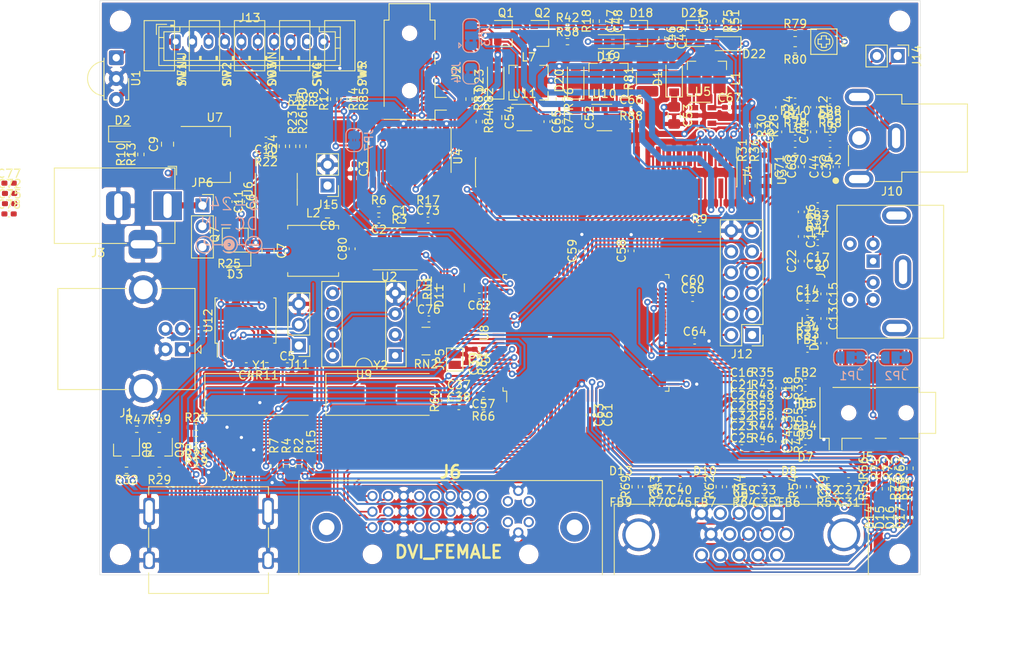
<source format=kicad_pcb>
(kicad_pcb (version 20171130) (host pcbnew "(5.1.12)-1")
  (title_block (title ORTD2662-PROTOBOARD-1-REV2) (date 2021-08-25) (rev 2))
  (layers (0 F.Cu signal) (31 B.Cu signal) (34 B.Paste user) (35 F.Paste user) (36 B.SilkS user hide) (37 F.SilkS user hide) (38 B.Mask user) (39 F.Mask user) (44 Edge.Cuts user))
  (net 0 "")
  (net 1 +3V3)
  (net 2 B_Pb-)
  (net 3 IRDA)
  (net 4 "Net-(C3-Pad1)")
  (net 5 "Net-(C2-Pad1)")
  (net 6 TX)
  (net 7 RX)
  (net 8 "Net-(J2-PadT)")
  (net 9 "Net-(C1-Pad1)")
  (net 10 "Net-(R22-Pad1)")
  (net 11 "Net-(C5-Pad1)")
  (net 12 "Net-(C4-Pad1)")
  (net 13 +1V8)
  (net 14 "Net-(C11-Pad1)")
  (net 15 CEC)
  (net 16 ~SPI_CE~)
  (net 17 SPI_SO)
  (net 18 SPI_SI)
  (net 19 SPI_SCK)
  (net 20 "Net-(U8-Pad39)")
  (net 21 R_Pr+)
  (net 22 G_Y+)
  (net 23 B_Pb+)
  (net 24 "Net-(U8-Pad28)")
  (net 25 VGA_HS)
  (net 26 VGA_VS)
  (net 27 DVI_C-)
  (net 28 DVI_C+)
  (net 29 DVI_0-)
  (net 30 DVI_0+)
  (net 31 DVI_1-)
  (net 32 DVI_1+)
  (net 33 DVI_2-)
  (net 34 DVI_2+)
  (net 35 HDMI_C-)
  (net 36 HDMI_C+)
  (net 37 HDMI_0-)
  (net 38 HDMI_0+)
  (net 39 HDMI_1-)
  (net 40 HDMI_1+)
  (net 41 HDMI_2-)
  (net 42 HDMI_2+)
  (net 43 "Net-(RN1-Pad5)")
  (net 44 "Net-(RN1-Pad6)")
  (net 45 "Net-(RN1-Pad7)")
  (net 46 "Net-(RN1-Pad8)")
  (net 47 GND)
  (net 48 SOG)
  (net 49 "Net-(C17-Pad2)")
  (net 50 G_Y-)
  (net 51 "Net-(C23-Pad2)")
  (net 52 "Net-(C25-Pad2)")
  (net 53 "Net-(C26-Pad2)")
  (net 54 "Net-(C31-Pad2)")
  (net 55 R_Pr-)
  (net 56 "Net-(C32-Pad2)")
  (net 57 VGA_R-)
  (net 58 "Net-(C33-Pad2)")
  (net 59 "Net-(C34-Pad2)")
  (net 60 VGA_R+)
  (net 61 "Net-(C37-Pad1)")
  (net 62 VGA_G-)
  (net 63 "Net-(C39-Pad1)")
  (net 64 "Net-(C40-Pad2)")
  (net 65 VGA_G+)
  (net 66 VGA_B-)
  (net 67 "Net-(C43-Pad2)")
  (net 68 VGA_B+)
  (net 69 "Net-(FB1-Pad1)")
  (net 70 "Net-(J3-Pad1)")
  (net 71 BUTTONS)
  (net 72 DVI_SCL)
  (net 73 "Net-(R6-Pad1)")
  (net 74 "Net-(D2-Pad3)")
  (net 75 RED_LED)
  (net 76 "Net-(D2-Pad1)")
  (net 77 GRN_LED)
  (net 78 EN_BL)
  (net 79 DVI_SDA)
  (net 80 VOL)
  (net 81 "Net-(D3-Pad2)")
  (net 82 HDMI_SDA)
  (net 83 HDMI_SCL)
  (net 84 HPD)
  (net 85 "Net-(Q8-Pad1)")
  (net 86 "Net-(Q9-Pad1)")
  (net 87 I2S_CKIN)
  (net 88 I2S_LRCK)
  (net 89 I2S_SCLK)
  (net 90 HMIR)
  (net 91 VMIR)
  (net 92 LCD27)
  (net 93 LCD26)
  (net 94 LCD25)
  (net 95 LCD24)
  (net 96 LCD23)
  (net 97 LCD22)
  (net 98 LCD21)
  (net 99 LCD20)
  (net 100 LCD19)
  (net 101 LCD18)
  (net 102 LCD17)
  (net 103 LCD16)
  (net 104 LCD15)
  (net 105 LCD14)
  (net 106 LCD13)
  (net 107 LCD12)
  (net 108 LCD11)
  (net 109 LCD10)
  (net 110 LCD9)
  (net 111 LCD8)
  (net 112 LCD7)
  (net 113 LCD6)
  (net 114 LCD5)
  (net 115 LCD4)
  (net 116 LCD3)
  (net 117 LCD2)
  (net 118 LCD1)
  (net 119 LCD0)
  (net 120 S_Y-)
  (net 121 S_Y+)
  (net 122 S_C-)
  (net 123 S_C+)
  (net 124 "Net-(C16-Pad2)")
  (net 125 "Net-(C21-Pad2)")
  (net 126 "Net-(C29-Pad2)")
  (net 127 VCOM)
  (net 128 "Net-(RN2-Pad5)")
  (net 129 "Net-(RN2-Pad6)")
  (net 130 "Net-(RN2-Pad8)")
  (net 131 "Net-(RN2-Pad7)")
  (net 132 "Net-(C1-Pad2)")
  (net 133 "Net-(C2-Pad2)")
  (net 134 "Net-(C6-Pad1)")
  (net 135 "Net-(C6-Pad2)")
  (net 136 "Net-(C7-Pad1)")
  (net 137 "Net-(C13-Pad1)")
  (net 138 "Net-(C18-Pad1)")
  (net 139 "Net-(C24-Pad1)")
  (net 140 "Net-(C27-Pad2)")
  (net 141 "Net-(C35-Pad2)")
  (net 142 "Net-(C36-Pad2)")
  (net 143 "Net-(C38-Pad1)")
  (net 144 "Net-(C41-Pad1)")
  (net 145 "Net-(C45-Pad2)")
  (net 146 "Net-(D1-Pad2)")
  (net 147 "Net-(R3-Pad1)")
  (net 148 "Net-(R23-Pad2)")
  (net 149 "Net-(R24-Pad1)")
  (net 150 "Net-(C10-Pad1)")
  (net 151 "Net-(C12-Pad2)")
  (net 152 "Net-(C19-Pad1)")
  (net 153 "Net-(C28-Pad2)")
  (net 154 "Net-(C30-Pad1)")
  (net 155 "Net-(D11-Pad1)")
  (net 156 "Net-(FB3-Pad1)")
  (net 157 "Net-(FB8-Pad1)")
  (net 158 "Net-(J5-PadS)")
  (net 159 "Net-(J7-Pad19)")
  (net 160 "Net-(J7-Pad18)")
  (net 161 "Net-(J7-Pad16)")
  (net 162 "Net-(J7-Pad15)")
  (net 163 "Net-(J9-Pad11)")
  (net 164 "Net-(J9-Pad9)")
  (net 165 "Net-(J9-Pad4)")
  (net 166 "Net-(J5-PadR2)")
  (net 167 "Net-(R66-Pad1)")
  (net 168 "Net-(J6-Pad4)")
  (net 169 "Net-(J6-Pad5)")
  (net 170 "Net-(J6-Pad7)")
  (net 171 "Net-(J6-Pad6)")
  (net 172 "Net-(J6-Pad12)")
  (net 173 "Net-(J6-Pad13)")
  (net 174 "Net-(J6-Pad14)")
  (net 175 "Net-(J6-Pad16)")
  (net 176 "Net-(J6-Pad20)")
  (net 177 "Net-(J6-Pad21)")
  (net 178 "Net-(J6-Pad8)")
  (net 179 "Net-(J6-PadC2)")
  (net 180 "Net-(J6-PadC1)")
  (net 181 "Net-(J6-PadC3)")
  (net 182 "Net-(J6-PadC4)")
  (net 183 "Net-(J2-PadR2)")
  (net 184 "Net-(J2-PadR1)")
  (net 185 "Net-(D14-Pad1)")
  (net 186 "Net-(D15-Pad1)")
  (net 187 "Net-(D16-Pad1)")
  (net 188 "Net-(D17-Pad1)")
  (net 189 VGEN)
  (net 190 "Net-(C46-Pad1)")
  (net 191 "Net-(C47-Pad2)")
  (net 192 VGL)
  (net 193 "Net-(C49-Pad1)")
  (net 194 "Net-(C50-Pad2)")
  (net 195 VGH)
  (net 196 "Net-(R76-Pad2)")
  (net 197 "Net-(R79-Pad2)")
  (net 198 AVCC)
  (net 199 "Net-(R80-Pad1)")
  (net 200 "Net-(D23-Pad2)")
  (net 201 DVCC)
  (net 202 "Net-(JP4-Pad1)")
  (net 203 "Net-(R82-Pad2)")
  (net 204 "Net-(J4-Pad10)")
  (net 205 "Net-(J4-Pad9)")
  (net 206 "Net-(J4-Pad8)")
  (net 207 "Net-(C54-Pad1)")
  (net 208 /D-)
  (net 209 /D+)
  (net 210 BL_ANO)
  (net 211 BL_CAT)
  (net 212 "Net-(U12-Pad18)")
  (net 213 "Net-(U12-Pad17)")
  (net 214 "Net-(U12-Pad14)")
  (net 215 "Net-(U12-Pad5)")
  (net 216 "Net-(U12-Pad2)")
  (net 217 "Net-(U12-Pad1)")
  (net 218 "Net-(J2-PadS)")
  (net 219 _S_C-)
  (net 220 _B_Pb-)
  (net 221 _S_Y-)
  (net 222 _VGA_R-)
  (net 223 _VGA_G-)
  (net 224 _VGA_B-)
  (net 225 _S_C+)
  (net 226 _R_Pr+)
  (net 227 _S_Y+)
  (net 228 _B_Pb+)
  (net 229 _VGA_R+)
  (net 230 _G_Y+)
  (net 231 _VGA_G+)
  (net 232 _VGA_B+)
  (net 233 VCLK)
  (net 234 EIO1)
  (net 235 EIO2)
  (net 236 EIO3)
  (net 237 EIO4)
  (net 238 EIO5)
  (net 239 EIO6)
  (net 240 EIO7)
  (net 241 EIO0)
  (net 242 "Net-(JP3-Pad1)")
  (net 243 "Net-(Q1-Pad1)")
  (net 244 "Net-(Q2-Pad1)")
  (net 245 "Net-(R31-Pad1)")
  (net 246 "Net-(R36-Pad1)")
  (net 247 EN_LCD)
  (net 248 SRCB)
  (net 249 DWNB)
  (net 250 UPB)
  (net 251 MENUB)
  (net 252 VUSB)
  (net 253 CVBS0+)
  (net 254 _CVBS0-)
  (net 255 CVBS0-)
  (net 256 "Net-(C68-Pad2)")
  (net 257 CVBS1+)
  (net 258 _CVBS1-)
  (net 259 "Net-(C69-Pad1)")
  (net 260 CVBS1-)
  (net 261 _CVBS0+)
  (net 262 _CVBS1+)
  (net 263 "Net-(FB10-Pad1)")
  (net 264 I2S_SDAT1)
  (net 265 I2S_SDAT0)
  (net 266 I2S_SDAT2)
  (net 267 I2S_SDAT3)
  (net 268 "Net-(C73-Pad1)")
  (net 269 "Net-(JP6-Pad2)")
  (net 270 "Net-(J13-Pad10)")
  (net 271 "Net-(J13-Pad9)")
  (module Resistor_SMD:R_0402_1005Metric_Pad0.72x0.64mm_HandSolder (layer F.Cu) (at 77.25 87 270)
    (fp_text reference R14 (at 0 -1.17 90) (layer F.SilkS))
    (fp_text value R)
    (pad 2 smd roundrect (at 0.5975 0 270) (size 0.715 0.64) (layers F.Cu F.Paste F.Mask) (net 75 RED_LED))
    (pad 1 smd roundrect (at -0.5975 0 270) (size 0.715 0.64) (layers F.Cu F.Paste F.Mask) (net 271 "Net-(J13-Pad9)"))
  )
  (module Resistor_SMD:R_0402_1005Metric_Pad0.72x0.64mm_HandSolder (layer F.Cu) (at 78.5 87 270)
    (fp_text reference R85 (at 0 -1.17 90) (layer F.SilkS))
    (fp_text value R)
    (pad 2 smd roundrect (at 0.5975 0 270) (size 0.715 0.64) (layers F.Cu F.Paste F.Mask) (net 77 GRN_LED))
    (pad 1 smd roundrect (at -0.5975 0 270) (size 0.715 0.64) (layers F.Cu F.Paste F.Mask) (net 270 "Net-(J13-Pad10)"))
  )
  (module Resistor_SMD:R_1210_3225Metric_Pad1.30x2.65mm_HandSolder (layer F.Cu) (at 114.25 84.5 90)
    (fp_text reference R81 (at 0 -2.28 90) (layer F.SilkS))
    (fp_text value R)
    (pad 2 smd roundrect (at 1.55 0 90) (size 1.3 2.65) (layers F.Cu F.Paste F.Mask) (roundrect_rratio 0.192308) (net 47 GND))
    (pad 1 smd roundrect (at -1.55 0 90) (size 1.3 2.65) (layers F.Cu F.Paste F.Mask) (roundrect_rratio 0.192308) (net 211 BL_CAT))
  )
  (module Crystal:Crystal_SMD_HC49-SD (layer F.Cu) (at 67 123)
    (fp_text reference Y1 (at 0 -3.55) (layer F.SilkS))
    (fp_text value Crystal)
    (pad 2 smd rect (at 4.25 0) (size 4.5 2) (layers F.Cu F.Paste F.Mask) (net 11 "Net-(C5-Pad1)"))
    (pad 1 smd rect (at -4.25 0) (size 4.5 2) (layers F.Cu F.Paste F.Mask) (net 12 "Net-(C4-Pad1)"))
  )
  (module Capacitor_SMD:C_0805_2012Metric_Pad1.18x1.45mm_HandSolder (layer F.Cu) (at 95.75 89.25 270)
    (fp_text reference C54 (at 0 -1.68 90) (layer F.SilkS))
    (fp_text value C)
    (pad 2 smd roundrect (at 1.0375 0 270) (size 1.175 1.45) (layers F.Cu F.Paste F.Mask) (roundrect_rratio 0.212766) (net 47 GND))
    (pad 1 smd roundrect (at -1.0375 0 270) (size 1.175 1.45) (layers F.Cu F.Paste F.Mask) (roundrect_rratio 0.212766) (net 207 "Net-(C54-Pad1)"))
  )
  (module Capacitor_SMD:C_0805_2012Metric_Pad1.18x1.45mm_HandSolder (layer F.Cu) (at 117.5 89 270)
    (fp_text reference C53 (at 0 -1.68 90) (layer F.SilkS))
    (fp_text value C)
    (pad 2 smd roundrect (at 1.0375 0 270) (size 1.175 1.45) (layers F.Cu F.Paste F.Mask) (roundrect_rratio 0.212766) (net 47 GND))
    (pad 1 smd roundrect (at -1.0375 0 270) (size 1.175 1.45) (layers F.Cu F.Paste F.Mask) (roundrect_rratio 0.212766) (net 210 BL_ANO))
  )
  (module Capacitor_SMD:C_0805_2012Metric_Pad1.18x1.45mm_HandSolder (layer F.Cu) (at 105.5 89.25 270)
    (fp_text reference C52 (at 0 -1.68 90) (layer F.SilkS))
    (fp_text value C)
    (pad 2 smd roundrect (at 1.0375 0 270) (size 1.175 1.45) (layers F.Cu F.Paste F.Mask) (roundrect_rratio 0.212766) (net 47 GND))
    (pad 1 smd roundrect (at -1.0375 0 270) (size 1.175 1.45) (layers F.Cu F.Paste F.Mask) (roundrect_rratio 0.212766) (net 198 AVCC))
  )
  (module Capacitor_SMD:C_0805_2012Metric_Pad1.18x1.45mm_HandSolder (layer F.Cu) (at 55.75 92.5 90)
    (fp_text reference C9 (at 0 -1.68 90) (layer F.SilkS))
    (fp_text value C)
    (pad 2 smd roundrect (at 1.0375 0 90) (size 1.175 1.45) (layers F.Cu F.Paste F.Mask) (roundrect_rratio 0.212766) (net 47 GND))
    (pad 1 smd roundrect (at -1.0375 0 90) (size 1.175 1.45) (layers F.Cu F.Paste F.Mask) (roundrect_rratio 0.212766) (net 13 +1V8))
  )
  (module Package_DIP:DIP-8_W7.62mm_Socket (layer F.Cu) (at 83.5 118.25 180)
    (fp_text reference U9 (at 3.81 -2.33) (layer F.SilkS))
    (fp_text value W25Qxx)
    (pad 8 thru_hole oval (at 7.62 0 180) (size 1.6 1.6) (drill 0.8) (layers *.Cu *.Mask) (net 155 "Net-(D11-Pad1)"))
    (pad 4 thru_hole oval (at 0 7.62 180) (size 1.6 1.6) (drill 0.8) (layers *.Cu *.Mask) (net 47 GND))
    (pad 7 thru_hole oval (at 7.62 2.54 180) (size 1.6 1.6) (drill 0.8) (layers *.Cu *.Mask) (net 155 "Net-(D11-Pad1)"))
    (pad 3 thru_hole oval (at 0 5.08 180) (size 1.6 1.6) (drill 0.8) (layers *.Cu *.Mask) (net 155 "Net-(D11-Pad1)"))
    (pad 6 thru_hole oval (at 7.62 5.08 180) (size 1.6 1.6) (drill 0.8) (layers *.Cu *.Mask) (net 128 "Net-(RN2-Pad5)"))
    (pad 2 thru_hole oval (at 0 2.54 180) (size 1.6 1.6) (drill 0.8) (layers *.Cu *.Mask) (net 131 "Net-(RN2-Pad7)"))
    (pad 5 thru_hole oval (at 7.62 7.62 180) (size 1.6 1.6) (drill 0.8) (layers *.Cu *.Mask) (net 129 "Net-(RN2-Pad6)"))
    (pad 1 thru_hole rect (at 0 0 180) (size 1.6 1.6) (drill 0.8) (layers *.Cu *.Mask) (net 130 "Net-(RN2-Pad8)"))
  )
  (module RTD2662Board:SSOP-20_5.3x7.2mm_P0.65mm_SmallPads (layer F.Cu) (at 65.25 114 90)
    (fp_text reference U12 (at 0 -4.55 90) (layer F.SilkS))
    (fp_text value CH341T)
    (pad 20 smd roundrect (at 3.5 -2.925 90) (size 1.9 0.45) (layers F.Cu F.Paste F.Mask) (net 1 +3V3))
    (pad 19 smd roundrect (at 3.5 -2.275 90) (size 1.9 0.45) (layers F.Cu F.Paste F.Mask) (net 47 GND))
    (pad 18 smd roundrect (at 3.5 -1.625 90) (size 1.9 0.45) (layers F.Cu F.Paste F.Mask) (net 212 "Net-(U12-Pad18)"))
    (pad 17 smd roundrect (at 3.5 -0.975 90) (size 1.9 0.45) (layers F.Cu F.Paste F.Mask) (net 213 "Net-(U12-Pad17)"))
    (pad 16 smd roundrect (at 3.5 -0.325 90) (size 1.9 0.45) (layers F.Cu F.Paste F.Mask) (net 72 DVI_SCL))
    (pad 15 smd roundrect (at 3.5 0.325 90) (size 1.9 0.45) (layers F.Cu F.Paste F.Mask) (net 79 DVI_SDA))
    (pad 14 smd roundrect (at 3.5 0.975 90) (size 1.9 0.45) (layers F.Cu F.Paste F.Mask) (net 214 "Net-(U12-Pad14)"))
    (pad 13 smd roundrect (at 3.5 1.625 90) (size 1.9 0.45) (layers F.Cu F.Paste F.Mask) (net 1 +3V3))
    (pad 12 smd roundrect (at 3.5 2.275 90) (size 1.9 0.45) (layers F.Cu F.Paste F.Mask) (net 47 GND))
    (pad 11 smd roundrect (at 3.5 2.925 90) (size 1.9 0.45) (layers F.Cu F.Paste F.Mask) (net 47 GND))
    (pad 10 smd roundrect (at -3.5 2.925 90) (size 1.9 0.45) (layers F.Cu F.Paste F.Mask) (net 11 "Net-(C5-Pad1)"))
    (pad 9 smd roundrect (at -3.5 2.275 90) (size 1.9 0.45) (layers F.Cu F.Paste F.Mask) (net 12 "Net-(C4-Pad1)"))
    (pad 8 smd roundrect (at -3.5 1.625 90) (size 1.9 0.45) (layers F.Cu F.Paste F.Mask) (net 208 /D-))
    (pad 7 smd roundrect (at -3.5 0.975 90) (size 1.9 0.45) (layers F.Cu F.Paste F.Mask) (net 209 /D+))
    (pad 6 smd roundrect (at -3.5 0.325 90) (size 1.9 0.45) (layers F.Cu F.Paste F.Mask) (net 1 +3V3))
    (pad 5 smd roundrect (at -3.5 -0.325 90) (size 1.9 0.45) (layers F.Cu F.Paste F.Mask) (net 215 "Net-(U12-Pad5)"))
    (pad 4 smd roundrect (at -3.5 -0.975 90) (size 1.9 0.45) (layers F.Cu F.Paste F.Mask) (net 6 TX))
    (pad 3 smd roundrect (at -3.5 -1.625 90) (size 1.9 0.45) (layers F.Cu F.Paste F.Mask) (net 7 RX))
    (pad 2 smd roundrect (at -3.5 -2.275 90) (size 1.9 0.45) (layers F.Cu F.Paste F.Mask) (net 216 "Net-(U12-Pad2)"))
    (pad 1 smd roundrect (at -3.5 -2.925 90) (size 1.9 0.45) (layers F.Cu F.Paste F.Mask) (net 217 "Net-(U12-Pad1)"))
  )
  (module Capacitor_SMD:C_0402_1005Metric_Pad0.74x0.62mm_HandSolder (layer F.Cu) (at 87.5 101.75)
    (fp_text reference C73 (at 0 -1.16) (layer F.SilkS))
    (fp_text value C)
    (pad 2 smd roundrect (at 0.5675 0) (size 0.735 0.62) (layers F.Cu F.Paste F.Mask) (net 47 GND))
    (pad 1 smd roundrect (at -0.5675 0) (size 0.735 0.62) (layers F.Cu F.Paste F.Mask) (net 268 "Net-(C73-Pad1)"))
  )
  (module RTD2662Board:PinHeader_2x25_P1.27mm_Vertical_SMD_SmallPads (layer F.Cu) (at 109.22 95.93 270)
    (fp_text reference J4 (at 0 -17.25 270) (layer F.SilkS))
    (fp_text value Conn_02x25_Odd_Even)
    (pad 50 smd rect (at 1.95 15.24 270) (size 2.4 0.6) (layers F.Cu F.Paste F.Mask) (net 78 EN_BL))
    (pad 49 smd rect (at -1.95 15.24 270) (size 2.4 0.6) (layers F.Cu F.Paste F.Mask) (net 247 EN_LCD))
    (pad 48 smd rect (at 1.95 13.97 270) (size 2.4 0.6) (layers F.Cu F.Paste F.Mask) (net 90 HMIR))
    (pad 47 smd rect (at -1.95 13.97 270) (size 2.4 0.6) (layers F.Cu F.Paste F.Mask) (net 91 VMIR))
    (pad 46 smd rect (at 1.95 12.7 270) (size 2.4 0.6) (layers F.Cu F.Paste F.Mask) (net 1 +3V3))
    (pad 45 smd rect (at -1.95 12.7 270) (size 2.4 0.6) (layers F.Cu F.Paste F.Mask) (net 13 +1V8))
    (pad 44 smd rect (at 1.95 11.43 270) (size 2.4 0.6) (layers F.Cu F.Paste F.Mask) (net 92 LCD27))
    (pad 43 smd rect (at -1.95 11.43 270) (size 2.4 0.6) (layers F.Cu F.Paste F.Mask) (net 93 LCD26))
    (pad 42 smd rect (at 1.95 10.16 270) (size 2.4 0.6) (layers F.Cu F.Paste F.Mask) (net 94 LCD25))
    (pad 41 smd rect (at -1.95 10.16 270) (size 2.4 0.6) (layers F.Cu F.Paste F.Mask) (net 95 LCD24))
    (pad 40 smd rect (at 1.95 8.89 270) (size 2.4 0.6) (layers F.Cu F.Paste F.Mask) (net 47 GND))
    (pad 39 smd rect (at -1.95 8.89 270) (size 2.4 0.6) (layers F.Cu F.Paste F.Mask) (net 47 GND))
    (pad 38 smd rect (at 1.95 7.62 270) (size 2.4 0.6) (layers F.Cu F.Paste F.Mask) (net 96 LCD23))
    (pad 37 smd rect (at -1.95 7.62 270) (size 2.4 0.6) (layers F.Cu F.Paste F.Mask) (net 97 LCD22))
    (pad 36 smd rect (at 1.95 6.35 270) (size 2.4 0.6) (layers F.Cu F.Paste F.Mask) (net 98 LCD21))
    (pad 35 smd rect (at -1.95 6.35 270) (size 2.4 0.6) (layers F.Cu F.Paste F.Mask) (net 99 LCD20))
    (pad 34 smd rect (at 1.95 5.08 270) (size 2.4 0.6) (layers F.Cu F.Paste F.Mask) (net 100 LCD19))
    (pad 33 smd rect (at -1.95 5.08 270) (size 2.4 0.6) (layers F.Cu F.Paste F.Mask) (net 101 LCD18))
    (pad 32 smd rect (at 1.95 3.81 270) (size 2.4 0.6) (layers F.Cu F.Paste F.Mask) (net 102 LCD17))
    (pad 31 smd rect (at -1.95 3.81 270) (size 2.4 0.6) (layers F.Cu F.Paste F.Mask) (net 103 LCD16))
    (pad 30 smd rect (at 1.95 2.54 270) (size 2.4 0.6) (layers F.Cu F.Paste F.Mask) (net 47 GND))
    (pad 29 smd rect (at -1.95 2.54 270) (size 2.4 0.6) (layers F.Cu F.Paste F.Mask) (net 47 GND))
    (pad 28 smd rect (at 1.95 1.27 270) (size 2.4 0.6) (layers F.Cu F.Paste F.Mask) (net 104 LCD15))
    (pad 27 smd rect (at -1.95 1.27 270) (size 2.4 0.6) (layers F.Cu F.Paste F.Mask) (net 105 LCD14))
    (pad 26 smd rect (at 1.95 0 270) (size 2.4 0.6) (layers F.Cu F.Paste F.Mask) (net 106 LCD13))
    (pad 25 smd rect (at -1.95 0 270) (size 2.4 0.6) (layers F.Cu F.Paste F.Mask) (net 107 LCD12))
    (pad 24 smd rect (at 1.95 -1.27 270) (size 2.4 0.6) (layers F.Cu F.Paste F.Mask) (net 108 LCD11))
    (pad 23 smd rect (at -1.95 -1.27 270) (size 2.4 0.6) (layers F.Cu F.Paste F.Mask) (net 109 LCD10))
    (pad 22 smd rect (at 1.95 -2.54 270) (size 2.4 0.6) (layers F.Cu F.Paste F.Mask) (net 110 LCD9))
    (pad 21 smd rect (at -1.95 -2.54 270) (size 2.4 0.6) (layers F.Cu F.Paste F.Mask) (net 111 LCD8))
    (pad 20 smd rect (at 1.95 -3.81 270) (size 2.4 0.6) (layers F.Cu F.Paste F.Mask) (net 47 GND))
    (pad 19 smd rect (at -1.95 -3.81 270) (size 2.4 0.6) (layers F.Cu F.Paste F.Mask) (net 47 GND))
    (pad 18 smd rect (at 1.95 -5.08 270) (size 2.4 0.6) (layers F.Cu F.Paste F.Mask) (net 112 LCD7))
    (pad 17 smd rect (at -1.95 -5.08 270) (size 2.4 0.6) (layers F.Cu F.Paste F.Mask) (net 113 LCD6))
    (pad 16 smd rect (at 1.95 -6.35 270) (size 2.4 0.6) (layers F.Cu F.Paste F.Mask) (net 114 LCD5))
    (pad 15 smd rect (at -1.95 -6.35 270) (size 2.4 0.6) (layers F.Cu F.Paste F.Mask) (net 115 LCD4))
    (pad 14 smd rect (at 1.95 -7.62 270) (size 2.4 0.6) (layers F.Cu F.Paste F.Mask) (net 116 LCD3))
    (pad 13 smd rect (at -1.95 -7.62 270) (size 2.4 0.6) (layers F.Cu F.Paste F.Mask) (net 117 LCD2))
    (pad 12 smd rect (at 1.95 -8.89 270) (size 2.4 0.6) (layers F.Cu F.Paste F.Mask) (net 118 LCD1))
    (pad 11 smd rect (at -1.95 -8.89 270) (size 2.4 0.6) (layers F.Cu F.Paste F.Mask) (net 119 LCD0))
    (pad 10 smd rect (at 1.95 -10.16 270) (size 2.4 0.6) (layers F.Cu F.Paste F.Mask) (net 204 "Net-(J4-Pad10)"))
    (pad 9 smd rect (at -1.95 -10.16 270) (size 2.4 0.6) (layers F.Cu F.Paste F.Mask) (net 205 "Net-(J4-Pad9)"))
    (pad 8 smd rect (at 1.95 -11.43 270) (size 2.4 0.6) (layers F.Cu F.Paste F.Mask) (net 206 "Net-(J4-Pad8)"))
    (pad 7 smd rect (at -1.95 -11.43 270) (size 2.4 0.6) (layers F.Cu F.Paste F.Mask) (net 210 BL_ANO))
    (pad 6 smd rect (at 1.95 -12.7 270) (size 2.4 0.6) (layers F.Cu F.Paste F.Mask) (net 201 DVCC))
    (pad 5 smd rect (at -1.95 -12.7 270) (size 2.4 0.6) (layers F.Cu F.Paste F.Mask) (net 211 BL_CAT))
    (pad 4 smd rect (at 1.95 -13.97 270) (size 2.4 0.6) (layers F.Cu F.Paste F.Mask) (net 127 VCOM))
    (pad 3 smd rect (at -1.95 -13.97 270) (size 2.4 0.6) (layers F.Cu F.Paste F.Mask) (net 192 VGL))
    (pad 2 smd rect (at 1.95 -15.24 270) (size 2.4 0.6) (layers F.Cu F.Paste F.Mask) (net 198 AVCC))
    (pad 1 smd rect (at -1.95 -15.24 270) (size 2.4 0.6) (layers F.Cu F.Paste F.Mask) (net 195 VGH))
  )
  (module RTD2662Board:DVI (layer F.Cu) (at 90.25 142.5)
    (fp_text reference J6 (at 0 -10.052) (layer F.SilkS) (effects (font (size 1.524 1.524) (thickness 0.3048))))
    (fp_text value DVI_FEMALE (at -0.25 -0.302) (layer F.SilkS) (effects (font (size 1.524 1.524) (thickness 0.3048))))
    (pad "" thru_hole circle (at 15.11046 -3.302) (size 3.50012 3.50012) (drill 1.89992) (layers *.Cu *.Mask))
    (pad 3 thru_hole circle (at -5.715 -7.112) (size 1.25 1.25) (drill 0.8) (layers *.Cu *.Mask) (net 47 GND))
    (pad 2 thru_hole circle (at -7.62 -7.112) (size 1.25 1.25) (drill 0.8) (layers *.Cu *.Mask) (net 34 DVI_2+))
    (pad 1 thru_hole circle (at -9.525 -7.112) (size 1.25 1.25) (drill 0.8) (layers *.Cu *.Mask) (net 33 DVI_2-))
    (pad 4 thru_hole circle (at -3.81 -7.112) (size 1.25 1.25) (drill 0.8) (layers *.Cu *.Mask) (net 168 "Net-(J6-Pad4)"))
    (pad 5 thru_hole circle (at -1.905 -7.112) (size 1.25 1.25) (drill 0.8) (layers *.Cu *.Mask) (net 169 "Net-(J6-Pad5)"))
    (pad 9 thru_hole circle (at -9.525 -5.207) (size 1.25 1.25) (drill 0.8) (layers *.Cu *.Mask) (net 31 DVI_1-))
    (pad 7 thru_hole circle (at 1.905 -7.112) (size 1.25 1.25) (drill 0.8) (layers *.Cu *.Mask) (net 170 "Net-(J6-Pad7)"))
    (pad 6 thru_hole circle (at 0 -7.112) (size 1.25 1.25) (drill 0.8) (layers *.Cu *.Mask) (net 171 "Net-(J6-Pad6)"))
    (pad "" thru_hole circle (at -15.11046 -3.302) (size 3.50012 3.50012) (drill 1.89992) (layers *.Cu *.Mask))
    (pad 10 thru_hole circle (at -7.62 -5.207) (size 1.25 1.25) (drill 0.8) (layers *.Cu *.Mask) (net 32 DVI_1+))
    (pad 11 thru_hole circle (at -5.715 -5.207) (size 1.25 1.25) (drill 0.8) (layers *.Cu *.Mask) (net 47 GND))
    (pad 12 thru_hole circle (at -3.81 -5.207) (size 1.25 1.25) (drill 0.8) (layers *.Cu *.Mask) (net 172 "Net-(J6-Pad12)"))
    (pad 13 thru_hole circle (at -1.905 -5.207) (size 1.25 1.25) (drill 0.8) (layers *.Cu *.Mask) (net 173 "Net-(J6-Pad13)"))
    (pad 14 thru_hole circle (at 0 -5.207) (size 1.25 1.25) (drill 0.8) (layers *.Cu *.Mask) (net 174 "Net-(J6-Pad14)"))
    (pad 15 thru_hole circle (at 1.905 -5.207) (size 1.25 1.25) (drill 0.8) (layers *.Cu *.Mask) (net 47 GND))
    (pad 16 thru_hole circle (at 3.81 -5.207) (size 1.25 1.25) (drill 0.8) (layers *.Cu *.Mask) (net 175 "Net-(J6-Pad16)"))
    (pad 17 thru_hole circle (at -9.525 -3.302) (size 1.25 1.25) (drill 0.8) (layers *.Cu *.Mask) (net 29 DVI_0-))
    (pad 18 thru_hole circle (at -7.62 -3.302) (size 1.25 1.25) (drill 0.8) (layers *.Cu *.Mask) (net 30 DVI_0+))
    (pad 19 thru_hole circle (at -5.715 -3.302) (size 1.25 1.25) (drill 0.8) (layers *.Cu *.Mask) (net 47 GND))
    (pad 20 thru_hole circle (at -3.81 -3.302) (size 1.25 1.25) (drill 0.8) (layers *.Cu *.Mask) (net 176 "Net-(J6-Pad20)"))
    (pad 21 thru_hole circle (at -1.905 -3.302) (size 1.25 1.25) (drill 0.8) (layers *.Cu *.Mask) (net 177 "Net-(J6-Pad21)"))
    (pad 22 thru_hole circle (at 0 -3.302) (size 1.25 1.25) (drill 0.8) (layers *.Cu *.Mask) (net 47 GND))
    (pad 23 thru_hole circle (at 1.905 -3.302) (size 1.25 1.25) (drill 0.8) (layers *.Cu *.Mask) (net 28 DVI_C+))
    (pad 24 thru_hole circle (at 3.81 -3.302) (size 1.25 1.25) (drill 0.8) (layers *.Cu *.Mask) (net 27 DVI_C-))
    (pad 8 thru_hole circle (at 3.81 -7.112) (size 1.25 1.25) (drill 0.8) (layers *.Cu *.Mask) (net 178 "Net-(J6-Pad8)"))
    (pad C2 thru_hole circle (at 9.525 -6.477) (size 1.25 1.25) (drill 0.8) (layers *.Cu *.Mask) (net 179 "Net-(J6-PadC2)"))
    (pad C1 thru_hole circle (at 6.985 -6.477) (size 1.25 1.25) (drill 0.8) (layers *.Cu *.Mask) (net 180 "Net-(J6-PadC1)"))
    (pad C3 thru_hole circle (at 6.985 -3.937) (size 1.25 1.25) (drill 0.8) (layers *.Cu *.Mask) (net 181 "Net-(J6-PadC3)"))
    (pad C4 thru_hole circle (at 9.525 -3.937) (size 1.25 1.25) (drill 0.8) (layers *.Cu *.Mask) (net 182 "Net-(J6-PadC4)"))
    (pad C5 thru_hole circle (at 8.255 -7.747) (size 1.25 1.25) (drill 0.8) (layers *.Cu *.Mask) (net 47 GND))
    (pad C5 thru_hole circle (at 8.255 -2.667) (size 1.25 1.25) (drill 0.8) (layers *.Cu *.Mask) (net 47 GND))
    (pad "" np_thru_hole circle (at -9.525 -0.00254) (size 1.99898 1.99898) (drill 1.99898) (layers *.Cu))
    (pad "" np_thru_hole circle (at 9.525 -0.00254) (size 1.99898 1.99898) (drill 1.99898) (layers *.Cu))
  )
  (module Connector_Audio:Jack_3.5mm_PJ320D_Horizontal (layer F.Cu) (at 141 125.25 180)
    (fp_text reference J5 (at 0.05 -5.35) (layer F.SilkS))
    (fp_text value AudioJack4)
    (pad "" np_thru_hole circle (at 2.225 0 180) (size 1.5 1.5) (drill 1.5) (layers *.Cu *.Mask))
    (pad "" np_thru_hole circle (at -4.775 0 180) (size 1.5 1.5) (drill 1.5) (layers *.Cu *.Mask))
    (pad R2 smd rect (at -3.175 -3.25 180) (size 1.2 2.5) (layers F.Cu F.Paste F.Mask) (net 166 "Net-(J5-PadR2)"))
    (pad R1 smd rect (at -0.175 -3.25 180) (size 1.2 2.5) (layers F.Cu F.Paste F.Mask) (net 228 _B_Pb+))
    (pad T smd rect (at 3.825 -3.25 180) (size 1.2 2.5) (layers F.Cu F.Paste F.Mask) (net 230 _G_Y+))
    (pad S smd rect (at 4.925 3.25 180) (size 1.2 2.5) (layers F.Cu F.Paste F.Mask) (net 158 "Net-(J5-PadS)"))
  )
  (module RTD2662Board:HDMI_A (layer F.Cu) (at 60.75 137.26)
    (fp_text reference J7 (at 2.5 -4.26) (layer F.SilkS))
    (fp_text value HDMI_A_1.4)
    (pad 19 smd rect (at -4.5 -0.76) (size 0.3 2.6) (layers F.Cu F.Paste F.Mask) (net 159 "Net-(J7-Pad19)"))
    (pad 18 smd rect (at -4 -0.76) (size 0.3 2.6) (layers F.Cu F.Paste F.Mask) (net 160 "Net-(J7-Pad18)"))
    (pad 17 smd rect (at -3.5 -0.76) (size 0.3 2.6) (layers F.Cu F.Paste F.Mask) (net 47 GND))
    (pad 16 smd rect (at -3 -0.76) (size 0.3 2.6) (layers F.Cu F.Paste F.Mask) (net 161 "Net-(J7-Pad16)"))
    (pad 15 smd rect (at -2.5 -0.76) (size 0.3 2.6) (layers F.Cu F.Paste F.Mask) (net 162 "Net-(J7-Pad15)"))
    (pad 14 smd rect (at -2 -0.76) (size 0.3 2.6) (layers F.Cu F.Paste F.Mask) (net 233 VCLK))
    (pad 13 smd rect (at -1.5 -0.76) (size 0.3 2.6) (layers F.Cu F.Paste F.Mask) (net 15 CEC))
    (pad 12 smd rect (at -1 -0.76) (size 0.3 2.6) (layers F.Cu F.Paste F.Mask) (net 35 HDMI_C-))
    (pad 11 smd rect (at -0.5 -0.76) (size 0.3 2.6) (layers F.Cu F.Paste F.Mask) (net 47 GND))
    (pad 10 smd rect (at 0 -0.76) (size 0.3 2.6) (layers F.Cu F.Paste F.Mask) (net 36 HDMI_C+))
    (pad 9 smd rect (at 0.5 -0.76) (size 0.3 2.6) (layers F.Cu F.Paste F.Mask) (net 37 HDMI_0-))
    (pad 8 smd rect (at 1 -0.76) (size 0.3 2.6) (layers F.Cu F.Paste F.Mask) (net 47 GND))
    (pad 7 smd rect (at 1.5 -0.76) (size 0.3 2.6) (layers F.Cu F.Paste F.Mask) (net 38 HDMI_0+))
    (pad 6 smd rect (at 2 -0.76) (size 0.3 2.6) (layers F.Cu F.Paste F.Mask) (net 39 HDMI_1-))
    (pad 5 smd rect (at 2.5 -0.76) (size 0.3 2.6) (layers F.Cu F.Paste F.Mask) (net 47 GND))
    (pad 4 smd rect (at 3 -0.76) (size 0.3 2.6) (layers F.Cu F.Paste F.Mask) (net 40 HDMI_1+))
    (pad 3 smd rect (at 3.5 -0.76) (size 0.3 2.6) (layers F.Cu F.Paste F.Mask) (net 41 HDMI_2-))
    (pad 2 smd rect (at 4 -0.76) (size 0.3 2.6) (layers F.Cu F.Paste F.Mask) (net 47 GND))
    (pad 1 smd rect (at 4.5 -0.76) (size 0.3 2.6) (layers F.Cu F.Paste F.Mask) (net 42 HDMI_2+))
    (pad SH thru_hole roundrect (at 7.25 0) (size 1.4 3.3) (drill oval 0.9 2.7) (layers *.Cu *.Mask) (net 47 GND))
    (pad SH thru_hole roundrect (at -7.25 0) (size 1.4 3.3) (drill oval 0.9 2.7) (layers *.Cu *.Mask) (net 47 GND))
    (pad SH thru_hole roundrect (at -7.25 5.96) (size 1.4 2.1) (drill oval 0.9 1.7) (layers *.Cu *.Mask) (net 47 GND))
    (pad SH thru_hole roundrect (at 7.25 5.96) (size 1.4 2.1) (drill oval 0.9 1.7) (layers *.Cu *.Mask) (net 47 GND))
  )
  (module Capacitor_SMD:C_0402_1005Metric_Pad0.74x0.62mm_HandSolder (layer F.Cu) (at 36.5 99.75)
    (fp_text reference C75 (at 0 -1.16) (layer F.SilkS))
    (fp_text value C)
    (pad 2 smd roundrect (at 0.5675 0) (size 0.735 0.62) (layers F.Cu F.Paste F.Mask) (net 47 GND))
    (pad 1 smd roundrect (at -0.5675 0) (size 0.735 0.62) (layers F.Cu F.Paste F.Mask) (net 1 +3V3))
  )
  (module Connector_PinHeader_2.54mm:PinHeader_2x06_P2.54mm_Vertical (layer F.Cu) (at 127 115.75 180)
    (fp_text reference J12 (at 1.27 -2.33) (layer F.SilkS))
    (fp_text value Conn_02x06_Odd_Even)
    (pad 1 thru_hole rect (at 0 0 180) (size 1.7 1.7) (drill 1) (layers *.Cu *.Mask) (net 235 EIO2))
    (pad 2 thru_hole oval (at 2.54 0 180) (size 1.7 1.7) (drill 1) (layers *.Cu *.Mask) (net 234 EIO1))
    (pad 3 thru_hole oval (at 0 2.54 180) (size 1.7 1.7) (drill 1) (layers *.Cu *.Mask) (net 237 EIO4))
    (pad 4 thru_hole oval (at 2.54 2.54 180) (size 1.7 1.7) (drill 1) (layers *.Cu *.Mask) (net 236 EIO3))
    (pad 5 thru_hole oval (at 0 5.08 180) (size 1.7 1.7) (drill 1) (layers *.Cu *.Mask) (net 239 EIO6))
    (pad 6 thru_hole oval (at 2.54 5.08 180) (size 1.7 1.7) (drill 1) (layers *.Cu *.Mask) (net 238 EIO5))
    (pad 7 thru_hole oval (at 0 7.62 180) (size 1.7 1.7) (drill 1) (layers *.Cu *.Mask) (net 241 EIO0))
    (pad 8 thru_hole oval (at 2.54 7.62 180) (size 1.7 1.7) (drill 1) (layers *.Cu *.Mask) (net 240 EIO7))
    (pad 9 thru_hole oval (at 0 10.16 180) (size 1.7 1.7) (drill 1) (layers *.Cu *.Mask) (net 264 I2S_SDAT1))
    (pad 10 thru_hole oval (at 2.54 10.16 180) (size 1.7 1.7) (drill 1) (layers *.Cu *.Mask) (net 266 I2S_SDAT2))
    (pad 11 thru_hole oval (at 0 12.7 180) (size 1.7 1.7) (drill 1) (layers *.Cu *.Mask) (net 1 +3V3))
    (pad 12 thru_hole oval (at 2.54 12.7 180) (size 1.7 1.7) (drill 1) (layers *.Cu *.Mask) (net 47 GND))
  )
  (module RTD2662Board:DSUB-15-HD_Female_Horizontal_P2.29x2.54mm (layer F.Cu) (at 130 137.5)
    (fp_text reference J9 (at -4.315 -2.05) (layer F.SilkS))
    (fp_text value DB15_Female_HighDensity_MountingHoles)
    (pad 0 thru_hole circle (at 8.185 2.61) (size 4 4) (drill 3.2) (layers *.Cu *.Mask) (net 47 GND))
    (pad 0 thru_hole circle (at -16.815 2.61) (size 4 4) (drill 3.2) (layers *.Cu *.Mask) (net 47 GND))
    (pad 15 thru_hole circle (at -9.16 5.08) (size 1.6 1.6) (drill 1) (layers *.Cu *.Mask) (net 188 "Net-(D17-Pad1)"))
    (pad 14 thru_hole circle (at -6.87 5.08) (size 1.6 1.6) (drill 1) (layers *.Cu *.Mask) (net 187 "Net-(D16-Pad1)"))
    (pad 13 thru_hole circle (at -4.58 5.08) (size 1.6 1.6) (drill 1) (layers *.Cu *.Mask) (net 186 "Net-(D15-Pad1)"))
    (pad 12 thru_hole circle (at -2.29 5.08) (size 1.6 1.6) (drill 1) (layers *.Cu *.Mask) (net 185 "Net-(D14-Pad1)"))
    (pad 11 thru_hole circle (at 0 5.08) (size 1.6 1.6) (drill 1) (layers *.Cu *.Mask) (net 163 "Net-(J9-Pad11)"))
    (pad 10 thru_hole circle (at -8.015 2.54) (size 1.6 1.6) (drill 1) (layers *.Cu *.Mask) (net 47 GND))
    (pad 9 thru_hole circle (at -5.725 2.54) (size 1.6 1.6) (drill 1) (layers *.Cu *.Mask) (net 164 "Net-(J9-Pad9)"))
    (pad 8 thru_hole circle (at -3.435 2.54) (size 1.6 1.6) (drill 1) (layers *.Cu *.Mask) (net 224 _VGA_B-))
    (pad 7 thru_hole circle (at -1.145 2.54) (size 1.6 1.6) (drill 1) (layers *.Cu *.Mask) (net 223 _VGA_G-))
    (pad 6 thru_hole circle (at 1.145 2.54) (size 1.6 1.6) (drill 1) (layers *.Cu *.Mask) (net 222 _VGA_R-))
    (pad 5 thru_hole circle (at -9.16 0) (size 1.6 1.6) (drill 1) (layers *.Cu *.Mask) (net 47 GND))
    (pad 4 thru_hole circle (at -6.87 0) (size 1.6 1.6) (drill 1) (layers *.Cu *.Mask) (net 165 "Net-(J9-Pad4)"))
    (pad 3 thru_hole circle (at -4.58 0) (size 1.6 1.6) (drill 1) (layers *.Cu *.Mask) (net 232 _VGA_B+))
    (pad 2 thru_hole circle (at -2.29 0) (size 1.6 1.6) (drill 1) (layers *.Cu *.Mask) (net 231 _VGA_G+))
    (pad 1 thru_hole rect (at 0 0) (size 1.6 1.6) (drill 1) (layers *.Cu *.Mask) (net 229 _VGA_R+))
  )
  (module Jumper:SolderJumper-2_P1.3mm_Bridged2Bar_RoundedPad1.0x1.5mm (layer B.Cu) (at 78.5 92 90)
    (fp_text reference JP7 (at 0 1.8 270) (layer B.SilkS) (effects (justify mirror)))
    (fp_text value Jump)
    (fp_poly (pts (xy -0.25 0.6) (xy 0.25 0.6) (xy 0.25 0.2) (xy -0.25 0.2)) (layer B.Cu) (width 0))
    (fp_poly (pts (xy -0.25 -0.2) (xy 0.25 -0.2) (xy 0.25 -0.6) (xy -0.25 -0.6)) (layer B.Cu) (width 0))
    (pad 1 smd custom (at -0.65 0 90) (size 1 0.5) (layers B.Cu B.Mask) (net 218 "Net-(J2-PadS)") (options (clearance outline) (anchor rect)) (primitives (gr_circle (center 0 -0.25) (end 0.5 -0.25) (width 0)) (gr_circle (center 0 0.25) (end 0.5 0.25) (width 0)) (gr_poly (pts (xy 0.5 -0.75) (xy 0.5 0.75) (xy 0 0.75) (xy 0 -0.75)) (width 0))))
    (pad 2 smd custom (at 0.65 0 90) (size 1 0.5) (layers B.Cu B.Mask) (net 183 "Net-(J2-PadR2)") (options (clearance outline) (anchor rect)) (primitives (gr_circle (center 0 -0.25) (end 0.5 -0.25) (width 0)) (gr_circle (center 0 0.25) (end 0.5 0.25) (width 0)) (gr_poly (pts (xy -0.5 -0.75) (xy -0.5 0.75) (xy 0 0.75) (xy 0 -0.75)) (width 0))))
  )
  (module Resistor_SMD:R_0402_1005Metric_Pad0.72x0.64mm_HandSolder (layer F.Cu) (at 132.25 88.75 180)
    (fp_text reference R78 (at 0 -1.17) (layer F.SilkS))
    (fp_text value 75Ω)
    (pad 2 smd roundrect (at 0.5975 0 180) (size 0.715 0.64) (layers F.Cu F.Paste F.Mask) (net 258 _CVBS1-))
    (pad 1 smd roundrect (at -0.5975 0 180) (size 0.715 0.64) (layers F.Cu F.Paste F.Mask) (net 263 "Net-(FB10-Pad1)"))
  )
  (module Resistor_SMD:R_0402_1005Metric_Pad0.72x0.64mm_HandSolder (layer F.Cu) (at 132.25 90.25)
    (fp_text reference R40 (at 0 -1.17) (layer F.SilkS))
    (fp_text value R)
    (pad 2 smd roundrect (at 0.5975 0) (size 0.715 0.64) (layers F.Cu F.Paste F.Mask) (net 263 "Net-(FB10-Pad1)"))
    (pad 1 smd roundrect (at -0.5975 0) (size 0.715 0.64) (layers F.Cu F.Paste F.Mask) (net 259 "Net-(C69-Pad1)"))
  )
  (module Inductor_SMD:L_0402_1005Metric_Pad0.77x0.64mm_HandSolder (layer F.Cu) (at 132.25 91.75)
    (fp_text reference L8 (at 0 -1.17) (layer F.SilkS))
    (fp_text value L)
    (pad 2 smd roundrect (at 0.5725 0) (size 0.765 0.64) (layers F.Cu F.Paste F.Mask) (net 256 "Net-(C68-Pad2)"))
    (pad 1 smd roundrect (at -0.5725 0) (size 0.765 0.64) (layers F.Cu F.Paste F.Mask) (net 259 "Net-(C69-Pad1)"))
  )
  (module Connector_PinHeader_2.54mm:PinHeader_1x02_P2.54mm_Vertical (layer F.Cu) (at 75.25 97.54 180)
    (fp_text reference J15 (at 0 -2.33) (layer F.SilkS))
    (fp_text value Conn_01x02)
    (pad 2 thru_hole oval (at 0 2.54 180) (size 1.7 1.7) (drill 1) (layers *.Cu *.Mask) (net 47 GND))
    (pad 1 thru_hole rect (at 0 0 180) (size 1.7 1.7) (drill 1) (layers *.Cu *.Mask) (net 264 I2S_SDAT1))
  )
  (module Connector_PinHeader_2.54mm:PinHeader_1x02_P2.54mm_Vertical (layer F.Cu) (at 144.75 81.75 270)
    (fp_text reference J14 (at 0 -2.33 90) (layer F.SilkS))
    (fp_text value Conn_01x02)
    (pad 2 thru_hole oval (at 0 2.54 270) (size 1.7 1.7) (drill 1) (layers *.Cu *.Mask) (net 258 _CVBS1-))
    (pad 1 thru_hole rect (at 0 0 270) (size 1.7 1.7) (drill 1) (layers *.Cu *.Mask) (net 262 _CVBS1+))
  )
  (module Inductor_SMD:L_0402_1005Metric_Pad0.77x0.64mm_HandSolder (layer F.Cu) (at 132.25 87.25 180)
    (fp_text reference FB10 (at 0 -1.17) (layer F.SilkS))
    (fp_text value 120Ω)
    (pad 2 smd roundrect (at 0.5725 0 180) (size 0.765 0.64) (layers F.Cu F.Paste F.Mask) (net 262 _CVBS1+))
    (pad 1 smd roundrect (at -0.5725 0 180) (size 0.765 0.64) (layers F.Cu F.Paste F.Mask) (net 263 "Net-(FB10-Pad1)"))
  )
  (module Inductor_SMD:L_0402_1005Metric_Pad0.77x0.64mm_HandSolder (layer F.Cu) (at 130.25 88 270)
    (fp_text reference D24 (at 0 -1.17 90) (layer F.SilkS))
    (fp_text value D_TVS)
    (pad 2 smd roundrect (at 0.5725 0 270) (size 0.765 0.64) (layers F.Cu F.Paste F.Mask) (net 258 _CVBS1-))
    (pad 1 smd roundrect (at -0.5725 0 270) (size 0.765 0.64) (layers F.Cu F.Paste F.Mask) (net 262 _CVBS1+))
  )
  (module Capacitor_SMD:C_0402_1005Metric_Pad0.74x0.62mm_HandSolder (layer F.Cu) (at 78.25 105.25 90)
    (fp_text reference C80 (at 0 -1.16 90) (layer F.SilkS))
    (fp_text value C)
    (pad 2 smd roundrect (at 0.5675 0 90) (size 0.735 0.62) (layers F.Cu F.Paste F.Mask) (net 47 GND))
    (pad 1 smd roundrect (at -0.5675 0 90) (size 0.735 0.62) (layers F.Cu F.Paste F.Mask) (net 1 +3V3))
  )
  (module Capacitor_SMD:C_0402_1005Metric_Pad0.74x0.62mm_HandSolder (layer F.Cu) (at 36.4325 101)
    (fp_text reference C78 (at 0 -1.16) (layer F.SilkS))
    (fp_text value C)
    (pad 2 smd roundrect (at 0.5675 0) (size 0.735 0.62) (layers F.Cu F.Paste F.Mask) (net 47 GND))
    (pad 1 smd roundrect (at -0.5675 0) (size 0.735 0.62) (layers F.Cu F.Paste F.Mask) (net 1 +3V3))
  )
  (module Capacitor_SMD:C_0402_1005Metric_Pad0.74x0.62mm_HandSolder (layer F.Cu) (at 36.4325 97.25)
    (fp_text reference C77 (at 0 -1.16) (layer F.SilkS))
    (fp_text value C)
    (pad 2 smd roundrect (at 0.5675 0) (size 0.735 0.62) (layers F.Cu F.Paste F.Mask) (net 47 GND))
    (pad 1 smd roundrect (at -0.5675 0) (size 0.735 0.62) (layers F.Cu F.Paste F.Mask) (net 1 +3V3))
  )
  (module Capacitor_SMD:C_0402_1005Metric_Pad0.74x0.62mm_HandSolder (layer F.Cu) (at 87.6 113.8)
    (fp_text reference C76 (at 0 -1.16) (layer F.SilkS))
    (fp_text value C)
    (pad 2 smd roundrect (at 0.5675 0) (size 0.735 0.62) (layers F.Cu F.Paste F.Mask) (net 47 GND))
    (pad 1 smd roundrect (at -0.5675 0) (size 0.735 0.62) (layers F.Cu F.Paste F.Mask) (net 1 +3V3))
  )
  (module Capacitor_SMD:C_0402_1005Metric_Pad0.74x0.62mm_HandSolder (layer F.Cu) (at 36.5 98.5)
    (fp_text reference C72 (at 0 -1.16) (layer F.SilkS))
    (fp_text value C)
    (pad 2 smd roundrect (at 0.5675 0) (size 0.735 0.62) (layers F.Cu F.Paste F.Mask) (net 47 GND))
    (pad 1 smd roundrect (at -0.5675 0) (size 0.735 0.62) (layers F.Cu F.Paste F.Mask) (net 1 +3V3))
  )
  (module Capacitor_SMD:C_0402_1005Metric_Pad0.74x0.62mm_HandSolder (layer F.Cu) (at 131.5 95.25 90)
    (fp_text reference C71 (at 0 -1.16 90) (layer F.SilkS))
    (fp_text value C)
    (pad 2 smd roundrect (at 0.5675 0 90) (size 0.735 0.62) (layers F.Cu F.Paste F.Mask) (net 258 _CVBS1-))
    (pad 1 smd roundrect (at -0.5675 0 90) (size 0.735 0.62) (layers F.Cu F.Paste F.Mask) (net 260 CVBS1-))
  )
  (module Capacitor_SMD:C_0402_1005Metric_Pad0.74x0.62mm_HandSolder (layer F.Cu) (at 132.25 93.25 180)
    (fp_text reference C70 (at 0 -1.16) (layer F.SilkS))
    (fp_text value C)
    (pad 2 smd roundrect (at 0.5675 0 180) (size 0.735 0.62) (layers F.Cu F.Paste F.Mask) (net 258 _CVBS1-))
    (pad 1 smd roundrect (at -0.5675 0 180) (size 0.735 0.62) (layers F.Cu F.Paste F.Mask) (net 256 "Net-(C68-Pad2)"))
  )
  (module Capacitor_SMD:C_0402_1005Metric_Pad0.74x0.62mm_HandSolder (layer F.Cu) (at 130.25 91 90)
    (fp_text reference C69 (at 0 -1.16 90) (layer F.SilkS))
    (fp_text value C)
    (pad 2 smd roundrect (at 0.5675 0 90) (size 0.735 0.62) (layers F.Cu F.Paste F.Mask) (net 258 _CVBS1-))
    (pad 1 smd roundrect (at -0.5675 0 90) (size 0.735 0.62) (layers F.Cu F.Paste F.Mask) (net 259 "Net-(C69-Pad1)"))
  )
  (module Capacitor_SMD:C_0402_1005Metric_Pad0.74x0.62mm_HandSolder (layer F.Cu) (at 133 95.25 90)
    (fp_text reference C68 (at 0 -1.16 90) (layer F.SilkS))
    (fp_text value C)
    (pad 2 smd roundrect (at 0.5675 0 90) (size 0.735 0.62) (layers F.Cu F.Paste F.Mask) (net 256 "Net-(C68-Pad2)"))
    (pad 1 smd roundrect (at -0.5675 0 90) (size 0.735 0.62) (layers F.Cu F.Paste F.Mask) (net 257 CVBS1+))
  )
  (module Connector_PinSocket_2.54mm:PinSocket_1x03_P2.54mm_Vertical (layer F.Cu) (at 60 99.96)
    (fp_text reference JP6 (at 0 -2.77) (layer F.SilkS))
    (fp_text value "Power select")
    (pad 3 thru_hole oval (at 0 5.08) (size 1.7 1.7) (drill 1) (layers *.Cu *.Mask) (net 252 VUSB))
    (pad 2 thru_hole oval (at 0 2.54) (size 1.7 1.7) (drill 1) (layers *.Cu *.Mask) (net 269 "Net-(JP6-Pad2)"))
    (pad 1 thru_hole rect (at 0 0) (size 1.7 1.7) (drill 1) (layers *.Cu *.Mask) (net 70 "Net-(J3-Pad1)"))
  )
  (module Connector_JST:JST_PH_B10B-PH-K_1x10_P2.00mm_Vertical (layer F.Cu) (at 56.75 80)
    (fp_text reference J13 (at 9 -2.9) (layer F.SilkS))
    (fp_text value Conn_01x10)
    (pad 10 thru_hole oval (at 18 0) (size 1.2 1.75) (drill 0.75) (layers *.Cu *.Mask) (net 270 "Net-(J13-Pad10)"))
    (pad 9 thru_hole oval (at 16 0) (size 1.2 1.75) (drill 0.75) (layers *.Cu *.Mask) (net 271 "Net-(J13-Pad9)"))
    (pad 8 thru_hole oval (at 14 0) (size 1.2 1.75) (drill 0.75) (layers *.Cu *.Mask) (net 248 SRCB))
    (pad 7 thru_hole oval (at 12 0) (size 1.2 1.75) (drill 0.75) (layers *.Cu *.Mask) (net 249 DWNB))
    (pad 6 thru_hole oval (at 10 0) (size 1.2 1.75) (drill 0.75) (layers *.Cu *.Mask) (net 250 UPB))
    (pad 5 thru_hole oval (at 8 0) (size 1.2 1.75) (drill 0.75) (layers *.Cu *.Mask) (net 251 MENUB))
    (pad 4 thru_hole oval (at 6 0) (size 1.2 1.75) (drill 0.75) (layers *.Cu *.Mask) (net 71 BUTTONS))
    (pad 3 thru_hole oval (at 4 0) (size 1.2 1.75) (drill 0.75) (layers *.Cu *.Mask) (net 3 IRDA))
    (pad 2 thru_hole oval (at 2 0) (size 1.2 1.75) (drill 0.75) (layers *.Cu *.Mask) (net 47 GND))
    (pad 1 thru_hole roundrect (at 0 0) (size 1.2 1.75) (drill 0.75) (layers *.Cu *.Mask) (roundrect_rratio 0.2083325) (net 1 +3V3))
  )
  (module Jumper:SolderJumper-2_P1.3mm_Open_Pad1.0x1.5mm (layer F.Cu) (at 90.75 118.75 90)
    (fp_text reference JP5 (at 0 -1.8 90) (layer F.SilkS))
    (fp_text value "Reset Pad")
    (pad 1 smd rect (at -0.65 0 90) (size 1 1.5) (layers F.Cu F.Mask) (net 63 "Net-(C39-Pad1)"))
    (pad 2 smd rect (at 0.65 0 90) (size 1 1.5) (layers F.Cu F.Mask) (net 47 GND))
  )
  (module Resistor_SMD:R_0402_1005Metric_Pad0.72x0.64mm_HandSolder (layer F.Cu) (at 104.5 78.25)
    (fp_text reference R42 (at 0 -1.17) (layer F.SilkS))
    (fp_text value R)
    (pad 2 smd roundrect (at 0.5975 0) (size 0.715 0.64) (layers F.Cu F.Paste F.Mask) (net 247 EN_LCD))
    (pad 1 smd roundrect (at -0.5975 0) (size 0.715 0.64) (layers F.Cu F.Paste F.Mask) (net 244 "Net-(Q2-Pad1)"))
  )
  (module Resistor_SMD:R_0402_1005Metric_Pad0.72x0.64mm_HandSolder (layer F.Cu) (at 104.5 80)
    (fp_text reference R38 (at 0 -1.17) (layer F.SilkS))
    (fp_text value R)
    (pad 2 smd roundrect (at 0.5975 0) (size 0.715 0.64) (layers F.Cu F.Paste F.Mask) (net 1 +3V3))
    (pad 1 smd roundrect (at -0.5975 0) (size 0.715 0.64) (layers F.Cu F.Paste F.Mask) (net 243 "Net-(Q1-Pad1)"))
  )
  (module Resistor_SMD:R_0402_1005Metric_Pad0.72x0.64mm_HandSolder (layer F.Cu) (at 128.5 93.25 90)
    (fp_text reference R36 (at 0 -1.17 90) (layer F.SilkS))
    (fp_text value R)
    (pad 2 smd roundrect (at 0.5975 0 90) (size 0.715 0.64) (layers F.Cu F.Paste F.Mask) (net 239 EIO6))
    (pad 1 smd roundrect (at -0.5975 0 90) (size 0.715 0.64) (layers F.Cu F.Paste F.Mask) (net 246 "Net-(R36-Pad1)"))
  )
  (module Resistor_SMD:R_0402_1005Metric_Pad0.72x0.64mm_HandSolder (layer F.Cu) (at 127 93.25 90)
    (fp_text reference R31 (at 0 -1.17 90) (layer F.SilkS))
    (fp_text value R)
    (pad 2 smd roundrect (at 0.5975 0 90) (size 0.715 0.64) (layers F.Cu F.Paste F.Mask) (net 240 EIO7))
    (pad 1 smd roundrect (at -0.5975 0 90) (size 0.715 0.64) (layers F.Cu F.Paste F.Mask) (net 245 "Net-(R31-Pad1)"))
  )
  (module Resistor_SMD:R_0402_1005Metric_Pad0.72x0.64mm_HandSolder (layer F.Cu) (at 127 90.25 270)
    (fp_text reference R30 (at 0 -1.17 90) (layer F.SilkS))
    (fp_text value R)
    (pad 2 smd roundrect (at 0.5975 0 270) (size 0.715 0.64) (layers F.Cu F.Paste F.Mask) (net 240 EIO7))
    (pad 1 smd roundrect (at -0.5975 0 270) (size 0.715 0.64) (layers F.Cu F.Paste F.Mask) (net 1 +3V3))
  )
  (module Resistor_SMD:R_0402_1005Metric_Pad0.72x0.64mm_HandSolder (layer F.Cu) (at 128.5 90.25 270)
    (fp_text reference R28 (at 0 -1.17 90) (layer F.SilkS))
    (fp_text value R)
    (pad 2 smd roundrect (at 0.5975 0 270) (size 0.715 0.64) (layers F.Cu F.Paste F.Mask) (net 239 EIO6))
    (pad 1 smd roundrect (at -0.5975 0 270) (size 0.715 0.64) (layers F.Cu F.Paste F.Mask) (net 1 +3V3))
  )
  (module Package_TO_SOT_SMD:SOT-23 (layer F.Cu) (at 101.45 79)
    (fp_text reference Q2 (at 0 -2.5) (layer F.SilkS))
    (fp_text value BC846)
    (pad 3 smd rect (at 1 0) (size 0.9 0.8) (layers F.Cu F.Paste F.Mask) (net 243 "Net-(Q1-Pad1)"))
    (pad 2 smd rect (at -1 0.95) (size 0.9 0.8) (layers F.Cu F.Paste F.Mask) (net 47 GND))
    (pad 1 smd rect (at -1 -0.95) (size 0.9 0.8) (layers F.Cu F.Paste F.Mask) (net 244 "Net-(Q2-Pad1)"))
  )
  (module Package_TO_SOT_SMD:SOT-23 (layer F.Cu) (at 97 79)
    (fp_text reference Q1 (at 0 -2.5) (layer F.SilkS))
    (fp_text value AO3401A)
    (pad 3 smd rect (at 1 0) (size 0.9 0.8) (layers F.Cu F.Paste F.Mask) (net 242 "Net-(JP3-Pad1)"))
    (pad 2 smd rect (at -1 0.95) (size 0.9 0.8) (layers F.Cu F.Paste F.Mask) (net 1 +3V3))
    (pad 1 smd rect (at -1 -0.95) (size 0.9 0.8) (layers F.Cu F.Paste F.Mask) (net 243 "Net-(Q1-Pad1)"))
  )
  (module Package_TO_SOT_SMD:SOT-23-5 (layer F.Cu) (at 127.75 96.5 270)
    (fp_text reference U3 (at 0 -2.9 90) (layer F.SilkS))
    (fp_text value AT24CS08-STUM)
    (pad 5 smd rect (at 1.1 -0.95 270) (size 1.06 0.65) (layers F.Cu F.Paste F.Mask) (net 47 GND))
    (pad 4 smd rect (at 1.1 0.95 270) (size 1.06 0.65) (layers F.Cu F.Paste F.Mask) (net 1 +3V3))
    (pad 3 smd rect (at -1.1 0.95 270) (size 1.06 0.65) (layers F.Cu F.Paste F.Mask) (net 245 "Net-(R31-Pad1)"))
    (pad 2 smd rect (at -1.1 0 270) (size 1.06 0.65) (layers F.Cu F.Paste F.Mask) (net 47 GND))
    (pad 1 smd rect (at -1.1 -0.95 270) (size 1.06 0.65) (layers F.Cu F.Paste F.Mask) (net 246 "Net-(R36-Pad1)"))
  )
  (module Connector_PinHeader_2.54mm:PinHeader_1x03_P2.54mm_Vertical (layer F.Cu) (at 71.75 117.04 180)
    (fp_text reference J11 (at 0 -2.33) (layer F.SilkS))
    (fp_text value Conn_01x03)
    (pad 3 thru_hole oval (at 0 5.08 180) (size 1.7 1.7) (drill 1) (layers *.Cu *.Mask) (net 47 GND))
    (pad 2 thru_hole oval (at 0 2.54 180) (size 1.7 1.7) (drill 1) (layers *.Cu *.Mask) (net 7 RX))
    (pad 1 thru_hole rect (at 0 0 180) (size 1.7 1.7) (drill 1) (layers *.Cu *.Mask) (net 6 TX))
  )
  (module Capacitor_SMD:C_0402_1005Metric_Pad0.74x0.62mm_HandSolder (layer F.Cu) (at 106.25 105.5 90)
    (fp_text reference C59 (at 0 -1.16 90) (layer F.SilkS))
    (fp_text value C)
    (pad 2 smd roundrect (at 0.5675 0 90) (size 0.735 0.62) (layers F.Cu F.Paste F.Mask) (net 47 GND))
    (pad 1 smd roundrect (at -0.5675 0 90) (size 0.735 0.62) (layers F.Cu F.Paste F.Mask) (net 13 +1V8))
  )
  (module Capacitor_SMD:C_0402_1005Metric_Pad0.74x0.62mm_HandSolder (layer F.Cu) (at 112.25 105.5 90)
    (fp_text reference C58 (at 0 -1.16 90) (layer F.SilkS))
    (fp_text value C)
    (pad 2 smd roundrect (at 0.5675 0 90) (size 0.735 0.62) (layers F.Cu F.Paste F.Mask) (net 47 GND))
    (pad 1 smd roundrect (at -0.5675 0 90) (size 0.735 0.62) (layers F.Cu F.Paste F.Mask) (net 13 +1V8))
  )
  (module Connector_BarrelJack:BarrelJack_Horizontal (layer F.Cu) (at 55.75 100)
    (fp_text reference J3 (at -8.45 5.75) (layer F.SilkS))
    (fp_text value Jack)
    (pad 2 thru_hole roundrect (at -3 4.7) (size 3.5 3.5) (drill oval 3 1) (layers *.Cu *.Mask) (net 47 GND))
    (pad 2 thru_hole roundrect (at -6 0) (size 3 3.5) (drill oval 1 3) (layers *.Cu *.Mask) (net 47 GND))
    (pad 1 thru_hole rect (at 0 0) (size 3.5 3.5) (drill oval 1 3) (layers *.Cu *.Mask) (net 70 "Net-(J3-Pad1)"))
  )
  (module Inductor_SMD:L_0402_1005Metric_Pad0.77x0.64mm_HandSolder (layer F.Cu) (at 135.75 116.75 90)
    (fp_text reference D4 (at 0 -1.17 90) (layer F.SilkS))
    (fp_text value D_TVS)
    (pad 2 smd roundrect (at 0.5725 0 90) (size 0.765 0.64) (layers F.Cu F.Paste F.Mask) (net 219 _S_C-))
    (pad 1 smd roundrect (at -0.5725 0 90) (size 0.765 0.64) (layers F.Cu F.Paste F.Mask) (net 225 _S_C+))
  )
  (module RTD2662Board:Symbol_Barrel_Polarity_CenterPositive (layer B.Cu) (at 63.25 104.75 180)
    (fp_text reference REF** hide)
    (fp_text value Symbol_Barrel_Polarity_CenterPositive hide)
  )
  (module Capacitor_SMD:C_0402_1005Metric_Pad0.74x0.62mm_HandSolder (layer F.Cu) (at 107.2 125.5 270)
    (fp_text reference C63 (at 0 -1.16 90) (layer F.SilkS))
    (fp_text value C)
    (pad 2 smd roundrect (at 0.5675 0 270) (size 0.735 0.62) (layers F.Cu F.Paste F.Mask) (net 47 GND))
    (pad 1 smd roundrect (at -0.5675 0 270) (size 0.735 0.62) (layers F.Cu F.Paste F.Mask) (net 1 +3V3))
  )
  (module Capacitor_SMD:C_0402_1005Metric_Pad0.74x0.62mm_HandSolder (layer F.Cu) (at 108.3 125.5 270)
    (fp_text reference C61 (at 0 -1.16 90) (layer F.SilkS))
    (fp_text value C)
    (pad 2 smd roundrect (at 0.5675 0 270) (size 0.735 0.62) (layers F.Cu F.Paste F.Mask) (net 47 GND))
    (pad 1 smd roundrect (at -0.5675 0 270) (size 0.735 0.62) (layers F.Cu F.Paste F.Mask) (net 13 +1V8))
  )
  (module Connector_Audio:Jack_3.5mm_PJ320D_Horizontal (layer F.Cu) (at 85.25 83.75 270)
    (fp_text reference J2 (at 0.05 -5.7 90) (layer F.SilkS))
    (fp_text value AudioJack4)
    (pad S smd rect (at 4.925 3.25 270) (size 1.2 2.5) (layers F.Cu F.Paste F.Mask) (net 218 "Net-(J2-PadS)"))
    (pad T smd rect (at 3.825 -3.25 270) (size 1.2 2.5) (layers F.Cu F.Paste F.Mask) (net 8 "Net-(J2-PadT)"))
    (pad R1 smd rect (at -0.175 -3.25 270) (size 1.2 2.5) (layers F.Cu F.Paste F.Mask) (net 184 "Net-(J2-PadR1)"))
    (pad R2 smd rect (at -3.175 -3.25 270) (size 1.2 2.5) (layers F.Cu F.Paste F.Mask) (net 183 "Net-(J2-PadR2)"))
    (pad "" np_thru_hole circle (at -4.775 0 270) (size 1.5 1.5) (drill 1.5) (layers *.Cu *.Mask))
    (pad "" np_thru_hole circle (at 2.225 0 270) (size 1.5 1.5) (drill 1.5) (layers *.Cu *.Mask))
  )
  (module RTD2662Board:HSOP-16-1EP_3.9x9.9mm_P1.27mm_EP2.41x4.1mm (layer F.Cu) (at 85.25 94 270)
    (fp_text reference U4 (at 0 -5.9 90) (layer F.SilkS))
    (fp_text value PAM8003)
    (pad 17 smd rect (at 0 0 270) (size 2.41 4.1) (layers F.Cu F.Mask) (net 47 GND))
    (pad 1 smd roundrect (at -2.65 -4.445 270) (size 1.6 0.6) (layers F.Cu F.Paste F.Mask) (net 1 +3V3))
    (pad 2 smd roundrect (at -2.65 -3.175 270) (size 1.6 0.6) (layers F.Cu F.Paste F.Mask) (net 183 "Net-(J2-PadR2)"))
    (pad 3 smd roundrect (at -2.65 -1.905 270) (size 1.6 0.6) (layers F.Cu F.Paste F.Mask) (net 47 GND))
    (pad 4 smd roundrect (at -2.65 -0.635 270) (size 1.6 0.6) (layers F.Cu F.Paste F.Mask) (net 8 "Net-(J2-PadT)"))
    (pad 5 smd roundrect (at -2.65 0.635 270) (size 1.6 0.6) (layers F.Cu F.Paste F.Mask) (net 1 +3V3))
    (pad 6 smd roundrect (at -2.65 1.905 270) (size 1.6 0.6) (layers F.Cu F.Paste F.Mask) (net 4 "Net-(C3-Pad1)"))
    (pad 7 smd roundrect (at -2.65 3.175 270) (size 1.6 0.6) (layers F.Cu F.Paste F.Mask) (net 147 "Net-(R3-Pad1)"))
    (pad 8 smd roundrect (at -2.65 4.445 270) (size 1.6 0.6) (layers F.Cu F.Paste F.Mask) (net 47 GND))
    (pad 9 smd roundrect (at 2.65 4.445 270) (size 1.6 0.6) (layers F.Cu F.Paste F.Mask) (net 1 +3V3))
    (pad 10 smd roundrect (at 2.65 3.175 270) (size 1.6 0.6) (layers F.Cu F.Paste F.Mask) (net 73 "Net-(R6-Pad1)"))
    (pad 11 smd roundrect (at 2.65 1.905 270) (size 1.6 0.6) (layers F.Cu F.Paste F.Mask))
    (pad 12 smd roundrect (at 2.65 0.635 270) (size 1.6 0.6) (layers F.Cu F.Paste F.Mask) (net 268 "Net-(C73-Pad1)"))
    (pad 13 smd roundrect (at 2.65 -0.635 270) (size 1.6 0.6) (layers F.Cu F.Paste F.Mask) (net 184 "Net-(J2-PadR1)"))
    (pad 14 smd roundrect (at 2.65 -1.905 270) (size 1.6 0.6) (layers F.Cu F.Paste F.Mask) (net 47 GND))
    (pad 15 smd roundrect (at 2.65 -3.175 270) (size 1.6 0.6) (layers F.Cu F.Paste F.Mask) (net 218 "Net-(J2-PadS)"))
    (pad 16 smd roundrect (at 2.65 -4.445 270) (size 1.6 0.6) (layers F.Cu F.Paste F.Mask) (net 1 +3V3))
  )
  (module RTD2662Board:HLQFP-128-1EP_14x20mm_P0.5mm_EP7.11x8.26mm (layer F.Cu) (at 106.75 115.5 90)
    (fp_text reference U8 (at 0 -12.38 90) (layer F.SilkS))
    (fp_text value RTD2662)
    (pad 129 smd rect (at 0 0 90) (size 7.11 8.26) (layers F.Cu F.Paste F.Mask) (net 47 GND))
    (pad 1 smd roundrect (at -7.675 -9.25 90) (size 1.5 0.3) (layers F.Cu F.Paste F.Mask) (net 1 +3V3))
    (pad 2 smd roundrect (at -7.675 -8.75 90) (size 1.5 0.3) (layers F.Cu F.Paste F.Mask) (net 167 "Net-(R66-Pad1)"))
    (pad 3 smd roundrect (at -7.675 -8.25 90) (size 1.5 0.3) (layers F.Cu F.Paste F.Mask) (net 37 HDMI_0-))
    (pad 4 smd roundrect (at -7.675 -7.75 90) (size 1.5 0.3) (layers F.Cu F.Paste F.Mask) (net 38 HDMI_0+))
    (pad 5 smd roundrect (at -7.675 -7.25 90) (size 1.5 0.3) (layers F.Cu F.Paste F.Mask) (net 39 HDMI_1-))
    (pad 6 smd roundrect (at -7.675 -6.75 90) (size 1.5 0.3) (layers F.Cu F.Paste F.Mask) (net 40 HDMI_1+))
    (pad 7 smd roundrect (at -7.675 -6.25 90) (size 1.5 0.3) (layers F.Cu F.Paste F.Mask) (net 41 HDMI_2-))
    (pad 8 smd roundrect (at -7.675 -5.75 90) (size 1.5 0.3) (layers F.Cu F.Paste F.Mask) (net 42 HDMI_2+))
    (pad 9 smd roundrect (at -7.675 -5.25 90) (size 1.5 0.3) (layers F.Cu F.Paste F.Mask) (net 36 HDMI_C+))
    (pad 10 smd roundrect (at -7.675 -4.75 90) (size 1.5 0.3) (layers F.Cu F.Paste F.Mask) (net 35 HDMI_C-))
    (pad 11 smd roundrect (at -7.675 -4.25 90) (size 1.5 0.3) (layers F.Cu F.Paste F.Mask) (net 47 GND))
    (pad 12 smd roundrect (at -7.675 -3.75 90) (size 1.5 0.3) (layers F.Cu F.Paste F.Mask) (net 30 DVI_0+))
    (pad 13 smd roundrect (at -7.675 -3.25 90) (size 1.5 0.3) (layers F.Cu F.Paste F.Mask) (net 29 DVI_0-))
    (pad 14 smd roundrect (at -7.675 -2.75 90) (size 1.5 0.3) (layers F.Cu F.Paste F.Mask) (net 32 DVI_1+))
    (pad 15 smd roundrect (at -7.675 -2.25 90) (size 1.5 0.3) (layers F.Cu F.Paste F.Mask) (net 31 DVI_1-))
    (pad 16 smd roundrect (at -7.675 -1.75 90) (size 1.5 0.3) (layers F.Cu F.Paste F.Mask) (net 34 DVI_2+))
    (pad 17 smd roundrect (at -7.675 -1.25 90) (size 1.5 0.3) (layers F.Cu F.Paste F.Mask) (net 33 DVI_2-))
    (pad 18 smd roundrect (at -7.675 -0.75 90) (size 1.5 0.3) (layers F.Cu F.Paste F.Mask) (net 28 DVI_C+))
    (pad 19 smd roundrect (at -7.675 -0.25 90) (size 1.5 0.3) (layers F.Cu F.Paste F.Mask) (net 27 DVI_C-))
    (pad 20 smd roundrect (at -7.675 0.25 90) (size 1.5 0.3) (layers F.Cu F.Paste F.Mask) (net 1 +3V3))
    (pad 21 smd roundrect (at -7.675 0.75 90) (size 1.5 0.3) (layers F.Cu F.Paste F.Mask) (net 26 VGA_VS))
    (pad 22 smd roundrect (at -7.675 1.25 90) (size 1.5 0.3) (layers F.Cu F.Paste F.Mask) (net 25 VGA_HS))
    (pad 23 smd roundrect (at -7.675 1.75 90) (size 1.5 0.3) (layers F.Cu F.Paste F.Mask) (net 13 +1V8))
    (pad 24 smd roundrect (at -7.675 2.25 90) (size 1.5 0.3) (layers F.Cu F.Paste F.Mask) (net 66 VGA_B-))
    (pad 25 smd roundrect (at -7.675 2.75 90) (size 1.5 0.3) (layers F.Cu F.Paste F.Mask) (net 68 VGA_B+))
    (pad 26 smd roundrect (at -7.675 3.25 90) (size 1.5 0.3) (layers F.Cu F.Paste F.Mask) (net 62 VGA_G-))
    (pad 27 smd roundrect (at -7.675 3.75 90) (size 1.5 0.3) (layers F.Cu F.Paste F.Mask) (net 65 VGA_G+))
    (pad 28 smd roundrect (at -7.675 4.25 90) (size 1.5 0.3) (layers F.Cu F.Paste F.Mask) (net 24 "Net-(U8-Pad28)"))
    (pad 29 smd roundrect (at -7.675 4.75 90) (size 1.5 0.3) (layers F.Cu F.Paste F.Mask) (net 57 VGA_R-))
    (pad 30 smd roundrect (at -7.675 5.25 90) (size 1.5 0.3) (layers F.Cu F.Paste F.Mask) (net 60 VGA_R+))
    (pad 31 smd roundrect (at -7.675 5.75 90) (size 1.5 0.3) (layers F.Cu F.Paste F.Mask) (net 2 B_Pb-))
    (pad 32 smd roundrect (at -7.675 6.25 90) (size 1.5 0.3) (layers F.Cu F.Paste F.Mask) (net 23 B_Pb+))
    (pad 33 smd roundrect (at -7.675 6.75 90) (size 1.5 0.3) (layers F.Cu F.Paste F.Mask) (net 50 G_Y-))
    (pad 34 smd roundrect (at -7.675 7.25 90) (size 1.5 0.3) (layers F.Cu F.Paste F.Mask) (net 22 G_Y+))
    (pad 35 smd roundrect (at -7.675 7.75 90) (size 1.5 0.3) (layers F.Cu F.Paste F.Mask) (net 48 SOG))
    (pad 36 smd roundrect (at -7.675 8.25 90) (size 1.5 0.3) (layers F.Cu F.Paste F.Mask) (net 55 R_Pr-))
    (pad 37 smd roundrect (at -7.675 8.75 90) (size 1.5 0.3) (layers F.Cu F.Paste F.Mask) (net 21 R_Pr+))
    (pad 38 smd roundrect (at -7.675 9.25 90) (size 1.5 0.3) (layers F.Cu F.Paste F.Mask) (net 47 GND))
    (pad 39 smd roundrect (at -6.25 10.675 90) (size 0.3 1.5) (layers F.Cu F.Paste F.Mask) (net 20 "Net-(U8-Pad39)"))
    (pad 40 smd roundrect (at -5.75 10.675 90) (size 0.3 1.5) (layers F.Cu F.Paste F.Mask) (net 233 VCLK))
    (pad 41 smd roundrect (at -5.25 10.675 90) (size 0.3 1.5) (layers F.Cu F.Paste F.Mask) (net 123 S_C+))
    (pad 42 smd roundrect (at -4.75 10.675 90) (size 0.3 1.5) (layers F.Cu F.Paste F.Mask) (net 122 S_C-))
    (pad 43 smd roundrect (at -4.25 10.675 90) (size 0.3 1.5) (layers F.Cu F.Paste F.Mask) (net 121 S_Y+))
    (pad 44 smd roundrect (at -3.75 10.675 90) (size 0.3 1.5) (layers F.Cu F.Paste F.Mask) (net 120 S_Y-))
    (pad 45 smd roundrect (at -3.25 10.675 90) (size 0.3 1.5) (layers F.Cu F.Paste F.Mask) (net 253 CVBS0+))
    (pad 46 smd roundrect (at -2.75 10.675 90) (size 0.3 1.5) (layers F.Cu F.Paste F.Mask) (net 255 CVBS0-))
    (pad 47 smd roundrect (at -2.25 10.675 90) (size 0.3 1.5) (layers F.Cu F.Paste F.Mask) (net 257 CVBS1+))
    (pad 48 smd roundrect (at -1.75 10.675 90) (size 0.3 1.5) (layers F.Cu F.Paste F.Mask) (net 260 CVBS1-))
    (pad 49 smd roundrect (at -1.25 10.675 90) (size 0.3 1.5) (layers F.Cu F.Paste F.Mask) (net 1 +3V3))
    (pad 50 smd roundrect (at -0.75 10.675 90) (size 0.3 1.5) (layers F.Cu F.Paste F.Mask) (net 234 EIO1))
    (pad 51 smd roundrect (at -0.25 10.675 90) (size 0.3 1.5) (layers F.Cu F.Paste F.Mask) (net 71 BUTTONS))
    (pad 52 smd roundrect (at 0.25 10.675 90) (size 0.3 1.5) (layers F.Cu F.Paste F.Mask) (net 235 EIO2))
    (pad 53 smd roundrect (at 0.75 10.675 90) (size 0.3 1.5) (layers F.Cu F.Paste F.Mask) (net 236 EIO3))
    (pad 54 smd roundrect (at 1.25 10.675 90) (size 0.3 1.5) (layers F.Cu F.Paste F.Mask) (net 237 EIO4))
    (pad 55 smd roundrect (at 1.75 10.675 90) (size 0.3 1.5) (layers F.Cu F.Paste F.Mask) (net 238 EIO5))
    (pad 56 smd roundrect (at 2.25 10.675 90) (size 0.3 1.5) (layers F.Cu F.Paste F.Mask) (net 239 EIO6))
    (pad 57 smd roundrect (at 2.75 10.675 90) (size 0.3 1.5) (layers F.Cu F.Paste F.Mask) (net 240 EIO7))
    (pad 58 smd roundrect (at 3.25 10.675 90) (size 0.3 1.5) (layers F.Cu F.Paste F.Mask) (net 7 RX))
    (pad 59 smd roundrect (at 3.75 10.675 90) (size 0.3 1.5) (layers F.Cu F.Paste F.Mask) (net 6 TX))
    (pad 60 smd roundrect (at 4.25 10.675 90) (size 0.3 1.5) (layers F.Cu F.Paste F.Mask) (net 13 +1V8))
    (pad 61 smd roundrect (at 4.75 10.675 90) (size 0.3 1.5) (layers F.Cu F.Paste F.Mask) (net 47 GND))
    (pad 62 smd roundrect (at 5.25 10.675 90) (size 0.3 1.5) (layers F.Cu F.Paste F.Mask) (net 1 +3V3))
    (pad 63 smd roundrect (at 5.75 10.675 90) (size 0.3 1.5) (layers F.Cu F.Paste F.Mask))
    (pad 64 smd roundrect (at 6.25 10.675 90) (size 0.3 1.5) (layers F.Cu F.Paste F.Mask) (net 3 IRDA))
    (pad 65 smd roundrect (at 7.675 9.25 90) (size 1.5 0.3) (layers F.Cu F.Paste F.Mask) (net 241 EIO0))
    (pad 66 smd roundrect (at 7.675 8.75 90) (size 1.5 0.3) (layers F.Cu F.Paste F.Mask) (net 119 LCD0))
    (pad 67 smd roundrect (at 7.675 8.25 90) (size 1.5 0.3) (layers F.Cu F.Paste F.Mask) (net 118 LCD1))
    (pad 68 smd roundrect (at 7.675 7.75 90) (size 1.5 0.3) (layers F.Cu F.Paste F.Mask) (net 117 LCD2))
    (pad 69 smd roundrect (at 7.675 7.25 90) (size 1.5 0.3) (layers F.Cu F.Paste F.Mask) (net 116 LCD3))
    (pad 70 smd roundrect (at 7.675 6.75 90) (size 1.5 0.3) (layers F.Cu F.Paste F.Mask) (net 115 LCD4))
    (pad 71 smd roundrect (at 7.675 6.25 90) (size 1.5 0.3) (layers F.Cu F.Paste F.Mask) (net 114 LCD5))
    (pad 72 smd roundrect (at 7.675 5.75 90) (size 1.5 0.3) (layers F.Cu F.Paste F.Mask))
    (pad 73 smd roundrect (at 7.675 5.25 90) (size 1.5 0.3) (layers F.Cu F.Paste F.Mask) (net 13 +1V8))
    (pad 74 smd roundrect (at 7.675 4.75 90) (size 1.5 0.3) (layers F.Cu F.Paste F.Mask) (net 113 LCD6))
    (pad 75 smd roundrect (at 7.675 4.25 90) (size 1.5 0.3) (layers F.Cu F.Paste F.Mask) (net 112 LCD7))
    (pad 76 smd roundrect (at 7.675 3.75 90) (size 1.5 0.3) (layers F.Cu F.Paste F.Mask) (net 111 LCD8))
    (pad 77 smd roundrect (at 7.675 3.25 90) (size 1.5 0.3) (layers F.Cu F.Paste F.Mask) (net 110 LCD9))
    (pad 78 smd roundrect (at 7.675 2.75 90) (size 1.5 0.3) (layers F.Cu F.Paste F.Mask) (net 109 LCD10))
    (pad 79 smd roundrect (at 7.675 2.25 90) (size 1.5 0.3) (layers F.Cu F.Paste F.Mask) (net 108 LCD11))
    (pad 80 smd roundrect (at 7.675 1.75 90) (size 1.5 0.3) (layers F.Cu F.Paste F.Mask) (net 107 LCD12))
    (pad 81 smd roundrect (at 7.675 1.25 90) (size 1.5 0.3) (layers F.Cu F.Paste F.Mask) (net 106 LCD13))
    (pad 82 smd roundrect (at 7.675 0.75 90) (size 1.5 0.3) (layers F.Cu F.Paste F.Mask) (net 105 LCD14))
    (pad 83 smd roundrect (at 7.675 0.25 90) (size 1.5 0.3) (layers F.Cu F.Paste F.Mask) (net 104 LCD15))
    (pad 84 smd roundrect (at 7.675 -0.25 90) (size 1.5 0.3) (layers F.Cu F.Paste F.Mask) (net 13 +1V8))
    (pad 85 smd roundrect (at 7.675 -0.75 90) (size 1.5 0.3) (layers F.Cu F.Paste F.Mask) (net 47 GND))
    (pad 86 smd roundrect (at 7.675 -1.25 90) (size 1.5 0.3) (layers F.Cu F.Paste F.Mask) (net 103 LCD16))
    (pad 87 smd roundrect (at 7.675 -1.75 90) (size 1.5 0.3) (layers F.Cu F.Paste F.Mask) (net 102 LCD17))
    (pad 88 smd roundrect (at 7.675 -2.25 90) (size 1.5 0.3) (layers F.Cu F.Paste F.Mask) (net 101 LCD18))
    (pad 89 smd roundrect (at 7.675 -2.75 90) (size 1.5 0.3) (layers F.Cu F.Paste F.Mask) (net 100 LCD19))
    (pad 90 smd roundrect (at 7.675 -3.25 90) (size 1.5 0.3) (layers F.Cu F.Paste F.Mask) (net 99 LCD20))
    (pad 91 smd roundrect (at 7.675 -3.75 90) (size 1.5 0.3) (layers F.Cu F.Paste F.Mask) (net 98 LCD21))
    (pad 92 smd roundrect (at 7.675 -4.25 90) (size 1.5 0.3) (layers F.Cu F.Paste F.Mask) (net 97 LCD22))
    (pad 93 smd roundrect (at 7.675 -4.75 90) (size 1.5 0.3) (layers F.Cu F.Paste F.Mask) (net 96 LCD23))
    (pad 94 smd roundrect (at 7.675 -5.25 90) (size 1.5 0.3) (layers F.Cu F.Paste F.Mask) (net 95 LCD24))
    (pad 95 smd roundrect (at 7.675 -5.75 90) (size 1.5 0.3) (layers F.Cu F.Paste F.Mask) (net 94 LCD25))
    (pad 96 smd roundrect (at 7.675 -6.25 90) (size 1.5 0.3) (layers F.Cu F.Paste F.Mask) (net 93 LCD26))
    (pad 97 smd roundrect (at 7.675 -6.75 90) (size 1.5 0.3) (layers F.Cu F.Paste F.Mask) (net 92 LCD27))
    (pad 98 smd roundrect (at 7.675 -7.25 90) (size 1.5 0.3) (layers F.Cu F.Paste F.Mask) (net 91 VMIR))
    (pad 99 smd roundrect (at 7.675 -7.75 90) (size 1.5 0.3) (layers F.Cu F.Paste F.Mask) (net 90 HMIR))
    (pad 100 smd roundrect (at 7.675 -8.25 90) (size 1.5 0.3) (layers F.Cu F.Paste F.Mask) (net 247 EN_LCD))
    (pad 101 smd roundrect (at 7.675 -8.75 90) (size 1.5 0.3) (layers F.Cu F.Paste F.Mask) (net 78 EN_BL))
    (pad 102 smd roundrect (at 7.675 -9.25 90) (size 1.5 0.3) (layers F.Cu F.Paste F.Mask) (net 80 VOL))
    (pad 103 smd roundrect (at 6.25 -10.675 90) (size 0.3 1.5) (layers F.Cu F.Paste F.Mask) (net 84 HPD))
    (pad 104 smd roundrect (at 5.75 -10.675 90) (size 0.3 1.5) (layers F.Cu F.Paste F.Mask) (net 77 GRN_LED))
    (pad 105 smd roundrect (at 5.25 -10.675 90) (size 0.3 1.5) (layers F.Cu F.Paste F.Mask) (net 75 RED_LED))
    (pad 106 smd roundrect (at 4.75 -10.675 90) (size 0.3 1.5) (layers F.Cu F.Paste F.Mask) (net 13 +1V8))
    (pad 107 smd roundrect (at 4.25 -10.675 90) (size 0.3 1.5) (layers F.Cu F.Paste F.Mask) (net 47 GND))
    (pad 108 smd roundrect (at 3.75 -10.675 90) (size 0.3 1.5) (layers F.Cu F.Paste F.Mask) (net 87 I2S_CKIN))
    (pad 109 smd roundrect (at 3.25 -10.675 90) (size 0.3 1.5) (layers F.Cu F.Paste F.Mask) (net 89 I2S_SCLK))
    (pad 110 smd roundrect (at 2.75 -10.675 90) (size 0.3 1.5) (layers F.Cu F.Paste F.Mask) (net 88 I2S_LRCK))
    (pad 111 smd roundrect (at 2.25 -10.675 90) (size 0.3 1.5) (layers F.Cu F.Paste F.Mask) (net 265 I2S_SDAT0))
    (pad 112 smd roundrect (at 1.75 -10.675 90) (size 0.3 1.5) (layers F.Cu F.Paste F.Mask) (net 264 I2S_SDAT1))
    (pad 113 smd roundrect (at 1.25 -10.675 90) (size 0.3 1.5) (layers F.Cu F.Paste F.Mask) (net 266 I2S_SDAT2))
    (pad 114 smd roundrect (at 0.75 -10.675 90) (size 0.3 1.5) (layers F.Cu F.Paste F.Mask) (net 267 I2S_SDAT3))
    (pad 115 smd roundrect (at 0.25 -10.675 90) (size 0.3 1.5) (layers F.Cu F.Paste F.Mask) (net 19 SPI_SCK))
    (pad 116 smd roundrect (at -0.25 -10.675 90) (size 0.3 1.5) (layers F.Cu F.Paste F.Mask) (net 18 SPI_SI))
    (pad 117 smd roundrect (at -0.75 -10.675 90) (size 0.3 1.5) (layers F.Cu F.Paste F.Mask) (net 17 SPI_SO))
    (pad 118 smd roundrect (at -1.25 -10.675 90) (size 0.3 1.5) (layers F.Cu F.Paste F.Mask) (net 16 ~SPI_CE~))
    (pad 119 smd roundrect (at -1.75 -10.675 90) (size 0.3 1.5) (layers F.Cu F.Paste F.Mask))
    (pad 120 smd roundrect (at -2.25 -10.675 90) (size 0.3 1.5) (layers F.Cu F.Paste F.Mask) (net 13 +1V8))
    (pad 121 smd roundrect (at -2.75 -10.675 90) (size 0.3 1.5) (layers F.Cu F.Paste F.Mask) (net 72 DVI_SCL))
    (pad 122 smd roundrect (at -3.25 -10.675 90) (size 0.3 1.5) (layers F.Cu F.Paste F.Mask) (net 79 DVI_SDA))
    (pad 123 smd roundrect (at -3.75 -10.675 90) (size 0.3 1.5) (layers F.Cu F.Paste F.Mask) (net 82 HDMI_SDA))
    (pad 124 smd roundrect (at -4.25 -10.675 90) (size 0.3 1.5) (layers F.Cu F.Paste F.Mask) (net 83 HDMI_SCL))
    (pad 125 smd roundrect (at -4.75 -10.675 90) (size 0.3 1.5) (layers F.Cu F.Paste F.Mask) (net 63 "Net-(C39-Pad1)"))
    (pad 126 smd roundrect (at -5.25 -10.675 90) (size 0.3 1.5) (layers F.Cu F.Paste F.Mask) (net 15 CEC))
    (pad 127 smd roundrect (at -5.75 -10.675 90) (size 0.3 1.5) (layers F.Cu F.Paste F.Mask) (net 61 "Net-(C37-Pad1)"))
    (pad 128 smd roundrect (at -6.25 -10.675 90) (size 0.3 1.5) (layers F.Cu F.Paste F.Mask) (net 143 "Net-(C38-Pad1)"))
  )
  (module Resistor_SMD:R_0402_1005Metric_Pad0.72x0.64mm_HandSolder (layer F.Cu) (at 59.25 127)
    (fp_text reference R27 (at 0 -1.17) (layer F.SilkS))
    (fp_text value R)
    (pad 2 smd roundrect (at 0.5975 0) (size 0.715 0.64) (layers F.Cu F.Paste F.Mask) (net 82 HDMI_SDA))
    (pad 1 smd roundrect (at -0.5975 0) (size 0.715 0.64) (layers F.Cu F.Paste F.Mask) (net 161 "Net-(J7-Pad16)"))
  )
  (module Resistor_SMD:R_0402_1005Metric_Pad0.72x0.64mm_HandSolder (layer F.Cu) (at 59.25 131.5)
    (fp_text reference R21 (at 0 -1.17) (layer F.SilkS))
    (fp_text value R)
    (pad 2 smd roundrect (at 0.5975 0) (size 0.715 0.64) (layers F.Cu F.Paste F.Mask) (net 83 HDMI_SCL))
    (pad 1 smd roundrect (at -0.5975 0) (size 0.715 0.64) (layers F.Cu F.Paste F.Mask) (net 162 "Net-(J7-Pad15)"))
  )
  (module Resistor_SMD:R_0402_1005Metric_Pad0.72x0.64mm_HandSolder (layer F.Cu) (at 59.25 130 180)
    (fp_text reference R19 (at 0 -1.17) (layer F.SilkS))
    (fp_text value R)
    (pad 2 smd roundrect (at 0.5975 0 180) (size 0.715 0.64) (layers F.Cu F.Paste F.Mask) (net 162 "Net-(J7-Pad15)"))
    (pad 1 smd roundrect (at -0.5975 0 180) (size 0.715 0.64) (layers F.Cu F.Paste F.Mask) (net 1 +3V3))
  )
  (module Resistor_SMD:R_0402_1005Metric_Pad0.72x0.64mm_HandSolder (layer F.Cu) (at 59.25 128.5 180)
    (fp_text reference R16 (at 0 -1.17) (layer F.SilkS))
    (fp_text value R)
    (pad 2 smd roundrect (at 0.5975 0 180) (size 0.715 0.64) (layers F.Cu F.Paste F.Mask) (net 161 "Net-(J7-Pad16)"))
    (pad 1 smd roundrect (at -0.5975 0 180) (size 0.715 0.64) (layers F.Cu F.Paste F.Mask) (net 1 +3V3))
  )
  (module Resistor_SMD:R_0402_1005Metric_Pad0.72x0.64mm_HandSolder (layer F.Cu) (at 73.25 131.75 90)
    (fp_text reference R15 (at 3 0 90) (layer F.SilkS))
    (fp_text value R)
    (pad 2 smd roundrect (at 0.5975 0 90) (size 0.715 0.64) (layers F.Cu F.Paste F.Mask) (net 79 DVI_SDA))
    (pad 1 smd roundrect (at -0.5975 0 90) (size 0.715 0.64) (layers F.Cu F.Paste F.Mask) (net 170 "Net-(J6-Pad7)"))
  )
  (module Resistor_SMD:R_0402_1005Metric_Pad0.72x0.64mm_HandSolder (layer F.Cu) (at 68.75 131.75 90)
    (fp_text reference R7 (at 2.5 0 90) (layer F.SilkS))
    (fp_text value R)
    (pad 2 smd roundrect (at 0.5975 0 90) (size 0.715 0.64) (layers F.Cu F.Paste F.Mask) (net 72 DVI_SCL))
    (pad 1 smd roundrect (at -0.5975 0 90) (size 0.715 0.64) (layers F.Cu F.Paste F.Mask) (net 171 "Net-(J6-Pad6)"))
  )
  (module Resistor_SMD:R_0402_1005Metric_Pad0.72x0.64mm_HandSolder (layer F.Cu) (at 70.25 131.75 270)
    (fp_text reference R4 (at -2.5 0 90) (layer F.SilkS))
    (fp_text value R)
    (pad 2 smd roundrect (at 0.5975 0 270) (size 0.715 0.64) (layers F.Cu F.Paste F.Mask) (net 171 "Net-(J6-Pad6)"))
    (pad 1 smd roundrect (at -0.5975 0 270) (size 0.715 0.64) (layers F.Cu F.Paste F.Mask) (net 1 +3V3))
  )
  (module Resistor_SMD:R_0402_1005Metric_Pad0.72x0.64mm_HandSolder (layer F.Cu) (at 71.75 131.75 270)
    (fp_text reference R2 (at -2.5 0 90) (layer F.SilkS))
    (fp_text value R)
    (pad 2 smd roundrect (at 0.5975 0 270) (size 0.715 0.64) (layers F.Cu F.Paste F.Mask) (net 170 "Net-(J6-Pad7)"))
    (pad 1 smd roundrect (at -0.5975 0 270) (size 0.715 0.64) (layers F.Cu F.Paste F.Mask) (net 1 +3V3))
  )
  (module Capacitor_SMD:C_0402_1005Metric_Pad0.74x0.62mm_HandSolder (layer F.Cu) (at 70.35 119.5)
    (fp_text reference C5 (at 0 -1.16) (layer F.SilkS))
    (fp_text value C)
    (pad 2 smd roundrect (at 0.5675 0) (size 0.735 0.62) (layers F.Cu F.Paste F.Mask) (net 47 GND))
    (pad 1 smd roundrect (at -0.5675 0) (size 0.735 0.62) (layers F.Cu F.Paste F.Mask) (net 11 "Net-(C5-Pad1)"))
  )
  (module Package_TO_SOT_SMD:SOT-23-5 (layer F.Cu) (at 121 89)
    (fp_text reference U5 (at 0 -2.9) (layer F.SilkS))
    (fp_text value TPS61040DBV)
    (pad 5 smd rect (at 1.1 -0.95) (size 1.06 0.65) (layers F.Cu F.Paste F.Mask) (net 1 +3V3))
    (pad 4 smd rect (at 1.1 0.95) (size 1.06 0.65) (layers F.Cu F.Paste F.Mask) (net 78 EN_BL))
    (pad 3 smd rect (at -1.1 0.95) (size 1.06 0.65) (layers F.Cu F.Paste F.Mask) (net 211 BL_CAT))
    (pad 2 smd rect (at -1.1 0) (size 1.06 0.65) (layers F.Cu F.Paste F.Mask) (net 47 GND))
    (pad 1 smd rect (at -1.1 -0.95) (size 1.06 0.65) (layers F.Cu F.Paste F.Mask) (net 146 "Net-(D1-Pad2)"))
  )
  (module Capacitor_SMD:C_0402_1005Metric_Pad0.74x0.62mm_HandSolder (layer F.Cu) (at 124.25 88)
    (fp_text reference C67 (at 0 -1.16) (layer F.SilkS))
    (fp_text value C)
    (pad 2 smd roundrect (at 0.5675 0) (size 0.735 0.62) (layers F.Cu F.Paste F.Mask) (net 47 GND))
    (pad 1 smd roundrect (at -0.5675 0) (size 0.735 0.62) (layers F.Cu F.Paste F.Mask) (net 1 +3V3))
  )
  (module Capacitor_SMD:C_0402_1005Metric_Pad0.74x0.62mm_HandSolder (layer F.Cu) (at 112.25 88.25)
    (fp_text reference C66 (at 0 -1.16) (layer F.SilkS))
    (fp_text value C)
    (pad 2 smd roundrect (at 0.5675 0) (size 0.735 0.62) (layers F.Cu F.Paste F.Mask) (net 47 GND))
    (pad 1 smd roundrect (at -0.5675 0) (size 0.735 0.62) (layers F.Cu F.Paste F.Mask) (net 1 +3V3))
  )
  (module Capacitor_SMD:C_0402_1005Metric_Pad0.74x0.62mm_HandSolder (layer F.Cu) (at 102 89.75 270)
    (fp_text reference C65 (at 0 -1.16 90) (layer F.SilkS))
    (fp_text value C)
    (pad 2 smd roundrect (at 0.5675 0 270) (size 0.735 0.62) (layers F.Cu F.Paste F.Mask) (net 47 GND))
    (pad 1 smd roundrect (at -0.5675 0 270) (size 0.735 0.62) (layers F.Cu F.Paste F.Mask) (net 1 +3V3))
  )
  (module Resistor_SMD:R_0402_1005Metric_Pad0.72x0.64mm_HandSolder (layer F.Cu) (at 144.75 134.5 270)
    (fp_text reference R74 (at 0 -1.17 90) (layer F.SilkS))
    (fp_text value R)
    (pad 2 smd roundrect (at 0.5975 0 270) (size 0.715 0.64) (layers F.Cu F.Paste F.Mask) (net 47 GND))
    (pad 1 smd roundrect (at -0.5975 0 270) (size 0.715 0.64) (layers F.Cu F.Paste F.Mask) (net 187 "Net-(D16-Pad1)"))
  )
  (module Resistor_SMD:R_0402_1005Metric_Pad0.72x0.64mm_HandSolder (layer F.Cu) (at 143.25 134.5 270)
    (fp_text reference R73 (at 0 -1.17 90) (layer F.SilkS))
    (fp_text value R)
    (pad 2 smd roundrect (at 0.5975 0 270) (size 0.715 0.64) (layers F.Cu F.Paste F.Mask) (net 47 GND))
    (pad 1 smd roundrect (at -0.5975 0 270) (size 0.715 0.64) (layers F.Cu F.Paste F.Mask) (net 186 "Net-(D15-Pad1)"))
  )
  (module Resistor_SMD:R_0402_1005Metric_Pad0.72x0.64mm_HandSolder (layer F.Cu) (at 144.75 132 90)
    (fp_text reference R72 (at 0 -1.17 90) (layer F.SilkS))
    (fp_text value R)
    (pad 2 smd roundrect (at 0.5975 0 90) (size 0.715 0.64) (layers F.Cu F.Paste F.Mask) (net 26 VGA_VS))
    (pad 1 smd roundrect (at -0.5975 0 90) (size 0.715 0.64) (layers F.Cu F.Paste F.Mask) (net 187 "Net-(D16-Pad1)"))
  )
  (module Resistor_SMD:R_0402_1005Metric_Pad0.72x0.64mm_HandSolder (layer F.Cu) (at 143.25 132 90)
    (fp_text reference R71 (at 0 -1.17 90) (layer F.SilkS))
    (fp_text value R)
    (pad 2 smd roundrect (at 0.5975 0 90) (size 0.715 0.64) (layers F.Cu F.Paste F.Mask) (net 25 VGA_HS))
    (pad 1 smd roundrect (at -0.5975 0 90) (size 0.715 0.64) (layers F.Cu F.Paste F.Mask) (net 186 "Net-(D15-Pad1)"))
  )
  (module Resistor_SMD:R_0402_1005Metric_Pad0.72x0.64mm_HandSolder (layer F.Cu) (at 146.25 132 90)
    (fp_text reference R63 (at 0 -1.17 90) (layer F.SilkS))
    (fp_text value R)
    (pad 2 smd roundrect (at 0.5975 0 90) (size 0.715 0.64) (layers F.Cu F.Paste F.Mask) (net 7 RX))
    (pad 1 smd roundrect (at -0.5975 0 90) (size 0.715 0.64) (layers F.Cu F.Paste F.Mask) (net 188 "Net-(D17-Pad1)"))
  )
  (module Resistor_SMD:R_0402_1005Metric_Pad0.72x0.64mm_HandSolder (layer F.Cu) (at 141.75 132 90)
    (fp_text reference R56 (at 0 -1.17 90) (layer F.SilkS))
    (fp_text value R)
    (pad 2 smd roundrect (at 0.5975 0 90) (size 0.715 0.64) (layers F.Cu F.Paste F.Mask) (net 6 TX))
    (pad 1 smd roundrect (at -0.5975 0 90) (size 0.715 0.64) (layers F.Cu F.Paste F.Mask) (net 185 "Net-(D14-Pad1)"))
  )
  (module Resistor_SMD:R_0402_1005Metric_Pad0.72x0.64mm_HandSolder (layer F.Cu) (at 141.75 134.5 90)
    (fp_text reference R51 (at 0 -1.17 90) (layer F.SilkS))
    (fp_text value R)
    (pad 2 smd roundrect (at 0.5975 0 90) (size 0.715 0.64) (layers F.Cu F.Paste F.Mask) (net 185 "Net-(D14-Pad1)"))
    (pad 1 smd roundrect (at -0.5975 0 90) (size 0.715 0.64) (layers F.Cu F.Paste F.Mask) (net 1 +3V3))
  )
  (module Resistor_SMD:R_0402_1005Metric_Pad0.72x0.64mm_HandSolder (layer F.Cu) (at 146.25 134.5 90)
    (fp_text reference R50 (at 0 -1.17 90) (layer F.SilkS))
    (fp_text value R)
    (pad 2 smd roundrect (at 0.5975 0 90) (size 0.715 0.64) (layers F.Cu F.Paste F.Mask) (net 188 "Net-(D17-Pad1)"))
    (pad 1 smd roundrect (at -0.5975 0 90) (size 0.715 0.64) (layers F.Cu F.Paste F.Mask) (net 1 +3V3))
  )
  (module Resistor_SMD:R_0402_1005Metric_Pad0.72x0.64mm_HandSolder (layer F.Cu) (at 50.75 132.25 180)
    (fp_text reference R32 (at 0 -1.17) (layer F.SilkS))
    (fp_text value R)
    (pad 2 smd roundrect (at 0.5975 0 180) (size 0.715 0.64) (layers F.Cu F.Paste F.Mask) (net 175 "Net-(J6-Pad16)"))
    (pad 1 smd roundrect (at -0.5975 0 180) (size 0.715 0.64) (layers F.Cu F.Paste F.Mask) (net 174 "Net-(J6-Pad14)"))
  )
  (module Capacitor_SMD:C_0402_1005Metric_Pad0.74x0.62mm_HandSolder (layer F.Cu) (at 120 116.5)
    (fp_text reference C64 (at 0 -1.16) (layer F.SilkS))
    (fp_text value C)
    (pad 2 smd roundrect (at 0.5675 0) (size 0.735 0.62) (layers F.Cu F.Paste F.Mask) (net 47 GND))
    (pad 1 smd roundrect (at -0.5675 0) (size 0.735 0.62) (layers F.Cu F.Paste F.Mask) (net 1 +3V3))
  )
  (module Capacitor_SMD:C_0402_1005Metric_Pad0.74x0.62mm_HandSolder (layer F.Cu) (at 119.75 110.2)
    (fp_text reference C60 (at 0 -1.16) (layer F.SilkS))
    (fp_text value C)
    (pad 2 smd roundrect (at 0.5675 0) (size 0.735 0.62) (layers F.Cu F.Paste F.Mask) (net 47 GND))
    (pad 1 smd roundrect (at -0.5675 0) (size 0.735 0.62) (layers F.Cu F.Paste F.Mask) (net 1 +3V3))
  )
  (module Capacitor_SMD:C_0402_1005Metric_Pad0.74x0.62mm_HandSolder (layer F.Cu) (at 94.25 123 180)
    (fp_text reference C57 (at 0 -1.16) (layer F.SilkS))
    (fp_text value C)
    (pad 1 smd roundrect (at -0.5675 0 180) (size 0.735 0.62) (layers F.Cu F.Paste F.Mask) (net 1 +3V3))
    (pad 2 smd roundrect (at 0.5675 0 180) (size 0.735 0.62) (layers F.Cu F.Paste F.Mask) (net 47 GND))
  )
  (module Capacitor_SMD:C_0402_1005Metric_Pad0.74x0.62mm_HandSolder (layer F.Cu) (at 93.75 111 180)
    (fp_text reference C62 (at 0 -1.16) (layer F.SilkS))
    (fp_text value C)
    (pad 2 smd roundrect (at 0.5675 0 180) (size 0.735 0.62) (layers F.Cu F.Paste F.Mask) (net 47 GND))
    (pad 1 smd roundrect (at -0.5675 0 180) (size 0.735 0.62) (layers F.Cu F.Paste F.Mask) (net 13 +1V8))
  )
  (module Capacitor_SMD:C_0402_1005Metric_Pad0.74x0.62mm_HandSolder (layer F.Cu) (at 119.75 111.3)
    (fp_text reference C56 (at 0 -1.16) (layer F.SilkS))
    (fp_text value C)
    (pad 2 smd roundrect (at 0.5675 0) (size 0.735 0.62) (layers F.Cu F.Paste F.Mask) (net 47 GND))
    (pad 1 smd roundrect (at -0.5675 0) (size 0.735 0.62) (layers F.Cu F.Paste F.Mask) (net 13 +1V8))
  )
  (module Capacitor_SMD:C_0402_1005Metric_Pad0.74x0.62mm_HandSolder (layer F.Cu) (at 93.75 117.5 180)
    (fp_text reference C55 (at 0 -1.16) (layer F.SilkS))
    (fp_text value C)
    (pad 2 smd roundrect (at 0.5675 0 180) (size 0.735 0.62) (layers F.Cu F.Paste F.Mask) (net 47 GND))
    (pad 1 smd roundrect (at -0.5675 0 180) (size 0.735 0.62) (layers F.Cu F.Paste F.Mask) (net 13 +1V8))
  )
  (module Connector_USB:USB_B_OST_USB-B1HSxx_Horizontal (layer F.Cu) (at 57.5 117.5 180)
    (fp_text reference J1 (at 6.76 -7.77) (layer F.SilkS))
    (fp_text value USB_B)
    (pad 1 thru_hole rect (at 0 0 180) (size 1.7 1.7) (drill 0.92) (layers *.Cu *.Mask) (net 252 VUSB))
    (pad 2 thru_hole circle (at 0 2.5 180) (size 1.7 1.7) (drill 0.92) (layers *.Cu *.Mask) (net 208 /D-))
    (pad 3 thru_hole circle (at 2 2.5 180) (size 1.7 1.7) (drill 0.92) (layers *.Cu *.Mask) (net 209 /D+))
    (pad 4 thru_hole circle (at 2 0 180) (size 1.7 1.7) (drill 0.92) (layers *.Cu *.Mask) (net 47 GND))
    (pad 5 thru_hole circle (at 4.71 -4.77 180) (size 3.5 3.5) (drill 2.33) (layers *.Cu *.Mask) (net 47 GND))
    (pad 5 thru_hole circle (at 4.71 7.27 180) (size 3.5 3.5) (drill 2.33) (layers *.Cu *.Mask) (net 47 GND))
  )
  (module Diode_SMD:D_SOD-123 (layer F.Cu) (at 95.75 84.75 90)
    (fp_text reference D23 (at 0 -2 90) (layer F.SilkS))
    (fp_text value D_Schottky)
    (pad 2 smd rect (at 1.65 0 90) (size 0.9 1.2) (layers F.Cu F.Paste F.Mask) (net 200 "Net-(D23-Pad2)"))
    (pad 1 smd rect (at -1.65 0 90) (size 0.9 1.2) (layers F.Cu F.Paste F.Mask) (net 207 "Net-(C54-Pad1)"))
  )
  (module Diode_SMD:D_SOD-123 (layer F.Cu) (at 105.5 84.75 90)
    (fp_text reference D20 (at 0 -2 90) (layer F.SilkS))
    (fp_text value D_Schottky)
    (pad 2 smd rect (at 1.65 0 90) (size 0.9 1.2) (layers F.Cu F.Paste F.Mask) (net 189 VGEN))
    (pad 1 smd rect (at -1.65 0 90) (size 0.9 1.2) (layers F.Cu F.Paste F.Mask) (net 198 AVCC))
  )
  (module Diode_SMD:D_SOD-123 (layer F.Cu) (at 117.5 84.5 90)
    (fp_text reference D1 (at 0 -2 90) (layer F.SilkS))
    (fp_text value D_Schottky)
    (pad 2 smd rect (at 1.65 0 90) (size 0.9 1.2) (layers F.Cu F.Paste F.Mask) (net 146 "Net-(D1-Pad2)"))
    (pad 1 smd rect (at -1.65 0 90) (size 0.9 1.2) (layers F.Cu F.Paste F.Mask) (net 210 BL_ANO))
  )
  (module MountingHole:MountingHole_2.2mm_M2_ISO7380 (layer F.Cu) (at 50 77.5)
    (fp_text reference REF** hide)
    (fp_text value MountingHole_2.2mm_M2_ISO7380)
    (pad 1 np_thru_hole circle (at 0 0) (size 2.2 2.2) (drill 2.2) (layers *.Cu *.Mask))
  )
  (module MountingHole:MountingHole_2.2mm_M2_ISO7380 (layer F.Cu) (at 145 77.5)
    (fp_text reference REF** hide)
    (fp_text value MountingHole_2.2mm_M2_ISO7380)
    (pad 1 np_thru_hole circle (at 0 0) (size 2.2 2.2) (drill 2.2) (layers *.Cu *.Mask))
  )
  (module MountingHole:MountingHole_2.2mm_M2_ISO7380 (layer F.Cu) (at 145 142.5)
    (fp_text reference REF** hide)
    (fp_text value MountingHole_2.2mm_M2_ISO7380)
    (pad 1 np_thru_hole circle (at 0 0) (size 2.2 2.2) (drill 2.2) (layers *.Cu *.Mask))
  )
  (module MountingHole:MountingHole_2.2mm_M2_ISO7380 (layer F.Cu) (at 50 142.5)
    (fp_text reference REF** hide)
    (fp_text value MountingHole_2.2mm_M2_ISO7380)
    (pad 1 np_thru_hole circle (at 0 0) (size 2.2 2.2) (drill 2.2) (layers *.Cu *.Mask))
  )
  (module Resistor_SMD:R_0402_1005Metric_Pad0.72x0.64mm_HandSolder (layer F.Cu) (at 112.25 90.25)
    (fp_text reference R88 (at 0 -1.17) (layer F.SilkS))
    (fp_text value R)
    (pad 2 smd roundrect (at 0.5975 0) (size 0.715 0.64) (layers F.Cu F.Paste F.Mask) (net 47 GND))
    (pad 1 smd roundrect (at -0.5975 0) (size 0.715 0.64) (layers F.Cu F.Paste F.Mask) (net 247 EN_LCD))
  )
  (module RTD2662Board:Mini-DIN_Female_6Pin_2rows (layer F.Cu) (at 141.75 106.75 90)
    (fp_text reference J8 (at -1.27 -6.35 90) (layer F.SilkS))
    (fp_text value Mini-DIN-4)
    (pad 7 thru_hole oval (at -1.3 3.65 90) (size 4 2) (drill oval 3 1) (layers *.Cu *.Mask))
    (pad 6 thru_hole circle (at -4.7 -2.8 90) (size 1.6 1.6) (drill 0.8) (layers *.Cu *.Mask))
    (pad 5 thru_hole circle (at 2.1 -2.8 90) (size 1.6 1.6) (drill 0.8) (layers *.Cu *.Mask))
    (pad 4 thru_hole circle (at -4.7 0 90) (size 1.6 1.6) (drill 0.8) (layers *.Cu *.Mask) (net 225 _S_C+))
    (pad 3 thru_hole circle (at 2.1 0 90) (size 1.6 1.6) (drill 0.8) (layers *.Cu *.Mask) (net 227 _S_Y+))
    (pad 2 thru_hole circle (at -2.6 0 90) (size 1.6 1.6) (drill 0.8) (layers *.Cu *.Mask) (net 219 _S_C-))
    (pad 1 thru_hole rect (at 0 0 90) (size 1.6 1.6) (drill 0.8) (layers *.Cu *.Mask) (net 221 _S_Y-))
    (pad 7 thru_hole oval (at 5.55 2.85 90) (size 2 3.5) (drill oval 1 2.5) (layers *.Cu *.Mask))
    (pad 7 thru_hole oval (at -8.15 2.85 90) (size 2 3.5) (drill oval 1 2.5) (layers *.Cu *.Mask))
  )
  (module RTD2662Board:RCJ-013 (layer F.Cu) (at 146 91.75 180)
    (fp_text reference J10 (at 1.95 -6.5) (layer F.SilkS) (effects (font (size 1.001402 1.001402))))
    (fp_text value Conn_Coaxial)
    (pad 1 thru_hole circle (at 5.95 0 180) (size 2.55 2.55) (drill 1.7) (layers *.Cu *.Mask) (net 261 _CVBS0+))
    (pad 2 thru_hole oval (at 5.95 -5 180) (size 3.5 2) (drill oval 2.5 1) (layers *.Cu *.Mask) (net 254 _CVBS0-))
    (pad 2 thru_hole oval (at 5.95 5 180) (size 3.5 2) (drill oval 2.5 1) (layers *.Cu *.Mask) (net 254 _CVBS0-))
    (pad 2 thru_hole oval (at 1.45 0 180) (size 2 3.5) (drill oval 1 2.5) (layers *.Cu *.Mask) (net 254 _CVBS0-))
  )
  (module Jumper:SolderJumper-3_P1.3mm_Bridged2Bar12_RoundedPad1.0x1.5mm (layer B.Cu) (at 139 118.5 180)
    (fp_text reference JP1 (at 0 -2.25) (layer B.SilkS) (effects (justify mirror)))
    (fp_text value Jumper)
    (fp_poly (pts (xy -0.9 -0.2) (xy -0.4 -0.2) (xy -0.4 -0.6) (xy -0.9 -0.6)) (layer B.Cu) (width 0))
    (fp_poly (pts (xy -0.9 0.6) (xy -0.4 0.6) (xy -0.4 0.2) (xy -0.9 0.2)) (layer B.Cu) (width 0))
    (pad 1 smd custom (at -1.3 0 180) (size 1 0.5) (layers B.Cu B.Mask) (net 166 "Net-(J5-PadR2)") (options (clearance outline) (anchor rect)) (primitives (gr_circle (center 0 -0.25) (end 0.5 -0.25) (width 0)) (gr_circle (center 0 0.25) (end 0.5 0.25) (width 0)) (gr_poly (pts (xy 0.55 0.75) (xy 0 0.75) (xy 0 -0.75) (xy 0.55 -0.75)) (width 0))))
    (pad 2 smd rect (at 0 0 180) (size 1 1.5) (layers B.Cu B.Mask) (net 226 _R_Pr+))
    (pad 3 smd custom (at 1.3 0 180) (size 1 0.5) (layers B.Cu B.Mask) (net 158 "Net-(J5-PadS)") (options (clearance outline) (anchor rect)) (primitives (gr_circle (center 0 -0.25) (end 0.5 -0.25) (width 0)) (gr_circle (center 0 0.25) (end 0.5 0.25) (width 0)) (gr_poly (pts (xy -0.55 0.75) (xy 0 0.75) (xy 0 -0.75) (xy -0.55 -0.75)) (width 0))))
  )
  (module Package_TO_SOT_SMD:SOT-23-5 (layer F.Cu) (at 99.25 89.25)
    (fp_text reference U11 (at 0 -2.9) (layer F.SilkS))
    (fp_text value TPS61040DBV)
    (pad 5 smd rect (at 1.1 -0.95) (size 1.06 0.65) (layers F.Cu F.Paste F.Mask) (net 1 +3V3))
    (pad 4 smd rect (at 1.1 0.95) (size 1.06 0.65) (layers F.Cu F.Paste F.Mask) (net 247 EN_LCD))
    (pad 3 smd rect (at -1.1 0.95) (size 1.06 0.65) (layers F.Cu F.Paste F.Mask) (net 203 "Net-(R82-Pad2)"))
    (pad 2 smd rect (at -1.1 0) (size 1.06 0.65) (layers F.Cu F.Paste F.Mask) (net 47 GND))
    (pad 1 smd rect (at -1.1 -0.95) (size 1.06 0.65) (layers F.Cu F.Paste F.Mask) (net 200 "Net-(D23-Pad2)"))
  )
  (module Resistor_SMD:R_0402_1005Metric_Pad0.72x0.64mm_HandSolder (layer F.Cu) (at 93.75 89.75 270)
    (fp_text reference R84 (at 0 -1.17 90) (layer F.SilkS))
    (fp_text value R)
    (pad 2 smd roundrect (at 0.5975 0 270) (size 0.715 0.64) (layers F.Cu F.Paste F.Mask) (net 47 GND))
    (pad 1 smd roundrect (at -0.5975 0 270) (size 0.715 0.64) (layers F.Cu F.Paste F.Mask) (net 203 "Net-(R82-Pad2)"))
  )
  (module Resistor_SMD:R_0402_1005Metric_Pad0.72x0.64mm_HandSolder (layer F.Cu) (at 92.5 87 270)
    (fp_text reference R83 (at 0 -1.17 90) (layer F.SilkS))
    (fp_text value R)
    (pad 2 smd roundrect (at 0.5975 0 270) (size 0.715 0.64) (layers F.Cu F.Paste F.Mask) (net 203 "Net-(R82-Pad2)"))
    (pad 1 smd roundrect (at -0.5975 0 270) (size 0.715 0.64) (layers F.Cu F.Paste F.Mask) (net 202 "Net-(JP4-Pad1)"))
  )
  (module Resistor_SMD:R_0402_1005Metric_Pad0.72x0.64mm_HandSolder (layer F.Cu) (at 93.75 87 270)
    (fp_text reference R82 (at 0 -1.17 90) (layer F.SilkS))
    (fp_text value R)
    (pad 1 smd roundrect (at -0.5975 0 270) (size 0.715 0.64) (layers F.Cu F.Paste F.Mask) (net 207 "Net-(C54-Pad1)"))
    (pad 2 smd roundrect (at 0.5975 0 270) (size 0.715 0.64) (layers F.Cu F.Paste F.Mask) (net 203 "Net-(R82-Pad2)"))
  )
  (module Inductor_SMD:L_Bourns-SRN4018 (layer F.Cu) (at 99.75 85 180)
    (fp_text reference L7 (at 0 3.1) (layer F.SilkS))
    (fp_text value L)
    (pad 2 smd rect (at 1.525 0 180) (size 1.5 3.6) (layers F.Cu F.Paste F.Mask) (net 200 "Net-(D23-Pad2)"))
    (pad 1 smd rect (at -1.525 0 180) (size 1.5 3.6) (layers F.Cu F.Paste F.Mask) (net 1 +3V3))
  )
  (module Jumper:SolderJumper-2_P1.3mm_Bridged2Bar_RoundedPad1.0x1.5mm (layer B.Cu) (at 92.75 83.75 270)
    (fp_text reference JP4 (at 0 1.8 270) (layer B.SilkS) (effects (justify mirror)))
    (fp_text value SolderJumper_2_Open)
    (fp_poly (pts (xy -0.25 -0.2) (xy 0.25 -0.2) (xy 0.25 -0.6) (xy -0.25 -0.6)) (layer B.Cu) (width 0))
    (fp_poly (pts (xy -0.25 0.6) (xy 0.25 0.6) (xy 0.25 0.2) (xy -0.25 0.2)) (layer B.Cu) (width 0))
    (pad 1 smd custom (at -0.65 0 270) (size 1 0.5) (layers B.Cu B.Mask) (net 202 "Net-(JP4-Pad1)") (options (clearance outline) (anchor rect)) (primitives (gr_circle (center 0 -0.25) (end 0.5 -0.25) (width 0)) (gr_circle (center 0 0.25) (end 0.5 0.25) (width 0)) (gr_poly (pts (xy 0.5 -0.75) (xy 0.5 0.75) (xy 0 0.75) (xy 0 -0.75)) (width 0))))
    (pad 2 smd custom (at 0.65 0 270) (size 1 0.5) (layers B.Cu B.Mask) (net 47 GND) (options (clearance outline) (anchor rect)) (primitives (gr_circle (center 0 -0.25) (end 0.5 -0.25) (width 0)) (gr_circle (center 0 0.25) (end 0.5 0.25) (width 0)) (gr_poly (pts (xy -0.5 -0.75) (xy -0.5 0.75) (xy 0 0.75) (xy 0 -0.75)) (width 0))))
  )
  (module Jumper:SolderJumper-3_P1.3mm_Bridged2Bar12_RoundedPad1.0x1.5mm (layer B.Cu) (at 92.75 79.25 90)
    (fp_text reference JP3 (at 0 1.8 270) (layer B.SilkS) (effects (justify mirror)))
    (fp_text value SolderJumper_3_Bridged12)
    (fp_poly (pts (xy -0.9 0.6) (xy -0.4 0.6) (xy -0.4 0.2) (xy -0.9 0.2)) (layer B.Cu) (width 0))
    (fp_poly (pts (xy -0.9 -0.2) (xy -0.4 -0.2) (xy -0.4 -0.6) (xy -0.9 -0.6)) (layer B.Cu) (width 0))
    (pad 1 smd custom (at -1.3 0 90) (size 1 0.5) (layers B.Cu B.Mask) (net 242 "Net-(JP3-Pad1)") (options (clearance outline) (anchor rect)) (primitives (gr_circle (center 0 -0.25) (end 0.5 -0.25) (width 0)) (gr_circle (center 0 0.25) (end 0.5 0.25) (width 0)) (gr_poly (pts (xy 0.55 0.75) (xy 0 0.75) (xy 0 -0.75) (xy 0.55 -0.75)) (width 0))))
    (pad 2 smd rect (at 0 0 90) (size 1 1.5) (layers B.Cu B.Mask) (net 201 DVCC))
    (pad 3 smd custom (at 1.3 0 90) (size 1 0.5) (layers B.Cu B.Mask) (net 207 "Net-(C54-Pad1)") (options (clearance outline) (anchor rect)) (primitives (gr_circle (center 0 -0.25) (end 0.5 -0.25) (width 0)) (gr_circle (center 0 0.25) (end 0.5 0.25) (width 0)) (gr_poly (pts (xy -0.55 0.75) (xy 0 0.75) (xy 0 -0.75) (xy -0.55 -0.75)) (width 0))))
  )
  (module Package_TO_SOT_SMD:SOT-23-5 (layer F.Cu) (at 109 89.25)
    (fp_text reference U10 (at 0 -2.9) (layer F.SilkS))
    (fp_text value TPS61040DBV)
    (pad 5 smd rect (at 1.1 -0.95) (size 1.06 0.65) (layers F.Cu F.Paste F.Mask) (net 1 +3V3))
    (pad 4 smd rect (at 1.1 0.95) (size 1.06 0.65) (layers F.Cu F.Paste F.Mask) (net 247 EN_LCD))
    (pad 3 smd rect (at -1.1 0.95) (size 1.06 0.65) (layers F.Cu F.Paste F.Mask) (net 196 "Net-(R76-Pad2)"))
    (pad 2 smd rect (at -1.1 0) (size 1.06 0.65) (layers F.Cu F.Paste F.Mask) (net 47 GND))
    (pad 1 smd rect (at -1.1 -0.95) (size 1.06 0.65) (layers F.Cu F.Paste F.Mask) (net 189 VGEN))
  )
  (module Resistor_SMD:R_0402_1005Metric_Pad0.72x0.64mm_HandSolder (layer F.Cu) (at 132.25 81 180)
    (fp_text reference R80 (at 0 -1.17) (layer F.SilkS))
    (fp_text value R)
    (pad 2 smd roundrect (at 0.5975 0 180) (size 0.715 0.64) (layers F.Cu F.Paste F.Mask) (net 47 GND))
    (pad 1 smd roundrect (at -0.5975 0 180) (size 0.715 0.64) (layers F.Cu F.Paste F.Mask) (net 199 "Net-(R80-Pad1)"))
  )
  (module Resistor_SMD:R_0402_1005Metric_Pad0.72x0.64mm_HandSolder (layer F.Cu) (at 132.25 79)
    (fp_text reference R79 (at 0 -1.17) (layer F.SilkS))
    (fp_text value R)
    (pad 2 smd roundrect (at 0.5975 0) (size 0.715 0.64) (layers F.Cu F.Paste F.Mask) (net 197 "Net-(R79-Pad2)"))
    (pad 1 smd roundrect (at -0.5975 0) (size 0.715 0.64) (layers F.Cu F.Paste F.Mask) (net 198 AVCC))
  )
  (module Resistor_SMD:R_0402_1005Metric_Pad0.72x0.64mm_HandSolder (layer F.Cu) (at 103.5 89.75 270)
    (fp_text reference R77 (at 0 -1.17 90) (layer F.SilkS))
    (fp_text value R)
    (pad 1 smd roundrect (at -0.5975 0 270) (size 0.715 0.64) (layers F.Cu F.Paste F.Mask) (net 196 "Net-(R76-Pad2)"))
    (pad 2 smd roundrect (at 0.5975 0 270) (size 0.715 0.64) (layers F.Cu F.Paste F.Mask) (net 47 GND))
  )
  (module Resistor_SMD:R_0402_1005Metric_Pad0.72x0.64mm_HandSolder (layer F.Cu) (at 103.5 87 270)
    (fp_text reference R76 (at 0 -1.17 90) (layer F.SilkS))
    (fp_text value R)
    (pad 1 smd roundrect (at -0.5975 0 270) (size 0.715 0.64) (layers F.Cu F.Paste F.Mask) (net 198 AVCC))
    (pad 2 smd roundrect (at 0.5975 0 270) (size 0.715 0.64) (layers F.Cu F.Paste F.Mask) (net 196 "Net-(R76-Pad2)"))
  )
  (module Resistor_SMD:R_0402_1005Metric_Pad0.72x0.64mm_HandSolder (layer F.Cu) (at 125.25 77.5 90)
    (fp_text reference R75 (at 0 -1.17 90) (layer F.SilkS))
    (fp_text value R)
    (pad 2 smd roundrect (at 0.5975 0 90) (size 0.715 0.64) (layers F.Cu F.Paste F.Mask) (net 194 "Net-(C50-Pad2)"))
    (pad 1 smd roundrect (at -0.5975 0 90) (size 0.715 0.64) (layers F.Cu F.Paste F.Mask) (net 195 VGH))
  )
  (module Resistor_SMD:R_0402_1005Metric_Pad0.72x0.64mm_HandSolder (layer F.Cu) (at 108 77.5 90)
    (fp_text reference R18 (at 0 -1.17 90) (layer F.SilkS))
    (fp_text value R)
    (pad 2 smd roundrect (at 0.5975 0 90) (size 0.715 0.64) (layers F.Cu F.Paste F.Mask) (net 191 "Net-(C47-Pad2)"))
    (pad 1 smd roundrect (at -0.5975 0 90) (size 0.715 0.64) (layers F.Cu F.Paste F.Mask) (net 192 VGL))
  )
  (module Inductor_SMD:L_Bourns-SRN4018 (layer F.Cu) (at 109.5 84.75 180)
    (fp_text reference L6 (at 0 3.1) (layer F.SilkS))
    (fp_text value L)
    (pad 2 smd rect (at 1.525 0 180) (size 1.5 3.6) (layers F.Cu F.Paste F.Mask) (net 189 VGEN))
    (pad 1 smd rect (at -1.525 0 180) (size 1.5 3.6) (layers F.Cu F.Paste F.Mask) (net 1 +3V3))
  )
  (module Diode_SMD:D_SOD-323_HandSoldering (layer F.Cu) (at 123.75 80.25 180)
    (fp_text reference D22 (at -3.5 -1.25) (layer F.SilkS))
    (fp_text value 00.0V)
    (pad 2 smd rect (at 1.25 0 180) (size 1 1) (layers F.Cu F.Paste F.Mask) (net 198 AVCC))
    (pad 1 smd rect (at -1.25 0 180) (size 1 1) (layers F.Cu F.Paste F.Mask) (net 195 VGH))
  )
  (module Package_TO_SOT_SMD:SOT-23 (layer F.Cu) (at 119.75 79 180)
    (fp_text reference D21 (at 0 2.5) (layer F.SilkS))
    (fp_text value BAV99)
    (pad 3 smd rect (at 1 0 180) (size 0.9 0.8) (layers F.Cu F.Paste F.Mask) (net 193 "Net-(C49-Pad1)"))
    (pad 2 smd rect (at -1 0.95 180) (size 0.9 0.8) (layers F.Cu F.Paste F.Mask) (net 194 "Net-(C50-Pad2)"))
    (pad 1 smd rect (at -1 -0.95 180) (size 0.9 0.8) (layers F.Cu F.Paste F.Mask) (net 198 AVCC))
  )
  (module Diode_SMD:D_SOD-323_HandSoldering (layer F.Cu) (at 109.5 80 180)
    (fp_text reference D19 (at 0 -1.85) (layer F.SilkS))
    (fp_text value 00.0V)
    (pad 2 smd rect (at 1.25 0 180) (size 1 1) (layers F.Cu F.Paste F.Mask) (net 192 VGL))
    (pad 1 smd rect (at -1.25 0 180) (size 1 1) (layers F.Cu F.Paste F.Mask) (net 47 GND))
  )
  (module Package_TO_SOT_SMD:SOT-23 (layer F.Cu) (at 113.5 79)
    (fp_text reference D18 (at 0 -2.5) (layer F.SilkS))
    (fp_text value BAV99)
    (pad 3 smd rect (at 1 0) (size 0.9 0.8) (layers F.Cu F.Paste F.Mask) (net 190 "Net-(C46-Pad1)"))
    (pad 2 smd rect (at -1 0.95) (size 0.9 0.8) (layers F.Cu F.Paste F.Mask) (net 47 GND))
    (pad 1 smd rect (at -1 -0.95) (size 0.9 0.8) (layers F.Cu F.Paste F.Mask) (net 191 "Net-(C47-Pad2)"))
  )
  (module Capacitor_SMD:C_0402_1005Metric_Pad0.74x0.62mm_HandSolder (layer F.Cu) (at 123.75 77.5 270)
    (fp_text reference C51 (at 0 -1.16 90) (layer F.SilkS))
    (fp_text value C)
    (pad 2 smd roundrect (at 0.5675 0 270) (size 0.735 0.62) (layers F.Cu F.Paste F.Mask) (net 195 VGH))
    (pad 1 smd roundrect (at -0.5675 0 270) (size 0.735 0.62) (layers F.Cu F.Paste F.Mask) (net 198 AVCC))
  )
  (module Capacitor_SMD:C_0402_1005Metric_Pad0.74x0.62mm_HandSolder (layer F.Cu) (at 122.25 77.5 90)
    (fp_text reference C50 (at 0 -1.16 90) (layer F.SilkS))
    (fp_text value C)
    (pad 2 smd roundrect (at 0.5675 0 90) (size 0.735 0.62) (layers F.Cu F.Paste F.Mask) (net 194 "Net-(C50-Pad2)"))
    (pad 1 smd roundrect (at -0.5675 0 90) (size 0.735 0.62) (layers F.Cu F.Paste F.Mask) (net 198 AVCC))
  )
  (module Capacitor_SMD:C_0402_1005Metric_Pad0.74x0.62mm_HandSolder (layer F.Cu) (at 117.25 79.5 270)
    (fp_text reference C49 (at 0 -1.16 90) (layer F.SilkS))
    (fp_text value C)
    (pad 2 smd roundrect (at 0.5675 0 270) (size 0.735 0.62) (layers F.Cu F.Paste F.Mask) (net 189 VGEN))
    (pad 1 smd roundrect (at -0.5675 0 270) (size 0.735 0.62) (layers F.Cu F.Paste F.Mask) (net 193 "Net-(C49-Pad1)"))
  )
  (module Capacitor_SMD:C_0402_1005Metric_Pad0.74x0.62mm_HandSolder (layer F.Cu) (at 109.5 77.5 270)
    (fp_text reference C48 (at 0 -1.16 90) (layer F.SilkS))
    (fp_text value C)
    (pad 2 smd roundrect (at 0.5675 0 270) (size 0.735 0.62) (layers F.Cu F.Paste F.Mask) (net 192 VGL))
    (pad 1 smd roundrect (at -0.5675 0 270) (size 0.735 0.62) (layers F.Cu F.Paste F.Mask) (net 47 GND))
  )
  (module Capacitor_SMD:C_0402_1005Metric_Pad0.74x0.62mm_HandSolder (layer F.Cu) (at 111 77.5 90)
    (fp_text reference C47 (at 0 -1.16 90) (layer F.SilkS))
    (fp_text value C)
    (pad 2 smd roundrect (at 0.5675 0 90) (size 0.735 0.62) (layers F.Cu F.Paste F.Mask) (net 191 "Net-(C47-Pad2)"))
    (pad 1 smd roundrect (at -0.5675 0 90) (size 0.735 0.62) (layers F.Cu F.Paste F.Mask) (net 47 GND))
  )
  (module Capacitor_SMD:C_0402_1005Metric_Pad0.74x0.62mm_HandSolder (layer F.Cu) (at 116 79.5 270)
    (fp_text reference C46 (at 0 -1.16 90) (layer F.SilkS))
    (fp_text value C)
    (pad 2 smd roundrect (at 0.5675 0 270) (size 0.735 0.62) (layers F.Cu F.Paste F.Mask) (net 189 VGEN))
    (pad 1 smd roundrect (at -0.5675 0 270) (size 0.735 0.62) (layers F.Cu F.Paste F.Mask) (net 190 "Net-(C46-Pad1)"))
  )
  (module Resistor_SMD:R_0402_1005Metric_Pad0.72x0.64mm_HandSolder (layer F.Cu) (at 94.25 124.5 180)
    (fp_text reference R66 (at 0 -1.17) (layer F.SilkS))
    (fp_text value R)
    (pad 2 smd roundrect (at 0.5975 0 180) (size 0.715 0.64) (layers F.Cu F.Paste F.Mask) (net 47 GND))
    (pad 1 smd roundrect (at -0.5975 0 180) (size 0.715 0.64) (layers F.Cu F.Paste F.Mask) (net 167 "Net-(R66-Pad1)"))
  )
  (module Resistor_SMD:R_0402_1005Metric_Pad0.72x0.64mm_HandSolder (layer F.Cu) (at 89.5 123.75 90)
    (fp_text reference R60 (at 0 -1.17 90) (layer F.SilkS))
    (fp_text value R)
    (pad 2 smd roundrect (at 0.5975 0 90) (size 0.715 0.64) (layers F.Cu F.Paste F.Mask) (net 61 "Net-(C37-Pad1)"))
    (pad 1 smd roundrect (at -0.5975 0 90) (size 0.715 0.64) (layers F.Cu F.Paste F.Mask) (net 143 "Net-(C38-Pad1)"))
  )
  (module Resistor_SMD:R_0402_1005Metric_Pad0.72x0.64mm_HandSolder (layer F.Cu) (at 93 119.25 270)
    (fp_text reference R61 (at 0 -1.17 90) (layer F.SilkS))
    (fp_text value R)
    (pad 2 smd roundrect (at 0.5975 0 270) (size 0.715 0.64) (layers F.Cu F.Paste F.Mask) (net 63 "Net-(C39-Pad1)"))
    (pad 1 smd roundrect (at -0.5975 0 270) (size 0.715 0.64) (layers F.Cu F.Paste F.Mask) (net 1 +3V3))
  )
  (module Capacitor_SMD:C_0402_1005Metric_Pad0.74x0.62mm_HandSolder (layer F.Cu) (at 91.25 123)
    (fp_text reference C37 (at 0 -1.16) (layer F.SilkS))
    (fp_text value C)
    (pad 2 smd roundrect (at 0.5675 0) (size 0.735 0.62) (layers F.Cu F.Paste F.Mask) (net 47 GND))
    (pad 1 smd roundrect (at -0.5675 0) (size 0.735 0.62) (layers F.Cu F.Paste F.Mask) (net 61 "Net-(C37-Pad1)"))
  )
  (module Capacitor_SMD:C_0402_1005Metric_Pad0.74x0.62mm_HandSolder (layer F.Cu) (at 94.25 119.25 90)
    (fp_text reference C39 (at 0 -1.16 90) (layer F.SilkS))
    (fp_text value C)
    (pad 2 smd roundrect (at 0.5675 0 90) (size 0.735 0.62) (layers F.Cu F.Paste F.Mask) (net 47 GND))
    (pad 1 smd roundrect (at -0.5675 0 90) (size 0.735 0.62) (layers F.Cu F.Paste F.Mask) (net 63 "Net-(C39-Pad1)"))
  )
  (module Capacitor_SMD:C_0402_1005Metric_Pad0.74x0.62mm_HandSolder (layer F.Cu) (at 91.25 124.5)
    (fp_text reference C38 (at 0 -1.16) (layer F.SilkS))
    (fp_text value C)
    (pad 2 smd roundrect (at 0.5675 0) (size 0.735 0.62) (layers F.Cu F.Paste F.Mask) (net 47 GND))
    (pad 1 smd roundrect (at -0.5675 0) (size 0.735 0.62) (layers F.Cu F.Paste F.Mask) (net 143 "Net-(C38-Pad1)"))
  )
  (module Crystal:Crystal_SMD_HC49-SD (layer F.Cu) (at 81.75 123)
    (fp_text reference Y2 (at 0 -3.55) (layer F.SilkS))
    (fp_text value Crystal)
    (pad 1 smd rect (at -4.25 0) (size 4.5 2) (layers F.Cu F.Paste F.Mask) (net 61 "Net-(C37-Pad1)"))
    (pad 2 smd rect (at 4.25 0) (size 4.5 2) (layers F.Cu F.Paste F.Mask) (net 143 "Net-(C38-Pad1)"))
  )
  (module Capacitor_SMD:C_0402_1005Metric_Pad0.74x0.62mm_HandSolder (layer F.Cu) (at 118.25 133.5 180)
    (fp_text reference C40 (at 0 -1.16) (layer F.SilkS))
    (fp_text value C)
    (pad 2 smd roundrect (at 0.5675 0 180) (size 0.735 0.62) (layers F.Cu F.Paste F.Mask) (net 64 "Net-(C40-Pad2)"))
    (pad 1 smd roundrect (at -0.5675 0 180) (size 0.735 0.62) (layers F.Cu F.Paste F.Mask) (net 66 VGA_B-))
  )
  (module Package_SO:SOIC-8_3.9x4.9mm_P1.27mm (layer F.Cu) (at 82.75 105.25 180)
    (fp_text reference U2 (at 0 -3.4) (layer F.SilkS))
    (fp_text value ES7134S)
    (pad 8 smd roundrect (at 2.475 -1.905 180) (size 1.95 0.6) (layers F.Cu F.Paste F.Mask) (net 132 "Net-(C1-Pad2)"))
    (pad 7 smd roundrect (at 2.475 -0.635 180) (size 1.95 0.6) (layers F.Cu F.Paste F.Mask) (net 1 +3V3))
    (pad 6 smd roundrect (at 2.475 0.635 180) (size 1.95 0.6) (layers F.Cu F.Paste F.Mask) (net 47 GND))
    (pad 5 smd roundrect (at 2.475 1.905 180) (size 1.95 0.6) (layers F.Cu F.Paste F.Mask) (net 133 "Net-(C2-Pad2)"))
    (pad 4 smd roundrect (at -2.475 1.905 180) (size 1.95 0.6) (layers F.Cu F.Paste F.Mask) (net 43 "Net-(RN1-Pad5)"))
    (pad 3 smd roundrect (at -2.475 0.635 180) (size 1.95 0.6) (layers F.Cu F.Paste F.Mask) (net 45 "Net-(RN1-Pad7)"))
    (pad 2 smd roundrect (at -2.475 -0.635 180) (size 1.95 0.6) (layers F.Cu F.Paste F.Mask) (net 44 "Net-(RN1-Pad6)"))
    (pad 1 smd roundrect (at -2.475 -1.905 180) (size 1.95 0.6) (layers F.Cu F.Paste F.Mask) (net 46 "Net-(RN1-Pad8)"))
  )
  (module Inductor_SMD:L_0402_1005Metric_Pad0.77x0.64mm_HandSolder (layer F.Cu) (at 146.25 138 90)
    (fp_text reference D17 (at 0 -1.17 90) (layer F.SilkS))
    (fp_text value D_TVS)
    (pad 2 smd roundrect (at 0.5725 0 90) (size 0.765 0.64) (layers F.Cu F.Paste F.Mask) (net 47 GND))
    (pad 1 smd roundrect (at -0.5725 0 90) (size 0.765 0.64) (layers F.Cu F.Paste F.Mask) (net 188 "Net-(D17-Pad1)"))
  )
  (module Inductor_SMD:L_0402_1005Metric_Pad0.77x0.64mm_HandSolder (layer F.Cu) (at 145 138 90)
    (fp_text reference D16 (at 0 -1.17 90) (layer F.SilkS))
    (fp_text value D_TVS)
    (pad 2 smd roundrect (at 0.5725 0 90) (size 0.765 0.64) (layers F.Cu F.Paste F.Mask) (net 47 GND))
    (pad 1 smd roundrect (at -0.5725 0 90) (size 0.765 0.64) (layers F.Cu F.Paste F.Mask) (net 187 "Net-(D16-Pad1)"))
  )
  (module Inductor_SMD:L_0402_1005Metric_Pad0.77x0.64mm_HandSolder (layer F.Cu) (at 143.75 138 90)
    (fp_text reference D15 (at 0 -1.17 90) (layer F.SilkS))
    (fp_text value D_TVS)
    (pad 2 smd roundrect (at 0.5725 0 90) (size 0.765 0.64) (layers F.Cu F.Paste F.Mask) (net 47 GND))
    (pad 1 smd roundrect (at -0.5725 0 90) (size 0.765 0.64) (layers F.Cu F.Paste F.Mask) (net 186 "Net-(D15-Pad1)"))
  )
  (module Inductor_SMD:L_0402_1005Metric_Pad0.77x0.64mm_HandSolder (layer F.Cu) (at 142.5 138 90)
    (fp_text reference D14 (at 0 -1.17 90) (layer F.SilkS))
    (fp_text value D_TVS)
    (pad 2 smd roundrect (at 0.5725 0 90) (size 0.765 0.64) (layers F.Cu F.Paste F.Mask) (net 47 GND))
    (pad 1 smd roundrect (at -0.5725 0 90) (size 0.765 0.64) (layers F.Cu F.Paste F.Mask) (net 185 "Net-(D14-Pad1)"))
  )
  (module Inductor_SMD:L_0402_1005Metric_Pad0.77x0.64mm_HandSolder (layer F.Cu) (at 111 133.5)
    (fp_text reference D13 (at 0 -1.17) (layer F.SilkS))
    (fp_text value D_TVS)
    (pad 2 smd roundrect (at 0.5725 0) (size 0.765 0.64) (layers F.Cu F.Paste F.Mask) (net 224 _VGA_B-))
    (pad 1 smd roundrect (at -0.5725 0) (size 0.765 0.64) (layers F.Cu F.Paste F.Mask) (net 232 _VGA_B+))
  )
  (module Inductor_SMD:L_0402_1005Metric_Pad0.77x0.64mm_HandSolder (layer F.Cu) (at 134.5 88 270)
    (fp_text reference D12 (at 0 -1.17 90) (layer F.SilkS))
    (fp_text value D_TVS)
    (pad 2 smd roundrect (at 0.5725 0 270) (size 0.765 0.64) (layers F.Cu F.Paste F.Mask) (net 254 _CVBS0-))
    (pad 1 smd roundrect (at -0.5725 0 270) (size 0.765 0.64) (layers F.Cu F.Paste F.Mask) (net 261 _CVBS0+))
  )
  (module Inductor_SMD:L_0402_1005Metric_Pad0.77x0.64mm_HandSolder (layer F.Cu) (at 121.25 133.5)
    (fp_text reference D10 (at 0 -1.17) (layer F.SilkS))
    (fp_text value D_TVS)
    (pad 2 smd roundrect (at 0.5725 0) (size 0.765 0.64) (layers F.Cu F.Paste F.Mask) (net 223 _VGA_G-))
    (pad 1 smd roundrect (at -0.5725 0) (size 0.765 0.64) (layers F.Cu F.Paste F.Mask) (net 231 _VGA_G+))
  )
  (module Inductor_SMD:L_0402_1005Metric_Pad0.77x0.64mm_HandSolder (layer F.Cu) (at 133.5 126.75 180)
    (fp_text reference D9 (at 0 -1.17) (layer F.SilkS))
    (fp_text value D_TVS)
    (pad 2 smd roundrect (at 0.5725 0 180) (size 0.765 0.64) (layers F.Cu F.Paste F.Mask) (net 220 _B_Pb-))
    (pad 1 smd roundrect (at -0.5725 0 180) (size 0.765 0.64) (layers F.Cu F.Paste F.Mask) (net 230 _G_Y+))
  )
  (module Inductor_SMD:L_0402_1005Metric_Pad0.77x0.64mm_HandSolder (layer F.Cu) (at 131.5 133.5)
    (fp_text reference D8 (at 0 -1.17) (layer F.SilkS))
    (fp_text value D_TVS)
    (pad 2 smd roundrect (at 0.5725 0) (size 0.765 0.64) (layers F.Cu F.Paste F.Mask) (net 222 _VGA_R-))
    (pad 1 smd roundrect (at -0.5725 0) (size 0.765 0.64) (layers F.Cu F.Paste F.Mask) (net 229 _VGA_R+))
  )
  (module Inductor_SMD:L_0402_1005Metric_Pad0.77x0.64mm_HandSolder (layer F.Cu) (at 133.5 129.5 180)
    (fp_text reference D7 (at 0 -1.17) (layer F.SilkS))
    (fp_text value D_TVS)
    (pad 2 smd roundrect (at 0.5725 0 180) (size 0.765 0.64) (layers F.Cu F.Paste F.Mask) (net 220 _B_Pb-))
    (pad 1 smd roundrect (at -0.5725 0 180) (size 0.765 0.64) (layers F.Cu F.Paste F.Mask) (net 228 _B_Pb+))
  )
  (module Inductor_SMD:L_0402_1005Metric_Pad0.77x0.64mm_HandSolder (layer F.Cu) (at 133 100.75 270)
    (fp_text reference D6 (at 0 -1.17 90) (layer F.SilkS))
    (fp_text value D_TVS)
    (pad 2 smd roundrect (at 0.5725 0 270) (size 0.765 0.64) (layers F.Cu F.Paste F.Mask) (net 221 _S_Y-))
    (pad 1 smd roundrect (at -0.5725 0 270) (size 0.765 0.64) (layers F.Cu F.Paste F.Mask) (net 227 _S_Y+))
  )
  (module Inductor_SMD:L_0402_1005Metric_Pad0.77x0.64mm_HandSolder (layer F.Cu) (at 133.5 123 180)
    (fp_text reference D5 (at 0 -1.17) (layer F.SilkS))
    (fp_text value D_TVS)
    (pad 2 smd roundrect (at 0.5725 0 180) (size 0.765 0.64) (layers F.Cu F.Paste F.Mask) (net 220 _B_Pb-))
    (pad 1 smd roundrect (at -0.5725 0 180) (size 0.765 0.64) (layers F.Cu F.Paste F.Mask) (net 226 _R_Pr+))
  )
  (module Button_Switch_SMD:SW_SPST_CK_RS282G05A3 (layer F.Cu) (at 76.75 80.5 90)
    (fp_text reference SW5 (at -3.5 2.75 90) (layer F.SilkS))
    (fp_text value SOURCE)
    (pad 2 smd rect (at 3.9 0 90) (size 1.5 1.5) (layers F.Cu F.Paste F.Mask) (net 248 SRCB))
    (pad 1 smd rect (at -3.9 0 90) (size 1.5 1.5) (layers F.Cu F.Paste F.Mask) (net 47 GND))
  )
  (module Button_Switch_SMD:SW_SPST_CK_RS282G05A3 (layer F.Cu) (at 71.25 80.5 90)
    (fp_text reference SW4 (at -3.5 2.75 90) (layer F.SilkS))
    (fp_text value DOWN)
    (pad 2 smd rect (at 3.9 0 90) (size 1.5 1.5) (layers F.Cu F.Paste F.Mask) (net 249 DWNB))
    (pad 1 smd rect (at -3.9 0 90) (size 1.5 1.5) (layers F.Cu F.Paste F.Mask) (net 47 GND))
  )
  (module Button_Switch_SMD:SW_SPST_CK_RS282G05A3 (layer F.Cu) (at 65.75 80.5 90)
    (fp_text reference SW3 (at -3.5 2.75 90) (layer F.SilkS))
    (fp_text value UP)
    (pad 2 smd rect (at 3.9 0 90) (size 1.5 1.5) (layers F.Cu F.Paste F.Mask) (net 250 UPB))
    (pad 1 smd rect (at -3.9 0 90) (size 1.5 1.5) (layers F.Cu F.Paste F.Mask) (net 47 GND))
  )
  (module Button_Switch_SMD:SW_SPST_CK_RS282G05A3 (layer F.Cu) (at 60.25 80.5 90)
    (fp_text reference SW2 (at -3.5 2.75 90) (layer F.SilkS))
    (fp_text value MENU)
    (pad 2 smd rect (at 3.9 0 90) (size 1.5 1.5) (layers F.Cu F.Paste F.Mask) (net 251 MENUB))
    (pad 1 smd rect (at -3.9 0 90) (size 1.5 1.5) (layers F.Cu F.Paste F.Mask) (net 47 GND))
  )
  (module Button_Switch_SMD:SW_SPST_CK_RS282G05A3 (layer F.Cu) (at 54.75 80.5 90)
    (fp_text reference SW1 (at -3.5 2.75 90) (layer F.SilkS))
    (fp_text value POWER)
    (pad 2 smd rect (at 3.9 0 90) (size 1.5 1.5) (layers F.Cu F.Paste F.Mask) (net 71 BUTTONS))
    (pad 1 smd rect (at -3.9 0 90) (size 1.5 1.5) (layers F.Cu F.Paste F.Mask) (net 47 GND))
  )
  (module Package_TO_SOT_SMD:SOT-223-3_TabPin2 (layer F.Cu) (at 61.5 93.75)
    (fp_text reference U7 (at 0 -4.5) (layer F.SilkS))
    (fp_text value AMS1117-1.8)
    (pad 1 smd rect (at -3.15 -2.3) (size 2 1.5) (layers F.Cu F.Paste F.Mask) (net 47 GND))
    (pad 3 smd rect (at -3.15 2.3) (size 2 1.5) (layers F.Cu F.Paste F.Mask) (net 1 +3V3))
    (pad 2 smd rect (at -3.15 0) (size 2 1.5) (layers F.Cu F.Paste F.Mask) (net 13 +1V8))
    (pad 2 smd rect (at 3.15 0) (size 2 3.8) (layers F.Cu F.Paste F.Mask) (net 13 +1V8))
  )
  (module Resistor_SMD:R_0402_1005Metric_Pad0.72x0.64mm_HandSolder (layer F.Cu) (at 63.25 108.25)
    (fp_text reference R25 (at 0 -1.17) (layer F.SilkS))
    (fp_text value R)
    (pad 2 smd roundrect (at 0.5975 0) (size 0.715 0.64) (layers F.Cu F.Paste F.Mask) (net 47 GND))
    (pad 1 smd roundrect (at -0.5975 0) (size 0.715 0.64) (layers F.Cu F.Paste F.Mask) (net 81 "Net-(D3-Pad2)"))
  )
  (module Diode_SMD:D_SOD-323_HandSoldering (layer F.Cu) (at 64 106.5 180)
    (fp_text reference D3 (at 0 -1.85) (layer F.SilkS))
    (fp_text value Zener)
    (pad 2 smd rect (at 1.25 0 180) (size 1 1) (layers F.Cu F.Paste F.Mask) (net 81 "Net-(D3-Pad2)"))
    (pad 1 smd rect (at -1.25 0 180) (size 1 1) (layers F.Cu F.Paste F.Mask) (net 136 "Net-(C7-Pad1)"))
  )
  (module Package_TO_SOT_SMD:SOT-23 (layer F.Cu) (at 64 103.5 90)
    (fp_text reference Q7 (at 0 -2.5 90) (layer F.SilkS))
    (fp_text value AO3401A)
    (pad 3 smd rect (at 1 0 90) (size 0.9 0.8) (layers F.Cu F.Paste F.Mask) (net 269 "Net-(JP6-Pad2)"))
    (pad 2 smd rect (at -1 0.95 90) (size 0.9 0.8) (layers F.Cu F.Paste F.Mask) (net 136 "Net-(C7-Pad1)"))
    (pad 1 smd rect (at -1 -0.95 90) (size 0.9 0.8) (layers F.Cu F.Paste F.Mask) (net 81 "Net-(D3-Pad2)"))
  )
  (module Capacitor_SMD:C_0805_2012Metric_Pad1.18x1.45mm_HandSolder (layer F.Cu) (at 68 105.5 270)
    (fp_text reference C7 (at 0 -1.68 90) (layer F.SilkS))
    (fp_text value C)
    (pad 2 smd roundrect (at 1.0375 0 270) (size 1.175 1.45) (layers F.Cu F.Paste F.Mask) (roundrect_rratio 0.2127659574468085) (net 47 GND))
    (pad 1 smd roundrect (at -1.0375 0 270) (size 1.175 1.45) (layers F.Cu F.Paste F.Mask) (roundrect_rratio 0.2127659574468085) (net 136 "Net-(C7-Pad1)"))
  )
  (module Capacitor_SMD:C_0805_2012Metric_Pad1.18x1.45mm_HandSolder (layer F.Cu) (at 75.25 100.75 180)
    (fp_text reference C8 (at 0 -1.68) (layer F.SilkS))
    (fp_text value C)
    (pad 2 smd roundrect (at 1.0375 0 180) (size 1.175 1.45) (layers F.Cu F.Paste F.Mask) (roundrect_rratio 0.2127659574468085) (net 47 GND))
    (pad 1 smd roundrect (at -1.0375 0 180) (size 1.175 1.45) (layers F.Cu F.Paste F.Mask) (roundrect_rratio 0.2127659574468085) (net 1 +3V3))
  )
  (module Resistor_SMD:R_Array_Convex_4x0603 (layer F.Cu) (at 87.25 116.5 180)
    (fp_text reference RN2 (at 0 -2.8) (layer F.SilkS))
    (fp_text value R_Pack04)
    (pad 5 smd rect (at 0.9 1.2 180) (size 0.8 0.5) (layers F.Cu F.Paste F.Mask) (net 128 "Net-(RN2-Pad5)"))
    (pad 6 smd rect (at 0.9 0.4 180) (size 0.8 0.4) (layers F.Cu F.Paste F.Mask) (net 129 "Net-(RN2-Pad6)"))
    (pad 8 smd rect (at 0.9 -1.2 180) (size 0.8 0.5) (layers F.Cu F.Paste F.Mask) (net 130 "Net-(RN2-Pad8)"))
    (pad 7 smd rect (at 0.9 -0.4 180) (size 0.8 0.4) (layers F.Cu F.Paste F.Mask) (net 131 "Net-(RN2-Pad7)"))
    (pad 4 smd rect (at -0.9 1.2 180) (size 0.8 0.5) (layers F.Cu F.Paste F.Mask) (net 19 SPI_SCK))
    (pad 2 smd rect (at -0.9 -0.4 180) (size 0.8 0.4) (layers F.Cu F.Paste F.Mask) (net 17 SPI_SO))
    (pad 3 smd rect (at -0.9 0.4 180) (size 0.8 0.4) (layers F.Cu F.Paste F.Mask) (net 18 SPI_SI))
    (pad 1 smd rect (at -0.9 -1.2 180) (size 0.8 0.5) (layers F.Cu F.Paste F.Mask) (net 16 ~SPI_CE~))
  )
  (module Resistor_SMD:R_Array_Convex_4x0603 (layer F.Cu) (at 90.25 110 90)
    (fp_text reference RN1 (at 0 -2.8 90) (layer F.SilkS))
    (fp_text value R_Pack04)
    (pad 5 smd rect (at 0.9 1.2 90) (size 0.8 0.5) (layers F.Cu F.Paste F.Mask) (net 43 "Net-(RN1-Pad5)"))
    (pad 6 smd rect (at 0.9 0.4 90) (size 0.8 0.4) (layers F.Cu F.Paste F.Mask) (net 44 "Net-(RN1-Pad6)"))
    (pad 8 smd rect (at 0.9 -1.2 90) (size 0.8 0.5) (layers F.Cu F.Paste F.Mask) (net 46 "Net-(RN1-Pad8)"))
    (pad 7 smd rect (at 0.9 -0.4 90) (size 0.8 0.4) (layers F.Cu F.Paste F.Mask) (net 45 "Net-(RN1-Pad7)"))
    (pad 4 smd rect (at -0.9 1.2 90) (size 0.8 0.5) (layers F.Cu F.Paste F.Mask) (net 87 I2S_CKIN))
    (pad 2 smd rect (at -0.9 -0.4 90) (size 0.8 0.4) (layers F.Cu F.Paste F.Mask) (net 88 I2S_LRCK))
    (pad 3 smd rect (at -0.9 0.4 90) (size 0.8 0.4) (layers F.Cu F.Paste F.Mask) (net 89 I2S_SCLK))
    (pad 1 smd rect (at -0.9 -1.2 90) (size 0.8 0.5) (layers F.Cu F.Paste F.Mask) (net 265 I2S_SDAT0))
  )
  (module Package_SO:HSOP-8-1EP_3.9x4.9mm_P1.27mm_EP2.41x3.1mm (layer F.Cu) (at 69 98 90)
    (fp_text reference U6 (at 0 -3.4 90) (layer F.SilkS))
    (fp_text value APW7313)
    (pad 1 smd roundrect (at -2.65 -1.905 90) (size 1.6 0.6) (layers F.Cu F.Paste F.Mask) (net 134 "Net-(C6-Pad1)"))
    (pad 2 smd roundrect (at -2.65 -0.635 90) (size 1.6 0.6) (layers F.Cu F.Paste F.Mask) (net 136 "Net-(C7-Pad1)"))
    (pad 3 smd roundrect (at -2.65 0.635 90) (size 1.6 0.6) (layers F.Cu F.Paste F.Mask) (net 135 "Net-(C6-Pad2)"))
    (pad 4 smd roundrect (at -2.65 1.905 90) (size 1.6 0.6) (layers F.Cu F.Paste F.Mask) (net 47 GND))
    (pad 5 smd roundrect (at 2.65 1.905 90) (size 1.6 0.6) (layers F.Cu F.Paste F.Mask) (net 148 "Net-(R23-Pad2)"))
    (pad 6 smd roundrect (at 2.65 0.635 90) (size 1.6 0.6) (layers F.Cu F.Paste F.Mask) (net 149 "Net-(R24-Pad1)"))
    (pad 7 smd roundrect (at 2.65 -0.635 90) (size 1.6 0.6) (layers F.Cu F.Paste F.Mask) (net 10 "Net-(R22-Pad1)"))
    (pad 8 smd roundrect (at 2.65 -1.905 90) (size 1.6 0.6) (layers F.Cu F.Paste F.Mask) (net 14 "Net-(C11-Pad1)"))
    (pad 9 smd rect (at 0 0 90) (size 2.41 3.1) (layers F.Cu F.Mask) (net 47 GND))
  )
  (module OptoDevice:Vishay_MINICAST-3Pin (layer F.Cu) (at 49.5 81.96 270)
    (fp_text reference U1 (at 2.5 -2.4 270) (layer F.SilkS))
    (fp_text value TSOP382xx)
    (pad 3 thru_hole circle (at 5.08 0 270) (size 1.8 1.8) (drill 0.9) (layers *.Cu *.Mask) (net 1 +3V3))
    (pad 2 thru_hole circle (at 2.54 0 270) (size 1.8 1.8) (drill 0.9) (layers *.Cu *.Mask) (net 47 GND))
    (pad 1 thru_hole roundrect (at 0 0 270) (size 1.8 1.8) (drill 0.9) (layers *.Cu *.Mask) (roundrect_rratio 0.139) (net 3 IRDA))
  )
  (module RTD2662Board:PVZ3A (layer F.Cu) (at 135.75 80 270)
    (fp_text reference RV1 (at 0 -2.5 90) (layer F.SilkS) (effects (font (size 0.50038 0.50038) (thickness 0.09906))))
    (fp_text value R_POT hide)
    (pad 3 smd rect (at 0.85 1.45 270) (size 1 0.9) (layers F.Cu F.Paste F.Mask) (net 199 "Net-(R80-Pad1)"))
    (pad 1 smd rect (at -0.85 1.45 270) (size 1 0.9) (layers F.Cu F.Paste F.Mask) (net 197 "Net-(R79-Pad2)"))
    (pad 2 smd rect (at 0 -1.45 270) (size 1.1 0.9) (layers F.Cu F.Paste F.Mask) (net 127 VCOM))
  )
  (module Resistor_SMD:R_0402_1005Metric_Pad0.72x0.64mm_HandSolder (layer F.Cu) (at 115.75 135 180)
    (fp_text reference R70 (at 0 -1.17) (layer F.SilkS))
    (fp_text value R)
    (pad 2 smd roundrect (at 0.5975 0 180) (size 0.715 0.64) (layers F.Cu F.Paste F.Mask) (net 67 "Net-(C43-Pad2)"))
    (pad 1 smd roundrect (at -0.5975 0 180) (size 0.715 0.64) (layers F.Cu F.Paste F.Mask) (net 145 "Net-(C45-Pad2)"))
  )
  (module Resistor_SMD:R_0402_1005Metric_Pad0.72x0.64mm_HandSolder (layer F.Cu) (at 112.75 134.25 90)
    (fp_text reference R69 (at 0 -1.17 90) (layer F.SilkS))
    (fp_text value 75)
    (pad 2 smd roundrect (at 0.5975 0 90) (size 0.715 0.64) (layers F.Cu F.Paste F.Mask) (net 224 _VGA_B-))
    (pad 1 smd roundrect (at -0.5975 0 90) (size 0.715 0.64) (layers F.Cu F.Paste F.Mask) (net 67 "Net-(C43-Pad2)"))
  )
  (module Resistor_SMD:R_0402_1005Metric_Pad0.72x0.64mm_HandSolder (layer F.Cu) (at 136.5 88.75 180)
    (fp_text reference R68 (at 0 -1.17) (layer F.SilkS))
    (fp_text value 75Ω)
    (pad 2 smd roundrect (at 0.5975 0 180) (size 0.715 0.64) (layers F.Cu F.Paste F.Mask) (net 254 _CVBS0-))
    (pad 1 smd roundrect (at -0.5975 0 180) (size 0.715 0.64) (layers F.Cu F.Paste F.Mask) (net 157 "Net-(FB8-Pad1)"))
  )
  (module Resistor_SMD:R_0402_1005Metric_Pad0.72x0.64mm_HandSolder (layer F.Cu) (at 115.75 133.5 180)
    (fp_text reference R67 (at 0 -1.17) (layer F.SilkS))
    (fp_text value R)
    (pad 2 smd roundrect (at 0.5975 0 180) (size 0.715 0.64) (layers F.Cu F.Paste F.Mask) (net 224 _VGA_B-))
    (pad 1 smd roundrect (at -0.5975 0 180) (size 0.715 0.64) (layers F.Cu F.Paste F.Mask) (net 64 "Net-(C40-Pad2)"))
  )
  (module Resistor_SMD:R_0402_1005Metric_Pad0.72x0.64mm_HandSolder (layer F.Cu) (at 136.5 90.25)
    (fp_text reference R65 (at 0 -1.17) (layer F.SilkS))
    (fp_text value R)
    (pad 2 smd roundrect (at 0.5975 0) (size 0.715 0.64) (layers F.Cu F.Paste F.Mask) (net 157 "Net-(FB8-Pad1)"))
    (pad 1 smd roundrect (at -0.5975 0) (size 0.715 0.64) (layers F.Cu F.Paste F.Mask) (net 144 "Net-(C41-Pad1)"))
  )
  (module Resistor_SMD:R_0402_1005Metric_Pad0.72x0.64mm_HandSolder (layer F.Cu) (at 126 135 180)
    (fp_text reference R64 (at 0 -1.17) (layer F.SilkS))
    (fp_text value R)
    (pad 2 smd roundrect (at 0.5975 0 180) (size 0.715 0.64) (layers F.Cu F.Paste F.Mask) (net 59 "Net-(C34-Pad2)"))
    (pad 1 smd roundrect (at -0.5975 0 180) (size 0.715 0.64) (layers F.Cu F.Paste F.Mask) (net 141 "Net-(C35-Pad2)"))
  )
  (module Resistor_SMD:R_0402_1005Metric_Pad0.72x0.64mm_HandSolder (layer F.Cu) (at 123 134.25 90)
    (fp_text reference R62 (at 0 -1.17 90) (layer F.SilkS))
    (fp_text value 75)
    (pad 2 smd roundrect (at 0.5975 0 90) (size 0.715 0.64) (layers F.Cu F.Paste F.Mask) (net 223 _VGA_G-))
    (pad 1 smd roundrect (at -0.5975 0 90) (size 0.715 0.64) (layers F.Cu F.Paste F.Mask) (net 59 "Net-(C34-Pad2)"))
  )
  (module Resistor_SMD:R_0402_1005Metric_Pad0.72x0.64mm_HandSolder (layer F.Cu) (at 126 133.5 180)
    (fp_text reference R59 (at 0 -1.17) (layer F.SilkS))
    (fp_text value R)
    (pad 2 smd roundrect (at 0.5975 0 180) (size 0.715 0.64) (layers F.Cu F.Paste F.Mask) (net 223 _VGA_G-))
    (pad 1 smd roundrect (at -0.5975 0 180) (size 0.715 0.64) (layers F.Cu F.Paste F.Mask) (net 58 "Net-(C33-Pad2)"))
  )
  (module Resistor_SMD:R_0402_1005Metric_Pad0.72x0.64mm_HandSolder (layer F.Cu) (at 128.25 126.75)
    (fp_text reference R58 (at 0 -1.17) (layer F.SilkS))
    (fp_text value R)
    (pad 2 smd roundrect (at 0.5975 0) (size 0.715 0.64) (layers F.Cu F.Paste F.Mask) (net 220 _B_Pb-))
    (pad 1 smd roundrect (at -0.5975 0) (size 0.715 0.64) (layers F.Cu F.Paste F.Mask) (net 56 "Net-(C32-Pad2)"))
  )
  (module Resistor_SMD:R_0402_1005Metric_Pad0.72x0.64mm_HandSolder (layer F.Cu) (at 136.25 135 180)
    (fp_text reference R57 (at 0 -1.17) (layer F.SilkS))
    (fp_text value R)
    (pad 2 smd roundrect (at 0.5975 0 180) (size 0.715 0.64) (layers F.Cu F.Paste F.Mask) (net 126 "Net-(C29-Pad2)"))
    (pad 1 smd roundrect (at -0.5975 0 180) (size 0.715 0.64) (layers F.Cu F.Paste F.Mask) (net 54 "Net-(C31-Pad2)"))
  )
  (module Resistor_SMD:R_0402_1005Metric_Pad0.72x0.64mm_HandSolder (layer F.Cu) (at 131.5 126 270)
    (fp_text reference R55 (at 0 -1.17 90) (layer F.SilkS))
    (fp_text value 75)
    (pad 2 smd roundrect (at 0.5975 0 270) (size 0.715 0.64) (layers F.Cu F.Paste F.Mask) (net 220 _B_Pb-))
    (pad 1 smd roundrect (at -0.5975 0 270) (size 0.715 0.64) (layers F.Cu F.Paste F.Mask) (net 154 "Net-(C30-Pad1)"))
  )
  (module Resistor_SMD:R_0402_1005Metric_Pad0.72x0.64mm_HandSolder (layer F.Cu) (at 133.25 134.25 90)
    (fp_text reference R54 (at 0 -1.17 90) (layer F.SilkS))
    (fp_text value 75)
    (pad 2 smd roundrect (at 0.5975 0 90) (size 0.715 0.64) (layers F.Cu F.Paste F.Mask) (net 222 _VGA_R-))
    (pad 1 smd roundrect (at -0.5975 0 90) (size 0.715 0.64) (layers F.Cu F.Paste F.Mask) (net 126 "Net-(C29-Pad2)"))
  )
  (module Resistor_SMD:R_0402_1005Metric_Pad0.72x0.64mm_HandSolder (layer F.Cu) (at 128.25 125.5)
    (fp_text reference R53 (at 0 -1.17) (layer F.SilkS))
    (fp_text value R)
    (pad 2 smd roundrect (at 0.5975 0) (size 0.715 0.64) (layers F.Cu F.Paste F.Mask) (net 154 "Net-(C30-Pad1)"))
    (pad 1 smd roundrect (at -0.5975 0) (size 0.715 0.64) (layers F.Cu F.Paste F.Mask) (net 153 "Net-(C28-Pad2)"))
  )
  (module Resistor_SMD:R_0402_1005Metric_Pad0.72x0.64mm_HandSolder (layer F.Cu) (at 136.25 133.5 180)
    (fp_text reference R52 (at 0 -1.17) (layer F.SilkS))
    (fp_text value R)
    (pad 2 smd roundrect (at 0.5975 0 180) (size 0.715 0.64) (layers F.Cu F.Paste F.Mask) (net 222 _VGA_R-))
    (pad 1 smd roundrect (at -0.5975 0 180) (size 0.715 0.64) (layers F.Cu F.Paste F.Mask) (net 140 "Net-(C27-Pad2)"))
  )
  (module Resistor_SMD:R_0402_1005Metric_Pad0.72x0.64mm_HandSolder (layer F.Cu) (at 54.75 127.25)
    (fp_text reference R49 (at 0 -1.17) (layer F.SilkS))
    (fp_text value R)
    (pad 2 smd roundrect (at 0.5975 0) (size 0.715 0.64) (layers F.Cu F.Paste F.Mask) (net 86 "Net-(Q9-Pad1)"))
    (pad 1 smd roundrect (at -0.5975 0) (size 0.715 0.64) (layers F.Cu F.Paste F.Mask) (net 84 HPD))
  )
  (module Resistor_SMD:R_0402_1005Metric_Pad0.72x0.64mm_HandSolder (layer F.Cu) (at 128.25 124.25)
    (fp_text reference R48 (at 0 -1.17) (layer F.SilkS))
    (fp_text value R)
    (pad 2 smd roundrect (at 0.5975 0) (size 0.715 0.64) (layers F.Cu F.Paste F.Mask) (net 154 "Net-(C30-Pad1)"))
    (pad 1 smd roundrect (at -0.5975 0) (size 0.715 0.64) (layers F.Cu F.Paste F.Mask) (net 53 "Net-(C26-Pad2)"))
  )
  (module Resistor_SMD:R_0402_1005Metric_Pad0.72x0.64mm_HandSolder (layer F.Cu) (at 52 127.25)
    (fp_text reference R47 (at 0 -1.17) (layer F.SilkS))
    (fp_text value R)
    (pad 2 smd roundrect (at 0.5975 0) (size 0.715 0.64) (layers F.Cu F.Paste F.Mask) (net 84 HPD))
    (pad 1 smd roundrect (at -0.5975 0) (size 0.715 0.64) (layers F.Cu F.Paste F.Mask) (net 85 "Net-(Q8-Pad1)"))
  )
  (module Resistor_SMD:R_0402_1005Metric_Pad0.72x0.64mm_HandSolder (layer F.Cu) (at 128.25 129.5)
    (fp_text reference R46 (at 0 -1.17) (layer F.SilkS))
    (fp_text value R)
    (pad 2 smd roundrect (at 0.5975 0) (size 0.715 0.64) (layers F.Cu F.Paste F.Mask) (net 220 _B_Pb-))
    (pad 1 smd roundrect (at -0.5975 0) (size 0.715 0.64) (layers F.Cu F.Paste F.Mask) (net 52 "Net-(C25-Pad2)"))
  )
  (module Resistor_SMD:R_0402_1005Metric_Pad0.72x0.64mm_HandSolder (layer F.Cu) (at 131.5 128.75 270)
    (fp_text reference R45 (at 0 -1.17 90) (layer F.SilkS))
    (fp_text value 75)
    (pad 2 smd roundrect (at 0.5975 0 270) (size 0.715 0.64) (layers F.Cu F.Paste F.Mask) (net 220 _B_Pb-))
    (pad 1 smd roundrect (at -0.5975 0 270) (size 0.715 0.64) (layers F.Cu F.Paste F.Mask) (net 139 "Net-(C24-Pad1)"))
  )
  (module Resistor_SMD:R_0402_1005Metric_Pad0.72x0.64mm_HandSolder (layer F.Cu) (at 128.25 128)
    (fp_text reference R44 (at 0 -1.17) (layer F.SilkS))
    (fp_text value R)
    (pad 2 smd roundrect (at 0.5975 0) (size 0.715 0.64) (layers F.Cu F.Paste F.Mask) (net 139 "Net-(C24-Pad1)"))
    (pad 1 smd roundrect (at -0.5975 0) (size 0.715 0.64) (layers F.Cu F.Paste F.Mask) (net 51 "Net-(C23-Pad2)"))
  )
  (module Resistor_SMD:R_0402_1005Metric_Pad0.72x0.64mm_HandSolder (layer F.Cu) (at 128.25 123)
    (fp_text reference R43 (at 0 -1.17) (layer F.SilkS))
    (fp_text value R)
    (pad 2 smd roundrect (at 0.5975 0) (size 0.715 0.64) (layers F.Cu F.Paste F.Mask) (net 220 _B_Pb-))
    (pad 1 smd roundrect (at -0.5975 0) (size 0.715 0.64) (layers F.Cu F.Paste F.Mask) (net 125 "Net-(C21-Pad2)"))
  )
  (module Resistor_SMD:R_0402_1005Metric_Pad0.72x0.64mm_HandSolder (layer F.Cu) (at 135 101.5 180)
    (fp_text reference R41 (at 0 -1.17) (layer F.SilkS))
    (fp_text value 75)
    (pad 2 smd roundrect (at 0.5975 0 180) (size 0.715 0.64) (layers F.Cu F.Paste F.Mask) (net 221 _S_Y-))
    (pad 1 smd roundrect (at -0.5975 0 180) (size 0.715 0.64) (layers F.Cu F.Paste F.Mask) (net 156 "Net-(FB3-Pad1)"))
  )
  (module Resistor_SMD:R_0402_1005Metric_Pad0.72x0.64mm_HandSolder (layer F.Cu) (at 131.5 122.25 270)
    (fp_text reference R39 (at 0 -1.17 90) (layer F.SilkS))
    (fp_text value 75)
    (pad 1 smd roundrect (at -0.5975 0 270) (size 0.715 0.64) (layers F.Cu F.Paste F.Mask) (net 138 "Net-(C18-Pad1)"))
    (pad 2 smd roundrect (at 0.5975 0 270) (size 0.715 0.64) (layers F.Cu F.Paste F.Mask) (net 220 _B_Pb-))
  )
  (module Resistor_SMD:R_0402_1005Metric_Pad0.72x0.64mm_HandSolder (layer F.Cu) (at 135 103)
    (fp_text reference R37 (at 0 -1.17) (layer F.SilkS))
    (fp_text value R)
    (pad 2 smd roundrect (at 0.5975 0) (size 0.715 0.64) (layers F.Cu F.Paste F.Mask) (net 156 "Net-(FB3-Pad1)"))
    (pad 1 smd roundrect (at -0.5975 0) (size 0.715 0.64) (layers F.Cu F.Paste F.Mask) (net 152 "Net-(C19-Pad1)"))
  )
  (module Resistor_SMD:R_0402_1005Metric_Pad0.72x0.64mm_HandSolder (layer F.Cu) (at 128.25 121.5)
    (fp_text reference R35 (at 0 -1.17) (layer F.SilkS))
    (fp_text value R)
    (pad 2 smd roundrect (at 0.5975 0) (size 0.715 0.64) (layers F.Cu F.Paste F.Mask) (net 138 "Net-(C18-Pad1)"))
    (pad 1 smd roundrect (at -0.5975 0) (size 0.715 0.64) (layers F.Cu F.Paste F.Mask) (net 124 "Net-(C16-Pad2)"))
  )
  (module Resistor_SMD:R_0402_1005Metric_Pad0.72x0.64mm_HandSolder (layer F.Cu) (at 133.75 116)
    (fp_text reference R34 (at 0 -1.17) (layer F.SilkS))
    (fp_text value 75)
    (pad 2 smd roundrect (at 0.5975 0) (size 0.715 0.64) (layers F.Cu F.Paste F.Mask) (net 219 _S_C-))
    (pad 1 smd roundrect (at -0.5975 0) (size 0.715 0.64) (layers F.Cu F.Paste F.Mask) (net 69 "Net-(FB1-Pad1)"))
  )
  (module Resistor_SMD:R_0402_1005Metric_Pad0.72x0.64mm_HandSolder (layer F.Cu) (at 133.75 114.5 180)
    (fp_text reference R33 (at 0 -1.17) (layer F.SilkS))
    (fp_text value R)
    (pad 2 smd roundrect (at 0.5975 0 180) (size 0.715 0.64) (layers F.Cu F.Paste F.Mask) (net 69 "Net-(FB1-Pad1)"))
    (pad 1 smd roundrect (at -0.5975 0 180) (size 0.715 0.64) (layers F.Cu F.Paste F.Mask) (net 137 "Net-(C13-Pad1)"))
  )
  (module Resistor_SMD:R_0402_1005Metric_Pad0.72x0.64mm_HandSolder (layer F.Cu) (at 54.75 132.25 180)
    (fp_text reference R29 (at 0 -1.17) (layer F.SilkS))
    (fp_text value R)
    (pad 2 smd roundrect (at 0.5975 0 180) (size 0.715 0.64) (layers F.Cu F.Paste F.Mask) (net 159 "Net-(J7-Pad19)"))
    (pad 1 smd roundrect (at -0.5975 0 180) (size 0.715 0.64) (layers F.Cu F.Paste F.Mask) (net 160 "Net-(J7-Pad18)"))
  )
  (module Resistor_SMD:R_0402_1005Metric_Pad0.72x0.64mm_HandSolder (layer F.Cu) (at 72.25 92.75 90)
    (fp_text reference R26 (at 2.9025 0 90) (layer F.SilkS))
    (fp_text value 39k)
    (pad 2 smd roundrect (at 0.5975 0 90) (size 0.715 0.64) (layers F.Cu F.Paste F.Mask) (net 47 GND))
    (pad 1 smd roundrect (at -0.5975 0 90) (size 0.715 0.64) (layers F.Cu F.Paste F.Mask) (net 148 "Net-(R23-Pad2)"))
  )
  (module Resistor_SMD:R_0402_1005Metric_Pad0.72x0.64mm_HandSolder (layer F.Cu) (at 69.75 92.75 90)
    (fp_text reference R24 (at 0 -1.17 90) (layer F.SilkS))
    (fp_text value R)
    (pad 2 smd roundrect (at 0.5975 0 90) (size 0.715 0.64) (layers F.Cu F.Paste F.Mask) (net 150 "Net-(C10-Pad1)"))
    (pad 1 smd roundrect (at -0.5975 0 90) (size 0.715 0.64) (layers F.Cu F.Paste F.Mask) (net 149 "Net-(R24-Pad1)"))
  )
  (module Resistor_SMD:R_0402_1005Metric_Pad0.72x0.64mm_HandSolder (layer F.Cu) (at 71 92.75 270)
    (fp_text reference R23 (at -2.9025 0 90) (layer F.SilkS))
    (fp_text value 100k)
    (pad 2 smd roundrect (at 0.5975 0 270) (size 0.715 0.64) (layers F.Cu F.Paste F.Mask) (net 148 "Net-(R23-Pad2)"))
    (pad 1 smd roundrect (at -0.5975 0 270) (size 0.715 0.64) (layers F.Cu F.Paste F.Mask) (net 1 +3V3))
  )
  (module Resistor_SMD:R_0402_1005Metric_Pad0.72x0.64mm_HandSolder (layer F.Cu) (at 67.75 93.5 180)
    (fp_text reference R22 (at 0 -1.17) (layer F.SilkS))
    (fp_text value R)
    (pad 2 smd roundrect (at 0.5975 0 180) (size 0.715 0.64) (layers F.Cu F.Paste F.Mask) (net 136 "Net-(C7-Pad1)"))
    (pad 1 smd roundrect (at -0.5975 0 180) (size 0.715 0.64) (layers F.Cu F.Paste F.Mask) (net 10 "Net-(R22-Pad1)"))
  )
  (module Resistor_SMD:R_0402_1005Metric_Pad0.72x0.64mm_HandSolder (layer F.Cu) (at 71 87 270)
    (fp_text reference R20 (at 0 -1.17 90) (layer F.SilkS))
    (fp_text value R)
    (pad 2 smd roundrect (at 0.5975 0 270) (size 0.715 0.64) (layers F.Cu F.Paste F.Mask) (net 71 BUTTONS))
    (pad 1 smd roundrect (at -0.5975 0 270) (size 0.715 0.64) (layers F.Cu F.Paste F.Mask) (net 1 +3V3))
  )
  (module Resistor_SMD:R_0402_1005Metric_Pad0.72x0.64mm_HandSolder (layer F.Cu) (at 87.5 100.5)
    (fp_text reference R17 (at 0 -1.17) (layer F.SilkS))
    (fp_text value R)
    (pad 2 smd roundrect (at 0.5975 0) (size 0.715 0.64) (layers F.Cu F.Paste F.Mask) (net 80 VOL))
    (pad 1 smd roundrect (at -0.5975 0) (size 0.715 0.64) (layers F.Cu F.Paste F.Mask) (net 268 "Net-(C73-Pad1)"))
  )
  (module Resistor_SMD:R_0402_1005Metric_Pad0.72x0.64mm_HandSolder (layer F.Cu) (at 52.5 93.75 90)
    (fp_text reference R13 (at 0 -1.17 90) (layer F.SilkS))
    (fp_text value R)
    (pad 2 smd roundrect (at 0.5975 0 90) (size 0.715 0.64) (layers F.Cu F.Paste F.Mask) (net 76 "Net-(D2-Pad1)"))
    (pad 1 smd roundrect (at -0.5975 0 90) (size 0.715 0.64) (layers F.Cu F.Paste F.Mask) (net 75 RED_LED))
  )
  (module Resistor_SMD:R_0402_1005Metric_Pad0.72x0.64mm_HandSolder (layer F.Cu) (at 76 87 90)
    (fp_text reference R12 (at 0 -1.17 90) (layer F.SilkS))
    (fp_text value R)
    (pad 2 smd roundrect (at 0.5975 0 90) (size 0.715 0.64) (layers F.Cu F.Paste F.Mask) (net 248 SRCB))
    (pad 1 smd roundrect (at -0.5975 0 90) (size 0.715 0.64) (layers F.Cu F.Paste F.Mask) (net 71 BUTTONS))
  )
  (module Resistor_SMD:R_0402_1005Metric_Pad0.72x0.64mm_HandSolder (layer F.Cu) (at 67.85 119.5 180)
    (fp_text reference R11 (at 0 -1.17) (layer F.SilkS))
    (fp_text value R)
    (pad 2 smd roundrect (at 0.5975 0 180) (size 0.715 0.64) (layers F.Cu F.Paste F.Mask) (net 12 "Net-(C4-Pad1)"))
    (pad 1 smd roundrect (at -0.5975 0 180) (size 0.715 0.64) (layers F.Cu F.Paste F.Mask) (net 11 "Net-(C5-Pad1)"))
  )
  (module Resistor_SMD:R_0402_1005Metric_Pad0.72x0.64mm_HandSolder (layer F.Cu) (at 51.25 93.75 90)
    (fp_text reference R10 (at 0 -1.17 90) (layer F.SilkS))
    (fp_text value R)
    (pad 1 smd roundrect (at -0.5975 0 90) (size 0.715 0.64) (layers F.Cu F.Paste F.Mask) (net 77 GRN_LED))
    (pad 2 smd roundrect (at 0.5975 0 90) (size 0.715 0.64) (layers F.Cu F.Paste F.Mask) (net 74 "Net-(D2-Pad3)"))
  )
  (module Resistor_SMD:R_0402_1005Metric_Pad0.72x0.64mm_HandSolder (layer F.Cu) (at 120.6 102.8)
    (fp_text reference R9 (at 0 -1.17) (layer F.SilkS))
    (fp_text value R)
    (pad 2 smd roundrect (at 0.5975 0) (size 0.715 0.64) (layers F.Cu F.Paste F.Mask) (net 47 GND))
    (pad 1 smd roundrect (at -0.5975 0) (size 0.715 0.64) (layers F.Cu F.Paste F.Mask) (net 78 EN_BL))
  )
  (module Resistor_SMD:R_0402_1005Metric_Pad0.72x0.64mm_HandSolder (layer F.Cu) (at 74.75 87 90)
    (fp_text reference R8 (at 0 -1.17 90) (layer F.SilkS))
    (fp_text value R)
    (pad 2 smd roundrect (at 0.5975 0 90) (size 0.715 0.64) (layers F.Cu F.Paste F.Mask) (net 249 DWNB))
    (pad 1 smd roundrect (at -0.5975 0 90) (size 0.715 0.64) (layers F.Cu F.Paste F.Mask) (net 71 BUTTONS))
  )
  (module Resistor_SMD:R_0402_1005Metric_Pad0.72x0.64mm_HandSolder (layer F.Cu) (at 81.5 100.5)
    (fp_text reference R6 (at 0 -1.17) (layer F.SilkS))
    (fp_text value R)
    (pad 2 smd roundrect (at 0.5975 0) (size 0.715 0.64) (layers F.Cu F.Paste F.Mask) (net 5 "Net-(C2-Pad1)"))
    (pad 1 smd roundrect (at -0.5975 0) (size 0.715 0.64) (layers F.Cu F.Paste F.Mask) (net 73 "Net-(R6-Pad1)"))
  )
  (module Resistor_SMD:R_0402_1005Metric_Pad0.72x0.64mm_HandSolder (layer F.Cu) (at 73.5 87 90)
    (fp_text reference R5 (at 0 -1.17 90) (layer F.SilkS))
    (fp_text value R)
    (pad 2 smd roundrect (at 0.5975 0 90) (size 0.715 0.64) (layers F.Cu F.Paste F.Mask) (net 250 UPB))
    (pad 1 smd roundrect (at -0.5975 0 90) (size 0.715 0.64) (layers F.Cu F.Paste F.Mask) (net 71 BUTTONS))
  )
  (module Resistor_SMD:R_0402_1005Metric_Pad0.72x0.64mm_HandSolder (layer F.Cu) (at 84 100.5 180)
    (fp_text reference R3 (at 0 -1.17) (layer F.SilkS))
    (fp_text value R)
    (pad 2 smd roundrect (at 0.5975 0 180) (size 0.715 0.64) (layers F.Cu F.Paste F.Mask) (net 9 "Net-(C1-Pad1)"))
    (pad 1 smd roundrect (at -0.5975 0 180) (size 0.715 0.64) (layers F.Cu F.Paste F.Mask) (net 147 "Net-(R3-Pad1)"))
  )
  (module Resistor_SMD:R_0402_1005Metric_Pad0.72x0.64mm_HandSolder (layer F.Cu) (at 72.25 87 90)
    (fp_text reference R1 (at 0 -1.17 90) (layer F.SilkS))
    (fp_text value R)
    (pad 2 smd roundrect (at 0.5975 0 90) (size 0.715 0.64) (layers F.Cu F.Paste F.Mask) (net 251 MENUB))
    (pad 1 smd roundrect (at -0.5975 0 90) (size 0.715 0.64) (layers F.Cu F.Paste F.Mask) (net 71 BUTTONS))
  )
  (module Package_TO_SOT_SMD:SOT-23 (layer F.Cu) (at 54.75 129.75 270)
    (fp_text reference Q9 (at 0 -2.5 90) (layer F.SilkS))
    (fp_text value BC846)
    (pad 3 smd rect (at 1 0 270) (size 0.9 0.8) (layers F.Cu F.Paste F.Mask) (net 159 "Net-(J7-Pad19)"))
    (pad 2 smd rect (at -1 0.95 270) (size 0.9 0.8) (layers F.Cu F.Paste F.Mask) (net 47 GND))
    (pad 1 smd rect (at -1 -0.95 270) (size 0.9 0.8) (layers F.Cu F.Paste F.Mask) (net 86 "Net-(Q9-Pad1)"))
  )
  (module Package_TO_SOT_SMD:SOT-23 (layer F.Cu) (at 50.75 129.75 270)
    (fp_text reference Q8 (at 0 -2.5 90) (layer F.SilkS))
    (fp_text value BC846)
    (pad 3 smd rect (at 1 0 270) (size 0.9 0.8) (layers F.Cu F.Paste F.Mask) (net 175 "Net-(J6-Pad16)"))
    (pad 2 smd rect (at -1 0.95 270) (size 0.9 0.8) (layers F.Cu F.Paste F.Mask) (net 47 GND))
    (pad 1 smd rect (at -1 -0.95 270) (size 0.9 0.8) (layers F.Cu F.Paste F.Mask) (net 85 "Net-(Q8-Pad1)"))
  )
  (module Inductor_SMD:L_0402_1005Metric_Pad0.77x0.64mm_HandSolder (layer F.Cu) (at 136.5 91.75)
    (fp_text reference L5 (at 0 -1.17) (layer F.SilkS))
    (fp_text value L)
    (pad 2 smd roundrect (at 0.5725 0) (size 0.765 0.64) (layers F.Cu F.Paste F.Mask) (net 142 "Net-(C36-Pad2)"))
    (pad 1 smd roundrect (at -0.5725 0) (size 0.765 0.64) (layers F.Cu F.Paste F.Mask) (net 144 "Net-(C41-Pad1)"))
  )
  (module Inductor_SMD:L_0402_1005Metric_Pad0.77x0.64mm_HandSolder (layer F.Cu) (at 135 104.5)
    (fp_text reference L4 (at 0 -1.17) (layer F.SilkS))
    (fp_text value L)
    (pad 2 smd roundrect (at 0.5725 0) (size 0.765 0.64) (layers F.Cu F.Paste F.Mask) (net 49 "Net-(C17-Pad2)"))
    (pad 1 smd roundrect (at -0.5725 0) (size 0.765 0.64) (layers F.Cu F.Paste F.Mask) (net 152 "Net-(C19-Pad1)"))
  )
  (module Inductor_SMD:L_0402_1005Metric_Pad0.77x0.64mm_HandSolder (layer F.Cu) (at 133.75 113 180)
    (fp_text reference L3 (at 0 -1.17) (layer F.SilkS))
    (fp_text value L)
    (pad 2 smd roundrect (at 0.5725 0 180) (size 0.765 0.64) (layers F.Cu F.Paste F.Mask) (net 151 "Net-(C12-Pad2)"))
    (pad 1 smd roundrect (at -0.5725 0 180) (size 0.765 0.64) (layers F.Cu F.Paste F.Mask) (net 137 "Net-(C13-Pad1)"))
  )
  (module Inductor_SMD:L_Bourns_SRN6045TA (layer F.Cu) (at 73.5 105.5)
    (fp_text reference L2 (at 0 -4.6) (layer F.SilkS))
    (fp_text value L)
    (pad 2 smd rect (at 2.075 0) (size 2.35 5.1) (layers F.Cu F.Paste F.Mask) (net 1 +3V3))
    (pad 1 smd rect (at -2.075 0) (size 2.35 5.1) (layers F.Cu F.Paste F.Mask) (net 135 "Net-(C6-Pad2)"))
  )
  (module Inductor_SMD:L_Bourns-SRN4018 (layer F.Cu) (at 121.5 84.5 180)
    (fp_text reference L1 (at -3.5 0 270) (layer F.SilkS))
    (fp_text value L)
    (pad 2 smd rect (at 1.525 0 180) (size 1.5 3.6) (layers F.Cu F.Paste F.Mask) (net 146 "Net-(D1-Pad2)"))
    (pad 1 smd rect (at -1.525 0 180) (size 1.5 3.6) (layers F.Cu F.Paste F.Mask) (net 1 +3V3))
  )
  (module Jumper:SolderJumper-3_P1.3mm_Bridged2Bar12_RoundedPad1.0x1.5mm (layer B.Cu) (at 144.5 118.5 180)
    (fp_text reference JP2 (at 0 -2.25) (layer B.SilkS) (effects (justify mirror)))
    (fp_text value Jumper)
    (fp_poly (pts (xy -0.9 -0.2) (xy -0.4 -0.2) (xy -0.4 -0.6) (xy -0.9 -0.6)) (layer B.Cu) (width 0))
    (fp_poly (pts (xy -0.9 0.6) (xy -0.4 0.6) (xy -0.4 0.2) (xy -0.9 0.2)) (layer B.Cu) (width 0))
    (pad 1 smd custom (at -1.3 0 180) (size 1 0.5) (layers B.Cu B.Mask) (net 158 "Net-(J5-PadS)") (options (clearance outline) (anchor rect)) (primitives (gr_circle (center 0 -0.25) (end 0.5 -0.25) (width 0)) (gr_circle (center 0 0.25) (end 0.5 0.25) (width 0)) (gr_poly (pts (xy 0.55 0.75) (xy 0 0.75) (xy 0 -0.75) (xy 0.55 -0.75)) (width 0))))
    (pad 2 smd rect (at 0 0 180) (size 1 1.5) (layers B.Cu B.Mask) (net 220 _B_Pb-))
    (pad 3 smd custom (at 1.3 0 180) (size 1 0.5) (layers B.Cu B.Mask) (net 166 "Net-(J5-PadR2)") (options (clearance outline) (anchor rect)) (primitives (gr_circle (center 0 -0.25) (end 0.5 -0.25) (width 0)) (gr_circle (center 0 0.25) (end 0.5 0.25) (width 0)) (gr_poly (pts (xy -0.55 0.75) (xy 0 0.75) (xy 0 -0.75) (xy -0.55 -0.75)) (width 0))))
  )
  (module Inductor_SMD:L_0402_1005Metric_Pad0.77x0.64mm_HandSolder (layer F.Cu) (at 111 135 180)
    (fp_text reference FB9 (at 0 -1.17) (layer F.SilkS))
    (fp_text value 120Ω)
    (pad 2 smd roundrect (at 0.5725 0 180) (size 0.765 0.64) (layers F.Cu F.Paste F.Mask) (net 232 _VGA_B+))
    (pad 1 smd roundrect (at -0.5725 0 180) (size 0.765 0.64) (layers F.Cu F.Paste F.Mask) (net 67 "Net-(C43-Pad2)"))
  )
  (module Inductor_SMD:L_0402_1005Metric_Pad0.77x0.64mm_HandSolder (layer F.Cu) (at 136.5 87.25 180)
    (fp_text reference FB8 (at 0 -1.17) (layer F.SilkS))
    (fp_text value 120Ω)
    (pad 2 smd roundrect (at 0.5725 0 180) (size 0.765 0.64) (layers F.Cu F.Paste F.Mask) (net 261 _CVBS0+))
    (pad 1 smd roundrect (at -0.5725 0 180) (size 0.765 0.64) (layers F.Cu F.Paste F.Mask) (net 157 "Net-(FB8-Pad1)"))
  )
  (module Inductor_SMD:L_0402_1005Metric_Pad0.77x0.64mm_HandSolder (layer F.Cu) (at 121.25 135 180)
    (fp_text reference FB7 (at 0 -1.17) (layer F.SilkS))
    (fp_text value 120Ω)
    (pad 2 smd roundrect (at 0.5725 0 180) (size 0.765 0.64) (layers F.Cu F.Paste F.Mask) (net 231 _VGA_G+))
    (pad 1 smd roundrect (at -0.5725 0 180) (size 0.765 0.64) (layers F.Cu F.Paste F.Mask) (net 59 "Net-(C34-Pad2)"))
  )
  (module Inductor_SMD:L_0402_1005Metric_Pad0.77x0.64mm_HandSolder (layer F.Cu) (at 131.5 135 180)
    (fp_text reference FB6 (at 0 -1.17) (layer F.SilkS))
    (fp_text value 120Ω)
    (pad 2 smd roundrect (at 0.5725 0 180) (size 0.765 0.64) (layers F.Cu F.Paste F.Mask) (net 229 _VGA_R+))
    (pad 1 smd roundrect (at -0.5725 0 180) (size 0.765 0.64) (layers F.Cu F.Paste F.Mask) (net 126 "Net-(C29-Pad2)"))
  )
  (module Inductor_SMD:L_0402_1005Metric_Pad0.77x0.64mm_HandSolder (layer F.Cu) (at 133.5 125.25)
    (fp_text reference FB5 (at 0 -1.17) (layer F.SilkS))
    (fp_text value 120Ω)
    (pad 2 smd roundrect (at 0.5725 0) (size 0.765 0.64) (layers F.Cu F.Paste F.Mask) (net 230 _G_Y+))
    (pad 1 smd roundrect (at -0.5725 0) (size 0.765 0.64) (layers F.Cu F.Paste F.Mask) (net 154 "Net-(C30-Pad1)"))
  )
  (module Inductor_SMD:L_0402_1005Metric_Pad0.77x0.64mm_HandSolder (layer F.Cu) (at 133.5 128)
    (fp_text reference FB4 (at 0 -1.17) (layer F.SilkS))
    (fp_text value 120Ω)
    (pad 2 smd roundrect (at 0.5725 0) (size 0.765 0.64) (layers F.Cu F.Paste F.Mask) (net 228 _B_Pb+))
    (pad 1 smd roundrect (at -0.5725 0) (size 0.765 0.64) (layers F.Cu F.Paste F.Mask) (net 139 "Net-(C24-Pad1)"))
  )
  (module Inductor_SMD:L_0402_1005Metric_Pad0.77x0.64mm_HandSolder (layer F.Cu) (at 135 100 180)
    (fp_text reference FB3 (at 0 -1.17) (layer F.SilkS))
    (fp_text value 120Ω)
    (pad 2 smd roundrect (at 0.5725 0 180) (size 0.765 0.64) (layers F.Cu F.Paste F.Mask) (net 227 _S_Y+))
    (pad 1 smd roundrect (at -0.5725 0 180) (size 0.765 0.64) (layers F.Cu F.Paste F.Mask) (net 156 "Net-(FB3-Pad1)"))
  )
  (module Inductor_SMD:L_0402_1005Metric_Pad0.77x0.64mm_HandSolder (layer F.Cu) (at 133.5 121.5)
    (fp_text reference FB2 (at 0 -1.17) (layer F.SilkS))
    (fp_text value 120Ω)
    (pad 2 smd roundrect (at 0.5725 0) (size 0.765 0.64) (layers F.Cu F.Paste F.Mask) (net 226 _R_Pr+))
    (pad 1 smd roundrect (at -0.5725 0) (size 0.765 0.64) (layers F.Cu F.Paste F.Mask) (net 138 "Net-(C18-Pad1)"))
  )
  (module Inductor_SMD:L_0402_1005Metric_Pad0.77x0.64mm_HandSolder (layer F.Cu) (at 133.75 117.5)
    (fp_text reference FB1 (at 0 -1.17) (layer F.SilkS))
    (fp_text value 120Ω)
    (pad 2 smd roundrect (at 0.5725 0) (size 0.765 0.64) (layers F.Cu F.Paste F.Mask) (net 225 _S_C+))
    (pad 1 smd roundrect (at -0.5725 0) (size 0.765 0.64) (layers F.Cu F.Paste F.Mask) (net 69 "Net-(FB1-Pad1)"))
  )
  (module Diode_SMD:D_SOD-323_HandSoldering (layer F.Cu) (at 87 111 270)
    (fp_text reference D11 (at 0 -1.85 90) (layer F.SilkS))
    (fp_text value D)
    (pad 2 smd rect (at 1.25 0 270) (size 1 1) (layers F.Cu F.Paste F.Mask) (net 1 +3V3))
    (pad 1 smd rect (at -1.25 0 270) (size 1 1) (layers F.Cu F.Paste F.Mask) (net 155 "Net-(D11-Pad1)"))
  )
  (module RTD2662Board:LED_Dual_0805_2012Metric (layer F.Cu) (at 50.25 91.25)
    (fp_text reference D2 (at 0 -1.65) (layer F.SilkS))
    (fp_text value LED_Dual_ACAC)
    (pad 4 smd roundrect (at -0.9 0.475) (size 1.2 0.6) (layers F.Cu F.Paste F.Mask) (net 47 GND))
    (pad 1 smd roundrect (at 0.9 -0.475) (size 1.2 0.6) (layers F.Cu F.Paste F.Mask) (net 76 "Net-(D2-Pad1)"))
    (pad 3 smd roundrect (at 0.9 0.475) (size 1.2 0.6) (layers F.Cu F.Paste F.Mask) (net 74 "Net-(D2-Pad3)"))
    (pad 2 smd roundrect (at -0.9 -0.475) (size 1.2 0.6) (layers F.Cu F.Paste F.Mask) (net 47 GND))
  )
  (module Capacitor_SMD:C_0402_1005Metric_Pad0.74x0.62mm_HandSolder (layer F.Cu) (at 118.25 135 180)
    (fp_text reference C45 (at 0 -1.16) (layer F.SilkS))
    (fp_text value C)
    (pad 2 smd roundrect (at 0.5675 0 180) (size 0.735 0.62) (layers F.Cu F.Paste F.Mask) (net 145 "Net-(C45-Pad2)"))
    (pad 1 smd roundrect (at -0.5675 0 180) (size 0.735 0.62) (layers F.Cu F.Paste F.Mask) (net 68 VGA_B+))
  )
  (module Capacitor_SMD:C_0402_1005Metric_Pad0.74x0.62mm_HandSolder (layer F.Cu) (at 135.75 95.25 90)
    (fp_text reference C44 (at 0 -1.16 90) (layer F.SilkS))
    (fp_text value C)
    (pad 2 smd roundrect (at 0.5675 0 90) (size 0.735 0.62) (layers F.Cu F.Paste F.Mask) (net 254 _CVBS0-))
    (pad 1 smd roundrect (at -0.5675 0 90) (size 0.735 0.62) (layers F.Cu F.Paste F.Mask) (net 255 CVBS0-))
  )
  (module Capacitor_SMD:C_0402_1005Metric_Pad0.74x0.62mm_HandSolder (layer F.Cu) (at 114 134.25 270)
    (fp_text reference C43 (at 0 -1.16 90) (layer F.SilkS))
    (fp_text value C)
    (pad 2 smd roundrect (at 0.5675 0 270) (size 0.735 0.62) (layers F.Cu F.Paste F.Mask) (net 67 "Net-(C43-Pad2)"))
    (pad 1 smd roundrect (at -0.5675 0 270) (size 0.735 0.62) (layers F.Cu F.Paste F.Mask) (net 224 _VGA_B-))
  )
  (module Capacitor_SMD:C_0402_1005Metric_Pad0.74x0.62mm_HandSolder (layer F.Cu) (at 136.5 93.25 180)
    (fp_text reference C42 (at 0 -1.16) (layer F.SilkS))
    (fp_text value C)
    (pad 2 smd roundrect (at 0.5675 0 180) (size 0.735 0.62) (layers F.Cu F.Paste F.Mask) (net 254 _CVBS0-))
    (pad 1 smd roundrect (at -0.5675 0 180) (size 0.735 0.62) (layers F.Cu F.Paste F.Mask) (net 142 "Net-(C36-Pad2)"))
  )
  (module Capacitor_SMD:C_0402_1005Metric_Pad0.74x0.62mm_HandSolder (layer F.Cu) (at 134.5 91 90)
    (fp_text reference C41 (at 0 -1.16 90) (layer F.SilkS))
    (fp_text value C)
    (pad 2 smd roundrect (at 0.5675 0 90) (size 0.735 0.62) (layers F.Cu F.Paste F.Mask) (net 254 _CVBS0-))
    (pad 1 smd roundrect (at -0.5675 0 90) (size 0.735 0.62) (layers F.Cu F.Paste F.Mask) (net 144 "Net-(C41-Pad1)"))
  )
  (module Capacitor_SMD:C_0402_1005Metric_Pad0.74x0.62mm_HandSolder (layer F.Cu) (at 137.25 95.25 90)
    (fp_text reference C36 (at 0 -1.16 90) (layer F.SilkS))
    (fp_text value C)
    (pad 1 smd roundrect (at -0.5675 0 90) (size 0.735 0.62) (layers F.Cu F.Paste F.Mask) (net 253 CVBS0+))
    (pad 2 smd roundrect (at 0.5675 0 90) (size 0.735 0.62) (layers F.Cu F.Paste F.Mask) (net 142 "Net-(C36-Pad2)"))
  )
  (module Capacitor_SMD:C_0402_1005Metric_Pad0.74x0.62mm_HandSolder (layer F.Cu) (at 128.5 135 180)
    (fp_text reference C35 (at 0 -1.16) (layer F.SilkS))
    (fp_text value C)
    (pad 2 smd roundrect (at 0.5675 0 180) (size 0.735 0.62) (layers F.Cu F.Paste F.Mask) (net 141 "Net-(C35-Pad2)"))
    (pad 1 smd roundrect (at -0.5675 0 180) (size 0.735 0.62) (layers F.Cu F.Paste F.Mask) (net 65 VGA_G+))
  )
  (module Capacitor_SMD:C_0402_1005Metric_Pad0.74x0.62mm_HandSolder (layer F.Cu) (at 124.25 134.25 270)
    (fp_text reference C34 (at 0 -1.16 90) (layer F.SilkS))
    (fp_text value C)
    (pad 2 smd roundrect (at 0.5675 0 270) (size 0.735 0.62) (layers F.Cu F.Paste F.Mask) (net 59 "Net-(C34-Pad2)"))
    (pad 1 smd roundrect (at -0.5675 0 270) (size 0.735 0.62) (layers F.Cu F.Paste F.Mask) (net 223 _VGA_G-))
  )
  (module Capacitor_SMD:C_0402_1005Metric_Pad0.74x0.62mm_HandSolder (layer F.Cu) (at 128.5 133.5 180)
    (fp_text reference C33 (at 0 -1.16) (layer F.SilkS))
    (fp_text value C)
    (pad 2 smd roundrect (at 0.5675 0 180) (size 0.735 0.62) (layers F.Cu F.Paste F.Mask) (net 58 "Net-(C33-Pad2)"))
    (pad 1 smd roundrect (at -0.5675 0 180) (size 0.735 0.62) (layers F.Cu F.Paste F.Mask) (net 62 VGA_G-))
  )
  (module Capacitor_SMD:C_0402_1005Metric_Pad0.74x0.62mm_HandSolder (layer F.Cu) (at 125.75 126.75)
    (fp_text reference C32 (at 0 -1.16) (layer F.SilkS))
    (fp_text value C)
    (pad 2 smd roundrect (at 0.5675 0) (size 0.735 0.62) (layers F.Cu F.Paste F.Mask) (net 56 "Net-(C32-Pad2)"))
    (pad 1 smd roundrect (at -0.5675 0) (size 0.735 0.62) (layers F.Cu F.Paste F.Mask) (net 50 G_Y-))
  )
  (module Capacitor_SMD:C_0402_1005Metric_Pad0.74x0.62mm_HandSolder (layer F.Cu) (at 138.75 135 180)
    (fp_text reference C31 (at 0 -1.16) (layer F.SilkS))
    (fp_text value C)
    (pad 2 smd roundrect (at 0.5675 0 180) (size 0.735 0.62) (layers F.Cu F.Paste F.Mask) (net 54 "Net-(C31-Pad2)"))
    (pad 1 smd roundrect (at -0.5675 0 180) (size 0.735 0.62) (layers F.Cu F.Paste F.Mask) (net 60 VGA_R+))
  )
  (module Capacitor_SMD:C_0402_1005Metric_Pad0.74x0.62mm_HandSolder (layer F.Cu) (at 130.25 126 270)
    (fp_text reference C30 (at 0 -1.16 90) (layer F.SilkS))
    (fp_text value C)
    (pad 2 smd roundrect (at 0.5675 0 270) (size 0.735 0.62) (layers F.Cu F.Paste F.Mask) (net 220 _B_Pb-))
    (pad 1 smd roundrect (at -0.5675 0 270) (size 0.735 0.62) (layers F.Cu F.Paste F.Mask) (net 154 "Net-(C30-Pad1)"))
  )
  (module Capacitor_SMD:C_0402_1005Metric_Pad0.74x0.62mm_HandSolder (layer F.Cu) (at 134.5 134.25 270)
    (fp_text reference C29 (at 0 -1.16 90) (layer F.SilkS))
    (fp_text value C)
    (pad 2 smd roundrect (at 0.5675 0 270) (size 0.735 0.62) (layers F.Cu F.Paste F.Mask) (net 126 "Net-(C29-Pad2)"))
    (pad 1 smd roundrect (at -0.5675 0 270) (size 0.735 0.62) (layers F.Cu F.Paste F.Mask) (net 222 _VGA_R-))
  )
  (module Capacitor_SMD:C_0402_1005Metric_Pad0.74x0.62mm_HandSolder (layer F.Cu) (at 125.75 125.5)
    (fp_text reference C28 (at 0 -1.16) (layer F.SilkS))
    (fp_text value C)
    (pad 2 smd roundrect (at 0.5675 0) (size 0.735 0.62) (layers F.Cu F.Paste F.Mask) (net 153 "Net-(C28-Pad2)"))
    (pad 1 smd roundrect (at -0.5675 0) (size 0.735 0.62) (layers F.Cu F.Paste F.Mask) (net 22 G_Y+))
  )
  (module Capacitor_SMD:C_0402_1005Metric_Pad0.74x0.62mm_HandSolder (layer F.Cu) (at 138.75 133.5 180)
    (fp_text reference C27 (at 0 -1.16) (layer F.SilkS))
    (fp_text value C)
    (pad 2 smd roundrect (at 0.5675 0 180) (size 0.735 0.62) (layers F.Cu F.Paste F.Mask) (net 140 "Net-(C27-Pad2)"))
    (pad 1 smd roundrect (at -0.5675 0 180) (size 0.735 0.62) (layers F.Cu F.Paste F.Mask) (net 57 VGA_R-))
  )
  (module Capacitor_SMD:C_0402_1005Metric_Pad0.74x0.62mm_HandSolder (layer F.Cu) (at 125.75 124.25)
    (fp_text reference C26 (at 0 -1.16) (layer F.SilkS))
    (fp_text value C)
    (pad 2 smd roundrect (at 0.5675 0) (size 0.735 0.62) (layers F.Cu F.Paste F.Mask) (net 53 "Net-(C26-Pad2)"))
    (pad 1 smd roundrect (at -0.5675 0) (size 0.735 0.62) (layers F.Cu F.Paste F.Mask) (net 48 SOG))
  )
  (module Capacitor_SMD:C_0402_1005Metric_Pad0.74x0.62mm_HandSolder (layer F.Cu) (at 125.75 129.5)
    (fp_text reference C25 (at 0 -1.16) (layer F.SilkS))
    (fp_text value C)
    (pad 2 smd roundrect (at 0.5675 0) (size 0.735 0.62) (layers F.Cu F.Paste F.Mask) (net 52 "Net-(C25-Pad2)"))
    (pad 1 smd roundrect (at -0.5675 0) (size 0.735 0.62) (layers F.Cu F.Paste F.Mask) (net 2 B_Pb-))
  )
  (module Capacitor_SMD:C_0402_1005Metric_Pad0.74x0.62mm_HandSolder (layer F.Cu) (at 130.25 128.75 270)
    (fp_text reference C24 (at 0 -1.16 90) (layer F.SilkS))
    (fp_text value C)
    (pad 2 smd roundrect (at 0.5675 0 270) (size 0.735 0.62) (layers F.Cu F.Paste F.Mask) (net 220 _B_Pb-))
    (pad 1 smd roundrect (at -0.5675 0 270) (size 0.735 0.62) (layers F.Cu F.Paste F.Mask) (net 139 "Net-(C24-Pad1)"))
  )
  (module Capacitor_SMD:C_0402_1005Metric_Pad0.74x0.62mm_HandSolder (layer F.Cu) (at 125.75 128)
    (fp_text reference C23 (at 0 -1.16) (layer F.SilkS))
    (fp_text value C)
    (pad 2 smd roundrect (at 0.5675 0) (size 0.735 0.62) (layers F.Cu F.Paste F.Mask) (net 51 "Net-(C23-Pad2)"))
    (pad 1 smd roundrect (at -0.5675 0) (size 0.735 0.62) (layers F.Cu F.Paste F.Mask) (net 23 B_Pb+))
  )
  (module Capacitor_SMD:C_0402_1005Metric_Pad0.74x0.62mm_HandSolder (layer F.Cu) (at 133 106.75 90)
    (fp_text reference C22 (at 0 -1.16 90) (layer F.SilkS))
    (fp_text value C)
    (pad 2 smd roundrect (at 0.5675 0 90) (size 0.735 0.62) (layers F.Cu F.Paste F.Mask) (net 221 _S_Y-))
    (pad 1 smd roundrect (at -0.5675 0 90) (size 0.735 0.62) (layers F.Cu F.Paste F.Mask) (net 120 S_Y-))
  )
  (module Capacitor_SMD:C_0402_1005Metric_Pad0.74x0.62mm_HandSolder (layer F.Cu) (at 125.75 123)
    (fp_text reference C21 (at 0 -1.16) (layer F.SilkS))
    (fp_text value C)
    (pad 2 smd roundrect (at 0.5675 0) (size 0.735 0.62) (layers F.Cu F.Paste F.Mask) (net 125 "Net-(C21-Pad2)"))
    (pad 1 smd roundrect (at -0.5675 0) (size 0.735 0.62) (layers F.Cu F.Paste F.Mask) (net 55 R_Pr-))
  )
  (module Capacitor_SMD:C_0402_1005Metric_Pad0.74x0.62mm_HandSolder (layer F.Cu) (at 135 106 180)
    (fp_text reference C20 (at 0 -1.16) (layer F.SilkS))
    (fp_text value C)
    (pad 2 smd roundrect (at 0.5675 0 180) (size 0.735 0.62) (layers F.Cu F.Paste F.Mask) (net 221 _S_Y-))
    (pad 1 smd roundrect (at -0.5675 0 180) (size 0.735 0.62) (layers F.Cu F.Paste F.Mask) (net 49 "Net-(C17-Pad2)"))
  )
  (module Capacitor_SMD:C_0402_1005Metric_Pad0.74x0.62mm_HandSolder (layer F.Cu) (at 133 103.75 270)
    (fp_text reference C19 (at 0 -1.16 90) (layer F.SilkS))
    (fp_text value C)
    (pad 2 smd roundrect (at 0.5675 0 270) (size 0.735 0.62) (layers F.Cu F.Paste F.Mask) (net 221 _S_Y-))
    (pad 1 smd roundrect (at -0.5675 0 270) (size 0.735 0.62) (layers F.Cu F.Paste F.Mask) (net 152 "Net-(C19-Pad1)"))
  )
  (module Capacitor_SMD:C_0402_1005Metric_Pad0.74x0.62mm_HandSolder (layer F.Cu) (at 130.25 122.25 270)
    (fp_text reference C18 (at 0 -1.16 90) (layer F.SilkS))
    (fp_text value C)
    (pad 1 smd roundrect (at -0.5675 0 270) (size 0.735 0.62) (layers F.Cu F.Paste F.Mask) (net 138 "Net-(C18-Pad1)"))
    (pad 2 smd roundrect (at 0.5675 0 270) (size 0.735 0.62) (layers F.Cu F.Paste F.Mask) (net 220 _B_Pb-))
  )
  (module Capacitor_SMD:C_0402_1005Metric_Pad0.74x0.62mm_HandSolder (layer F.Cu) (at 135 107.5)
    (fp_text reference C17 (at 0 -1.16) (layer F.SilkS))
    (fp_text value C)
    (pad 2 smd roundrect (at 0.5675 0) (size 0.735 0.62) (layers F.Cu F.Paste F.Mask) (net 49 "Net-(C17-Pad2)"))
    (pad 1 smd roundrect (at -0.5675 0) (size 0.735 0.62) (layers F.Cu F.Paste F.Mask) (net 121 S_Y+))
  )
  (module Capacitor_SMD:C_0402_1005Metric_Pad0.74x0.62mm_HandSolder (layer F.Cu) (at 125.75 121.5)
    (fp_text reference C16 (at 0 -1.16) (layer F.SilkS))
    (fp_text value C)
    (pad 2 smd roundrect (at 0.5675 0) (size 0.735 0.62) (layers F.Cu F.Paste F.Mask) (net 124 "Net-(C16-Pad2)"))
    (pad 1 smd roundrect (at -0.5675 0) (size 0.735 0.62) (layers F.Cu F.Paste F.Mask) (net 21 R_Pr+))
  )
  (module Capacitor_SMD:C_0402_1005Metric_Pad0.74x0.62mm_HandSolder (layer F.Cu) (at 135.75 110.75 270)
    (fp_text reference C15 (at 0 -1.16 90) (layer F.SilkS))
    (fp_text value C)
    (pad 2 smd roundrect (at 0.5675 0 270) (size 0.735 0.62) (layers F.Cu F.Paste F.Mask) (net 219 _S_C-))
    (pad 1 smd roundrect (at -0.5675 0 270) (size 0.735 0.62) (layers F.Cu F.Paste F.Mask) (net 122 S_C-))
  )
  (module Capacitor_SMD:C_0402_1005Metric_Pad0.74x0.62mm_HandSolder (layer F.Cu) (at 133.75 111.5)
    (fp_text reference C14 (at 0 -1.16) (layer F.SilkS))
    (fp_text value C)
    (pad 2 smd roundrect (at 0.5675 0) (size 0.735 0.62) (layers F.Cu F.Paste F.Mask) (net 219 _S_C-))
    (pad 1 smd roundrect (at -0.5675 0) (size 0.735 0.62) (layers F.Cu F.Paste F.Mask) (net 151 "Net-(C12-Pad2)"))
  )
  (module Capacitor_SMD:C_0402_1005Metric_Pad0.74x0.62mm_HandSolder (layer F.Cu) (at 135.75 113.75 270)
    (fp_text reference C13 (at 0 -1.16 90) (layer F.SilkS))
    (fp_text value C)
    (pad 2 smd roundrect (at 0.5675 0 270) (size 0.735 0.62) (layers F.Cu F.Paste F.Mask) (net 219 _S_C-))
    (pad 1 smd roundrect (at -0.5675 0 270) (size 0.735 0.62) (layers F.Cu F.Paste F.Mask) (net 137 "Net-(C13-Pad1)"))
  )
  (module Capacitor_SMD:C_0402_1005Metric_Pad0.74x0.62mm_HandSolder (layer F.Cu) (at 133.75 110 180)
    (fp_text reference C12 (at 0 -1.16) (layer F.SilkS))
    (fp_text value C)
    (pad 2 smd roundrect (at 0.5675 0 180) (size 0.735 0.62) (layers F.Cu F.Paste F.Mask) (net 151 "Net-(C12-Pad2)"))
    (pad 1 smd roundrect (at -0.5675 0 180) (size 0.735 0.62) (layers F.Cu F.Paste F.Mask) (net 123 S_C+))
  )
  (module Capacitor_SMD:C_0402_1005Metric_Pad0.74x0.62mm_HandSolder (layer F.Cu) (at 63.25 99.5 270)
    (fp_text reference C11 (at 0 -1.16 90) (layer F.SilkS))
    (fp_text value C)
    (pad 2 smd roundrect (at 0.5675 0 270) (size 0.735 0.62) (layers F.Cu F.Paste F.Mask) (net 47 GND))
    (pad 1 smd roundrect (at -0.5675 0 270) (size 0.735 0.62) (layers F.Cu F.Paste F.Mask) (net 14 "Net-(C11-Pad1)"))
  )
  (module Capacitor_SMD:C_0402_1005Metric_Pad0.74x0.62mm_HandSolder (layer F.Cu) (at 67.75 92 180)
    (fp_text reference C10 (at 0 -1.16) (layer F.SilkS))
    (fp_text value C)
    (pad 2 smd roundrect (at 0.5675 0 180) (size 0.735 0.62) (layers F.Cu F.Paste F.Mask) (net 47 GND))
    (pad 1 smd roundrect (at -0.5675 0 180) (size 0.735 0.62) (layers F.Cu F.Paste F.Mask) (net 150 "Net-(C10-Pad1)"))
  )
  (module Capacitor_SMD:C_0402_1005Metric_Pad0.74x0.62mm_HandSolder (layer F.Cu) (at 64.75 99.5 270)
    (fp_text reference C6 (at 0 -1.16 90) (layer F.SilkS))
    (fp_text value C)
    (pad 2 smd roundrect (at 0.5675 0 270) (size 0.735 0.62) (layers F.Cu F.Paste F.Mask) (net 135 "Net-(C6-Pad2)"))
    (pad 1 smd roundrect (at -0.5675 0 270) (size 0.735 0.62) (layers F.Cu F.Paste F.Mask) (net 134 "Net-(C6-Pad1)"))
  )
  (module Capacitor_SMD:C_0402_1005Metric_Pad0.74x0.62mm_HandSolder (layer F.Cu) (at 65.35 119.5 180)
    (fp_text reference C4 (at 0 -1.16) (layer F.SilkS))
    (fp_text value C)
    (pad 2 smd roundrect (at 0.5675 0 180) (size 0.735 0.62) (layers F.Cu F.Paste F.Mask) (net 47 GND))
    (pad 1 smd roundrect (at -0.5675 0 180) (size 0.735 0.62) (layers F.Cu F.Paste F.Mask) (net 12 "Net-(C4-Pad1)"))
  )
  (module Capacitor_SMD:C_0402_1005Metric_Pad0.74x0.62mm_HandSolder (layer F.Cu) (at 78.5 95.5 270)
    (fp_text reference C3 (at 0 -1.16 90) (layer F.SilkS))
    (fp_text value C)
    (pad 2 smd roundrect (at 0.5675 0 270) (size 0.735 0.62) (layers F.Cu F.Paste F.Mask) (net 47 GND))
    (pad 1 smd roundrect (at -0.5675 0 270) (size 0.735 0.62) (layers F.Cu F.Paste F.Mask) (net 4 "Net-(C3-Pad1)"))
  )
  (module Capacitor_SMD:C_0402_1005Metric_Pad0.74x0.62mm_HandSolder (layer F.Cu) (at 81.5 101.75 180)
    (fp_text reference C2 (at 0 -1.16) (layer F.SilkS))
    (fp_text value C)
    (pad 2 smd roundrect (at 0.5675 0 180) (size 0.735 0.62) (layers F.Cu F.Paste F.Mask) (net 133 "Net-(C2-Pad2)"))
    (pad 1 smd roundrect (at -0.5675 0 180) (size 0.735 0.62) (layers F.Cu F.Paste F.Mask) (net 5 "Net-(C2-Pad1)"))
  )
  (module Capacitor_SMD:C_0402_1005Metric_Pad0.74x0.62mm_HandSolder (layer F.Cu) (at 84 101.75)
    (fp_text reference C1 (at 0 -1.16) (layer F.SilkS))
    (fp_text value C)
    (pad 2 smd roundrect (at 0.5675 0) (size 0.735 0.62) (layers F.Cu F.Paste F.Mask) (net 132 "Net-(C1-Pad2)"))
    (pad 1 smd roundrect (at -0.5675 0) (size 0.735 0.62) (layers F.Cu F.Paste F.Mask) (net 9 "Net-(C1-Pad1)"))
  )
  (gr_text "5-24V\nDC-IN" (at 63.25 101) (layer B.SilkS) (effects (font (size 1.5 1.5)) (justify mirror)))
  (gr_text SRC (at 74 85.5 90) (layer F.SilkS) (effects (font (size 1 1)) (justify left)))
  (gr_text DOWN (at 68.5 85.5 90) (layer F.SilkS) (effects (font (size 1 1)) (justify left)))
  (gr_text MENU (at 57.5 85.5 90) (layer F.SilkS) (effects (font (size 1 1)) (justify left)))
  (gr_text UP (at 63 85.5 90) (layer F.SilkS) (effects (font (size 1 1)) (justify left)))
  (gr_text PWR (at 79.5 85.5 90) (layer F.SilkS) (effects (font (size 1 1)) (justify left)))
  (gr_line (start 147.5 75) (end 147.5 145) (layer Edge.Cuts) (width 0.05))
  (gr_line (start 47.5 75) (end 147.5 75) (layer Edge.Cuts) (width 0.05))
  (gr_line (start 47.5 145) (end 47.5 75) (layer Edge.Cuts) (width 0.05))
  (gr_line (start 147.5 145) (end 47.5 145) (layer Edge.Cuts) (width 0.05))
  (segment (start 107 123.175) (end 107 124.75) (width 0.25) (layer F.Cu) (net 1))
  (segment (start 107 124.75) (end 107.25 125) (width 0.25) (layer F.Cu) (net 1))
  (segment (start 146.25 135.0975) (end 146.25 135.75) (width 0.25) (layer F.Cu) (net 1))
  (segment (start 146.25 135.75) (end 145.75 136.25) (width 0.25) (layer F.Cu) (net 1))
  (segment (start 145.75 136.25) (end 142.25 136.25) (width 0.25) (layer F.Cu) (net 1))
  (segment (start 142.25 136.25) (end 141.75 135.75) (width 0.25) (layer F.Cu) (net 1))
  (segment (start 94.8175 123) (end 97.5 123) (width 0.25) (layer F.Cu) (net 1))
  (via (at 138.25 136.75) (size 0.8) (drill 0.4) (layers F.Cu B.Cu) (net 1))
  (via (at 106.25 121.75) (size 0.8) (drill 0.4) (layers F.Cu B.Cu) (net 1))
  (segment (start 106.463499 121.75) (end 106.25 121.75) (width 0.25) (layer F.Cu) (net 1))
  (segment (start 107 123.175) (end 107 122.286501) (width 0.25) (layer F.Cu) (net 1))
  (segment (start 107 122.286501) (end 106.463499 121.75) (width 0.25) (layer F.Cu) (net 1))
  (segment (start 140.9025 135.0975) (end 139.25 136.75) (width 0.25) (layer F.Cu) (net 1))
  (segment (start 139.25 136.75) (end 138.25 136.75) (width 0.25) (layer F.Cu) (net 1))
  (via (at 71 131.25) (size 0.8) (drill 0.4) (layers F.Cu B.Cu) (net 1))
  (segment (start 70.9025 131.1525) (end 71 131.25) (width 0.25) (layer F.Cu) (net 1))
  (segment (start 70.25 131.1525) (end 70.9025 131.1525) (width 0.25) (layer F.Cu) (net 1))
  (segment (start 71.0975 131.1525) (end 71 131.25) (width 0.25) (layer F.Cu) (net 1))
  (segment (start 71.75 131.1525) (end 71.0975 131.1525) (width 0.25) (layer F.Cu) (net 1))
  (segment (start 117.425 116.75) (end 119.125 116.75) (width 0.25) (layer F.Cu) (net 1))
  (segment (start 119.125 116.75) (end 119.375 116.5) (width 0.25) (layer F.Cu) (net 1))
  (segment (start 119.375 116.5) (end 119.4325 116.5) (width 0.25) (layer F.Cu) (net 1))
  (segment (start 96.52 97.88) (end 96.52 100.203) (width 0.25) (layer F.Cu) (net 1))
  (segment (start 128.5 89.6525) (end 127.0975 89.6525) (width 0.25) (layer F.Cu) (net 1))
  (segment (start 123.025 84.5) (end 123.025 84.975) (width 0.25) (layer F.Cu) (net 1))
  (segment (start 123.025 84.975) (end 122.5 85.5) (width 0.25) (layer F.Cu) (net 1))
  (segment (start 122.5 85.5) (end 122.5 88) (width 0.25) (layer F.Cu) (net 1))
  (segment (start 123.6825 88) (end 122.25 88) (width 0.25) (layer F.Cu) (net 1))
  (segment (start 111.6825 88.25) (end 110.25 88.25) (width 0.25) (layer F.Cu) (net 1))
  (segment (start 111.025 84.75) (end 111.025 85.725) (width 0.25) (layer F.Cu) (net 1))
  (segment (start 111.025 85.725) (end 110.5 86.25) (width 0.25) (layer F.Cu) (net 1))
  (segment (start 110.5 86.25) (end 110.5 88.25) (width 0.25) (layer F.Cu) (net 1))
  (segment (start 101.275 85) (end 101.275 85.725) (width 0.25) (layer F.Cu) (net 1))
  (segment (start 101.275 85.725) (end 100.75 86.25) (width 0.25) (layer F.Cu) (net 1))
  (segment (start 100.75 86.25) (end 100.75 88.25) (width 0.25) (layer F.Cu) (net 1))
  (segment (start 117.425 110.25) (end 119.25 110.25) (width 0.25) (layer F.Cu) (net 1))
  (segment (start 126.8 102.8) (end 127 103) (width 0.75) (layer F.Cu) (net 1))
  (segment (start 126.8 97.6) (end 126.8 98.25) (width 0.25) (layer F.Cu) (net 1))
  (via (at 116 116.75) (size 0.8) (drill 0.4) (layers F.Cu B.Cu) (net 1))
  (segment (start 117.425 116.75) (end 116 116.75) (width 0.25) (layer F.Cu) (net 1))
  (segment (start 141.75 135.0975) (end 140.9025 135.0975) (width 0.25) (layer F.Cu) (net 1))
  (segment (start 141.75 135.75) (end 141.75 135) (width 0.25) (layer F.Cu) (net 1))
  (segment (start 76.2875 100.75) (end 76.2875 104.2125) (width 0.75) (layer F.Cu) (net 1))
  (segment (start 106.4635 121.75) (end 106.25 121.75) (width 0.25) (layer B.Cu) (net 1))
  (segment (start 107 122.2865) (end 106.4635 121.75) (width 0.25) (layer B.Cu) (net 1))
  (segment (start 107 127.5) (end 107 122.2865) (width 0.25) (layer B.Cu) (net 1))
  (segment (start 112.25 132.75) (end 107 127.5) (width 0.25) (layer B.Cu) (net 1))
  (segment (start 134.25 132.75) (end 112.25 132.75) (width 0.25) (layer B.Cu) (net 1))
  (segment (start 138.25 136.75) (end 134.25 132.75) (width 0.25) (layer B.Cu) (net 1))
  (via (at 60 129.25) (size 0.8) (drill 0.4) (layers F.Cu B.Cu) (net 1))
  (segment (start 59.8475 128.5) (end 59.8475 129.0975) (width 0.25) (layer F.Cu) (net 1))
  (segment (start 59.8475 129.0975) (end 60 129.25) (width 0.25) (layer F.Cu) (net 1))
  (segment (start 59.8475 130) (end 59.8475 129.4025) (width 0.25) (layer F.Cu) (net 1))
  (segment (start 59.8475 129.4025) (end 60 129.25) (width 0.25) (layer F.Cu) (net 1))
  (segment (start 64 133.25) (end 60 129.25) (width 0.25) (layer B.Cu) (net 1))
  (segment (start 67.75 133.25) (end 64 133.25) (width 0.25) (layer B.Cu) (net 1))
  (segment (start 69.75 131.25) (end 67.75 133.25) (width 0.25) (layer B.Cu) (net 1))
  (segment (start 71 131.25) (end 69.75 131.25) (width 0.25) (layer B.Cu) (net 1))
  (segment (start 72.25 131.25) (end 71 131.25) (width 0.25) (layer B.Cu) (net 1))
  (segment (start 73.5 132.5) (end 72.25 131.25) (width 0.25) (layer B.Cu) (net 1))
  (segment (start 95.5 132.5) (end 73.5 132.5) (width 0.25) (layer B.Cu) (net 1))
  (segment (start 106.25 121.75) (end 95.5 132.5) (width 0.25) (layer B.Cu) (net 1))
  (segment (start 80.275 105.885) (end 78.365 105.885) (width 0.25) (layer F.Cu) (net 1))
  (via (at 112.25 84.75) (size 0.8) (drill 0.4) (layers F.Cu B.Cu) (net 1))
  (segment (start 111.025 84.75) (end 112.25 84.75) (width 0.75) (layer F.Cu) (net 1))
  (via (at 124.25 84.75) (size 0.8) (drill 0.4) (layers F.Cu B.Cu) (net 1))
  (segment (start 112.25 84.75) (end 124.25 84.75) (width 0.75) (layer B.Cu) (net 1))
  (segment (start 124.25 84.75) (end 123 84.75) (width 0.75) (layer F.Cu) (net 1))
  (via (at 102.5 84.75) (size 0.8) (drill 0.4) (layers F.Cu B.Cu) (net 1))
  (segment (start 112.25 84.75) (end 102.5 84.75) (width 0.75) (layer B.Cu) (net 1))
  (segment (start 102.5 84.75) (end 101.25 84.75) (width 0.75) (layer F.Cu) (net 1))
  (segment (start 101.05 88.3) (end 101.9325 89.1825) (width 0.25) (layer F.Cu) (net 1))
  (segment (start 101.9325 89.1825) (end 102 89.1825) (width 0.25) (layer F.Cu) (net 1))
  (segment (start 100.35 88.3) (end 101.05 88.3) (width 0.25) (layer F.Cu) (net 1))
  (segment (start 49.5 87.04) (end 52 84.54) (width 0.75) (layer F.Cu) (net 1))
  (segment (start 52 84.54) (end 52 81.75) (width 0.75) (layer F.Cu) (net 1))
  (segment (start 52 81.75) (end 53.75 80) (width 0.75) (layer F.Cu) (net 1))
  (segment (start 53.75 80) (end 56.75 80) (width 0.75) (layer F.Cu) (net 1))
  (segment (start 71 86.4025) (end 58.1525 86.4025) (width 0.75) (layer F.Cu) (net 1))
  (segment (start 58.1525 86.4025) (end 56.75 85) (width 0.75) (layer F.Cu) (net 1))
  (segment (start 56.75 85) (end 56.75 79.75) (width 0.75) (layer F.Cu) (net 1))
  (segment (start 65.575 117.5) (end 65.575 118.425) (width 0.25) (layer F.Cu) (net 1))
  (segment (start 65.575 118.425) (end 65.22499 118.77501) (width 0.25) (layer F.Cu) (net 1))
  (via (at 63.25 119.275) (size 0.8) (drill 0.4) (layers F.Cu B.Cu) (net 1))
  (segment (start 63.74999 118.77501) (end 63.25 119.275) (width 0.25) (layer F.Cu) (net 1))
  (segment (start 65.22499 118.77501) (end 63.74999 118.77501) (width 0.25) (layer F.Cu) (net 1))
  (via (at 62.25 112) (size 0.8) (drill 0.4) (layers F.Cu B.Cu) (net 1))
  (via (at 67.25 112.25) (size 0.8) (drill 0.4) (layers F.Cu B.Cu) (net 1))
  (segment (start 67 112) (end 67.25 112.25) (width 0.25) (layer B.Cu) (net 1))
  (segment (start 62.25 112) (end 67 112) (width 0.25) (layer B.Cu) (net 1))
  (segment (start 66.875 111.875) (end 67.25 112.25) (width 0.25) (layer F.Cu) (net 1))
  (segment (start 66.875 110.5) (end 66.875 111.875) (width 0.25) (layer F.Cu) (net 1))
  (segment (start 62.25 118.275) (end 62.25 112) (width 0.25) (layer B.Cu) (net 1))
  (segment (start 63.25 119.275) (end 62.25 118.275) (width 0.25) (layer B.Cu) (net 1))
  (segment (start 62.325 111.925) (end 62.25 112) (width 0.25) (layer F.Cu) (net 1))
  (segment (start 62.325 110.5) (end 62.325 111.925) (width 0.25) (layer F.Cu) (net 1))
  (segment (start 59.8475 128.5) (end 60 128.5) (width 0.25) (layer F.Cu) (net 1))
  (segment (start 60 128.5) (end 60.75 127.75) (width 0.25) (layer F.Cu) (net 1))
  (segment (start 60.75 127.75) (end 60.75 125.5) (width 0.25) (layer F.Cu) (net 1))
  (segment (start 60.75 125.5) (end 59.75 124.5) (width 0.25) (layer F.Cu) (net 1))
  (segment (start 59.75 124.5) (end 59.75 120.25) (width 0.25) (layer F.Cu) (net 1))
  (segment (start 60.725 119.275) (end 63.25 119.275) (width 0.25) (layer F.Cu) (net 1))
  (segment (start 59.75 120.25) (end 60.725 119.275) (width 0.25) (layer F.Cu) (net 1))
  (segment (start 101.275 85) (end 101.275 84.025) (width 0.25) (layer F.Cu) (net 1))
  (segment (start 101.275 84.025) (end 97.25 80) (width 0.25) (layer F.Cu) (net 1))
  (segment (start 97.25 80) (end 96 80) (width 0.25) (layer F.Cu) (net 1))
  (segment (start 103.75 81.5) (end 105.25 80) (width 0.25) (layer F.Cu) (net 1))
  (segment (start 102.5 81.5) (end 103.75 81.5) (width 0.25) (layer F.Cu) (net 1))
  (segment (start 101.75 82.25) (end 102.5 81.5) (width 0.25) (layer F.Cu) (net 1))
  (segment (start 101.75 84.525) (end 101.75 82.25) (width 0.25) (layer F.Cu) (net 1))
  (segment (start 101.275 85) (end 101.75 84.525) (width 0.25) (layer F.Cu) (net 1))
  (via (at 80.75 98) (size 0.8) (drill 0.4) (layers F.Cu B.Cu) (net 1))
  (segment (start 80.805 97.945) (end 80.75 98) (width 0.75) (layer F.Cu) (net 1))
  (segment (start 80.805 96.65) (end 80.805 97.945) (width 0.75) (layer F.Cu) (net 1))
  (segment (start 80.75 98) (end 80.75 91.25) (width 0.75) (layer B.Cu) (net 1))
  (via (at 84.5 90) (size 0.8) (drill 0.4) (layers F.Cu B.Cu) (net 1))
  (segment (start 82 90) (end 84.5 90) (width 0.75) (layer B.Cu) (net 1))
  (segment (start 80.75 91.25) (end 82 90) (width 0.75) (layer B.Cu) (net 1))
  (segment (start 84.615 90.115) (end 84.5 90) (width 0.75) (layer F.Cu) (net 1))
  (segment (start 84.615 91.35) (end 84.615 90.115) (width 0.75) (layer F.Cu) (net 1))
  (via (at 89.75 90) (size 0.8) (drill 0.4) (layers F.Cu B.Cu) (net 1))
  (segment (start 84.5 90) (end 89.75 90) (width 0.75) (layer B.Cu) (net 1))
  (segment (start 89.695 90.055) (end 89.75 90) (width 0.75) (layer F.Cu) (net 1))
  (segment (start 89.695 91.35) (end 89.695 90.055) (width 0.75) (layer F.Cu) (net 1))
  (segment (start 89.695 91.35) (end 89.695 96.445) (width 0.75) (layer F.Cu) (net 1))
  (segment (start 78 100.75) (end 80.75 98) (width 0.75) (layer F.Cu) (net 1))
  (segment (start 76.2875 100.75) (end 78 100.75) (width 0.75) (layer F.Cu) (net 1))
  (segment (start 78.25 105.8175) (end 75.6825 105.8175) (width 0.75) (layer F.Cu) (net 1))
  (segment (start 126.8 98.25) (end 126.8 103.45) (width 0.75) (layer F.Cu) (net 1))
  (via (at 126.8 99.25) (size 0.8) (drill 0.4) (layers F.Cu B.Cu) (net 1))
  (segment (start 127 87.5) (end 124.25 84.75) (width 0.75) (layer F.Cu) (net 1))
  (segment (start 127 89.6525) (end 127 87.5) (width 0.75) (layer F.Cu) (net 1))
  (via (at 127 87.5) (size 0.8) (drill 0.4) (layers F.Cu B.Cu) (net 1))
  (segment (start 126.25 98.7) (end 126.25 88.25) (width 0.75) (layer B.Cu) (net 1))
  (segment (start 126.25 88.25) (end 127 87.5) (width 0.75) (layer B.Cu) (net 1))
  (segment (start 126.8 99.25) (end 126.25 98.7) (width 0.75) (layer B.Cu) (net 1))
  (segment (start 87.0325 113.8) (end 87.0325 112.2325) (width 0.75) (layer F.Cu) (net 1))
  (segment (start 106.25 121.75) (end 97.65 121.75) (width 0.75) (layer F.Cu) (net 1))
  (segment (start 97.5 121.9) (end 97.65 121.75) (width 0.25) (layer F.Cu) (net 1))
  (segment (start 97.5 123.175) (end 97.5 121.9) (width 0.25) (layer F.Cu) (net 1))
  (via (at 96 81.6) (size 0.8) (drill 0.4) (layers F.Cu B.Cu) (net 1))
  (segment (start 91.2 90) (end 96 85.2) (width 0.75) (layer B.Cu) (net 1))
  (segment (start 89.75 90) (end 91.2 90) (width 0.75) (layer B.Cu) (net 1))
  (segment (start 96 85.2) (end 96 81.6) (width 0.75) (layer B.Cu) (net 1))
  (segment (start 96 81.6) (end 96 80) (width 0.75) (layer F.Cu) (net 1))
  (via (at 55.8 96) (size 0.8) (drill 0.4) (layers F.Cu B.Cu) (net 1))
  (segment (start 55.85 96.05) (end 55.8 96) (width 0.75) (layer F.Cu) (net 1))
  (segment (start 58.35 96.05) (end 55.85 96.05) (width 0.75) (layer F.Cu) (net 1))
  (via (at 116 109.75) (size 0.8) (drill 0.4) (layers F.Cu B.Cu) (net 1))
  (segment (start 117.425 110.25) (end 116.5 110.25) (width 0.25) (layer F.Cu) (net 1))
  (segment (start 116 116.75) (end 116 109.75) (width 0.75) (layer B.Cu) (net 1))
  (segment (start 116.5 110.25) (end 116 109.75) (width 0.25) (layer F.Cu) (net 1))
  (segment (start 116 118.75) (end 116 116.75) (width 0.75) (layer F.Cu) (net 1))
  (segment (start 114.35 120.4) (end 116 118.75) (width 0.75) (layer F.Cu) (net 1))
  (segment (start 107.034315 120.4) (end 114.35 120.4) (width 0.75) (layer F.Cu) (net 1))
  (segment (start 106.25 121.184315) (end 107.034315 120.4) (width 0.75) (layer F.Cu) (net 1))
  (segment (start 106.25 121.75) (end 106.25 121.184315) (width 0.75) (layer F.Cu) (net 1))
  (segment (start 113.25 129.75) (end 112.5 129) (width 0.25) (layer F.Cu) (net 2))
  (segment (start 124.9325 129.75) (end 113.25 129.75) (width 0.25) (layer F.Cu) (net 2))
  (segment (start 112.5 129) (end 112.5 123.25) (width 0.25) (layer F.Cu) (net 2))
  (segment (start 125.1825 129.5) (end 124.9325 129.75) (width 0.25) (layer F.Cu) (net 2))
  (segment (start 49.5 81.96) (end 49.79 81.96) (width 0.25) (layer F.Cu) (net 3))
  (segment (start 49.79 81.96) (end 53.25 78.5) (width 0.25) (layer F.Cu) (net 3))
  (segment (start 53.25 78.5) (end 60.25 78.5) (width 0.25) (layer F.Cu) (net 3))
  (segment (start 60.25 78.5) (end 60.75 79) (width 0.25) (layer F.Cu) (net 3))
  (segment (start 60.75 79) (end 60.75 80) (width 0.25) (layer F.Cu) (net 3))
  (segment (start 82.0675 101.75) (end 82.0675 100.6825) (width 0.25) (layer F.Cu) (net 5))
  (via (at 141.5 131) (size 0.8) (drill 0.4) (layers F.Cu B.Cu) (net 6))
  (segment (start 141.75 131.25) (end 141.5 131) (width 0.25) (layer F.Cu) (net 6))
  (segment (start 141.75 131.4025) (end 141.75 131.25) (width 0.25) (layer F.Cu) (net 6))
  (via (at 114.249993 111.750007) (size 0.8) (drill 0.4) (layers F.Cu B.Cu) (net 6))
  (segment (start 114.25 111.75) (end 114.249993 111.750007) (width 0.25) (layer F.Cu) (net 6))
  (segment (start 116.5 111.75) (end 114.25 111.75) (width 0.25) (layer F.Cu) (net 6))
  (via (at 65 115.75) (size 0.8) (drill 0.4) (layers F.Cu B.Cu) (net 6))
  (segment (start 64.275 116.475) (end 65 115.75) (width 0.25) (layer F.Cu) (net 6))
  (segment (start 64.275 117.5) (end 64.275 116.475) (width 0.25) (layer F.Cu) (net 6))
  (segment (start 65 115.75) (end 70.5 115.75) (width 0.25) (layer B.Cu) (net 6))
  (segment (start 70.5 115.75) (end 71.75 117) (width 0.25) (layer B.Cu) (net 6))
  (segment (start 116.5 111.75) (end 117 111.75) (width 0.25) (layer F.Cu) (net 6))
  (segment (start 125.5 130.75) (end 123.75 129) (width 0.25) (layer B.Cu) (net 6))
  (segment (start 141.25 130.75) (end 125.5 130.75) (width 0.25) (layer B.Cu) (net 6))
  (segment (start 141.5 131) (end 141.25 130.75) (width 0.25) (layer B.Cu) (net 6))
  (segment (start 123.75 129) (end 123.75 125.75) (width 0.25) (layer B.Cu) (net 6))
  (segment (start 123.75 125.75) (end 123.75 125) (width 0.25) (layer B.Cu) (net 6))
  (segment (start 114.249993 112.999993) (end 114.249993 111.750007) (width 0.25) (layer B.Cu) (net 6))
  (segment (start 114.249993 116.749993) (end 114.249993 112.999993) (width 0.25) (layer B.Cu) (net 6))
  (segment (start 115.5 118) (end 114.249993 116.749993) (width 0.25) (layer B.Cu) (net 6))
  (segment (start 121.5 118) (end 115.5 118) (width 0.25) (layer B.Cu) (net 6))
  (segment (start 123.75 120.25) (end 121.5 118) (width 0.25) (layer B.Cu) (net 6))
  (segment (start 123.75 125.75) (end 123.75 120.25) (width 0.25) (layer B.Cu) (net 6))
  (via (at 145.75 131) (size 0.8) (drill 0.4) (layers F.Cu B.Cu) (net 7))
  (segment (start 146.1525 131.4025) (end 145.75 131) (width 0.25) (layer F.Cu) (net 7))
  (segment (start 146.25 131.4025) (end 146.1525 131.4025) (width 0.25) (layer F.Cu) (net 7))
  (via (at 115 112.5) (size 0.8) (drill 0.4) (layers F.Cu B.Cu) (net 7))
  (segment (start 115 112.5) (end 115.25 112.25) (width 0.25) (layer F.Cu) (net 7))
  (segment (start 115.25 112.25) (end 116.5 112.25) (width 0.25) (layer F.Cu) (net 7))
  (via (at 63.75 115.75) (size 0.8) (drill 0.4) (layers F.Cu B.Cu) (net 7))
  (segment (start 63.625 115.875) (end 63.75 115.75) (width 0.25) (layer F.Cu) (net 7))
  (segment (start 63.625 117.5) (end 63.625 115.875) (width 0.25) (layer F.Cu) (net 7))
  (segment (start 63.75 115.75) (end 64.5 115) (width 0.25) (layer B.Cu) (net 7))
  (segment (start 69.25 115) (end 71.25 115) (width 0.25) (layer B.Cu) (net 7))
  (segment (start 64.5 115) (end 69.25 115) (width 0.25) (layer B.Cu) (net 7))
  (segment (start 69.25 115) (end 69.75 115) (width 0.25) (layer B.Cu) (net 7))
  (segment (start 71.25 115) (end 71.75 114.5) (width 0.25) (layer B.Cu) (net 7))
  (segment (start 116.5 112.25) (end 117 112.25) (width 0.25) (layer F.Cu) (net 7))
  (segment (start 115 116.823002) (end 115 116.75) (width 0.25) (layer B.Cu) (net 7))
  (segment (start 115.676998 117.5) (end 115 116.823002) (width 0.25) (layer B.Cu) (net 7))
  (segment (start 115 116.75) (end 115 112.5) (width 0.25) (layer B.Cu) (net 7))
  (segment (start 121.75 117.5) (end 115.676998 117.5) (width 0.25) (layer B.Cu) (net 7))
  (segment (start 124.25 128.75) (end 124.25 120) (width 0.25) (layer B.Cu) (net 7))
  (segment (start 125.75 130.25) (end 124.25 128.75) (width 0.25) (layer B.Cu) (net 7))
  (segment (start 145 130.25) (end 125.75 130.25) (width 0.25) (layer B.Cu) (net 7))
  (segment (start 124.25 120) (end 121.75 117.5) (width 0.25) (layer B.Cu) (net 7))
  (segment (start 145.75 131) (end 145 130.25) (width 0.25) (layer B.Cu) (net 7))
  (segment (start 71.75 114.5) (end 73.5 112.75) (width 0.25) (layer B.Cu) (net 7))
  (segment (start 73.5 112.75) (end 73.5 109.5) (width 0.25) (layer B.Cu) (net 7))
  (segment (start 86.75 87.5) (end 88.75 87.5) (width 0.25) (layer F.Cu) (net 8))
  (segment (start 85.885 88.365) (end 86.75 87.5) (width 0.25) (layer F.Cu) (net 8))
  (segment (start 85.885 91.35) (end 85.885 88.365) (width 0.25) (layer F.Cu) (net 8))
  (segment (start 83.4325 101.75) (end 83.4325 100.5675) (width 0.25) (layer F.Cu) (net 9))
  (segment (start 68.365 95.35) (end 68.365 93.635) (width 0.25) (layer F.Cu) (net 10))
  (segment (start 68.175 117.5) (end 68.175 118.925) (width 0.25) (layer F.Cu) (net 11))
  (segment (start 70 123) (end 71.25 123) (width 0.25) (layer F.Cu) (net 11))
  (segment (start 69.7825 122.7825) (end 70 123) (width 0.25) (layer F.Cu) (net 11))
  (segment (start 69.7825 119.5) (end 69.7825 122.7825) (width 0.25) (layer F.Cu) (net 11))
  (segment (start 68.175 118.925) (end 68.175 119.175) (width 0.25) (layer F.Cu) (net 11))
  (segment (start 68.175 119.175) (end 68.5 119.5) (width 0.25) (layer F.Cu) (net 11))
  (segment (start 68.4475 119.5) (end 69.75 119.5) (width 0.25) (layer F.Cu) (net 11))
  (segment (start 67.525 117.5) (end 67.525 118.975) (width 0.25) (layer F.Cu) (net 12))
  (segment (start 64 123) (end 62.75 123) (width 0.25) (layer F.Cu) (net 12))
  (segment (start 65.9175 121.0825) (end 64 123) (width 0.25) (layer F.Cu) (net 12))
  (segment (start 65.9175 119.5) (end 65.9175 121.0825) (width 0.25) (layer F.Cu) (net 12))
  (segment (start 67.525 118.975) (end 67.525 119.225) (width 0.25) (layer F.Cu) (net 12))
  (segment (start 67.525 119.225) (end 67.25 119.5) (width 0.25) (layer F.Cu) (net 12))
  (segment (start 67.2525 119.5) (end 66 119.5) (width 0.25) (layer F.Cu) (net 12))
  (segment (start 108.5 123.175) (end 108.5 124.75) (width 0.25) (layer F.Cu) (net 13))
  (segment (start 108.5 124.75) (end 108.25 125) (width 0.25) (layer F.Cu) (net 13))
  (segment (start 112.25 106.0675) (end 112 106.3175) (width 0.25) (layer F.Cu) (net 13))
  (segment (start 112 106.3175) (end 112 108) (width 0.25) (layer F.Cu) (net 13))
  (segment (start 106.25 106.0675) (end 106.5 106.3175) (width 0.25) (layer F.Cu) (net 13))
  (segment (start 106.5 106.3175) (end 106.5 108) (width 0.25) (layer F.Cu) (net 13))
  (segment (start 96.52 93.98) (end 96.52 95.631) (width 0.25) (layer F.Cu) (net 13))
  (segment (start 97.155 96.266) (end 97.155 100.203) (width 0.25) (layer F.Cu) (net 13))
  (segment (start 96.52 95.631) (end 97.155 96.266) (width 0.25) (layer F.Cu) (net 13))
  (segment (start 117.425 111.25) (end 119.25 111.25) (width 0.25) (layer F.Cu) (net 13))
  (segment (start 58.35 93.75) (end 64.75 93.75) (width 0.75) (layer F.Cu) (net 13))
  (segment (start 55.75 93.5375) (end 58.2125 93.5375) (width 0.75) (layer F.Cu) (net 13))
  (segment (start 96.075 117.75) (end 94.5 117.75) (width 0.25) (layer F.Cu) (net 13))
  (segment (start 94.5 117.75) (end 94.25 117.5) (width 0.25) (layer F.Cu) (net 13))
  (segment (start 96.075 110.75) (end 94.5 110.75) (width 0.25) (layer F.Cu) (net 13))
  (segment (start 94.5 110.75) (end 94.25 111) (width 0.25) (layer F.Cu) (net 13))
  (segment (start 112 107.825) (end 112 109.25) (width 0.25) (layer F.Cu) (net 13))
  (segment (start 112 109.25) (end 107.25 109.25) (width 0.75) (layer F.Cu) (net 13))
  (segment (start 107 109.25) (end 106.5 108.75) (width 0.25) (layer F.Cu) (net 13))
  (segment (start 107.25 109.25) (end 107 109.25) (width 0.25) (layer F.Cu) (net 13))
  (segment (start 106.5 107.825) (end 106.5 108.75) (width 0.25) (layer F.Cu) (net 13))
  (segment (start 113.976998 109.25) (end 112 109.25) (width 0.25) (layer F.Cu) (net 13))
  (segment (start 115.976998 111.25) (end 113.976998 109.25) (width 0.25) (layer F.Cu) (net 13))
  (segment (start 117.425 111.25) (end 115.976998 111.25) (width 0.25) (layer F.Cu) (net 13))
  (segment (start 63.25 98) (end 63.25 99) (width 0.25) (layer F.Cu) (net 14))
  (segment (start 64 97.25) (end 63.25 98) (width 0.25) (layer F.Cu) (net 14))
  (segment (start 66.25 97.25) (end 64 97.25) (width 0.25) (layer F.Cu) (net 14))
  (segment (start 67.095 96.405) (end 66.25 97.25) (width 0.25) (layer F.Cu) (net 14))
  (segment (start 67.095 95.35) (end 67.095 96.405) (width 0.25) (layer F.Cu) (net 14))
  (via (at 60 133.5) (size 0.8) (drill 0.4) (layers F.Cu B.Cu) (net 15))
  (segment (start 59.25 134.25) (end 60 133.5) (width 0.25) (layer F.Cu) (net 15))
  (segment (start 59.25 136.5) (end 59.25 134.25) (width 0.25) (layer F.Cu) (net 15))
  (segment (start 96 120.75) (end 90 120.75) (width 0.25) (layer F.Cu) (net 15))
  (via (at 90 120.75) (size 0.8) (drill 0.4) (layers F.Cu B.Cu) (net 15))
  (segment (start 89.25 121.5) (end 90 120.75) (width 0.25) (layer B.Cu) (net 15))
  (segment (start 60.25 121.5) (end 89.25 121.5) (width 0.25) (layer B.Cu) (net 15))
  (segment (start 58.25 123.5) (end 60.25 121.5) (width 0.25) (layer B.Cu) (net 15))
  (segment (start 58.25 130.5) (end 58.25 123.5) (width 0.25) (layer B.Cu) (net 15))
  (segment (start 60 132.25) (end 58.25 130.5) (width 0.25) (layer B.Cu) (net 15))
  (segment (start 60 133.5) (end 60 132.25) (width 0.25) (layer B.Cu) (net 15))
  (segment (start 88.15 117.7) (end 88.55 117.7) (width 0.25) (layer F.Cu) (net 16))
  (segment (start 88.55 117.7) (end 89.5 116.75) (width 0.25) (layer F.Cu) (net 16))
  (segment (start 89.5 116.75) (end 95.5 116.75) (width 0.25) (layer F.Cu) (net 16))
  (segment (start 88.15 116.9) (end 88.6 116.9) (width 0.25) (layer F.Cu) (net 17))
  (segment (start 88.6 116.9) (end 89.25 116.25) (width 0.25) (layer F.Cu) (net 17))
  (segment (start 89.25 116.25) (end 96 116.25) (width 0.25) (layer F.Cu) (net 17))
  (segment (start 89 115.75) (end 96.075 115.75) (width 0.25) (layer F.Cu) (net 18))
  (segment (start 88.65 116.1) (end 89 115.75) (width 0.25) (layer F.Cu) (net 18))
  (segment (start 88.15 116.1) (end 88.65 116.1) (width 0.25) (layer F.Cu) (net 18))
  (segment (start 96.075 115.25) (end 88 115.25) (width 0.25) (layer F.Cu) (net 19))
  (segment (start 125.1825 121.5) (end 125.1825 121.5675) (width 0.25) (layer F.Cu) (net 21))
  (segment (start 123.25 121.5) (end 125.25 121.5) (width 0.25) (layer F.Cu) (net 21))
  (segment (start 122.25 122.5) (end 123.25 121.5) (width 0.25) (layer F.Cu) (net 21))
  (segment (start 121.5 126.75) (end 122.25 126) (width 0.25) (layer F.Cu) (net 21))
  (segment (start 116.25 126.75) (end 121.5 126.75) (width 0.25) (layer F.Cu) (net 21))
  (segment (start 115.5 126) (end 116.25 126.75) (width 0.25) (layer F.Cu) (net 21))
  (segment (start 122.25 126) (end 122.25 122.5) (width 0.25) (layer F.Cu) (net 21))
  (segment (start 115.5 123.25) (end 115.5 126) (width 0.25) (layer F.Cu) (net 21))
  (segment (start 114 127.5) (end 114 123.25) (width 0.25) (layer F.Cu) (net 22))
  (segment (start 114.75 128.25) (end 114 127.5) (width 0.25) (layer F.Cu) (net 22))
  (segment (start 123 128.25) (end 114.75 128.25) (width 0.25) (layer F.Cu) (net 22))
  (segment (start 123.75 127.5) (end 123 128.25) (width 0.25) (layer F.Cu) (net 22))
  (segment (start 123.75 126.25) (end 123.75 127.5) (width 0.25) (layer F.Cu) (net 22))
  (segment (start 124.5 125.5) (end 123.75 126.25) (width 0.25) (layer F.Cu) (net 22))
  (segment (start 125.1825 125.5) (end 124.5 125.5) (width 0.25) (layer F.Cu) (net 22))
  (segment (start 113 128.5) (end 113 123.25) (width 0.25) (layer F.Cu) (net 23))
  (segment (start 113.75 129.25) (end 113 128.5) (width 0.25) (layer F.Cu) (net 23))
  (segment (start 123.9325 129.25) (end 113.75 129.25) (width 0.25) (layer F.Cu) (net 23))
  (segment (start 125.1825 128) (end 123.9325 129.25) (width 0.25) (layer F.Cu) (net 23))
  (via (at 143 131) (size 0.8) (drill 0.4) (layers F.Cu B.Cu) (net 25))
  (segment (start 143.25 131.25) (end 143 131) (width 0.25) (layer F.Cu) (net 25))
  (segment (start 143.25 131.4025) (end 143.25 131.25) (width 0.25) (layer F.Cu) (net 25))
  (segment (start 108 123.175) (end 108 122.323004) (width 0.25) (layer F.Cu) (net 25))
  (via (at 108.5 121.75) (size 0.8) (drill 0.4) (layers F.Cu B.Cu) (net 25))
  (segment (start 108.5 121.823004) (end 108.5 121.75) (width 0.25) (layer F.Cu) (net 25))
  (segment (start 108 122.323004) (end 108.5 121.823004) (width 0.25) (layer F.Cu) (net 25))
  (segment (start 108.100001 122.149999) (end 108.5 121.75) (width 0.25) (layer B.Cu) (net 25))
  (segment (start 108 122.25) (end 108.100001 122.149999) (width 0.25) (layer B.Cu) (net 25))
  (segment (start 112.52282 131.75) (end 108 127.22718) (width 0.25) (layer B.Cu) (net 25))
  (segment (start 142.25 131.75) (end 112.52282 131.75) (width 0.25) (layer B.Cu) (net 25))
  (segment (start 108 127.22718) (end 108 122.25) (width 0.25) (layer B.Cu) (net 25))
  (segment (start 143 131) (end 142.25 131.75) (width 0.25) (layer B.Cu) (net 25))
  (via (at 144.5 131) (size 0.8) (drill 0.4) (layers F.Cu B.Cu) (net 26))
  (segment (start 144.75 131.25) (end 144.5 131) (width 0.25) (layer F.Cu) (net 26))
  (segment (start 144.75 131.4025) (end 144.75 131.25) (width 0.25) (layer F.Cu) (net 26))
  (via (at 107.5 121.5) (size 0.8) (drill 0.4) (layers F.Cu B.Cu) (net 26))
  (segment (start 107.5 123.175) (end 107.5 121.5) (width 0.25) (layer F.Cu) (net 26))
  (segment (start 112.38641 132.25) (end 107.5 127.36359) (width 0.25) (layer B.Cu) (net 26))
  (segment (start 144.5 131) (end 143.25 132.25) (width 0.25) (layer B.Cu) (net 26))
  (segment (start 107.5 127.36359) (end 107.5 121.5) (width 0.25) (layer B.Cu) (net 26))
  (segment (start 143.25 132.25) (end 112.38641 132.25) (width 0.25) (layer B.Cu) (net 26))
  (segment (start 106.475 123.2) (end 106.5 123.175) (width 0.2) (layer F.Cu) (net 27))
  (segment (start 106.475 133.5932) (end 106.475 123.2) (width 0.2) (layer F.Cu) (net 27))
  (segment (start 105.0932 134.975) (end 106.475 133.5932) (width 0.2) (layer F.Cu) (net 27))
  (segment (start 101.8432 134.975) (end 105.0932 134.975) (width 0.2) (layer F.Cu) (net 27))
  (segment (start 95.775 139.5932) (end 95.775 140.5932) (width 0.2) (layer F.Cu) (net 27))
  (segment (start 98.8432 141.475) (end 99.3432 140.975) (width 0.2) (layer F.Cu) (net 27))
  (segment (start 101.475 140.37313) (end 101.475 135.3432) (width 0.2) (layer F.Cu) (net 27))
  (segment (start 96.6568 141.475) (end 98.8432 141.475) (width 0.2) (layer F.Cu) (net 27))
  (segment (start 100.87313 140.975) (end 101.475 140.37313) (width 0.2) (layer F.Cu) (net 27))
  (segment (start 94.06 139.198) (end 95.3798 139.198) (width 0.2) (layer F.Cu) (net 27))
  (segment (start 95.3798 139.198) (end 95.775 139.5932) (width 0.2) (layer F.Cu) (net 27))
  (segment (start 95.775 140.5932) (end 96.6568 141.475) (width 0.2) (layer F.Cu) (net 27))
  (segment (start 101.475 135.3432) (end 101.8432 134.975) (width 0.2) (layer F.Cu) (net 27))
  (segment (start 99.3432 140.975) (end 100.87313 140.975) (width 0.2) (layer F.Cu) (net 27))
  (segment (start 98.6568 141.025) (end 99.1568 140.525) (width 0.2) (layer F.Cu) (net 28))
  (segment (start 96.225 139.4068) (end 96.225 140.4068) (width 0.2) (layer F.Cu) (net 28))
  (segment (start 96.8432 141.025) (end 98.6568 141.025) (width 0.2) (layer F.Cu) (net 28))
  (segment (start 95.5662 138.748) (end 96.225 139.4068) (width 0.2) (layer F.Cu) (net 28))
  (segment (start 106.025 133.4068) (end 106.025 123.2) (width 0.2) (layer F.Cu) (net 28))
  (segment (start 101.025 140.18673) (end 101.025 135.1568) (width 0.2) (layer F.Cu) (net 28))
  (segment (start 94.516117 138.247759) (end 95.016358 138.748) (width 0.2) (layer F.Cu) (net 28))
  (segment (start 93.603883 138.247759) (end 94.516117 138.247759) (width 0.2) (layer F.Cu) (net 28))
  (segment (start 93.103642 138.748) (end 93.603883 138.247759) (width 0.2) (layer F.Cu) (net 28))
  (segment (start 92.605 138.748) (end 93.103642 138.748) (width 0.2) (layer F.Cu) (net 28))
  (segment (start 92.155 139.198) (end 92.605 138.748) (width 0.2) (layer F.Cu) (net 28))
  (segment (start 104.9068 134.525) (end 106.025 133.4068) (width 0.2) (layer F.Cu) (net 28))
  (segment (start 106.025 123.2) (end 106 123.175) (width 0.2) (layer F.Cu) (net 28))
  (segment (start 96.225 140.4068) (end 96.8432 141.025) (width 0.2) (layer F.Cu) (net 28))
  (segment (start 99.1568 140.525) (end 100.68673 140.525) (width 0.2) (layer F.Cu) (net 28))
  (segment (start 100.68673 140.525) (end 101.025 140.18673) (width 0.2) (layer F.Cu) (net 28))
  (segment (start 101.025 135.1568) (end 101.6568 134.525) (width 0.2) (layer F.Cu) (net 28))
  (segment (start 101.6568 134.525) (end 104.9068 134.525) (width 0.2) (layer F.Cu) (net 28))
  (segment (start 95.016358 138.748) (end 95.5662 138.748) (width 0.2) (layer F.Cu) (net 28))
  (segment (start 79.2662 139.198) (end 80.725 139.198) (width 0.2) (layer F.Cu) (net 29))
  (segment (start 76.475 136.4068) (end 79.2662 139.198) (width 0.2) (layer F.Cu) (net 29))
  (segment (start 102.3432 131.225) (end 77.3432 131.225) (width 0.2) (layer F.Cu) (net 29))
  (segment (start 103.475 130.0932) (end 102.3432 131.225) (width 0.2) (layer F.Cu) (net 29))
  (segment (start 103.475 123.2) (end 103.475 130.0932) (width 0.2) (layer F.Cu) (net 29))
  (segment (start 103.5 123.175) (end 103.475 123.2) (width 0.2) (layer F.Cu) (net 29))
  (segment (start 76.475 132.0932) (end 76.475 136.4068) (width 0.2) (layer F.Cu) (net 29))
  (segment (start 77.3432 131.225) (end 76.475 132.0932) (width 0.2) (layer F.Cu) (net 29))
  (segment (start 81.681358 139.648) (end 82.18 139.648) (width 0.2) (layer F.Cu) (net 30))
  (segment (start 76.025 136.5932) (end 79.0798 139.648) (width 0.2) (layer F.Cu) (net 30))
  (segment (start 79.0798 139.648) (end 79.768642 139.648) (width 0.2) (layer F.Cu) (net 30))
  (segment (start 82.18 139.648) (end 82.63 139.198) (width 0.2) (layer F.Cu) (net 30))
  (segment (start 103 123.175) (end 103.025 123.2) (width 0.2) (layer F.Cu) (net 30))
  (segment (start 81.181117 140.148241) (end 81.681358 139.648) (width 0.2) (layer F.Cu) (net 30))
  (segment (start 103.025 123.2) (end 103.025 129.9068) (width 0.2) (layer F.Cu) (net 30))
  (segment (start 103.025 129.9068) (end 102.1568 130.775) (width 0.2) (layer F.Cu) (net 30))
  (segment (start 77.1568 130.775) (end 76.025 131.9068) (width 0.2) (layer F.Cu) (net 30))
  (segment (start 102.1568 130.775) (end 77.1568 130.775) (width 0.2) (layer F.Cu) (net 30))
  (segment (start 79.768642 139.648) (end 80.268883 140.148241) (width 0.2) (layer F.Cu) (net 30))
  (segment (start 76.025 131.9068) (end 76.025 136.5932) (width 0.2) (layer F.Cu) (net 30))
  (segment (start 80.268883 140.148241) (end 81.181117 140.148241) (width 0.2) (layer F.Cu) (net 30))
  (segment (start 77.725 135.9068) (end 79.1112 137.293) (width 0.2) (layer F.Cu) (net 31))
  (segment (start 103.0932 132.475) (end 78.0932 132.475) (width 0.2) (layer F.Cu) (net 31))
  (segment (start 104.475 123.2) (end 104.475 131.0932) (width 0.2) (layer F.Cu) (net 31))
  (segment (start 104.5 123.175) (end 104.475 123.2) (width 0.2) (layer F.Cu) (net 31))
  (segment (start 79.1112 137.293) (end 80.725 137.293) (width 0.2) (layer F.Cu) (net 31))
  (segment (start 78.0932 132.475) (end 77.725 132.8432) (width 0.2) (layer F.Cu) (net 31))
  (segment (start 104.475 131.0932) (end 103.0932 132.475) (width 0.2) (layer F.Cu) (net 31))
  (segment (start 77.725 132.8432) (end 77.725 135.9068) (width 0.2) (layer F.Cu) (net 31))
  (segment (start 82.18 137.743) (end 82.63 137.293) (width 0.2) (layer F.Cu) (net 32))
  (segment (start 104.025 130.9068) (end 102.9068 132.025) (width 0.2) (layer F.Cu) (net 32))
  (segment (start 79.768642 137.743) (end 80.268883 138.243241) (width 0.2) (layer F.Cu) (net 32))
  (segment (start 81.681358 137.743) (end 82.18 137.743) (width 0.2) (layer F.Cu) (net 32))
  (segment (start 104 123.175) (end 104.025 123.2) (width 0.2) (layer F.Cu) (net 32))
  (segment (start 104.025 123.2) (end 104.025 130.9068) (width 0.2) (layer F.Cu) (net 32))
  (segment (start 102.9068 132.025) (end 77.9068 132.025) (width 0.2) (layer F.Cu) (net 32))
  (segment (start 77.275 132.6568) (end 77.275 136.0932) (width 0.2) (layer F.Cu) (net 32))
  (segment (start 77.9068 132.025) (end 77.275 132.6568) (width 0.2) (layer F.Cu) (net 32))
  (segment (start 77.275 136.0932) (end 78.9248 137.743) (width 0.2) (layer F.Cu) (net 32))
  (segment (start 80.268883 138.243241) (end 81.181117 138.243241) (width 0.2) (layer F.Cu) (net 32))
  (segment (start 78.9248 137.743) (end 79.768642 137.743) (width 0.2) (layer F.Cu) (net 32))
  (segment (start 81.181117 138.243241) (end 81.681358 137.743) (width 0.2) (layer F.Cu) (net 32))
  (segment (start 78.975 135.1568) (end 79.2062 135.388) (width 0.2) (layer F.Cu) (net 33))
  (segment (start 78.975 134.0932) (end 78.975 135.1568) (width 0.2) (layer F.Cu) (net 33))
  (segment (start 104.0932 133.725) (end 79.3432 133.725) (width 0.2) (layer F.Cu) (net 33))
  (segment (start 105.475 132.3432) (end 104.0932 133.725) (width 0.2) (layer F.Cu) (net 33))
  (segment (start 105.475 123.2) (end 105.475 132.3432) (width 0.2) (layer F.Cu) (net 33))
  (segment (start 105.5 123.175) (end 105.475 123.2) (width 0.2) (layer F.Cu) (net 33))
  (segment (start 79.3432 133.725) (end 78.975 134.0932) (width 0.2) (layer F.Cu) (net 33))
  (segment (start 79.2062 135.388) (end 80.725 135.388) (width 0.2) (layer F.Cu) (net 33))
  (segment (start 82.18 135.838) (end 82.63 135.388) (width 0.2) (layer F.Cu) (net 34))
  (segment (start 81.681358 135.838) (end 82.18 135.838) (width 0.2) (layer F.Cu) (net 34))
  (segment (start 105.025 132.1568) (end 103.9068 133.275) (width 0.2) (layer F.Cu) (net 34))
  (segment (start 78.525 135.3432) (end 79.0198 135.838) (width 0.2) (layer F.Cu) (net 34))
  (segment (start 79.768642 135.838) (end 80.268883 136.338241) (width 0.2) (layer F.Cu) (net 34))
  (segment (start 105.025 123.2) (end 105.025 132.1568) (width 0.2) (layer F.Cu) (net 34))
  (segment (start 103.9068 133.275) (end 79.1568 133.275) (width 0.2) (layer F.Cu) (net 34))
  (segment (start 79.0198 135.838) (end 79.768642 135.838) (width 0.2) (layer F.Cu) (net 34))
  (segment (start 79.1568 133.275) (end 78.525 133.9068) (width 0.2) (layer F.Cu) (net 34))
  (segment (start 78.525 133.9068) (end 78.525 135.3432) (width 0.2) (layer F.Cu) (net 34))
  (segment (start 105 123.175) (end 105.025 123.2) (width 0.2) (layer F.Cu) (net 34))
  (segment (start 80.268883 136.338241) (end 81.181117 136.338241) (width 0.2) (layer F.Cu) (net 34))
  (segment (start 81.181117 136.338241) (end 81.681358 135.838) (width 0.2) (layer F.Cu) (net 34))
  (segment (start 101.975 129.3432) (end 101.975 123.2) (width 0.2) (layer F.Cu) (net 35))
  (segment (start 101.975 123.2) (end 102 123.175) (width 0.2) (layer F.Cu) (net 35))
  (segment (start 60.025 139.187766) (end 60.562234 139.725) (width 0.2) (layer F.Cu) (net 35))
  (segment (start 65.8432 139.725) (end 66.725 138.8432) (width 0.2) (layer F.Cu) (net 35))
  (segment (start 60.025 138.725001) (end 60.025 139.187766) (width 0.2) (layer F.Cu) (net 35))
  (segment (start 60.562234 139.725) (end 65.8432 139.725) (width 0.2) (layer F.Cu) (net 35))
  (segment (start 59.75 138.450001) (end 60.025 138.725001) (width 0.2) (layer F.Cu) (net 35))
  (segment (start 59.75 136.5) (end 59.75 138.450001) (width 0.2) (layer F.Cu) (net 35))
  (segment (start 101.3432 129.975) (end 101.975 129.3432) (width 0.2) (layer F.Cu) (net 35))
  (segment (start 66.725 138.8432) (end 66.725 131.0932) (width 0.2) (layer F.Cu) (net 35))
  (segment (start 66.725 131.0932) (end 67.8432 129.975) (width 0.2) (layer F.Cu) (net 35))
  (segment (start 67.8432 129.975) (end 101.3432 129.975) (width 0.2) (layer F.Cu) (net 35))
  (segment (start 60.75 136.5) (end 60.75 138.450001) (width 0.2) (layer F.Cu) (net 36))
  (segment (start 65.6568 139.275) (end 66.275 138.6568) (width 0.2) (layer F.Cu) (net 36))
  (segment (start 60.75 138.450001) (end 60.475 138.725001) (width 0.2) (layer F.Cu) (net 36))
  (segment (start 60.475 138.725001) (end 60.475 139.001366) (width 0.2) (layer F.Cu) (net 36))
  (segment (start 60.475 139.001366) (end 60.748634 139.275) (width 0.2) (layer F.Cu) (net 36))
  (segment (start 60.748634 139.275) (end 65.6568 139.275) (width 0.2) (layer F.Cu) (net 36))
  (segment (start 101.1568 129.525) (end 101.525 129.1568) (width 0.2) (layer F.Cu) (net 36))
  (segment (start 101.525 129.1568) (end 101.525 123.2) (width 0.2) (layer F.Cu) (net 36))
  (segment (start 101.525 123.2) (end 101.5 123.175) (width 0.2) (layer F.Cu) (net 36))
  (segment (start 66.275 138.6568) (end 66.275 130.9068) (width 0.2) (layer F.Cu) (net 36))
  (segment (start 66.275 130.9068) (end 67.6568 129.525) (width 0.2) (layer F.Cu) (net 36))
  (segment (start 67.6568 129.525) (end 101.1568 129.525) (width 0.2) (layer F.Cu) (net 36))
  (segment (start 98.525 123.2) (end 98.5 123.175) (width 0.2) (layer F.Cu) (net 37))
  (segment (start 98.525 125.1568) (end 98.525 123.2) (width 0.2) (layer F.Cu) (net 37))
  (segment (start 97.9068 125.775) (end 98.525 125.1568) (width 0.2) (layer F.Cu) (net 37))
  (segment (start 61.525 134.274999) (end 61.525 126.84418) (width 0.2) (layer F.Cu) (net 37))
  (segment (start 61.525 126.84418) (end 62.59418 125.775) (width 0.2) (layer F.Cu) (net 37))
  (segment (start 61.25 134.549999) (end 61.525 134.274999) (width 0.2) (layer F.Cu) (net 37))
  (segment (start 61.25 136.5) (end 61.25 134.549999) (width 0.2) (layer F.Cu) (net 37))
  (segment (start 62.59418 125.775) (end 97.9068 125.775) (width 0.2) (layer F.Cu) (net 37))
  (segment (start 62.25 134.549999) (end 61.975 134.274999) (width 0.2) (layer F.Cu) (net 38))
  (segment (start 61.975 134.274999) (end 61.975 127.03058) (width 0.2) (layer F.Cu) (net 38))
  (segment (start 61.975 127.03058) (end 62.78058 126.225) (width 0.2) (layer F.Cu) (net 38))
  (segment (start 62.78058 126.225) (end 98.0932 126.225) (width 0.2) (layer F.Cu) (net 38))
  (segment (start 62.25 136.5) (end 62.25 134.549999) (width 0.2) (layer F.Cu) (net 38))
  (segment (start 98.0932 126.225) (end 98.975 125.3432) (width 0.2) (layer F.Cu) (net 38))
  (segment (start 98.975 125.3432) (end 98.975 123.2) (width 0.2) (layer F.Cu) (net 38))
  (segment (start 98.975 123.2) (end 99 123.175) (width 0.2) (layer F.Cu) (net 38))
  (segment (start 99.5 123.175) (end 99.525 123.2) (width 0.2) (layer F.Cu) (net 39))
  (segment (start 62.75 134.549999) (end 63.025 134.274999) (width 0.2) (layer F.Cu) (net 39))
  (segment (start 62.75 136.5) (end 62.75 134.549999) (width 0.2) (layer F.Cu) (net 39))
  (segment (start 98.9068 127.025) (end 99.525 126.4068) (width 0.2) (layer F.Cu) (net 39))
  (segment (start 99.525 123.2) (end 99.525 126.4068) (width 0.2) (layer F.Cu) (net 39))
  (segment (start 63.025 134.274999) (end 63.025 128.1568) (width 0.2) (layer F.Cu) (net 39))
  (segment (start 63.025 128.1568) (end 64.1568 127.025) (width 0.2) (layer F.Cu) (net 39))
  (segment (start 64.1568 127.025) (end 98.9068 127.025) (width 0.2) (layer F.Cu) (net 39))
  (segment (start 100 123.175) (end 99.975 123.2) (width 0.2) (layer F.Cu) (net 40))
  (segment (start 63.75 134.549999) (end 63.475 134.274999) (width 0.2) (layer F.Cu) (net 40))
  (segment (start 63.75 136.5) (end 63.75 134.549999) (width 0.2) (layer F.Cu) (net 40))
  (segment (start 99.0932 127.475) (end 99.975 126.5932) (width 0.2) (layer F.Cu) (net 40))
  (segment (start 99.975 123.2) (end 99.975 126.5932) (width 0.2) (layer F.Cu) (net 40))
  (segment (start 63.475 134.274999) (end 63.475 128.3432) (width 0.2) (layer F.Cu) (net 40))
  (segment (start 63.475 128.3432) (end 64.3432 127.475) (width 0.2) (layer F.Cu) (net 40))
  (segment (start 64.3432 127.475) (end 99.0932 127.475) (width 0.2) (layer F.Cu) (net 40))
  (segment (start 100.5 123.175) (end 100.525 123.2) (width 0.2) (layer F.Cu) (net 41))
  (segment (start 64.25 134.549999) (end 64.525 134.274999) (width 0.2) (layer F.Cu) (net 41))
  (segment (start 64.25 136.5) (end 64.25 134.549999) (width 0.2) (layer F.Cu) (net 41))
  (segment (start 99.9068 128.275) (end 100.525 127.6568) (width 0.2) (layer F.Cu) (net 41))
  (segment (start 100.525 123.2) (end 100.525 127.6568) (width 0.2) (layer F.Cu) (net 41))
  (segment (start 64.525 134.274999) (end 64.525 129.6568) (width 0.2) (layer F.Cu) (net 41))
  (segment (start 64.525 129.6568) (end 65.9068 128.275) (width 0.2) (layer F.Cu) (net 41))
  (segment (start 65.9068 128.275) (end 99.9068 128.275) (width 0.2) (layer F.Cu) (net 41))
  (segment (start 101 123.175) (end 100.975 123.2) (width 0.2) (layer F.Cu) (net 42))
  (segment (start 100.0932 128.725) (end 100.975 127.8432) (width 0.2) (layer F.Cu) (net 42))
  (segment (start 65.25 134.549999) (end 64.975 134.274999) (width 0.2) (layer F.Cu) (net 42))
  (segment (start 65.25 136.5) (end 65.25 134.549999) (width 0.2) (layer F.Cu) (net 42))
  (segment (start 100.975 123.2) (end 100.975 127.8432) (width 0.2) (layer F.Cu) (net 42))
  (segment (start 64.975 134.274999) (end 64.975 129.8432) (width 0.2) (layer F.Cu) (net 42))
  (segment (start 66.0932 128.725) (end 100.0932 128.725) (width 0.2) (layer F.Cu) (net 42))
  (segment (start 64.975 129.8432) (end 66.0932 128.725) (width 0.2) (layer F.Cu) (net 42))
  (segment (start 91.45 107.2) (end 91.45 109.1) (width 0.25) (layer F.Cu) (net 43))
  (segment (start 87.595 103.345) (end 91.45 107.2) (width 0.25) (layer F.Cu) (net 43))
  (segment (start 85.225 103.345) (end 87.595 103.345) (width 0.25) (layer F.Cu) (net 43))
  (via (at 87.25 106) (size 0.8) (drill 0.4) (layers F.Cu B.Cu) (net 44))
  (segment (start 87.135 105.885) (end 87.25 106) (width 0.25) (layer F.Cu) (net 44))
  (segment (start 85.225 105.885) (end 87.135 105.885) (width 0.25) (layer F.Cu) (net 44))
  (via (at 90.725 108) (size 0.8) (drill 0.4) (layers F.Cu B.Cu) (net 44))
  (segment (start 90.65 108.075) (end 90.725 108) (width 0.25) (layer F.Cu) (net 44))
  (segment (start 90.65 109.1) (end 90.65 108.075) (width 0.25) (layer F.Cu) (net 44))
  (segment (start 89.25 108) (end 87.25 106) (width 0.25) (layer B.Cu) (net 44))
  (segment (start 90.725 108) (end 89.25 108) (width 0.25) (layer B.Cu) (net 44))
  (segment (start 89.85 107.1) (end 89.85 109.1) (width 0.25) (layer F.Cu) (net 45))
  (segment (start 87.365 104.615) (end 89.85 107.1) (width 0.25) (layer F.Cu) (net 45))
  (segment (start 85.225 104.615) (end 87.365 104.615) (width 0.25) (layer F.Cu) (net 45))
  (segment (start 89.05 107.8) (end 89.05 109.1) (width 0.25) (layer F.Cu) (net 46))
  (segment (start 88.405 107.155) (end 89.05 107.8) (width 0.25) (layer F.Cu) (net 46))
  (segment (start 85.225 107.155) (end 88.405 107.155) (width 0.25) (layer F.Cu) (net 46))
  (via (at 92 122) (size 0.8) (drill 0.4) (layers F.Cu B.Cu) (net 47))
  (segment (start 91.8175 122.1825) (end 92 122) (width 0.25) (layer F.Cu) (net 47))
  (segment (start 91.8175 123) (end 91.8175 122.1825) (width 0.25) (layer F.Cu) (net 47))
  (segment (start 93.75 124.5) (end 93.75 123) (width 0.25) (layer F.Cu) (net 47))
  (via (at 92.75 124.5) (size 0.8) (drill 0.4) (layers F.Cu B.Cu) (net 47))
  (segment (start 91.8175 124.5) (end 92.75 124.5) (width 0.25) (layer F.Cu) (net 47))
  (segment (start 92.75 124.5) (end 93.75 124.5) (width 0.25) (layer F.Cu) (net 47))
  (via (at 135.75 128.5) (size 0.8) (drill 0.4) (layers F.Cu B.Cu) (net 47))
  (via (at 132.25 124) (size 0.8) (drill 0.4) (layers F.Cu B.Cu) (net 47))
  (via (at 66.25 129.75) (size 0.8) (drill 0.4) (layers F.Cu B.Cu) (net 47))
  (via (at 64.75 128.25) (size 0.8) (drill 0.4) (layers F.Cu B.Cu) (net 47))
  (via (at 63 127) (size 0.8) (drill 0.4) (layers F.Cu B.Cu) (net 47))
  (via (at 121.75 116.5) (size 0.8) (drill 0.4) (layers F.Cu B.Cu) (net 47))
  (via (at 112.262653 103.52499) (size 0.8) (drill 0.4) (layers F.Cu B.Cu) (net 47))
  (segment (start 112.25 104.9325) (end 112.25 103.537643) (width 0.25) (layer F.Cu) (net 47))
  (segment (start 112.25 103.537643) (end 112.262653 103.52499) (width 0.25) (layer F.Cu) (net 47))
  (via (at 106.25 103.5) (size 0.8) (drill 0.4) (layers F.Cu B.Cu) (net 47))
  (segment (start 106.25 104.9325) (end 106.25 103.5) (width 0.25) (layer F.Cu) (net 47))
  (via (at 60.75 132.5) (size 0.8) (drill 0.4) (layers F.Cu B.Cu) (net 47))
  (via (at 68.5 133.75) (size 0.8) (drill 0.4) (layers F.Cu B.Cu) (net 47))
  (segment (start 80.275 104.615) (end 78.365 104.615) (width 0.25) (layer F.Cu) (net 47))
  (segment (start 111 78.0675) (end 110.8175 78.0675) (width 0.25) (layer F.Cu) (net 47))
  (segment (start 111 78.0675) (end 111 80) (width 0.25) (layer F.Cu) (net 47))
  (segment (start 112.5 79.95) (end 110.8 79.95) (width 0.25) (layer F.Cu) (net 47))
  (segment (start 110.1825 76.9325) (end 109.5 76.9325) (width 0.25) (layer F.Cu) (net 47))
  (segment (start 110.25 77) (end 110.1825 76.9325) (width 0.25) (layer F.Cu) (net 47))
  (segment (start 110.25 78) (end 110.25 77) (width 0.25) (layer F.Cu) (net 47))
  (segment (start 110.3175 78.0675) (end 110.25 78) (width 0.25) (layer F.Cu) (net 47))
  (segment (start 111 78.0675) (end 110.3175 78.0675) (width 0.25) (layer F.Cu) (net 47))
  (via (at 76.75 83.25) (size 0.8) (drill 0.4) (layers F.Cu B.Cu) (net 47))
  (segment (start 76.75 84.4) (end 76.75 83.25) (width 0.75) (layer F.Cu) (net 47))
  (segment (start 94.25 118.6825) (end 94.25 118.5) (width 0.25) (layer F.Cu) (net 47))
  (segment (start 94.25 118.5) (end 93.25 117.5) (width 0.25) (layer F.Cu) (net 47))
  (segment (start 105.5 90.2875) (end 106.0375 90.2875) (width 0.25) (layer F.Cu) (net 47))
  (via (at 100.5 81) (size 0.8) (drill 0.4) (layers F.Cu B.Cu) (net 47))
  (segment (start 100.45 80.95) (end 100.5 81) (width 0.25) (layer F.Cu) (net 47))
  (segment (start 100.45 79.95) (end 100.45 80.95) (width 0.25) (layer F.Cu) (net 47))
  (segment (start 87.155 91.35) (end 87.155 96.595) (width 0.25) (layer F.Cu) (net 47))
  (via (at 67 124) (size 0.8) (drill 0.4) (layers F.Cu B.Cu) (net 47))
  (segment (start 120.5675 116.5) (end 121.75 116.5) (width 0.75) (layer F.Cu) (net 47))
  (via (at 120.25 121.75) (size 0.8) (drill 0.4) (layers F.Cu B.Cu) (net 47))
  (segment (start 125.1825 124.25) (end 125.1825 124.3175) (width 0.25) (layer F.Cu) (net 48))
  (segment (start 124.25 124.25) (end 125.25 124.25) (width 0.25) (layer F.Cu) (net 48))
  (segment (start 123.25 125.25) (end 124.25 124.25) (width 0.25) (layer F.Cu) (net 48))
  (segment (start 123.25 127) (end 123.25 125.25) (width 0.25) (layer F.Cu) (net 48))
  (segment (start 122.5 127.75) (end 123.25 127) (width 0.25) (layer F.Cu) (net 48))
  (segment (start 115.25 127.75) (end 122.5 127.75) (width 0.25) (layer F.Cu) (net 48))
  (segment (start 114.5 127) (end 115.25 127.75) (width 0.25) (layer F.Cu) (net 48))
  (segment (start 114.5 123.25) (end 114.5 127) (width 0.25) (layer F.Cu) (net 48))
  (segment (start 135.5675 107.5) (end 135.5675 104.5675) (width 0.25) (layer F.Cu) (net 49))
  (segment (start 113.5 128) (end 113.5 123) (width 0.25) (layer F.Cu) (net 50))
  (segment (start 123.5 128.75) (end 114.25 128.75) (width 0.25) (layer F.Cu) (net 50))
  (segment (start 124.25 128) (end 123.5 128.75) (width 0.25) (layer F.Cu) (net 50))
  (segment (start 124.25 127) (end 124.25 128) (width 0.25) (layer F.Cu) (net 50))
  (segment (start 114.25 128.75) (end 113.5 128) (width 0.25) (layer F.Cu) (net 50))
  (segment (start 124.5 126.75) (end 124.25 127) (width 0.25) (layer F.Cu) (net 50))
  (segment (start 125.25 126.75) (end 124.5 126.75) (width 0.25) (layer F.Cu) (net 50))
  (segment (start 126.3175 128) (end 127.75 128) (width 0.25) (layer F.Cu) (net 51))
  (segment (start 127.6525 129.5) (end 126.25 129.5) (width 0.25) (layer F.Cu) (net 52))
  (segment (start 127.6525 124.25) (end 126.25 124.25) (width 0.25) (layer F.Cu) (net 53))
  (segment (start 138.1825 135) (end 136.75 135) (width 0.25) (layer F.Cu) (net 54))
  (segment (start 125.1825 123) (end 125.1825 123.0675) (width 0.25) (layer F.Cu) (net 55))
  (segment (start 122.75 124) (end 123.75 123) (width 0.25) (layer F.Cu) (net 55))
  (segment (start 122.75 126.5) (end 122.75 124) (width 0.25) (layer F.Cu) (net 55))
  (segment (start 122 127.25) (end 122.75 126.5) (width 0.25) (layer F.Cu) (net 55))
  (segment (start 115.75 127.25) (end 122 127.25) (width 0.25) (layer F.Cu) (net 55))
  (segment (start 123.75 123) (end 125.25 123) (width 0.25) (layer F.Cu) (net 55))
  (segment (start 115 126.5) (end 115.75 127.25) (width 0.25) (layer F.Cu) (net 55))
  (segment (start 115 123) (end 115 126.5) (width 0.25) (layer F.Cu) (net 55))
  (segment (start 127.6525 126.75) (end 126.25 126.75) (width 0.25) (layer F.Cu) (net 56))
  (segment (start 137.78375 131.96625) (end 139.3175 133.5) (width 0.25) (layer F.Cu) (net 57))
  (segment (start 137.5675 131.75) (end 137.78375 131.96625) (width 0.25) (layer F.Cu) (net 57))
  (segment (start 122 130.75) (end 123 131.75) (width 0.25) (layer F.Cu) (net 57))
  (segment (start 112.5 130.75) (end 122 130.75) (width 0.25) (layer F.Cu) (net 57))
  (segment (start 111.5 129.75) (end 112.5 130.75) (width 0.25) (layer F.Cu) (net 57))
  (segment (start 123 131.75) (end 137.5675 131.75) (width 0.25) (layer F.Cu) (net 57))
  (segment (start 111.5 123) (end 111.5 129.75) (width 0.25) (layer F.Cu) (net 57))
  (segment (start 126.5975 133.5) (end 128 133.5) (width 0.25) (layer F.Cu) (net 58))
  (segment (start 123.0975 134.8475) (end 123.25 135) (width 0.25) (layer F.Cu) (net 59))
  (segment (start 123 134.8475) (end 123.0975 134.8475) (width 0.25) (layer F.Cu) (net 59))
  (segment (start 121.8225 135) (end 123.25 135) (width 0.25) (layer F.Cu) (net 59))
  (segment (start 124.25 135) (end 125.5 135) (width 0.25) (layer F.Cu) (net 59))
  (segment (start 124.25 134.8175) (end 124.25 135) (width 0.25) (layer F.Cu) (net 59))
  (segment (start 123.25 135) (end 124.25 135) (width 0.25) (layer F.Cu) (net 59))
  (segment (start 140.25 132.75) (end 140.25 134.0675) (width 0.25) (layer F.Cu) (net 60))
  (segment (start 138.75 131.25) (end 140.25 132.75) (width 0.25) (layer F.Cu) (net 60))
  (segment (start 123.25 131.25) (end 138.75 131.25) (width 0.25) (layer F.Cu) (net 60))
  (segment (start 122.25 130.25) (end 123.25 131.25) (width 0.25) (layer F.Cu) (net 60))
  (segment (start 140.25 134.0675) (end 139.3175 135) (width 0.25) (layer F.Cu) (net 60))
  (segment (start 112.75 130.25) (end 122.25 130.25) (width 0.25) (layer F.Cu) (net 60))
  (segment (start 112 129.5) (end 112.75 130.25) (width 0.25) (layer F.Cu) (net 60))
  (segment (start 112 123.175) (end 112 129.5) (width 0.25) (layer F.Cu) (net 60))
  (segment (start 89.5 123) (end 90.6825 123) (width 0.25) (layer F.Cu) (net 61))
  (segment (start 88.75 121.25) (end 89.5 122) (width 0.25) (layer F.Cu) (net 61))
  (segment (start 89.5 122) (end 89.5 123) (width 0.25) (layer F.Cu) (net 61))
  (segment (start 79.25 121.25) (end 88.75 121.25) (width 0.25) (layer F.Cu) (net 61))
  (segment (start 77.5 123) (end 79.25 121.25) (width 0.25) (layer F.Cu) (net 61))
  (segment (start 91.5 121.25) (end 96.075 121.25) (width 0.25) (layer F.Cu) (net 61))
  (segment (start 90.75 122) (end 91.5 121.25) (width 0.25) (layer F.Cu) (net 61))
  (segment (start 90.75 122.9325) (end 90.75 122) (width 0.25) (layer F.Cu) (net 61))
  (segment (start 90.6825 123) (end 90.75 122.9325) (width 0.25) (layer F.Cu) (net 61))
  (segment (start 110 129.75) (end 110 123) (width 0.25) (layer F.Cu) (net 62))
  (segment (start 112 131.75) (end 110 129.75) (width 0.25) (layer F.Cu) (net 62))
  (segment (start 121 131.75) (end 112 131.75) (width 0.25) (layer F.Cu) (net 62))
  (segment (start 121.96625 132.71625) (end 121 131.75) (width 0.25) (layer F.Cu) (net 62))
  (segment (start 128.28375 132.71625) (end 121.96625 132.71625) (width 0.25) (layer F.Cu) (net 62))
  (segment (start 129.0675 133.5) (end 128.28375 132.71625) (width 0.25) (layer F.Cu) (net 62))
  (segment (start 96.075 120.25) (end 94.5 120.25) (width 0.25) (layer F.Cu) (net 63))
  (segment (start 94.5 120.25) (end 94.25 120) (width 0.25) (layer F.Cu) (net 63))
  (segment (start 94.25 119.8475) (end 93.0975 119.8475) (width 0.25) (layer F.Cu) (net 63))
  (segment (start 92.9325 119.75) (end 91.25 119.75) (width 0.25) (layer F.Cu) (net 63))
  (segment (start 93 119.8175) (end 92.9325 119.75) (width 0.25) (layer F.Cu) (net 63))
  (segment (start 116.3475 133.5) (end 117.75 133.5) (width 0.25) (layer F.Cu) (net 64))
  (segment (start 110.5 129.5) (end 110.5 123.175) (width 0.25) (layer F.Cu) (net 65))
  (segment (start 112.25 131.25) (end 110.5 129.5) (width 0.25) (layer F.Cu) (net 65))
  (segment (start 121.25 131.25) (end 112.25 131.25) (width 0.25) (layer F.Cu) (net 65))
  (segment (start 122.25 132.25) (end 121.25 131.25) (width 0.25) (layer F.Cu) (net 65))
  (segment (start 128.863838 132.25) (end 122.25 132.25) (width 0.25) (layer F.Cu) (net 65))
  (segment (start 129.76001 134.30749) (end 129.76001 133.146172) (width 0.25) (layer F.Cu) (net 65))
  (segment (start 129.76001 133.146172) (end 128.863838 132.25) (width 0.25) (layer F.Cu) (net 65))
  (segment (start 129.0675 135) (end 129.76001 134.30749) (width 0.25) (layer F.Cu) (net 65))
  (segment (start 111.5 132.75) (end 109 130.25) (width 0.25) (layer F.Cu) (net 66))
  (segment (start 118 132.75) (end 111.5 132.75) (width 0.25) (layer F.Cu) (net 66))
  (segment (start 118.75 133.5) (end 118 132.75) (width 0.25) (layer F.Cu) (net 66))
  (segment (start 109 130.25) (end 109 123.175) (width 0.25) (layer F.Cu) (net 66))
  (segment (start 118.8175 133.5) (end 118.75 133.5) (width 0.25) (layer F.Cu) (net 66))
  (segment (start 112.75 134.8475) (end 112.75 135) (width 0.25) (layer F.Cu) (net 67))
  (segment (start 111.5725 135) (end 112.75 135) (width 0.25) (layer F.Cu) (net 67))
  (segment (start 114 134.8175) (end 114 135) (width 0.25) (layer F.Cu) (net 67))
  (segment (start 114 135) (end 115.25 135) (width 0.25) (layer F.Cu) (net 67))
  (segment (start 112.75 135) (end 114 135) (width 0.25) (layer F.Cu) (net 67))
  (segment (start 118.8175 135) (end 118.8175 134.9325) (width 0.25) (layer F.Cu) (net 68))
  (segment (start 109.5 130) (end 109.5 123.25) (width 0.25) (layer F.Cu) (net 68))
  (segment (start 111.75 132.25) (end 109.5 130) (width 0.25) (layer F.Cu) (net 68))
  (segment (start 119 132.25) (end 111.75 132.25) (width 0.25) (layer F.Cu) (net 68))
  (segment (start 119.51001 132.76001) (end 119 132.25) (width 0.25) (layer F.Cu) (net 68))
  (segment (start 119.51001 134.30749) (end 119.51001 132.76001) (width 0.25) (layer F.Cu) (net 68))
  (segment (start 118.8175 135) (end 119.51001 134.30749) (width 0.25) (layer F.Cu) (net 68))
  (segment (start 133.1525 114.5) (end 133.1525 117.4025) (width 0.25) (layer F.Cu) (net 69))
  (segment (start 60 99.96) (end 55.79 99.96) (width 0.75) (layer F.Cu) (net 70))
  (segment (start 62.75 79.25) (end 62.75 80) (width 0.25) (layer F.Cu) (net 71))
  (segment (start 61.5 78) (end 62.75 79.25) (width 0.25) (layer F.Cu) (net 71))
  (segment (start 56.2 78) (end 61.5 78) (width 0.25) (layer F.Cu) (net 71))
  (segment (start 54.8 76.6) (end 56.2 78) (width 0.25) (layer F.Cu) (net 71))
  (segment (start 54.75 76.6) (end 54.8 76.6) (width 0.25) (layer F.Cu) (net 71))
  (segment (start 76 87.5975) (end 71.0975 87.5975) (width 0.25) (layer F.Cu) (net 71))
  (via (at 70 87.75) (size 0.8) (drill 0.4) (layers F.Cu B.Cu) (net 71))
  (segment (start 70.1525 87.5975) (end 70 87.75) (width 0.25) (layer F.Cu) (net 71))
  (segment (start 71 87.5975) (end 70.1525 87.5975) (width 0.25) (layer F.Cu) (net 71))
  (segment (start 62.75 80.5) (end 70 87.75) (width 0.25) (layer B.Cu) (net 71))
  (segment (start 62.75 80) (end 62.75 80.5) (width 0.25) (layer B.Cu) (net 71))
  (segment (start 114.737347 116.939651) (end 114.737347 118.262653) (width 0.25) (layer F.Cu) (net 71))
  (via (at 114.737347 118.262653) (size 0.8) (drill 0.4) (layers F.Cu B.Cu) (net 71))
  (segment (start 115.926998 115.75) (end 114.737347 116.939651) (width 0.25) (layer F.Cu) (net 71))
  (segment (start 117.425 115.75) (end 115.926998 115.75) (width 0.25) (layer F.Cu) (net 71))
  (segment (start 114.737347 118.262653) (end 113.25 116.775306) (width 0.25) (layer B.Cu) (net 71))
  (segment (start 113.25 116.775306) (end 113.25 110.25) (width 0.25) (layer B.Cu) (net 71))
  (via (at 67.75 131.75) (size 0.8) (drill 0.4) (layers F.Cu B.Cu) (net 72))
  (segment (start 68.3475 131.1525) (end 67.75 131.75) (width 0.25) (layer F.Cu) (net 72))
  (segment (start 68.75 131.1525) (end 68.3475 131.1525) (width 0.25) (layer F.Cu) (net 72))
  (via (at 97.75 117.5) (size 0.8) (drill 0.4) (layers F.Cu B.Cu) (net 72))
  (segment (start 97 118.25) (end 97.75 117.5) (width 0.25) (layer F.Cu) (net 72))
  (segment (start 96.075 118.25) (end 97 118.25) (width 0.25) (layer F.Cu) (net 72))
  (segment (start 67.75 131.75) (end 67.75 126.25) (width 0.25) (layer B.Cu) (net 72))
  (via (at 69.25 124.75) (size 0.8) (drill 0.4) (layers F.Cu B.Cu) (net 72))
  (segment (start 67.75 126.25) (end 69.25 124.75) (width 0.25) (layer B.Cu) (net 72))
  (segment (start 64.925 111.925) (end 64.925 110.5) (width 0.25) (layer F.Cu) (net 72))
  (segment (start 68.75 115.75) (end 64.925 111.925) (width 0.25) (layer F.Cu) (net 72))
  (segment (start 73.25 115.75) (end 68.75 115.75) (width 0.25) (layer F.Cu) (net 72))
  (segment (start 74 124.25) (end 74 116.5) (width 0.25) (layer F.Cu) (net 72))
  (segment (start 74 116.5) (end 73.25 115.75) (width 0.25) (layer F.Cu) (net 72))
  (segment (start 73.5 124.75) (end 74 124.25) (width 0.25) (layer F.Cu) (net 72))
  (segment (start 69.25 124.75) (end 73.5 124.75) (width 0.25) (layer F.Cu) (net 72))
  (segment (start 91.75 123.5) (end 97.75 117.5) (width 0.25) (layer B.Cu) (net 72))
  (segment (start 70.5 123.5) (end 91.75 123.5) (width 0.25) (layer B.Cu) (net 72))
  (segment (start 69.25 124.75) (end 70.5 123.5) (width 0.25) (layer B.Cu) (net 72))
  (segment (start 80.9025 99.5975) (end 80.9025 100.5) (width 0.25) (layer F.Cu) (net 73))
  (segment (start 82.075 98.425) (end 80.9025 99.5975) (width 0.25) (layer F.Cu) (net 73))
  (segment (start 82.075 96.65) (end 82.075 98.425) (width 0.25) (layer F.Cu) (net 73))
  (segment (start 51.25 93.1525) (end 51.25 91.75) (width 0.25) (layer F.Cu) (net 74))
  (segment (start 54.5 88.5) (end 70.5 88.5) (width 0.25) (layer F.Cu) (net 75))
  (segment (start 53.75 89.25) (end 54.5 88.5) (width 0.25) (layer F.Cu) (net 75))
  (segment (start 53.75 93.75) (end 53.75 89.25) (width 0.25) (layer F.Cu) (net 75))
  (segment (start 53.1525 94.3475) (end 53.75 93.75) (width 0.25) (layer F.Cu) (net 75))
  (segment (start 52.5 94.3475) (end 53.1525 94.3475) (width 0.25) (layer F.Cu) (net 75))
  (segment (start 70.5 88.5) (end 73.25 88.5) (width 0.25) (layer F.Cu) (net 75))
  (segment (start 73.25 88.5) (end 73.5 88.5) (width 0.25) (layer F.Cu) (net 75))
  (segment (start 77.25 88.5) (end 77.25 87.5) (width 0.25) (layer F.Cu) (net 75))
  (segment (start 73.25 88.5) (end 77.25 88.5) (width 0.25) (layer F.Cu) (net 75))
  (via (at 77.25 88.5) (size 0.8) (drill 0.4) (layers F.Cu B.Cu) (net 75))
  (via (at 97.5 110.5) (size 0.8) (drill 0.4) (layers F.Cu B.Cu) (net 75))
  (segment (start 97.25 110.25) (end 97.5 110.5) (width 0.25) (layer F.Cu) (net 75))
  (segment (start 96.075 110.25) (end 97.25 110.25) (width 0.25) (layer F.Cu) (net 75))
  (segment (start 77.25 100) (end 77.25 88.5) (width 0.25) (layer B.Cu) (net 75))
  (segment (start 80.75 103.5) (end 77.25 100) (width 0.25) (layer B.Cu) (net 75))
  (segment (start 90 103.5) (end 80.75 103.5) (width 0.25) (layer B.Cu) (net 75))
  (segment (start 97 110.5) (end 90 103.5) (width 0.25) (layer B.Cu) (net 75))
  (segment (start 97.5 110.5) (end 97 110.5) (width 0.25) (layer B.Cu) (net 75))
  (segment (start 51.15 90.775) (end 52.025 90.775) (width 0.25) (layer F.Cu) (net 76))
  (segment (start 52.025 90.775) (end 52.5 91.25) (width 0.25) (layer F.Cu) (net 76))
  (segment (start 52.5 91.25) (end 52.5 93.25) (width 0.25) (layer F.Cu) (net 76))
  (segment (start 54.5 89.25) (end 76 89.25) (width 0.25) (layer F.Cu) (net 77))
  (segment (start 54.25 94.75) (end 54.25 89.5) (width 0.25) (layer F.Cu) (net 77))
  (segment (start 53.75 95.25) (end 54.25 94.75) (width 0.25) (layer F.Cu) (net 77))
  (segment (start 54.25 89.5) (end 54.5 89.25) (width 0.25) (layer F.Cu) (net 77))
  (segment (start 51.75 95.25) (end 53.75 95.25) (width 0.25) (layer F.Cu) (net 77))
  (segment (start 51.25 94.75) (end 51.75 95.25) (width 0.25) (layer F.Cu) (net 77))
  (segment (start 51.25 94.3475) (end 51.25 94.75) (width 0.25) (layer F.Cu) (net 77))
  (via (at 78.5 89.25) (size 0.8) (drill 0.4) (layers F.Cu B.Cu) (net 77))
  (segment (start 76 89.25) (end 78.5 89.25) (width 0.25) (layer F.Cu) (net 77))
  (segment (start 78.5 87.5975) (end 78.5 89.25) (width 0.25) (layer F.Cu) (net 77))
  (via (at 97.5 109.5) (size 0.8) (drill 0.4) (layers F.Cu B.Cu) (net 77))
  (segment (start 97.25 109.75) (end 97.5 109.5) (width 0.25) (layer F.Cu) (net 77))
  (segment (start 96.075 109.75) (end 97.25 109.75) (width 0.25) (layer F.Cu) (net 77))
  (segment (start 78.5 100.25) (end 78.5 89.25) (width 0.25) (layer B.Cu) (net 77))
  (segment (start 81.25 103) (end 78.5 100.25) (width 0.25) (layer B.Cu) (net 77))
  (segment (start 90.5 103) (end 81.25 103) (width 0.25) (layer B.Cu) (net 77))
  (segment (start 97 109.5) (end 90.5 103) (width 0.25) (layer B.Cu) (net 77))
  (segment (start 97.5 109.5) (end 97 109.5) (width 0.25) (layer B.Cu) (net 77))
  (segment (start 93.98 97.88) (end 93.98 100.203) (width 0.25) (layer F.Cu) (net 78))
  (segment (start 98 107.825) (end 98 105.25) (width 0.25) (layer F.Cu) (net 78))
  (segment (start 93.98 101.23) (end 93.98 100.203) (width 0.25) (layer F.Cu) (net 78))
  (segment (start 98 105.25) (end 93.98 101.23) (width 0.25) (layer F.Cu) (net 78))
  (via (at 120 101.5) (size 0.8) (drill 0.4) (layers F.Cu B.Cu) (net 78))
  (via (at 92.25 98) (size 0.8) (drill 0.4) (layers F.Cu B.Cu) (net 78))
  (segment (start 95.75 101.5) (end 92.25 98) (width 0.25) (layer B.Cu) (net 78))
  (segment (start 120 101.5) (end 95.75 101.5) (width 0.25) (layer B.Cu) (net 78))
  (segment (start 92.25 98) (end 94 98) (width 0.25) (layer F.Cu) (net 78))
  (segment (start 125.75 101) (end 125.25 101.5) (width 0.25) (layer F.Cu) (net 78))
  (segment (start 125.25 101.5) (end 120 101.5) (width 0.25) (layer F.Cu) (net 78))
  (segment (start 125.75 90.65) (end 125.75 101) (width 0.25) (layer F.Cu) (net 78))
  (segment (start 125.1 90) (end 125.75 90.65) (width 0.25) (layer F.Cu) (net 78))
  (segment (start 122.25 90) (end 125.1 90) (width 0.25) (layer F.Cu) (net 78))
  (segment (start 120 101.5) (end 120 102.8) (width 0.25) (layer F.Cu) (net 78))
  (via (at 74.25 131.75) (size 0.8) (drill 0.4) (layers F.Cu B.Cu) (net 79))
  (segment (start 73.6525 131.1525) (end 74.25 131.75) (width 0.25) (layer F.Cu) (net 79))
  (segment (start 73.25 131.1525) (end 73.6525 131.1525) (width 0.25) (layer F.Cu) (net 79))
  (via (at 98 118.5) (size 0.8) (drill 0.4) (layers F.Cu B.Cu) (net 79))
  (segment (start 97.75 118.75) (end 98 118.5) (width 0.25) (layer F.Cu) (net 79))
  (segment (start 96.075 118.75) (end 97.75 118.75) (width 0.25) (layer F.Cu) (net 79))
  (via (at 75 124.75) (size 0.8) (drill 0.4) (layers F.Cu B.Cu) (net 79))
  (segment (start 74.25 125.5) (end 75 124.75) (width 0.25) (layer B.Cu) (net 79))
  (segment (start 74.25 131.75) (end 74.25 125.5) (width 0.25) (layer B.Cu) (net 79))
  (segment (start 74.5 124.25) (end 75 124.75) (width 0.25) (layer F.Cu) (net 79))
  (segment (start 74.5 114.25) (end 74.5 124.25) (width 0.25) (layer F.Cu) (net 79))
  (segment (start 73.5 113.25) (end 74.5 114.25) (width 0.25) (layer F.Cu) (net 79))
  (segment (start 67 113.25) (end 73.5 113.25) (width 0.25) (layer F.Cu) (net 79))
  (segment (start 65.575 111.825) (end 67 113.25) (width 0.25) (layer F.Cu) (net 79))
  (segment (start 65.575 110.5) (end 65.575 111.825) (width 0.25) (layer F.Cu) (net 79))
  (segment (start 75.75 124) (end 75 124.75) (width 0.25) (layer B.Cu) (net 79))
  (segment (start 91.934315 124) (end 75.75 124) (width 0.25) (layer B.Cu) (net 79))
  (segment (start 97.434315 118.5) (end 91.934315 124) (width 0.25) (layer B.Cu) (net 79))
  (segment (start 98 118.5) (end 97.434315 118.5) (width 0.25) (layer B.Cu) (net 79))
  (segment (start 97.5 106.5) (end 97.5 107.825) (width 0.25) (layer F.Cu) (net 80))
  (segment (start 91.5 100.5) (end 97.5 106.5) (width 0.25) (layer F.Cu) (net 80))
  (segment (start 88.0975 100.5) (end 91.5 100.5) (width 0.25) (layer F.Cu) (net 80))
  (segment (start 63.05 104.5) (end 63.05 106.2) (width 0.25) (layer F.Cu) (net 81))
  (segment (start 63.05 106.2) (end 62.75 106.5) (width 0.25) (layer F.Cu) (net 81))
  (segment (start 62.6525 108.25) (end 62.6525 106.5975) (width 0.25) (layer F.Cu) (net 81))
  (via (at 98 119.5) (size 0.8) (drill 0.4) (layers F.Cu B.Cu) (net 82))
  (segment (start 97.75 119.25) (end 98 119.5) (width 0.25) (layer F.Cu) (net 82))
  (segment (start 96.075 119.25) (end 97.75 119.25) (width 0.25) (layer F.Cu) (net 82))
  (via (at 60 126) (size 0.8) (drill 0.4) (layers F.Cu B.Cu) (net 82))
  (segment (start 60 127) (end 60 126) (width 0.25) (layer F.Cu) (net 82))
  (segment (start 90 122.75) (end 61 122.75) (width 0.25) (layer B.Cu) (net 82))
  (segment (start 95.975001 116.774999) (end 90 122.75) (width 0.25) (layer B.Cu) (net 82))
  (segment (start 98.274999 116.774999) (end 95.975001 116.774999) (width 0.25) (layer B.Cu) (net 82))
  (segment (start 98.75 117.25) (end 98.274999 116.774999) (width 0.25) (layer B.Cu) (net 82))
  (segment (start 60 123.75) (end 60 126) (width 0.25) (layer B.Cu) (net 82))
  (segment (start 61 122.75) (end 60 123.75) (width 0.25) (layer B.Cu) (net 82))
  (segment (start 98.75 119.315685) (end 98.75 117.25) (width 0.25) (layer B.Cu) (net 82))
  (segment (start 98.565685 119.5) (end 98.75 119.315685) (width 0.25) (layer B.Cu) (net 82))
  (segment (start 98 119.5) (end 98.565685 119.5) (width 0.25) (layer B.Cu) (net 82))
  (via (at 97.75 120.5) (size 0.8) (drill 0.4) (layers F.Cu B.Cu) (net 83))
  (segment (start 97 119.75) (end 97.75 120.5) (width 0.25) (layer F.Cu) (net 83))
  (segment (start 96.075 119.75) (end 97 119.75) (width 0.25) (layer F.Cu) (net 83))
  (via (at 60.75 131.5) (size 0.8) (drill 0.4) (layers F.Cu B.Cu) (net 83))
  (segment (start 60.75 131.5) (end 59.75 131.5) (width 0.25) (layer F.Cu) (net 83))
  (segment (start 59 123.75) (end 59 129.75) (width 0.25) (layer B.Cu) (net 83))
  (segment (start 60.5 122.25) (end 59 123.75) (width 0.25) (layer B.Cu) (net 83))
  (segment (start 89.75 122.25) (end 60.5 122.25) (width 0.25) (layer B.Cu) (net 83))
  (segment (start 95.75 116.25) (end 89.75 122.25) (width 0.25) (layer B.Cu) (net 83))
  (segment (start 98.5 116.25) (end 95.75 116.25) (width 0.25) (layer B.Cu) (net 83))
  (segment (start 99.25 117) (end 98.5 116.25) (width 0.25) (layer B.Cu) (net 83))
  (segment (start 99.25 119.75) (end 99.25 117) (width 0.25) (layer B.Cu) (net 83))
  (segment (start 98.5 120.5) (end 99.25 119.75) (width 0.25) (layer B.Cu) (net 83))
  (segment (start 59 129.75) (end 60.75 131.5) (width 0.25) (layer B.Cu) (net 83))
  (segment (start 97.75 120.5) (end 98.5 120.5) (width 0.25) (layer B.Cu) (net 83))
  (segment (start 52.5975 127.25) (end 54.25 127.25) (width 0.25) (layer F.Cu) (net 84))
  (via (at 94.5 109.25) (size 0.8) (drill 0.4) (layers F.Cu B.Cu) (net 84))
  (segment (start 94.5 109.25) (end 96 109.25) (width 0.25) (layer F.Cu) (net 84))
  (segment (start 54.1525 125.5975) (end 54.25 125.5) (width 0.25) (layer F.Cu) (net 84))
  (segment (start 54.1525 127.25) (end 54.1525 125.5975) (width 0.25) (layer F.Cu) (net 84))
  (via (at 54.25 125.5) (size 0.8) (drill 0.4) (layers F.Cu B.Cu) (net 84))
  (segment (start 59.75 120) (end 54.25 125.5) (width 0.25) (layer B.Cu) (net 84))
  (segment (start 88.25 120) (end 59.75 120) (width 0.25) (layer B.Cu) (net 84))
  (segment (start 94.5 113.75) (end 88.25 120) (width 0.25) (layer B.Cu) (net 84))
  (segment (start 94.5 109.25) (end 94.5 113.75) (width 0.25) (layer B.Cu) (net 84))
  (segment (start 51.5 128.5) (end 51.75 128.75) (width 0.25) (layer F.Cu) (net 85))
  (segment (start 51.5 127.3475) (end 51.5 128.5) (width 0.25) (layer F.Cu) (net 85))
  (segment (start 51.4025 127.25) (end 51.5 127.3475) (width 0.25) (layer F.Cu) (net 85))
  (segment (start 55.5 128.5) (end 55.75 128.75) (width 0.25) (layer F.Cu) (net 86))
  (segment (start 55.5 127.4025) (end 55.5 128.5) (width 0.25) (layer F.Cu) (net 86))
  (segment (start 55.3475 127.25) (end 55.5 127.4025) (width 0.25) (layer F.Cu) (net 86))
  (segment (start 96.075 111.75) (end 91.75 111.75) (width 0.25) (layer F.Cu) (net 87))
  (segment (start 91.45 111.45) (end 91.75 111.75) (width 0.25) (layer F.Cu) (net 87))
  (segment (start 91.45 110.9) (end 91.45 111.45) (width 0.25) (layer F.Cu) (net 87))
  (segment (start 89.85 110.9) (end 89.85 112.35) (width 0.25) (layer F.Cu) (net 88))
  (segment (start 89.85 112.35) (end 90.25 112.75) (width 0.25) (layer F.Cu) (net 88))
  (segment (start 90.25 112.75) (end 96 112.75) (width 0.25) (layer F.Cu) (net 88))
  (segment (start 90.65 110.9) (end 90.65 111.9) (width 0.25) (layer F.Cu) (net 89))
  (segment (start 90.65 111.9) (end 91 112.25) (width 0.25) (layer F.Cu) (net 89))
  (segment (start 91 112.25) (end 96.25 112.25) (width 0.25) (layer F.Cu) (net 89))
  (segment (start 95.25 100.203) (end 95.25 97.88) (width 0.25) (layer F.Cu) (net 90))
  (segment (start 95.25 101) (end 95.25 100.203) (width 0.25) (layer F.Cu) (net 90))
  (segment (start 99 104.75) (end 95.25 101) (width 0.25) (layer F.Cu) (net 90))
  (segment (start 99 107.825) (end 99 104.75) (width 0.25) (layer F.Cu) (net 90))
  (segment (start 95.25 95.631) (end 95.25 93.98) (width 0.25) (layer F.Cu) (net 91))
  (segment (start 95.885 96.266) (end 95.25 95.631) (width 0.25) (layer F.Cu) (net 91))
  (segment (start 95.885 100.885) (end 95.885 96.266) (width 0.25) (layer F.Cu) (net 91))
  (segment (start 99.5 104.5) (end 95.885 100.885) (width 0.25) (layer F.Cu) (net 91))
  (segment (start 99.5 107.825) (end 99.5 104.5) (width 0.25) (layer F.Cu) (net 91))
  (segment (start 97.79 97.88) (end 97.79 100.203) (width 0.25) (layer F.Cu) (net 92))
  (segment (start 100 107.825) (end 100 102.75) (width 0.25) (layer F.Cu) (net 92))
  (segment (start 97.79 100.54) (end 97.79 100.203) (width 0.25) (layer F.Cu) (net 92))
  (segment (start 100 102.75) (end 97.79 100.54) (width 0.25) (layer F.Cu) (net 92))
  (segment (start 97.79 95.631) (end 97.79 93.98) (width 0.25) (layer F.Cu) (net 93))
  (segment (start 98.425 96.266) (end 97.79 95.631) (width 0.25) (layer F.Cu) (net 93))
  (segment (start 98.425 100.425) (end 98.425 96.266) (width 0.25) (layer F.Cu) (net 93))
  (segment (start 100.5 102.5) (end 98.425 100.425) (width 0.25) (layer F.Cu) (net 93))
  (segment (start 100.5 107.825) (end 100.5 102.5) (width 0.25) (layer F.Cu) (net 93))
  (segment (start 99.06 100.203) (end 99.06 97.88) (width 0.25) (layer F.Cu) (net 94))
  (segment (start 99.06 100.31) (end 99.06 100.203) (width 0.25) (layer F.Cu) (net 94))
  (segment (start 101 102.25) (end 99.06 100.31) (width 0.25) (layer F.Cu) (net 94))
  (segment (start 101 107.825) (end 101 102.25) (width 0.25) (layer F.Cu) (net 94))
  (segment (start 99.06 95.631) (end 99.06 93.98) (width 0.25) (layer F.Cu) (net 95))
  (segment (start 99.695 96.266) (end 99.06 95.631) (width 0.25) (layer F.Cu) (net 95))
  (segment (start 99.695 100.20441) (end 99.695 96.266) (width 0.25) (layer F.Cu) (net 95))
  (segment (start 101.5 102.00941) (end 99.695 100.20441) (width 0.25) (layer F.Cu) (net 95))
  (segment (start 101.5 107.825) (end 101.5 102.00941) (width 0.25) (layer F.Cu) (net 95))
  (segment (start 101.6 97.88) (end 101.6 100.203) (width 0.25) (layer F.Cu) (net 96))
  (segment (start 101.6 100.23641) (end 101.6 100.203) (width 0.25) (layer F.Cu) (net 96))
  (segment (start 102 100.63641) (end 101.6 100.23641) (width 0.25) (layer F.Cu) (net 96))
  (segment (start 102 107.825) (end 102 100.63641) (width 0.25) (layer F.Cu) (net 96))
  (segment (start 101.6 95.631) (end 101.6 93.98) (width 0.25) (layer F.Cu) (net 97))
  (segment (start 102.235 96.266) (end 101.6 95.631) (width 0.25) (layer F.Cu) (net 97))
  (segment (start 102.235 100.235) (end 102.235 96.266) (width 0.25) (layer F.Cu) (net 97))
  (segment (start 102.5 100.5) (end 102.235 100.235) (width 0.25) (layer F.Cu) (net 97))
  (segment (start 102.5 107.825) (end 102.5 100.5) (width 0.25) (layer F.Cu) (net 97))
  (segment (start 102.87 97.88) (end 102.87 100.203) (width 0.25) (layer F.Cu) (net 98))
  (segment (start 103 100.333) (end 102.87 100.203) (width 0.25) (layer F.Cu) (net 98))
  (segment (start 103 107.825) (end 103 100.333) (width 0.25) (layer F.Cu) (net 98))
  (segment (start 102.87 95.631) (end 102.87 93.98) (width 0.25) (layer F.Cu) (net 99))
  (segment (start 103.505 96.266) (end 102.87 95.631) (width 0.25) (layer F.Cu) (net 99))
  (segment (start 103.5 100.208) (end 103.505 100.203) (width 0.25) (layer F.Cu) (net 99))
  (segment (start 103.505 100.203) (end 103.505 96.266) (width 0.25) (layer F.Cu) (net 99))
  (segment (start 103.5 107.825) (end 103.5 100.208) (width 0.25) (layer F.Cu) (net 99))
  (segment (start 104.14 97.88) (end 104.14 100.203) (width 0.25) (layer F.Cu) (net 100))
  (segment (start 104 100.343) (end 104.14 100.203) (width 0.25) (layer F.Cu) (net 100))
  (segment (start 104 107.825) (end 104 100.343) (width 0.25) (layer F.Cu) (net 100))
  (segment (start 104.14 93.98) (end 104.14 95.631) (width 0.25) (layer F.Cu) (net 101))
  (segment (start 104.775 96.266) (end 104.775 100.203) (width 0.25) (layer F.Cu) (net 101))
  (segment (start 104.14 95.631) (end 104.775 96.266) (width 0.25) (layer F.Cu) (net 101))
  (segment (start 104.5 100.478) (end 104.775 100.203) (width 0.25) (layer F.Cu) (net 101))
  (segment (start 104.5 107.825) (end 104.5 100.478) (width 0.25) (layer F.Cu) (net 101))
  (segment (start 105.41 97.88) (end 105.41 100.203) (width 0.25) (layer F.Cu) (net 102))
  (segment (start 105.41 100.20441) (end 105.41 100.203) (width 0.25) (layer F.Cu) (net 102))
  (segment (start 105 100.61441) (end 105.41 100.20441) (width 0.25) (layer F.Cu) (net 102))
  (segment (start 105 107.825) (end 105 100.61441) (width 0.25) (layer F.Cu) (net 102))
  (segment (start 105.41 95.631) (end 105.41 93.98) (width 0.25) (layer F.Cu) (net 103))
  (segment (start 106.045 96.266) (end 105.41 95.631) (width 0.25) (layer F.Cu) (net 103))
  (segment (start 106.045 100.20582) (end 106.045 96.266) (width 0.25) (layer F.Cu) (net 103))
  (segment (start 105.5 100.75082) (end 106.045 100.20582) (width 0.25) (layer F.Cu) (net 103))
  (segment (start 105.5 107.825) (end 105.5 100.75082) (width 0.25) (layer F.Cu) (net 103))
  (segment (start 107.95 100.203) (end 107.95 97.88) (width 0.25) (layer F.Cu) (net 104))
  (segment (start 107.95 100.55) (end 107.95 100.203) (width 0.25) (layer F.Cu) (net 104))
  (segment (start 107 101.5) (end 107.95 100.55) (width 0.25) (layer F.Cu) (net 104))
  (segment (start 107 107.825) (end 107 101.5) (width 0.25) (layer F.Cu) (net 104))
  (segment (start 108.585 96.266) (end 107.95 95.631) (width 0.25) (layer F.Cu) (net 105))
  (segment (start 108.585 100.665) (end 108.585 96.266) (width 0.25) (layer F.Cu) (net 105))
  (segment (start 107.5 101.75) (end 108.585 100.665) (width 0.25) (layer F.Cu) (net 105))
  (segment (start 107.95 95.631) (end 107.95 93.98) (width 0.25) (layer F.Cu) (net 105))
  (segment (start 107.5 107.825) (end 107.5 101.75) (width 0.25) (layer F.Cu) (net 105))
  (segment (start 109.22 100.203) (end 109.22 97.88) (width 0.25) (layer F.Cu) (net 106))
  (segment (start 109.22 100.78) (end 109.22 100.203) (width 0.25) (layer F.Cu) (net 106))
  (segment (start 108 102) (end 109.22 100.78) (width 0.25) (layer F.Cu) (net 106))
  (segment (start 108 107.825) (end 108 102) (width 0.25) (layer F.Cu) (net 106))
  (segment (start 109.22 95.631) (end 109.22 93.98) (width 0.25) (layer F.Cu) (net 107))
  (segment (start 109.855 96.266) (end 109.22 95.631) (width 0.25) (layer F.Cu) (net 107))
  (segment (start 109.855 100.895) (end 109.855 96.266) (width 0.25) (layer F.Cu) (net 107))
  (segment (start 108.5 102.25) (end 109.855 100.895) (width 0.25) (layer F.Cu) (net 107))
  (segment (start 108.5 107.825) (end 108.5 102.25) (width 0.25) (layer F.Cu) (net 107))
  (segment (start 110.49 100.203) (end 110.49 97.88) (width 0.25) (layer F.Cu) (net 108))
  (segment (start 110.49 101.01) (end 110.49 100.203) (width 0.25) (layer F.Cu) (net 108))
  (segment (start 109 102.5) (end 110.49 101.01) (width 0.25) (layer F.Cu) (net 108))
  (segment (start 109 107.825) (end 109 102.5) (width 0.25) (layer F.Cu) (net 108))
  (segment (start 111.04 93.98) (end 110.49 93.98) (width 0.25) (layer F.Cu) (net 109))
  (segment (start 109.5 107.825) (end 109.5 102.668995) (width 0.25) (layer F.Cu) (net 109))
  (segment (start 111.125 94.065) (end 111.04 93.98) (width 0.25) (layer F.Cu) (net 109))
  (segment (start 111.125 101.043995) (end 111.125 94.065) (width 0.25) (layer F.Cu) (net 109))
  (segment (start 109.5 102.668995) (end 111.125 101.043995) (width 0.25) (layer F.Cu) (net 109))
  (segment (start 110 102.805406) (end 111.76 101.045406) (width 0.25) (layer F.Cu) (net 110))
  (segment (start 111.76 101.045406) (end 111.76 97.88) (width 0.25) (layer F.Cu) (net 110))
  (segment (start 110 107.825) (end 110 102.805406) (width 0.25) (layer F.Cu) (net 110))
  (segment (start 112.31 93.98) (end 111.76 93.98) (width 0.25) (layer F.Cu) (net 111))
  (segment (start 112.395 101.046817) (end 112.395 94.065) (width 0.25) (layer F.Cu) (net 111))
  (segment (start 112.395 94.065) (end 112.31 93.98) (width 0.25) (layer F.Cu) (net 111))
  (segment (start 110.5 102.941817) (end 112.395 101.046817) (width 0.25) (layer F.Cu) (net 111))
  (segment (start 110.5 107.825) (end 110.5 102.941817) (width 0.25) (layer F.Cu) (net 111))
  (segment (start 111 107.825) (end 111 103.078228) (width 0.25) (layer F.Cu) (net 112))
  (segment (start 111 103.078228) (end 114.3 99.778228) (width 0.25) (layer F.Cu) (net 112))
  (segment (start 114.3 99.778228) (end 114.3 97.88) (width 0.25) (layer F.Cu) (net 112))
  (segment (start 111.5 103.214639) (end 114.935 99.779639) (width 0.25) (layer F.Cu) (net 113))
  (segment (start 114.935 99.779639) (end 114.935 94.065) (width 0.25) (layer F.Cu) (net 113))
  (segment (start 114.85 93.98) (end 114.3 93.98) (width 0.25) (layer F.Cu) (net 113))
  (segment (start 111.5 107.825) (end 111.5 103.214639) (width 0.25) (layer F.Cu) (net 113))
  (segment (start 114.935 94.065) (end 114.85 93.98) (width 0.25) (layer F.Cu) (net 113))
  (segment (start 115.57 100.203) (end 115.57 97.88) (width 0.25) (layer F.Cu) (net 114))
  (segment (start 115.57 100.43) (end 115.57 100.203) (width 0.25) (layer F.Cu) (net 114))
  (segment (start 113 103) (end 115.57 100.43) (width 0.25) (layer F.Cu) (net 114))
  (segment (start 113 107.825) (end 113 103) (width 0.25) (layer F.Cu) (net 114))
  (segment (start 115.57 95.631) (end 115.57 93.98) (width 0.25) (layer F.Cu) (net 115))
  (segment (start 116.205 96.266) (end 115.57 95.631) (width 0.25) (layer F.Cu) (net 115))
  (segment (start 116.205 100.545) (end 116.205 96.266) (width 0.25) (layer F.Cu) (net 115))
  (segment (start 113.5 103.25) (end 116.205 100.545) (width 0.25) (layer F.Cu) (net 115))
  (segment (start 113.5 107.825) (end 113.5 103.25) (width 0.25) (layer F.Cu) (net 115))
  (segment (start 116.84 100.203) (end 116.84 97.88) (width 0.25) (layer F.Cu) (net 116))
  (segment (start 116.84 100.66) (end 116.84 100.203) (width 0.25) (layer F.Cu) (net 116))
  (segment (start 114 103.5) (end 116.84 100.66) (width 0.25) (layer F.Cu) (net 116))
  (segment (start 114 107.825) (end 114 103.5) (width 0.25) (layer F.Cu) (net 116))
  (segment (start 117.475 96.266) (end 116.84 95.631) (width 0.25) (layer F.Cu) (net 117))
  (segment (start 117.475 100.775) (end 117.475 96.266) (width 0.25) (layer F.Cu) (net 117))
  (segment (start 114.5 103.75) (end 117.475 100.775) (width 0.25) (layer F.Cu) (net 117))
  (segment (start 116.84 95.631) (end 116.84 93.98) (width 0.25) (layer F.Cu) (net 117))
  (segment (start 114.5 107.825) (end 114.5 103.75) (width 0.25) (layer F.Cu) (net 117))
  (segment (start 118.11 100.203) (end 118.11 97.88) (width 0.25) (layer F.Cu) (net 118))
  (segment (start 118.11 100.89) (end 118.11 100.203) (width 0.25) (layer F.Cu) (net 118))
  (segment (start 115 104) (end 118.11 100.89) (width 0.25) (layer F.Cu) (net 118))
  (segment (start 115 107.825) (end 115 104) (width 0.25) (layer F.Cu) (net 118))
  (segment (start 118.11 95.631) (end 118.11 93.98) (width 0.25) (layer F.Cu) (net 119))
  (segment (start 118.745 96.266) (end 118.11 95.631) (width 0.25) (layer F.Cu) (net 119))
  (segment (start 118.745 101.005) (end 118.745 96.266) (width 0.25) (layer F.Cu) (net 119))
  (segment (start 115.5 104.25) (end 118.745 101.005) (width 0.25) (layer F.Cu) (net 119))
  (segment (start 115.5 107.825) (end 115.5 104.25) (width 0.25) (layer F.Cu) (net 119))
  (segment (start 133 107.5) (end 133 107.3175) (width 0.25) (layer F.Cu) (net 120))
  (segment (start 132.75 107.75) (end 133 107.5) (width 0.25) (layer F.Cu) (net 120))
  (segment (start 131.75 107.75) (end 132.75 107.75) (width 0.25) (layer F.Cu) (net 120))
  (segment (start 130.5 109) (end 131.75 107.75) (width 0.25) (layer F.Cu) (net 120))
  (segment (start 130.5 118.75) (end 130.5 109) (width 0.25) (layer F.Cu) (net 120))
  (segment (start 130 119.25) (end 130.5 118.75) (width 0.25) (layer F.Cu) (net 120))
  (segment (start 117.425 119.25) (end 130 119.25) (width 0.25) (layer F.Cu) (net 120))
  (segment (start 134.4325 107.5675) (end 134.4325 107.5) (width 0.25) (layer F.Cu) (net 121))
  (segment (start 133.75 108.25) (end 134.4325 107.5675) (width 0.25) (layer F.Cu) (net 121))
  (segment (start 132 108.25) (end 133.75 108.25) (width 0.25) (layer F.Cu) (net 121))
  (segment (start 131 109.25) (end 132 108.25) (width 0.25) (layer F.Cu) (net 121))
  (segment (start 130.5 119.75) (end 131 119.25) (width 0.25) (layer F.Cu) (net 121))
  (segment (start 131 119.25) (end 131 109.25) (width 0.25) (layer F.Cu) (net 121))
  (segment (start 117.425 119.75) (end 130.5 119.75) (width 0.25) (layer F.Cu) (net 121))
  (segment (start 135.75 110.1825) (end 134.3175 108.75) (width 0.25) (layer F.Cu) (net 122))
  (segment (start 134.3175 108.75) (end 132.25 108.75) (width 0.25) (layer F.Cu) (net 122))
  (segment (start 131.5 119.75) (end 131.5 111.5) (width 0.25) (layer F.Cu) (net 122))
  (segment (start 131 120.25) (end 131.5 119.75) (width 0.25) (layer F.Cu) (net 122))
  (segment (start 117.425 120.25) (end 131 120.25) (width 0.25) (layer F.Cu) (net 122))
  (segment (start 131.5 109.5) (end 132.25 108.75) (width 0.25) (layer F.Cu) (net 122))
  (segment (start 131.5 111.5) (end 131.5 109.5) (width 0.25) (layer F.Cu) (net 122))
  (segment (start 134.25 110) (end 134.3175 110) (width 0.25) (layer F.Cu) (net 123))
  (segment (start 133.5 109.25) (end 134.25 110) (width 0.25) (layer F.Cu) (net 123))
  (segment (start 131.5 120.75) (end 132 120.25) (width 0.25) (layer F.Cu) (net 123))
  (segment (start 117.425 120.75) (end 131.5 120.75) (width 0.25) (layer F.Cu) (net 123))
  (segment (start 132 109.75) (end 132.5 109.25) (width 0.25) (layer F.Cu) (net 123))
  (segment (start 132.5 109.25) (end 133.5 109.25) (width 0.25) (layer F.Cu) (net 123))
  (segment (start 132 120.25) (end 132 109.75) (width 0.25) (layer F.Cu) (net 123))
  (segment (start 127.6525 121.5) (end 126.25 121.5) (width 0.25) (layer F.Cu) (net 124))
  (segment (start 126.3175 123) (end 127.75 123) (width 0.25) (layer F.Cu) (net 125))
  (segment (start 133.25 134.8475) (end 133.25 134.75) (width 0.25) (layer F.Cu) (net 126))
  (segment (start 134.5 134.8175) (end 134.5 135) (width 0.25) (layer F.Cu) (net 126))
  (segment (start 134.5 135) (end 135.75 135) (width 0.25) (layer F.Cu) (net 126))
  (segment (start 132.0725 135) (end 134.5 135) (width 0.25) (layer F.Cu) (net 126))
  (segment (start 132.0725 135) (end 133.25 135) (width 0.25) (layer F.Cu) (net 126))
  (via (at 123.25 100.5) (size 0.8) (drill 0.4) (layers F.Cu B.Cu) (net 127))
  (segment (start 123.19 100.44) (end 123.25 100.5) (width 0.25) (layer F.Cu) (net 127))
  (segment (start 123.19 97.63) (end 123.19 100.44) (width 0.25) (layer F.Cu) (net 127))
  (via (at 138.25 80) (size 0.8) (drill 0.4) (layers F.Cu B.Cu) (net 127))
  (segment (start 138.25 80) (end 137.25 80) (width 0.25) (layer F.Cu) (net 127))
  (segment (start 123.25 101) (end 123.25 100.5) (width 0.25) (layer B.Cu) (net 127))
  (segment (start 123 101.25) (end 123.25 101) (width 0.25) (layer B.Cu) (net 127))
  (segment (start 121 101.25) (end 123 101.25) (width 0.25) (layer B.Cu) (net 127))
  (segment (start 120.75 101) (end 121 101.25) (width 0.25) (layer B.Cu) (net 127))
  (segment (start 120.75 96.75) (end 120.75 101) (width 0.25) (layer B.Cu) (net 127))
  (segment (start 114.25 95.25) (end 119.25 95.25) (width 0.25) (layer B.Cu) (net 127))
  (segment (start 138.25 80) (end 136.5 78.25) (width 0.25) (layer B.Cu) (net 127))
  (segment (start 94 78.25) (end 93.5 78.75) (width 0.25) (layer B.Cu) (net 127))
  (segment (start 136.5 78.25) (end 94 78.25) (width 0.25) (layer B.Cu) (net 127))
  (segment (start 119.25 95.25) (end 120.75 96.75) (width 0.25) (layer B.Cu) (net 127))
  (segment (start 93.5 78.75) (end 93.5 79.5) (width 0.25) (layer B.Cu) (net 127))
  (segment (start 93.5 79.5) (end 94.6 80.6) (width 0.25) (layer B.Cu) (net 127))
  (segment (start 112.6 89.4) (end 112.6 93.6) (width 0.25) (layer B.Cu) (net 127))
  (segment (start 94.6 80.6) (end 97.6 80.6) (width 0.25) (layer B.Cu) (net 127))
  (segment (start 101.2 88.6) (end 111.8 88.6) (width 0.25) (layer B.Cu) (net 127))
  (segment (start 97.6 80.6) (end 98.4 81.4) (width 0.25) (layer B.Cu) (net 127))
  (segment (start 112.6 93.6) (end 114.25 95.25) (width 0.25) (layer B.Cu) (net 127))
  (segment (start 98.4 81.4) (end 98.4 85.8) (width 0.25) (layer B.Cu) (net 127))
  (segment (start 98.4 85.8) (end 101.2 88.6) (width 0.25) (layer B.Cu) (net 127))
  (segment (start 111.8 88.6) (end 112.6 89.4) (width 0.25) (layer B.Cu) (net 127))
  (segment (start 74.75 109.75) (end 74.75 112) (width 0.25) (layer F.Cu) (net 128))
  (segment (start 75.75 108.75) (end 74.75 109.75) (width 0.25) (layer F.Cu) (net 128))
  (segment (start 74.75 112) (end 76 113.25) (width 0.25) (layer F.Cu) (net 128))
  (segment (start 85 108.75) (end 75.75 108.75) (width 0.25) (layer F.Cu) (net 128))
  (segment (start 85.5 109.25) (end 85 108.75) (width 0.25) (layer F.Cu) (net 128))
  (segment (start 85.5 115) (end 85.5 109.25) (width 0.25) (layer F.Cu) (net 128))
  (segment (start 85.8 115.3) (end 85.5 115) (width 0.25) (layer F.Cu) (net 128))
  (segment (start 86.35 115.3) (end 85.8 115.3) (width 0.25) (layer F.Cu) (net 128))
  (segment (start 76 110.75) (end 75.75 110.75) (width 0.25) (layer F.Cu) (net 129))
  (segment (start 77.5 109.25) (end 76 110.75) (width 0.25) (layer F.Cu) (net 129))
  (segment (start 84.25 109.25) (end 77.5 109.25) (width 0.25) (layer F.Cu) (net 129))
  (segment (start 85 110) (end 84.25 109.25) (width 0.25) (layer F.Cu) (net 129))
  (segment (start 85 115.5) (end 85 110) (width 0.25) (layer F.Cu) (net 129))
  (segment (start 85.6 116.1) (end 85 115.5) (width 0.25) (layer F.Cu) (net 129))
  (segment (start 86.35 116.1) (end 85.6 116.1) (width 0.25) (layer F.Cu) (net 129))
  (segment (start 86.35 117.7) (end 83.8 117.7) (width 0.25) (layer F.Cu) (net 130))
  (segment (start 86.35 116.9) (end 84.65 116.9) (width 0.25) (layer F.Cu) (net 131))
  (segment (start 84.65 116.9) (end 83.5 115.75) (width 0.25) (layer F.Cu) (net 131))
  (segment (start 82.75 103.5) (end 84.5 101.75) (width 0.25) (layer F.Cu) (net 132))
  (segment (start 82.75 106) (end 82.75 103.5) (width 0.25) (layer F.Cu) (net 132))
  (segment (start 81.595 107.155) (end 82.75 106) (width 0.25) (layer F.Cu) (net 132))
  (segment (start 80.275 107.155) (end 81.595 107.155) (width 0.25) (layer F.Cu) (net 132))
  (segment (start 80.9325 101.75) (end 80.9325 103.0675) (width 0.25) (layer F.Cu) (net 133))
  (segment (start 67 100) (end 67 100.75) (width 0.25) (layer F.Cu) (net 134))
  (segment (start 65.9325 98.9325) (end 67 100) (width 0.25) (layer F.Cu) (net 134))
  (segment (start 64.75 98.9325) (end 65.9325 98.9325) (width 0.25) (layer F.Cu) (net 134))
  (segment (start 69.635 100.65) (end 69.635 101.615) (width 0.25) (layer F.Cu) (net 135))
  (segment (start 69.635 102.385) (end 69.635 101.615) (width 0.75) (layer F.Cu) (net 135))
  (segment (start 71.425 106.5) (end 71.425 104.175) (width 0.75) (layer F.Cu) (net 135))
  (segment (start 71.425 104.175) (end 69.635 102.385) (width 0.75) (layer F.Cu) (net 135))
  (via (at 64.75 101) (size 0.8) (drill 0.4) (layers F.Cu B.Cu) (net 135))
  (segment (start 64.75 100.0675) (end 64.75 101) (width 0.25) (layer F.Cu) (net 135))
  (via (at 70.25 105.5) (size 0.8) (drill 0.4) (layers F.Cu B.Cu) (net 135))
  (segment (start 64.75 104.5) (end 65.75 105.5) (width 0.25) (layer B.Cu) (net 135))
  (segment (start 71 105.5) (end 70.25 105.5) (width 0.25) (layer F.Cu) (net 135))
  (segment (start 64.75 101) (end 64.75 104.5) (width 0.25) (layer B.Cu) (net 135))
  (segment (start 65.75 105.5) (end 70.25 105.5) (width 0.25) (layer B.Cu) (net 135))
  (segment (start 64.95 104.5) (end 64.95 106.45) (width 0.25) (layer F.Cu) (net 136))
  (segment (start 64.95 106.45) (end 65.25 106.75) (width 0.25) (layer F.Cu) (net 136))
  (segment (start 68.365 100.65) (end 68.365 101.635) (width 0.25) (layer F.Cu) (net 136))
  (segment (start 68.365 102.75) (end 68.365 101.635) (width 0.75) (layer F.Cu) (net 136))
  (segment (start 68.365 102.75) (end 68.365 104.385) (width 0.75) (layer F.Cu) (net 136))
  (via (at 66.5 93.75) (size 0.8) (drill 0.4) (layers F.Cu B.Cu) (net 136))
  (via (at 66.5 104.5) (size 0.8) (drill 0.4) (layers F.Cu B.Cu) (net 136))
  (segment (start 66.5 104.5) (end 68.25 104.5) (width 0.75) (layer F.Cu) (net 136))
  (segment (start 64.95 104.5) (end 66.5 104.5) (width 0.75) (layer F.Cu) (net 136))
  (segment (start 66.5 104.5) (end 66.5 93.75) (width 0.25) (layer B.Cu) (net 136))
  (segment (start 66.75 93.5) (end 66.5 93.75) (width 0.25) (layer F.Cu) (net 136))
  (segment (start 67.1525 93.5) (end 66.75 93.5) (width 0.25) (layer F.Cu) (net 136))
  (segment (start 134.3475 114.5) (end 134.3475 113.1525) (width 0.25) (layer F.Cu) (net 137))
  (segment (start 134.3225 113) (end 135.75 113) (width 0.25) (layer F.Cu) (net 137))
  (segment (start 130.25 121.6825) (end 130.25 121.5) (width 0.25) (layer F.Cu) (net 138))
  (segment (start 130.25 121.5) (end 128.75 121.5) (width 0.25) (layer F.Cu) (net 138))
  (segment (start 131.5 121.6525) (end 131.5 121.5) (width 0.25) (layer F.Cu) (net 138))
  (segment (start 131.5 121.5) (end 130.25 121.5) (width 0.25) (layer F.Cu) (net 138))
  (segment (start 132.9275 121.5) (end 131.5 121.5) (width 0.25) (layer F.Cu) (net 138))
  (segment (start 128.8475 128) (end 130.25 128) (width 0.25) (layer F.Cu) (net 139))
  (segment (start 130.25 128.1825) (end 130.25 128) (width 0.25) (layer F.Cu) (net 139))
  (segment (start 131.5 128) (end 133 128) (width 0.25) (layer F.Cu) (net 139))
  (segment (start 131.5 128.1525) (end 131.5 128) (width 0.25) (layer F.Cu) (net 139))
  (segment (start 130.25 128) (end 131.5 128) (width 0.25) (layer F.Cu) (net 139))
  (segment (start 136.8475 133.5) (end 138.25 133.5) (width 0.25) (layer F.Cu) (net 140))
  (segment (start 127.9325 135) (end 126.5 135) (width 0.25) (layer F.Cu) (net 141))
  (segment (start 137.0725 91.75) (end 137.0725 94.5725) (width 0.25) (layer F.Cu) (net 142))
  (segment (start 90.6825 124.5) (end 90.75 124.5) (width 0.25) (layer F.Cu) (net 143))
  (segment (start 90.75 124.5) (end 91.5 123.75) (width 0.25) (layer F.Cu) (net 143))
  (segment (start 92.5 123.75) (end 92.75 123.5) (width 0.25) (layer F.Cu) (net 143))
  (segment (start 91.5 123.75) (end 92.5 123.75) (width 0.25) (layer F.Cu) (net 143))
  (segment (start 92.75 123.5) (end 92.75 122) (width 0.25) (layer F.Cu) (net 143))
  (segment (start 92.75 122) (end 93 121.75) (width 0.25) (layer F.Cu) (net 143))
  (segment (start 93 121.75) (end 96.25 121.75) (width 0.25) (layer F.Cu) (net 143))
  (segment (start 90.6825 124.5) (end 89.5 124.5) (width 0.25) (layer F.Cu) (net 143))
  (segment (start 89.5 124.5) (end 89.5 124.25) (width 0.25) (layer F.Cu) (net 143))
  (segment (start 89.5 124.3475) (end 88.5975 124.3475) (width 0.25) (layer F.Cu) (net 143))
  (segment (start 88.5975 124.3475) (end 88 123.75) (width 0.25) (layer F.Cu) (net 143))
  (segment (start 88 123.75) (end 87.25 123) (width 0.25) (layer F.Cu) (net 143))
  (segment (start 87.25 123) (end 86 123) (width 0.25) (layer F.Cu) (net 143))
  (segment (start 135.9025 90.25) (end 135.9025 91.6525) (width 0.25) (layer F.Cu) (net 144))
  (segment (start 135.9275 91.75) (end 134.5 91.75) (width 0.25) (layer F.Cu) (net 144))
  (segment (start 116.3475 135) (end 117.75 135) (width 0.25) (layer F.Cu) (net 145))
  (segment (start 119.9 88.05) (end 119.9 84.6) (width 0.25) (layer F.Cu) (net 146))
  (segment (start 117.5 82.85) (end 119.6 82.85) (width 0.25) (layer F.Cu) (net 146))
  (segment (start 117.5 82.85) (end 119.85 82.85) (width 0.25) (layer F.Cu) (net 146))
  (segment (start 119.85 82.85) (end 120 83) (width 0.25) (layer F.Cu) (net 146))
  (segment (start 119.9 88.05) (end 119.9 84.35) (width 0.25) (layer F.Cu) (net 146))
  (via (at 82 92.5) (size 0.8) (drill 0.4) (layers F.Cu B.Cu) (net 147))
  (segment (start 82.075 92.425) (end 82 92.5) (width 0.25) (layer F.Cu) (net 147))
  (segment (start 82.075 91.35) (end 82.075 92.425) (width 0.25) (layer F.Cu) (net 147))
  (via (at 85.5 100.5) (size 0.8) (drill 0.4) (layers F.Cu B.Cu) (net 147))
  (segment (start 85.5 100.5) (end 84.5 100.5) (width 0.25) (layer F.Cu) (net 147))
  (segment (start 82 97) (end 85.5 100.5) (width 0.25) (layer B.Cu) (net 147))
  (segment (start 82 92.5) (end 82 97) (width 0.25) (layer B.Cu) (net 147))
  (segment (start 70.905 95.35) (end 70.905 93.345) (width 0.25) (layer F.Cu) (net 148))
  (segment (start 72.25 93.3475) (end 71.0975 93.3475) (width 0.25) (layer F.Cu) (net 148))
  (segment (start 69.635 95.35) (end 69.635 93.365) (width 0.25) (layer F.Cu) (net 149))
  (segment (start 68.3175 92) (end 69.5 92) (width 0.25) (layer F.Cu) (net 150))
  (segment (start 69.5 92) (end 69.75 92.25) (width 0.25) (layer F.Cu) (net 150))
  (segment (start 133.1775 113) (end 133.1775 110.1775) (width 0.25) (layer F.Cu) (net 151))
  (segment (start 134.4275 104.5) (end 134.4275 103.0725) (width 0.25) (layer F.Cu) (net 152))
  (segment (start 134.4025 103) (end 133 103) (width 0.25) (layer F.Cu) (net 152))
  (segment (start 126.3175 125.5) (end 127.75 125.5) (width 0.25) (layer F.Cu) (net 153))
  (segment (start 129 125.25) (end 128.75 125.5) (width 0.25) (layer F.Cu) (net 154))
  (segment (start 128.8475 125.5) (end 128.8475 124.3475) (width 0.25) (layer F.Cu) (net 154))
  (segment (start 128.8475 125.5) (end 130.25 125.5) (width 0.25) (layer F.Cu) (net 154))
  (segment (start 130.25 125.4325) (end 131.4325 125.4325) (width 0.25) (layer F.Cu) (net 154))
  (segment (start 131.5 125.4025) (end 132.8475 125.4025) (width 0.25) (layer F.Cu) (net 154))
  (segment (start 75.88 118.25) (end 75.88 115.62) (width 0.25) (layer B.Cu) (net 155))
  (segment (start 75.88 115.62) (end 78.25 113.25) (width 0.25) (layer B.Cu) (net 155))
  (segment (start 78.25 113.25) (end 83.5 113.25) (width 0.25) (layer B.Cu) (net 155))
  (via (at 87 108.75) (size 0.8) (drill 0.4) (layers F.Cu B.Cu) (net 155))
  (segment (start 87 109.67) (end 87 108.75) (width 0.25) (layer B.Cu) (net 155))
  (segment (start 83.5 113.17) (end 87 109.67) (width 0.25) (layer B.Cu) (net 155))
  (segment (start 87 108.75) (end 87 109.75) (width 0.25) (layer F.Cu) (net 155))
  (segment (start 135.5975 103) (end 135.5975 100.0975) (width 0.25) (layer F.Cu) (net 156))
  (segment (start 137.0725 87.25) (end 137.0725 90.1775) (width 0.25) (layer F.Cu) (net 157))
  (segment (start 136.075 121.175) (end 136.075 122) (width 0.25) (layer F.Cu) (net 158))
  (segment (start 137 122) (end 136.075 122) (width 0.25) (layer F.Cu) (net 158))
  (segment (start 137.75 117.25) (end 137.75 121.25) (width 0.25) (layer F.Cu) (net 158))
  (segment (start 137.75 121.25) (end 137 122) (width 0.25) (layer F.Cu) (net 158))
  (segment (start 145.25 116.75) (end 138.25 116.75) (width 0.25) (layer F.Cu) (net 158))
  (segment (start 138.25 116.75) (end 137.75 117.25) (width 0.25) (layer F.Cu) (net 158))
  (segment (start 145.8 117.3) (end 145.25 116.75) (width 0.25) (layer F.Cu) (net 158))
  (segment (start 145.8 118.5) (end 145.8 117.3) (width 0.25) (layer F.Cu) (net 158))
  (segment (start 54.25 132.5) (end 54.25 132.25) (width 0.25) (layer F.Cu) (net 159))
  (segment (start 56.25 134.5) (end 54.25 132.5) (width 0.25) (layer F.Cu) (net 159))
  (segment (start 56.25 136.5) (end 56.25 134.5) (width 0.25) (layer F.Cu) (net 159))
  (segment (start 54.1525 132.25) (end 54.1525 131.3475) (width 0.25) (layer F.Cu) (net 159))
  (segment (start 54.1525 131.3475) (end 54.75 130.75) (width 0.25) (layer F.Cu) (net 159))
  (segment (start 55.3475 132.25) (end 56.75 133.6525) (width 0.25) (layer F.Cu) (net 160))
  (segment (start 56.75 133.6525) (end 56.75 136.5) (width 0.25) (layer F.Cu) (net 160))
  (segment (start 57.75 130) (end 57.75 136.5) (width 0.25) (layer F.Cu) (net 161))
  (segment (start 57.75 130) (end 57.75 129.25) (width 0.25) (layer F.Cu) (net 161))
  (segment (start 57.75 129.25) (end 58.5 128.5) (width 0.25) (layer F.Cu) (net 161))
  (segment (start 58.6525 128.5) (end 58.6525 127.1525) (width 0.25) (layer F.Cu) (net 161))
  (segment (start 58.6525 131.5975) (end 58.25 132) (width 0.25) (layer F.Cu) (net 162))
  (segment (start 58.6525 131.5) (end 58.6525 131.5975) (width 0.25) (layer F.Cu) (net 162))
  (segment (start 58.25 132) (end 58.25 136.5) (width 0.25) (layer F.Cu) (net 162))
  (segment (start 58.6525 131.5) (end 58.6525 130.3475) (width 0.25) (layer F.Cu) (net 162))
  (segment (start 58.6525 130.3475) (end 58.75 130.25) (width 0.25) (layer F.Cu) (net 162))
  (segment (start 144.175 128.5) (end 144.175 127.925) (width 0.25) (layer F.Cu) (net 166))
  (via (at 141.75 118.5) (size 0.8) (drill 0.4) (layers F.Cu B.Cu) (net 166))
  (segment (start 143.25 118.5) (end 141.75 118.5) (width 0.25) (layer F.Cu) (net 166))
  (segment (start 141.75 118.5) (end 140.25 118.5) (width 0.25) (layer F.Cu) (net 166))
  (segment (start 144 127.75) (end 143 126.75) (width 0.25) (layer F.Cu) (net 166))
  (via (at 141.75 125.500034) (size 0.8) (drill 0.4) (layers F.Cu B.Cu) (net 166))
  (segment (start 141.750034 125.500034) (end 141.75 125.500034) (width 0.25) (layer F.Cu) (net 166))
  (segment (start 141.75 118.5) (end 141.75 125.500034) (width 0.25) (layer B.Cu) (net 166))
  (segment (start 143 126.75) (end 141.750034 125.500034) (width 0.25) (layer F.Cu) (net 166))
  (segment (start 98 123.175) (end 98 124.25) (width 0.25) (layer F.Cu) (net 167))
  (segment (start 98 124.25) (end 97.75 124.5) (width 0.25) (layer F.Cu) (net 167))
  (segment (start 97.75 124.5) (end 94.75 124.5) (width 0.25) (layer F.Cu) (net 167))
  (via (at 72.5 133) (size 0.8) (drill 0.4) (layers F.Cu B.Cu) (net 170))
  (segment (start 72.5 133) (end 71.75 132.25) (width 0.25) (layer F.Cu) (net 170))
  (segment (start 72.5 133) (end 73.25 132.25) (width 0.25) (layer F.Cu) (net 170))
  (segment (start 72.75 133.25) (end 72.5 133) (width 0.25) (layer B.Cu) (net 170))
  (segment (start 75 133.25) (end 72.75 133.25) (width 0.25) (layer B.Cu) (net 170))
  (segment (start 90.017 133.25) (end 90.2585 133.4915) (width 0.25) (layer B.Cu) (net 170))
  (segment (start 75 133.25) (end 90.017 133.25) (width 0.25) (layer B.Cu) (net 170))
  (segment (start 92.155 135.388) (end 90.2585 133.4915) (width 0.25) (layer B.Cu) (net 170))
  (via (at 69.5 133) (size 0.8) (drill 0.4) (layers F.Cu B.Cu) (net 171))
  (segment (start 69.5 133) (end 70.25 132.25) (width 0.25) (layer F.Cu) (net 171))
  (segment (start 69.5 133) (end 68.75 132.25) (width 0.25) (layer F.Cu) (net 171))
  (segment (start 70.25 133.75) (end 69.5 133) (width 0.25) (layer B.Cu) (net 171))
  (segment (start 88.612 133.75) (end 70.25 133.75) (width 0.25) (layer B.Cu) (net 171))
  (segment (start 90.25 135.388) (end 88.612 133.75) (width 0.25) (layer B.Cu) (net 171))
  (via (at 51.5 133.5) (size 0.8) (drill 0.4) (layers F.Cu B.Cu) (net 174))
  (segment (start 51.5 133.5) (end 51.5 132.25) (width 0.25) (layer F.Cu) (net 174))
  (segment (start 77 134.5) (end 52.5 134.5) (width 0.25) (layer B.Cu) (net 174))
  (segment (start 78.842999 136.342999) (end 77 134.5) (width 0.25) (layer B.Cu) (net 174))
  (segment (start 89.299999 136.342999) (end 78.842999 136.342999) (width 0.25) (layer B.Cu) (net 174))
  (segment (start 52.5 134.5) (end 51.5 133.5) (width 0.25) (layer B.Cu) (net 174))
  (segment (start 90.25 137.293) (end 89.299999 136.342999) (width 0.25) (layer B.Cu) (net 174))
  (segment (start 50.1525 132.25) (end 50.1525 131.3475) (width 0.25) (layer F.Cu) (net 175))
  (segment (start 50.1525 131.3475) (end 50.75 130.75) (width 0.25) (layer F.Cu) (net 175))
  (via (at 50 133.5) (size 0.8) (drill 0.4) (layers F.Cu B.Cu) (net 175))
  (segment (start 50 133.5) (end 50 132.25) (width 0.25) (layer F.Cu) (net 175))
  (segment (start 76.75 135) (end 51.5 135) (width 0.25) (layer B.Cu) (net 175))
  (segment (start 79.997999 138.247999) (end 76.75 135) (width 0.25) (layer B.Cu) (net 175))
  (segment (start 92.613002 138.25) (end 92.611001 138.247999) (width 0.25) (layer B.Cu) (net 175))
  (segment (start 51.5 135) (end 50 133.5) (width 0.25) (layer B.Cu) (net 175))
  (segment (start 93.103 138.25) (end 92.613002 138.25) (width 0.25) (layer B.Cu) (net 175))
  (segment (start 92.611001 138.247999) (end 79.997999 138.247999) (width 0.25) (layer B.Cu) (net 175))
  (segment (start 94.06 137.293) (end 93.103 138.25) (width 0.25) (layer B.Cu) (net 175))
  (via (at 88.5 81.75) (size 0.8) (drill 0.4) (layers F.Cu B.Cu) (net 183))
  (segment (start 88.5 80.575) (end 88.5 81.75) (width 0.25) (layer F.Cu) (net 183))
  (segment (start 88.5 81.75) (end 87.75 82.5) (width 0.25) (layer B.Cu) (net 183))
  (segment (start 87.75 82.5) (end 87.5 82.75) (width 0.25) (layer B.Cu) (net 183))
  (via (at 86.75 89) (size 0.8) (drill 0.4) (layers F.Cu B.Cu) (net 183))
  (segment (start 86.75 83.5) (end 86.75 89) (width 0.25) (layer B.Cu) (net 183))
  (segment (start 87.5 82.75) (end 86.75 83.5) (width 0.25) (layer B.Cu) (net 183))
  (segment (start 87.5 89) (end 86.75 89) (width 0.25) (layer F.Cu) (net 183))
  (segment (start 88.425 89.925) (end 87.5 89) (width 0.25) (layer F.Cu) (net 183))
  (segment (start 88.425 91.35) (end 88.425 89.925) (width 0.25) (layer F.Cu) (net 183))
  (via (at 76.25 92.75) (size 0.8) (drill 0.4) (layers F.Cu B.Cu) (net 183))
  (segment (start 76.35 92.65) (end 76.25 92.75) (width 0.25) (layer F.Cu) (net 183))
  (segment (start 78.5 92.65) (end 76.35 92.65) (width 0.25) (layer F.Cu) (net 183))
  (segment (start 85.5 89) (end 86.75 89) (width 0.25) (layer B.Cu) (net 183))
  (segment (start 83.5 87) (end 85.5 89) (width 0.25) (layer B.Cu) (net 183))
  (segment (start 77.25 87) (end 83.5 87) (width 0.25) (layer B.Cu) (net 183))
  (segment (start 76.25 88) (end 77.25 87) (width 0.25) (layer B.Cu) (net 183))
  (segment (start 76.25 92.75) (end 76.25 88) (width 0.25) (layer B.Cu) (net 183))
  (via (at 86 98) (size 0.8) (drill 0.4) (layers F.Cu B.Cu) (net 184))
  (segment (start 85.885 97.885) (end 86 98) (width 0.25) (layer F.Cu) (net 184))
  (segment (start 85.885 96.65) (end 85.885 97.885) (width 0.25) (layer F.Cu) (net 184))
  (segment (start 90.75 87) (end 88.5 84.75) (width 0.25) (layer B.Cu) (net 184))
  (segment (start 86 98) (end 90.75 93.25) (width 0.25) (layer B.Cu) (net 184))
  (segment (start 88.5 83.5) (end 88.5 84.75) (width 0.25) (layer F.Cu) (net 184))
  (via (at 88.5 84.75) (size 0.8) (drill 0.4) (layers F.Cu B.Cu) (net 184))
  (via (at 141.75 133.25) (size 0.8) (drill 0.4) (layers F.Cu B.Cu) (net 185))
  (segment (start 141.75 132.5975) (end 141.75 133.25) (width 0.25) (layer F.Cu) (net 185))
  (segment (start 141.75 133.9025) (end 141.75 133.25) (width 0.25) (layer F.Cu) (net 185))
  (segment (start 140.75 138.5) (end 142.5 138.5) (width 0.25) (layer F.Cu) (net 185))
  (via (at 140.75 138.5) (size 0.8) (drill 0.4) (layers F.Cu B.Cu) (net 185))
  (segment (start 140.75 134.25) (end 141.75 133.25) (width 0.25) (layer B.Cu) (net 185))
  (segment (start 140.75 138.5) (end 140.75 134.25) (width 0.25) (layer B.Cu) (net 185))
  (segment (start 140.75 141.75) (end 140.75 138.5) (width 0.25) (layer F.Cu) (net 185))
  (segment (start 138.75 143.75) (end 140.75 141.75) (width 0.25) (layer F.Cu) (net 185))
  (segment (start 128.88 143.75) (end 138.75 143.75) (width 0.25) (layer F.Cu) (net 185))
  (segment (start 127.71 142.58) (end 128.88 143.75) (width 0.25) (layer F.Cu) (net 185))
  (via (at 143.25 133.25) (size 0.8) (drill 0.4) (layers F.Cu B.Cu) (net 186))
  (segment (start 143.25 133.9025) (end 143.25 133.25) (width 0.25) (layer F.Cu) (net 186))
  (segment (start 143.25 132.5975) (end 143.25 133.25) (width 0.25) (layer F.Cu) (net 186))
  (segment (start 143 139.5) (end 143.75 138.75) (width 0.25) (layer F.Cu) (net 186))
  (segment (start 141.5 139.5) (end 143 139.5) (width 0.25) (layer F.Cu) (net 186))
  (segment (start 143.75 138.75) (end 143.75 138.5) (width 0.25) (layer F.Cu) (net 186))
  (via (at 141.5 139.5) (size 0.8) (drill 0.4) (layers F.Cu B.Cu) (net 186))
  (segment (start 141.5 135) (end 143.25 133.25) (width 0.25) (layer B.Cu) (net 186))
  (segment (start 141.5 139.5) (end 141.5 135) (width 0.25) (layer B.Cu) (net 186))
  (segment (start 141.5 142.25) (end 141.5 139.5) (width 0.25) (layer F.Cu) (net 186))
  (segment (start 127.09 144.25) (end 139.5 144.25) (width 0.25) (layer F.Cu) (net 186))
  (segment (start 139.5 144.25) (end 141.5 142.25) (width 0.25) (layer F.Cu) (net 186))
  (segment (start 125.42 142.58) (end 127.09 144.25) (width 0.25) (layer F.Cu) (net 186))
  (via (at 144.25 139.5) (size 0.8) (drill 0.4) (layers F.Cu B.Cu) (net 187))
  (segment (start 144.25 139.5) (end 145 138.75) (width 0.25) (layer F.Cu) (net 187))
  (segment (start 145 138.75) (end 145 138.5) (width 0.25) (layer F.Cu) (net 187))
  (via (at 144.75 133.25) (size 0.8) (drill 0.4) (layers F.Cu B.Cu) (net 187))
  (segment (start 144.75 133.9025) (end 144.75 133.25) (width 0.25) (layer F.Cu) (net 187))
  (segment (start 144.75 132.5975) (end 144.75 133.25) (width 0.25) (layer F.Cu) (net 187))
  (segment (start 144.75 139) (end 144.25 139.5) (width 0.25) (layer B.Cu) (net 187))
  (segment (start 144.75 133.25) (end 144.75 139) (width 0.25) (layer B.Cu) (net 187))
  (segment (start 143 139.5) (end 144.25 139.5) (width 0.25) (layer B.Cu) (net 187))
  (segment (start 138.75 143.75) (end 143 139.5) (width 0.25) (layer B.Cu) (net 187))
  (segment (start 124.25 143.75) (end 138.75 143.75) (width 0.25) (layer B.Cu) (net 187))
  (segment (start 124 143.5) (end 124.25 143.75) (width 0.25) (layer B.Cu) (net 187))
  (segment (start 124 143.45) (end 124 143.5) (width 0.25) (layer B.Cu) (net 187))
  (segment (start 123.13 142.58) (end 124 143.45) (width 0.25) (layer B.Cu) (net 187))
  (via (at 143.5 140.25) (size 0.8) (drill 0.4) (layers F.Cu B.Cu) (net 188))
  (segment (start 144.573002 140.25) (end 146.073002 138.75) (width 0.25) (layer F.Cu) (net 188))
  (segment (start 143.5 140.25) (end 144.573002 140.25) (width 0.25) (layer F.Cu) (net 188))
  (segment (start 146.073002 138.75) (end 146.25 138.75) (width 0.25) (layer F.Cu) (net 188))
  (via (at 146.25 133.25) (size 0.8) (drill 0.4) (layers F.Cu B.Cu) (net 188))
  (segment (start 146.25 138.573002) (end 144.573002 140.25) (width 0.25) (layer B.Cu) (net 188))
  (segment (start 146.25 133.25) (end 146.25 138.573002) (width 0.25) (layer B.Cu) (net 188))
  (segment (start 144.573002 140.25) (end 143.5 140.25) (width 0.25) (layer B.Cu) (net 188))
  (segment (start 146.25 132.5975) (end 146.25 133.25) (width 0.25) (layer F.Cu) (net 188))
  (segment (start 146.25 133.9025) (end 146.25 133.25) (width 0.25) (layer F.Cu) (net 188))
  (segment (start 139.5 144.25) (end 143.5 140.25) (width 0.25) (layer B.Cu) (net 188))
  (segment (start 122.51 144.25) (end 139.5 144.25) (width 0.25) (layer B.Cu) (net 188))
  (segment (start 120.84 142.58) (end 122.51 144.25) (width 0.25) (layer B.Cu) (net 188))
  (segment (start 105.5 83.1) (end 107.1 83.1) (width 0.75) (layer F.Cu) (net 189))
  (segment (start 107.1 83.1) (end 108 84) (width 0.75) (layer F.Cu) (net 189))
  (segment (start 117.25 80.0675) (end 116.1825 80.0675) (width 0.25) (layer F.Cu) (net 189))
  (segment (start 110.25 81.5) (end 114.25 81.5) (width 0.75) (layer F.Cu) (net 189))
  (segment (start 107.975 83.775) (end 110.25 81.5) (width 0.75) (layer F.Cu) (net 189))
  (segment (start 107.975 84.75) (end 107.975 83.775) (width 0.75) (layer F.Cu) (net 189))
  (segment (start 114.25 81.5) (end 114.5 81.5) (width 0.75) (layer F.Cu) (net 189))
  (segment (start 114.5 81.5) (end 115.75 80.25) (width 0.75) (layer F.Cu) (net 189))
  (segment (start 107.975 84.75) (end 107.975 88.225) (width 0.75) (layer F.Cu) (net 189))
  (segment (start 114.5 79) (end 116 79) (width 0.25) (layer F.Cu) (net 190))
  (segment (start 111 76.9325) (end 111.4325 76.9325) (width 0.25) (layer F.Cu) (net 191))
  (segment (start 111.4325 76.9325) (end 112.5 78) (width 0.25) (layer F.Cu) (net 191))
  (segment (start 108 76.9025) (end 108.0975 76.9025) (width 0.25) (layer F.Cu) (net 191))
  (segment (start 108.76001 76.23999) (end 109.98999 76.23999) (width 0.25) (layer F.Cu) (net 191))
  (segment (start 108.0975 76.9025) (end 108.76001 76.23999) (width 0.25) (layer F.Cu) (net 191))
  (segment (start 109.98999 76.23999) (end 110 76.25) (width 0.25) (layer F.Cu) (net 191))
  (segment (start 110 76.25) (end 110.25 76.25) (width 0.25) (layer F.Cu) (net 191))
  (segment (start 110.25 76.25) (end 111 77) (width 0.25) (layer F.Cu) (net 191))
  (segment (start 108 78.0975) (end 109.6525 78.0975) (width 0.25) (layer F.Cu) (net 192))
  (segment (start 108 78.0975) (end 108 79.75) (width 0.25) (layer F.Cu) (net 192))
  (via (at 107 80) (size 0.8) (drill 0.4) (layers F.Cu B.Cu) (net 192))
  (segment (start 108.25 80) (end 107 80) (width 0.25) (layer F.Cu) (net 192))
  (via (at 123.25 91.25) (size 0.8) (drill 0.4) (layers F.Cu B.Cu) (net 192))
  (segment (start 123.19 91.31) (end 123.25 91.25) (width 0.25) (layer F.Cu) (net 192))
  (segment (start 123.19 94.23) (end 123.19 91.31) (width 0.25) (layer F.Cu) (net 192))
  (segment (start 122.75 80) (end 107 80) (width 0.25) (layer B.Cu) (net 192))
  (segment (start 125 82.25) (end 122.75 80) (width 0.25) (layer B.Cu) (net 192))
  (segment (start 125 89.5) (end 125 82.25) (width 0.25) (layer B.Cu) (net 192))
  (segment (start 123.25 91.25) (end 125 89.5) (width 0.25) (layer B.Cu) (net 192))
  (segment (start 117.25 78.9325) (end 118.6825 78.9325) (width 0.25) (layer F.Cu) (net 193))
  (segment (start 120.75 78.05) (end 120.75 78) (width 0.25) (layer F.Cu) (net 194))
  (segment (start 120.75 78) (end 121.75 77) (width 0.25) (layer F.Cu) (net 194))
  (segment (start 121.75 77) (end 122.25 77) (width 0.25) (layer F.Cu) (net 194))
  (segment (start 123.396172 76.23999) (end 123.386162 76.25) (width 0.25) (layer F.Cu) (net 194))
  (segment (start 124.113838 76.25) (end 124.103828 76.23999) (width 0.25) (layer F.Cu) (net 194))
  (segment (start 123.386162 76.25) (end 122.75 76.25) (width 0.25) (layer F.Cu) (net 194))
  (segment (start 124.75 76.25) (end 124.113838 76.25) (width 0.25) (layer F.Cu) (net 194))
  (segment (start 125.25 76.75) (end 124.75 76.25) (width 0.25) (layer F.Cu) (net 194))
  (segment (start 122.75 76.25) (end 122.25 76.75) (width 0.25) (layer F.Cu) (net 194))
  (segment (start 124.103828 76.23999) (end 123.396172 76.23999) (width 0.25) (layer F.Cu) (net 194))
  (segment (start 125.25 76.9025) (end 125.25 76.75) (width 0.25) (layer F.Cu) (net 194))
  (segment (start 125.25 78.0975) (end 125.0975 78.0975) (width 0.25) (layer F.Cu) (net 195))
  (segment (start 123.75 78.0675) (end 125.1825 78.0675) (width 0.25) (layer F.Cu) (net 195))
  (segment (start 125.25 78.0975) (end 125.25 80) (width 0.25) (layer F.Cu) (net 195))
  (via (at 126.25 80.25) (size 0.8) (drill 0.4) (layers F.Cu B.Cu) (net 195))
  (segment (start 125 80.25) (end 126.25 80.25) (width 0.25) (layer F.Cu) (net 195))
  (via (at 124.75 91.25) (size 0.8) (drill 0.4) (layers F.Cu B.Cu) (net 195))
  (segment (start 124.46 91.54) (end 124.75 91.25) (width 0.25) (layer F.Cu) (net 195))
  (segment (start 124.46 94.23) (end 124.46 91.54) (width 0.25) (layer F.Cu) (net 195))
  (segment (start 125.5 81) (end 126.25 80.25) (width 0.25) (layer B.Cu) (net 195))
  (segment (start 125.5 90.5) (end 125.5 81) (width 0.25) (layer B.Cu) (net 195))
  (segment (start 124.75 91.25) (end 125.5 90.5) (width 0.25) (layer B.Cu) (net 195))
  (segment (start 107.5 90.25) (end 108 90.25) (width 0.25) (layer F.Cu) (net 196))
  (segment (start 106.5 89.25) (end 107.5 90.25) (width 0.25) (layer F.Cu) (net 196))
  (segment (start 103.5 89.25) (end 106.5 89.25) (width 0.25) (layer F.Cu) (net 196))
  (segment (start 103.5 87.5975) (end 103.5 89.25) (width 0.25) (layer F.Cu) (net 196))
  (segment (start 134.3 79.15) (end 132.9 79.15) (width 0.25) (layer F.Cu) (net 197))
  (segment (start 105.5 88.2125) (end 105.5 86.5) (width 0.75) (layer F.Cu) (net 198))
  (segment (start 103.5 86.4025) (end 105.4025 86.4025) (width 0.75) (layer F.Cu) (net 198))
  (segment (start 120.75 79.95) (end 122.45 79.95) (width 0.25) (layer F.Cu) (net 198))
  (segment (start 122.25 78.0675) (end 122.25 80.25) (width 0.25) (layer F.Cu) (net 198))
  (segment (start 122.9325 78.0675) (end 122.25 78.0675) (width 0.25) (layer F.Cu) (net 198))
  (segment (start 123 78) (end 122.9325 78.0675) (width 0.25) (layer F.Cu) (net 198))
  (segment (start 123 77) (end 123 78) (width 0.25) (layer F.Cu) (net 198))
  (segment (start 123.0675 76.9325) (end 123 77) (width 0.25) (layer F.Cu) (net 198))
  (segment (start 123.75 76.9325) (end 123.0675 76.9325) (width 0.25) (layer F.Cu) (net 198))
  (via (at 119.5 81.25) (size 0.8) (drill 0.4) (layers F.Cu B.Cu) (net 198))
  (segment (start 120.75 80) (end 119.5 81.25) (width 0.75) (layer F.Cu) (net 198))
  (segment (start 120.75 79.95) (end 120.75 80) (width 0.75) (layer F.Cu) (net 198))
  (segment (start 117.75 83) (end 103.5 83) (width 0.75) (layer B.Cu) (net 198))
  (segment (start 119.5 81.25) (end 117.75 83) (width 0.75) (layer B.Cu) (net 198))
  (segment (start 103.5 85) (end 103.5 83) (width 0.75) (layer F.Cu) (net 198))
  (via (at 103.5 83) (size 0.8) (drill 0.4) (layers F.Cu B.Cu) (net 198))
  (segment (start 103.5 86.25) (end 103.5 85) (width 0.75) (layer F.Cu) (net 198))
  (segment (start 131.6525 79) (end 130.75 79) (width 0.25) (layer F.Cu) (net 198))
  (segment (start 130.75 79) (end 128.5 81.25) (width 0.25) (layer F.Cu) (net 198))
  (segment (start 128.5 81.25) (end 123.5 81.25) (width 0.25) (layer F.Cu) (net 198))
  (segment (start 123.5 81.25) (end 122.5 80.25) (width 0.25) (layer F.Cu) (net 198))
  (via (at 124.5 100.5) (size 0.8) (drill 0.4) (layers F.Cu B.Cu) (net 198))
  (segment (start 124.46 100.46) (end 124.5 100.5) (width 0.25) (layer F.Cu) (net 198))
  (segment (start 124.46 97.63) (end 124.46 100.46) (width 0.25) (layer F.Cu) (net 198))
  (segment (start 102.5 83) (end 103.5 83) (width 0.75) (layer B.Cu) (net 198))
  (segment (start 101.25 84.25) (end 102.5 83) (width 0.75) (layer B.Cu) (net 198))
  (segment (start 101.25 85.45) (end 101.25 84.25) (width 0.75) (layer B.Cu) (net 198))
  (segment (start 124.5 95.75) (end 121.75 93) (width 0.75) (layer B.Cu) (net 198))
  (segment (start 124.5 100.5) (end 124.5 95.75) (width 0.75) (layer B.Cu) (net 198))
  (segment (start 102 86.2) (end 113.6 86.2) (width 0.75) (layer B.Cu) (net 198))
  (segment (start 102 86.2) (end 101.25 85.45) (width 0.75) (layer B.Cu) (net 198))
  (segment (start 113.6 86.2) (end 114.8 87.4) (width 0.75) (layer B.Cu) (net 198))
  (segment (start 114.8 91.4) (end 116.4 93) (width 0.75) (layer B.Cu) (net 198))
  (segment (start 114.8 87.4) (end 114.8 91.4) (width 0.75) (layer B.Cu) (net 198))
  (segment (start 121.75 93) (end 116.4 93) (width 0.75) (layer B.Cu) (net 198))
  (segment (start 134.3 80.85) (end 132.9 80.85) (width 0.25) (layer F.Cu) (net 199))
  (segment (start 95.75 83.1) (end 97.35 83.1) (width 0.25) (layer F.Cu) (net 200))
  (segment (start 97.35 83.1) (end 98.5 84.25) (width 0.25) (layer F.Cu) (net 200))
  (segment (start 98.15 88.3) (end 98.15 85.35) (width 0.25) (layer F.Cu) (net 200))
  (segment (start 92.75 79.25) (end 94.5 79.25) (width 0.25) (layer F.Cu) (net 201))
  (via (at 94.5 79.25) (size 0.8) (drill 0.4) (layers F.Cu B.Cu) (net 201))
  (via (at 122 100.5) (size 0.8) (drill 0.4) (layers F.Cu B.Cu) (net 201))
  (segment (start 121.92 100.42) (end 122 100.5) (width 0.25) (layer F.Cu) (net 201))
  (segment (start 121.92 97.63) (end 121.92 100.42) (width 0.25) (layer F.Cu) (net 201))
  (segment (start 94.5 79.25) (end 94.75 79.25) (width 0.25) (layer B.Cu) (net 201))
  (segment (start 99.2 85.2) (end 99.2 80.6) (width 0.75) (layer B.Cu) (net 201))
  (segment (start 101.6 87.6) (end 99.2 85.2) (width 0.75) (layer B.Cu) (net 201))
  (segment (start 112.4 87.6) (end 101.6 87.6) (width 0.75) (layer B.Cu) (net 201))
  (segment (start 113.6 88.8) (end 112.4 87.6) (width 0.75) (layer B.Cu) (net 201))
  (segment (start 99.2 80.6) (end 97.85 79.25) (width 0.75) (layer B.Cu) (net 201))
  (segment (start 113.6 92) (end 113.6 88.8) (width 0.75) (layer B.Cu) (net 201))
  (segment (start 115.85 94.25) (end 113.6 92) (width 0.75) (layer B.Cu) (net 201))
  (segment (start 120.5 94.25) (end 115.85 94.25) (width 0.75) (layer B.Cu) (net 201))
  (segment (start 97.85 79.25) (end 94.5 79.25) (width 0.75) (layer B.Cu) (net 201))
  (segment (start 122 95.75) (end 120.5 94.25) (width 0.75) (layer B.Cu) (net 201))
  (segment (start 122 100.5) (end 122 95.75) (width 0.75) (layer B.Cu) (net 201))
  (segment (start 92.5 86.4025) (end 92.5 84.75) (width 0.25) (layer F.Cu) (net 202))
  (segment (start 93.75 89.1525) (end 93.75 87.5) (width 0.25) (layer F.Cu) (net 203))
  (segment (start 94 89.25) (end 93.87501 89.12501) (width 0.25) (layer F.Cu) (net 203))
  (segment (start 96.5 89.25) (end 94 89.25) (width 0.25) (layer F.Cu) (net 203))
  (segment (start 97.45 90.2) (end 96.5 89.25) (width 0.25) (layer F.Cu) (net 203))
  (segment (start 98.15 90.2) (end 97.45 90.2) (width 0.25) (layer F.Cu) (net 203))
  (segment (start 92.5 87.5975) (end 93.6525 87.5975) (width 0.25) (layer F.Cu) (net 203))
  (segment (start 93.75 86.4025) (end 95.6525 86.4025) (width 0.25) (layer F.Cu) (net 207))
  (segment (start 95.75 86.4) (end 95.75 88) (width 0.25) (layer F.Cu) (net 207))
  (segment (start 94.25 82) (end 92.75 80.5) (width 0.25) (layer F.Cu) (net 207))
  (segment (start 94.25 85.9025) (end 94.25 82) (width 0.25) (layer F.Cu) (net 207))
  (segment (start 93.75 86.4025) (end 94.25 85.9025) (width 0.25) (layer F.Cu) (net 207))
  (segment (start 60.396446 115) (end 57.5 115) (width 0.25) (layer F.Cu) (net 208))
  (segment (start 61.146446 114.25) (end 60.396446 115) (width 0.25) (layer F.Cu) (net 208))
  (segment (start 65.853554 114.25) (end 61.146446 114.25) (width 0.25) (layer F.Cu) (net 208))
  (segment (start 66.8 115.196446) (end 65.853554 114.25) (width 0.25) (layer F.Cu) (net 208))
  (segment (start 66.875 117.5) (end 66.8 117.425) (width 0.25) (layer F.Cu) (net 208))
  (segment (start 66.8 117.425) (end 66.8 115.196446) (width 0.25) (layer F.Cu) (net 208))
  (segment (start 55.95 115.45) (end 55.5 115) (width 0.2) (layer F.Cu) (net 209))
  (segment (start 56.247998 115.45) (end 55.95 115.45) (width 0.2) (layer F.Cu) (net 209))
  (segment (start 58.052001 116.150001) (end 56.947999 116.150001) (width 0.2) (layer F.Cu) (net 209))
  (segment (start 58.566901 115.635101) (end 58.052001 116.150001) (width 0.2) (layer F.Cu) (net 209))
  (segment (start 56.947999 116.150001) (end 56.247998 115.45) (width 0.2) (layer F.Cu) (net 209))
  (segment (start 65.646446 114.75) (end 61.353554 114.75) (width 0.25) (layer F.Cu) (net 209))
  (segment (start 66.225 117.5) (end 66.3 117.425) (width 0.25) (layer F.Cu) (net 209))
  (segment (start 58.567724 115.671278) (end 58.064001 116.175001) (width 0.25) (layer F.Cu) (net 209))
  (segment (start 56.260998 115.5) (end 56 115.5) (width 0.25) (layer F.Cu) (net 209))
  (segment (start 61.353554 114.75) (end 60.432276 115.671278) (width 0.25) (layer F.Cu) (net 209))
  (segment (start 66.3 115.403554) (end 65.646446 114.75) (width 0.25) (layer F.Cu) (net 209))
  (segment (start 58.064001 116.175001) (end 56.935999 116.175001) (width 0.25) (layer F.Cu) (net 209))
  (segment (start 56.935999 116.175001) (end 56.260998 115.5) (width 0.25) (layer F.Cu) (net 209))
  (segment (start 60.432276 115.671278) (end 58.567724 115.671278) (width 0.25) (layer F.Cu) (net 209))
  (segment (start 56 115.5) (end 55.5 115) (width 0.25) (layer F.Cu) (net 209))
  (segment (start 66.3 117.425) (end 66.3 115.403554) (width 0.25) (layer F.Cu) (net 209))
  (segment (start 117.5 86.4) (end 117.35 86.4) (width 0.25) (layer F.Cu) (net 210))
  (segment (start 117.5 87.9625) (end 117.5 86.25) (width 0.75) (layer F.Cu) (net 210))
  (via (at 116.25 88) (size 0.8) (drill 0.4) (layers F.Cu B.Cu) (net 210))
  (segment (start 116.2875 87.9625) (end 116.25 88) (width 0.75) (layer F.Cu) (net 210))
  (segment (start 117.5 87.9625) (end 116.2875 87.9625) (width 0.75) (layer F.Cu) (net 210))
  (via (at 120.75 91.25) (size 0.8) (drill 0.4) (layers F.Cu B.Cu) (net 210))
  (segment (start 120.65 91.35) (end 120.75 91.25) (width 0.25) (layer F.Cu) (net 210))
  (segment (start 120.65 94.23) (end 120.65 91.35) (width 0.25) (layer F.Cu) (net 210))
  (segment (start 116.25 90.5) (end 116.25 88) (width 0.25) (layer B.Cu) (net 210))
  (segment (start 117.75 92) (end 116.25 90.5) (width 0.25) (layer B.Cu) (net 210))
  (segment (start 120 92) (end 117.75 92) (width 0.25) (layer B.Cu) (net 210))
  (segment (start 120.75 91.25) (end 120 92) (width 0.25) (layer B.Cu) (net 210))
  (segment (start 118.75 91.25) (end 115.5 91.25) (width 0.75) (layer F.Cu) (net 211))
  (segment (start 115.5 91.25) (end 114.25 90) (width 0.75) (layer F.Cu) (net 211))
  (segment (start 118.75 91.25) (end 119.75 90.25) (width 0.75) (layer F.Cu) (net 211))
  (segment (start 114.25 90) (end 114.25 86.25) (width 0.75) (layer F.Cu) (net 211))
  (via (at 122 91.25) (size 0.8) (drill 0.4) (layers F.Cu B.Cu) (net 211))
  (segment (start 121.92 91.33) (end 122 91.25) (width 0.25) (layer F.Cu) (net 211))
  (segment (start 121.92 93.98) (end 121.92 91.33) (width 0.25) (layer F.Cu) (net 211))
  (segment (start 122 91.25) (end 121 90.25) (width 0.25) (layer B.Cu) (net 211))
  (via (at 118.75 91.25) (size 0.8) (drill 0.4) (layers F.Cu B.Cu) (net 211))
  (segment (start 119.75 90.25) (end 118.75 91.25) (width 0.25) (layer B.Cu) (net 211))
  (segment (start 121 90.25) (end 119.75 90.25) (width 0.25) (layer B.Cu) (net 211))
  (segment (start 78.5 91.35) (end 81.1 88.75) (width 0.25) (layer F.Cu) (net 218))
  (segment (start 81.1 88.75) (end 82 88.75) (width 0.25) (layer F.Cu) (net 218))
  (segment (start 90.25 98.25) (end 88.75 98.25) (width 0.25) (layer F.Cu) (net 218))
  (segment (start 90.75 97.75) (end 90.25 98.25) (width 0.25) (layer F.Cu) (net 218))
  (segment (start 90 86.25) (end 90.75 87) (width 0.25) (layer F.Cu) (net 218))
  (segment (start 88.75 98.25) (end 88.425 97.925) (width 0.25) (layer F.Cu) (net 218))
  (segment (start 84.431795 88.75) (end 86.931795 86.25) (width 0.25) (layer F.Cu) (net 218))
  (segment (start 88.425 97.925) (end 88.425 96.65) (width 0.25) (layer F.Cu) (net 218))
  (segment (start 90.75 87) (end 90.75 97.75) (width 0.25) (layer F.Cu) (net 218))
  (segment (start 82.65 88.75) (end 84.431795 88.75) (width 0.25) (layer F.Cu) (net 218))
  (segment (start 82.575 88.675) (end 82.65 88.75) (width 0.25) (layer F.Cu) (net 218))
  (segment (start 86.931795 86.25) (end 90 86.25) (width 0.25) (layer F.Cu) (net 218))
  (segment (start 82 88.675) (end 82.575 88.675) (width 0.25) (layer F.Cu) (net 218))
  (segment (start 134.3475 116) (end 135.75 116) (width 0.25) (layer F.Cu) (net 219))
  (segment (start 135.75 116) (end 135.75 114.5) (width 0.25) (layer F.Cu) (net 219))
  (segment (start 134.3175 111.5) (end 135.75 111.5) (width 0.25) (layer F.Cu) (net 219))
  (segment (start 135.75 114.3175) (end 135.75 114.25) (width 0.25) (layer F.Cu) (net 219))
  (segment (start 135.75 114.25) (end 136.5 113.5) (width 0.25) (layer F.Cu) (net 219))
  (segment (start 135.75 111.3175) (end 135.8175 111.3175) (width 0.25) (layer F.Cu) (net 219))
  (segment (start 136.5 112) (end 136.5 113.5) (width 0.25) (layer F.Cu) (net 219))
  (segment (start 135.8175 111.3175) (end 136.5 112) (width 0.25) (layer F.Cu) (net 219))
  (segment (start 135.75 111.3175) (end 135.75 111.25) (width 0.25) (layer F.Cu) (net 219))
  (segment (start 135.75 111.25) (end 137.75 109.25) (width 0.25) (layer F.Cu) (net 219))
  (segment (start 137.75 109.25) (end 141.75 109.25) (width 0.25) (layer F.Cu) (net 219))
  (segment (start 130.25 129.3175) (end 130.25 129.5) (width 0.25) (layer F.Cu) (net 220))
  (segment (start 130.25 129.5) (end 129 129.5) (width 0.25) (layer F.Cu) (net 220))
  (segment (start 131.5 129.3475) (end 131.5 129.5) (width 0.25) (layer F.Cu) (net 220))
  (segment (start 132.9275 129.5) (end 131.5 129.5) (width 0.25) (layer F.Cu) (net 220))
  (segment (start 131.5 122.8475) (end 131.5 123) (width 0.25) (layer F.Cu) (net 220))
  (segment (start 131.5 126.5975) (end 131.5 126.75) (width 0.25) (layer F.Cu) (net 220))
  (segment (start 131.5 126.75) (end 133 126.75) (width 0.25) (layer F.Cu) (net 220))
  (segment (start 130.25 126.5675) (end 130.25 126.75) (width 0.25) (layer F.Cu) (net 220))
  (segment (start 128.8475 126.75) (end 130.25 126.75) (width 0.25) (layer F.Cu) (net 220))
  (segment (start 130.25 122.8175) (end 130.25 123) (width 0.25) (layer F.Cu) (net 220))
  (segment (start 128.8475 123) (end 130.25 123) (width 0.25) (layer F.Cu) (net 220))
  (via (at 131 129.5) (size 0.8) (drill 0.4) (layers F.Cu B.Cu) (net 220))
  (segment (start 131.5 129.5) (end 131 129.5) (width 0.25) (layer F.Cu) (net 220))
  (segment (start 131 129.5) (end 130.25 129.5) (width 0.25) (layer F.Cu) (net 220))
  (segment (start 131.4025 126.5975) (end 131.25 126.75) (width 0.25) (layer F.Cu) (net 220))
  (segment (start 131.5 126.5975) (end 131.4025 126.5975) (width 0.25) (layer F.Cu) (net 220))
  (segment (start 131.25 126.75) (end 131.5 126.75) (width 0.25) (layer F.Cu) (net 220))
  (via (at 131 126.75) (size 0.8) (drill 0.4) (layers F.Cu B.Cu) (net 220))
  (segment (start 130.25 126.75) (end 131 126.75) (width 0.25) (layer F.Cu) (net 220))
  (segment (start 131 126.75) (end 131.25 126.75) (width 0.25) (layer F.Cu) (net 220))
  (via (at 131 123) (size 0.8) (drill 0.4) (layers F.Cu B.Cu) (net 220))
  (segment (start 130.25 123) (end 131 123) (width 0.25) (layer F.Cu) (net 220))
  (segment (start 131 123) (end 131.5 123) (width 0.25) (layer F.Cu) (net 220))
  (segment (start 131 123) (end 131 126.75) (width 0.25) (layer B.Cu) (net 220))
  (segment (start 131 129.5) (end 131 126.75) (width 0.25) (layer B.Cu) (net 220))
  (segment (start 131.5 123) (end 133 123) (width 0.25) (layer F.Cu) (net 220))
  (segment (start 133 123) (end 134.5 124.5) (width 0.25) (layer F.Cu) (net 220))
  (segment (start 134.5 124.5) (end 137.25 124.5) (width 0.25) (layer F.Cu) (net 220))
  (segment (start 137.25 124.5) (end 139.75 122) (width 0.25) (layer F.Cu) (net 220))
  (segment (start 139.75 122) (end 143.25 122) (width 0.25) (layer F.Cu) (net 220))
  (segment (start 143.25 122) (end 144.5 120.75) (width 0.25) (layer F.Cu) (net 220))
  (segment (start 144.5 120.75) (end 144.5 118.5) (width 0.25) (layer F.Cu) (net 220))
  (segment (start 134.4325 106) (end 133 106) (width 0.25) (layer F.Cu) (net 221))
  (segment (start 133 106) (end 133 104.25) (width 0.25) (layer F.Cu) (net 221))
  (segment (start 133 104.3175) (end 133 104.25) (width 0.25) (layer F.Cu) (net 221))
  (segment (start 133 101.5) (end 134.4025 101.5) (width 0.25) (layer F.Cu) (net 221))
  (segment (start 132.25 102.25) (end 133 101.5) (width 0.25) (layer F.Cu) (net 221))
  (segment (start 132.25 103.5) (end 132.25 102.25) (width 0.25) (layer F.Cu) (net 221))
  (segment (start 133 104.25) (end 132.25 103.5) (width 0.25) (layer F.Cu) (net 221))
  (segment (start 132.25 100.5) (end 133 101.25) (width 0.25) (layer F.Cu) (net 221))
  (segment (start 143.25 105.25) (end 143.25 104) (width 0.25) (layer F.Cu) (net 221))
  (segment (start 143.25 104) (end 138 98.75) (width 0.25) (layer F.Cu) (net 221))
  (segment (start 141.75 106.75) (end 143.25 105.25) (width 0.25) (layer F.Cu) (net 221))
  (segment (start 132.25 99.5) (end 133 98.75) (width 0.25) (layer F.Cu) (net 221))
  (segment (start 138 98.75) (end 133 98.75) (width 0.25) (layer F.Cu) (net 221))
  (segment (start 132.25 99.5) (end 132.25 100.5) (width 0.25) (layer F.Cu) (net 221))
  (segment (start 133.25 133.6525) (end 133.25 133.5) (width 0.25) (layer F.Cu) (net 222))
  (segment (start 132.0725 133.5) (end 133.25 133.5) (width 0.25) (layer F.Cu) (net 222))
  (segment (start 134.5 133.6825) (end 134.5 133.5) (width 0.25) (layer F.Cu) (net 222))
  (segment (start 134.5 133.5) (end 135.75 133.5) (width 0.25) (layer F.Cu) (net 222))
  (segment (start 133.25 133.5) (end 134.5 133.5) (width 0.25) (layer F.Cu) (net 222))
  (segment (start 129.314998 139) (end 130.5 139) (width 0.25) (layer F.Cu) (net 222))
  (segment (start 128.863838 138.54884) (end 129.314998 139) (width 0.25) (layer F.Cu) (net 222))
  (segment (start 128.863838 136.386162) (end 128.863838 138.54884) (width 0.25) (layer F.Cu) (net 222))
  (segment (start 130.21002 133.14907) (end 130.21002 135.03998) (width 0.25) (layer F.Cu) (net 222))
  (segment (start 130.21002 135.03998) (end 128.863838 136.386162) (width 0.25) (layer F.Cu) (net 222))
  (segment (start 130.60909 132.75) (end 130.21002 133.14907) (width 0.25) (layer F.Cu) (net 222))
  (segment (start 130.5 139) (end 131.25 139.75) (width 0.25) (layer F.Cu) (net 222))
  (segment (start 131.3225 132.75) (end 130.60909 132.75) (width 0.25) (layer F.Cu) (net 222))
  (segment (start 132.0725 133.5) (end 131.3225 132.75) (width 0.25) (layer F.Cu) (net 222))
  (segment (start 124.25 133.6825) (end 124.25 133.75) (width 0.25) (layer F.Cu) (net 223))
  (segment (start 123 133.6525) (end 123 133.75) (width 0.25) (layer F.Cu) (net 223))
  (segment (start 123 133.6525) (end 123 133.5) (width 0.25) (layer F.Cu) (net 223))
  (segment (start 121.8225 133.5) (end 123 133.5) (width 0.25) (layer F.Cu) (net 223))
  (segment (start 124.25 133.6825) (end 124.25 133.5) (width 0.25) (layer F.Cu) (net 223))
  (segment (start 124.25 133.5) (end 125.5 133.5) (width 0.25) (layer F.Cu) (net 223))
  (segment (start 123 133.5) (end 124.25 133.5) (width 0.25) (layer F.Cu) (net 223))
  (segment (start 128.75 140.25) (end 129 140.25) (width 0.25) (layer F.Cu) (net 223))
  (segment (start 126.584999 136.834999) (end 126.584999 138.084999) (width 0.25) (layer F.Cu) (net 223))
  (segment (start 126.584999 138.084999) (end 128.75 140.25) (width 0.25) (layer F.Cu) (net 223))
  (segment (start 126 136.25) (end 126.584999 136.834999) (width 0.25) (layer F.Cu) (net 223))
  (segment (start 119.96999 135.71999) (end 120.5 136.25) (width 0.25) (layer F.Cu) (net 223))
  (segment (start 119.96999 133.1391) (end 119.96999 135.71999) (width 0.25) (layer F.Cu) (net 223))
  (segment (start 120.2541 132.85499) (end 119.96999 133.1391) (width 0.25) (layer F.Cu) (net 223))
  (segment (start 120.5 136.25) (end 126 136.25) (width 0.25) (layer F.Cu) (net 223))
  (segment (start 121.17749 132.85499) (end 120.2541 132.85499) (width 0.25) (layer F.Cu) (net 223))
  (segment (start 121.8225 133.5) (end 121.17749 132.85499) (width 0.25) (layer F.Cu) (net 223))
  (segment (start 112.75 133.6525) (end 112.75 133.5) (width 0.25) (layer F.Cu) (net 224))
  (segment (start 111.5725 133.5) (end 112.75 133.5) (width 0.25) (layer F.Cu) (net 224))
  (segment (start 114 133.6825) (end 114 133.5) (width 0.25) (layer F.Cu) (net 224))
  (segment (start 114 133.5) (end 115.25 133.5) (width 0.25) (layer F.Cu) (net 224))
  (segment (start 112.75 133.5) (end 114 133.5) (width 0.25) (layer F.Cu) (net 224))
  (segment (start 125.355 141.25) (end 126.565 140.04) (width 0.25) (layer F.Cu) (net 224))
  (segment (start 110.25 136.5) (end 116.5 136.5) (width 0.25) (layer F.Cu) (net 224))
  (segment (start 116.5 136.5) (end 121.25 141.25) (width 0.25) (layer F.Cu) (net 224))
  (segment (start 109.71999 135.96999) (end 110.25 136.5) (width 0.25) (layer F.Cu) (net 224))
  (segment (start 109.71999 133.1391) (end 109.71999 135.96999) (width 0.25) (layer F.Cu) (net 224))
  (segment (start 121.25 141.25) (end 125.355 141.25) (width 0.25) (layer F.Cu) (net 224))
  (segment (start 110.0041 132.85499) (end 109.71999 133.1391) (width 0.25) (layer F.Cu) (net 224))
  (segment (start 110.92749 132.85499) (end 110.0041 132.85499) (width 0.25) (layer F.Cu) (net 224))
  (segment (start 111.5725 133.5) (end 110.92749 132.85499) (width 0.25) (layer F.Cu) (net 224))
  (segment (start 134.3225 117.5) (end 135.75 117.5) (width 0.25) (layer F.Cu) (net 225))
  (segment (start 135.75 117.3225) (end 135.75 117.25) (width 0.25) (layer F.Cu) (net 225))
  (segment (start 135.75 117.25) (end 141.5 111.5) (width 0.25) (layer F.Cu) (net 225))
  (segment (start 134.0725 123) (end 134.0725 121.5725) (width 0.25) (layer F.Cu) (net 226))
  (segment (start 135 124) (end 137 124) (width 0.25) (layer F.Cu) (net 226))
  (segment (start 134.0725 123.0725) (end 135 124) (width 0.25) (layer F.Cu) (net 226))
  (segment (start 134.0725 123) (end 134.0725 123.0725) (width 0.25) (layer F.Cu) (net 226))
  (segment (start 139 121.75) (end 139 118.5) (width 0.25) (layer F.Cu) (net 226))
  (segment (start 137 124) (end 138.75 122.25) (width 0.25) (layer F.Cu) (net 226))
  (segment (start 138.75 122.25) (end 139 122) (width 0.25) (layer F.Cu) (net 226))
  (segment (start 139 122) (end 139 121.75) (width 0.25) (layer F.Cu) (net 226))
  (segment (start 134.4275 100) (end 133 100) (width 0.25) (layer F.Cu) (net 227))
  (segment (start 135.25 99.25) (end 134.5 100) (width 0.25) (layer F.Cu) (net 227))
  (segment (start 137.75 99.25) (end 135.25 99.25) (width 0.25) (layer F.Cu) (net 227))
  (segment (start 141.75 103.25) (end 137.75 99.25) (width 0.25) (layer F.Cu) (net 227))
  (segment (start 141.75 104.65) (end 141.75 103.25) (width 0.25) (layer F.Cu) (net 227))
  (segment (start 134.0725 129.5) (end 134.0725 128.1775) (width 0.25) (layer F.Cu) (net 228))
  (segment (start 141.175 128.5) (end 141.175 129.075) (width 0.25) (layer F.Cu) (net 228))
  (segment (start 141.175 129.075) (end 140 130.25) (width 0.25) (layer F.Cu) (net 228))
  (segment (start 140 130.25) (end 134.75 130.25) (width 0.25) (layer F.Cu) (net 228))
  (segment (start 134.75 130.25) (end 134 129.5) (width 0.25) (layer F.Cu) (net 228))
  (segment (start 130.9275 133.5) (end 130.9275 136.5725) (width 0.25) (layer F.Cu) (net 229))
  (segment (start 130.9275 136.5725) (end 130 137.5) (width 0.25) (layer F.Cu) (net 229))
  (segment (start 134.0725 126.75) (end 134.0725 125.3225) (width 0.25) (layer F.Cu) (net 230))
  (segment (start 137.175 128.5) (end 137.175 127.925) (width 0.25) (layer F.Cu) (net 230))
  (segment (start 137.175 127.925) (end 136 126.75) (width 0.25) (layer F.Cu) (net 230))
  (segment (start 136 126.75) (end 134 126.75) (width 0.25) (layer F.Cu) (net 230))
  (segment (start 120.6775 133.5) (end 120.6775 133.5725) (width 0.25) (layer F.Cu) (net 231))
  (segment (start 120.6775 133.5) (end 120.6775 134.9275) (width 0.25) (layer F.Cu) (net 231))
  (segment (start 127.75 137) (end 127.75 137.5) (width 0.25) (layer F.Cu) (net 231))
  (segment (start 126.5 135.75) (end 127.75 137) (width 0.25) (layer F.Cu) (net 231))
  (segment (start 121.5 135.75) (end 126.5 135.75) (width 0.25) (layer F.Cu) (net 231))
  (segment (start 120.75 135) (end 121.5 135.75) (width 0.25) (layer F.Cu) (net 231))
  (segment (start 120.6775 135) (end 120.75 135) (width 0.25) (layer F.Cu) (net 231))
  (segment (start 110.4275 133.5) (end 110.4275 134.9275) (width 0.25) (layer F.Cu) (net 232))
  (segment (start 116.75 136) (end 111.5 136) (width 0.25) (layer F.Cu) (net 232))
  (segment (start 119.5 138.75) (end 116.75 136) (width 0.25) (layer F.Cu) (net 232))
  (segment (start 124.17 138.75) (end 119.5 138.75) (width 0.25) (layer F.Cu) (net 232))
  (segment (start 111.5 136) (end 110.5 135) (width 0.25) (layer F.Cu) (net 232))
  (segment (start 125.42 137.5) (end 124.17 138.75) (width 0.25) (layer F.Cu) (net 232))
  (via (at 59.25 132.75) (size 0.8) (drill 0.4) (layers F.Cu B.Cu) (net 233))
  (segment (start 58.75 133.25) (end 59.25 132.75) (width 0.25) (layer F.Cu) (net 233))
  (segment (start 58.75 136.5) (end 58.75 133.25) (width 0.25) (layer F.Cu) (net 233))
  (segment (start 118.5 121.25) (end 119 121.75) (width 0.25) (layer F.Cu) (net 233))
  (segment (start 117.5 121.25) (end 118.5 121.25) (width 0.25) (layer F.Cu) (net 233))
  (via (at 119 121.75) (size 0.8) (drill 0.4) (layers F.Cu B.Cu) (net 233))
  (segment (start 60 120.75) (end 88.25 120.75) (width 0.25) (layer B.Cu) (net 233))
  (segment (start 57.5 123.25) (end 60 120.75) (width 0.25) (layer B.Cu) (net 233))
  (segment (start 57.5 131) (end 57.5 123.25) (width 0.25) (layer B.Cu) (net 233))
  (segment (start 59.25 132.75) (end 57.5 131) (width 0.25) (layer B.Cu) (net 233))
  (segment (start 88.25 120.75) (end 88.875 120.125) (width 0.25) (layer B.Cu) (net 233))
  (segment (start 88.875 120.125) (end 89 120) (width 0.25) (layer B.Cu) (net 233))
  (segment (start 109.75 115.75) (end 115.75 121.75) (width 0.25) (layer B.Cu) (net 233))
  (segment (start 115.75 121.75) (end 119 121.75) (width 0.25) (layer B.Cu) (net 233))
  (segment (start 93.25 115.75) (end 109.75 115.75) (width 0.25) (layer B.Cu) (net 233))
  (segment (start 88.875 120.125) (end 93.25 115.75) (width 0.25) (layer B.Cu) (net 233))
  (segment (start 120.5 115.75) (end 122.75 115.75) (width 0.25) (layer F.Cu) (net 234))
  (segment (start 119 115.75) (end 120.5 115.75) (width 0.25) (layer F.Cu) (net 234))
  (segment (start 118.5 116.25) (end 119 115.75) (width 0.25) (layer F.Cu) (net 234))
  (segment (start 117.425 116.25) (end 118.5 116.25) (width 0.25) (layer F.Cu) (net 234))
  (segment (start 122.75 115.75) (end 124.5 115.75) (width 0.25) (layer F.Cu) (net 234))
  (segment (start 125.75 114.5) (end 127 115.75) (width 0.25) (layer F.Cu) (net 235))
  (segment (start 122.5 114.5) (end 125.75 114.5) (width 0.25) (layer F.Cu) (net 235))
  (segment (start 121.75 115.25) (end 122.5 114.5) (width 0.25) (layer F.Cu) (net 235))
  (segment (start 117.425 115.25) (end 121.75 115.25) (width 0.25) (layer F.Cu) (net 235))
  (segment (start 123 113.25) (end 124.5 113.25) (width 0.25) (layer F.Cu) (net 236))
  (segment (start 121.5 114.75) (end 123 113.25) (width 0.25) (layer F.Cu) (net 236))
  (segment (start 117.425 114.75) (end 121.5 114.75) (width 0.25) (layer F.Cu) (net 236))
  (segment (start 125.784999 112.034999) (end 127 113.25) (width 0.25) (layer F.Cu) (net 237))
  (segment (start 123.465001 112.034999) (end 125.784999 112.034999) (width 0.25) (layer F.Cu) (net 237))
  (segment (start 121.25 114.25) (end 123.465001 112.034999) (width 0.25) (layer F.Cu) (net 237))
  (segment (start 117.425 114.25) (end 121.25 114.25) (width 0.25) (layer F.Cu) (net 237))
  (segment (start 121 113.75) (end 123.25 111.5) (width 0.25) (layer F.Cu) (net 238))
  (segment (start 117.425 113.75) (end 121 113.75) (width 0.25) (layer F.Cu) (net 238))
  (segment (start 123.25 111.5) (end 124.25 110.5) (width 0.25) (layer F.Cu) (net 238))
  (segment (start 125.994999 109.494999) (end 127 110.5) (width 0.25) (layer F.Cu) (net 239))
  (segment (start 123 110) (end 123.505001 109.494999) (width 0.25) (layer F.Cu) (net 239))
  (segment (start 123 111) (end 123 110) (width 0.25) (layer F.Cu) (net 239))
  (segment (start 123.505001 109.494999) (end 125.994999 109.494999) (width 0.25) (layer F.Cu) (net 239))
  (segment (start 120.75 113.25) (end 123 111) (width 0.25) (layer F.Cu) (net 239))
  (segment (start 117.425 113.25) (end 120.75 113.25) (width 0.25) (layer F.Cu) (net 239))
  (via (at 128.5 91.75) (size 0.8) (drill 0.4) (layers F.Cu B.Cu) (net 239))
  (segment (start 128.5 90.8475) (end 128.5 91.75) (width 0.25) (layer F.Cu) (net 239))
  (segment (start 128.5 92.6525) (end 128.5 91.75) (width 0.25) (layer F.Cu) (net 239))
  (segment (start 128.5 91.75) (end 129 92.25) (width 0.25) (layer B.Cu) (net 239))
  (segment (start 129 92.25) (end 129 108.75) (width 0.25) (layer B.Cu) (net 239))
  (segment (start 129 108.75) (end 127 110.75) (width 0.25) (layer B.Cu) (net 239))
  (segment (start 123.75 108.25) (end 124.5 108.25) (width 0.25) (layer F.Cu) (net 240))
  (segment (start 122.5 109.5) (end 123.75 108.25) (width 0.25) (layer F.Cu) (net 240))
  (segment (start 122.5 110.75) (end 122.5 109.5) (width 0.25) (layer F.Cu) (net 240))
  (segment (start 120.5 112.75) (end 122.5 110.75) (width 0.25) (layer F.Cu) (net 240))
  (segment (start 117.425 112.75) (end 120.5 112.75) (width 0.25) (layer F.Cu) (net 240))
  (segment (start 127 91.5) (end 127.25 91.75) (width 0.25) (layer F.Cu) (net 240))
  (segment (start 127 92) (end 127.25 91.75) (width 0.25) (layer F.Cu) (net 240))
  (segment (start 127 90.8475) (end 127 91.5) (width 0.25) (layer F.Cu) (net 240))
  (segment (start 127 92.6525) (end 127 92) (width 0.25) (layer F.Cu) (net 240))
  (via (at 127.25 91.75) (size 0.8) (drill 0.4) (layers F.Cu B.Cu) (net 240))
  (segment (start 124.5 108) (end 125.734999 106.765001) (width 0.25) (layer B.Cu) (net 240))
  (segment (start 125.734999 106.765001) (end 127.984999 106.765001) (width 0.25) (layer B.Cu) (net 240))
  (segment (start 127.984999 106.765001) (end 128.5 106.25) (width 0.25) (layer B.Cu) (net 240))
  (segment (start 128.5 106.25) (end 128.5 93) (width 0.25) (layer B.Cu) (net 240))
  (segment (start 128.5 93) (end 127.25 91.75) (width 0.25) (layer B.Cu) (net 240))
  (segment (start 116 107.6) (end 116 107.75) (width 0.25) (layer F.Cu) (net 241))
  (segment (start 127 108.13) (end 125.824999 106.954999) (width 0.25) (layer F.Cu) (net 241))
  (segment (start 125.824999 106.954999) (end 123.545001 106.954999) (width 0.25) (layer F.Cu) (net 241))
  (segment (start 123.545001 106.954999) (end 122.9 107.6) (width 0.25) (layer F.Cu) (net 241))
  (segment (start 122.9 107.6) (end 116 107.6) (width 0.25) (layer F.Cu) (net 241))
  (segment (start 94.5 78) (end 92.75 78) (width 0.25) (layer F.Cu) (net 242))
  (segment (start 95.5 79) (end 94.5 78) (width 0.25) (layer F.Cu) (net 242))
  (segment (start 98 79) (end 95.5 79) (width 0.25) (layer F.Cu) (net 242))
  (segment (start 103.9025 80) (end 103.5 80) (width 0.25) (layer F.Cu) (net 243))
  (segment (start 103.5 80) (end 102.5 79) (width 0.25) (layer F.Cu) (net 243))
  (segment (start 102.45 79) (end 99.75 79) (width 0.25) (layer F.Cu) (net 243))
  (segment (start 99.75 79) (end 98.75 78) (width 0.25) (layer F.Cu) (net 243))
  (segment (start 98.75 78) (end 96 78) (width 0.25) (layer F.Cu) (net 243))
  (segment (start 100.45 78.05) (end 103.8 78.05) (width 0.25) (layer F.Cu) (net 244))
  (segment (start 103.8 78.05) (end 104 78.25) (width 0.25) (layer F.Cu) (net 244))
  (segment (start 127 95) (end 126.75 95.25) (width 0.25) (layer F.Cu) (net 245))
  (segment (start 127 93.8475) (end 127 95) (width 0.25) (layer F.Cu) (net 245))
  (segment (start 128.5 93.8475) (end 128.5 95.25) (width 0.25) (layer F.Cu) (net 246))
  (segment (start 93.98 95.631) (end 93.98 93.98) (width 0.25) (layer F.Cu) (net 247))
  (segment (start 94.615 96.266) (end 93.98 95.631) (width 0.25) (layer F.Cu) (net 247))
  (segment (start 94.615 101.115) (end 94.615 96.266) (width 0.25) (layer F.Cu) (net 247))
  (segment (start 98.5 105) (end 94.615 101.115) (width 0.25) (layer F.Cu) (net 247))
  (segment (start 98.5 107.825) (end 98.5 105) (width 0.25) (layer F.Cu) (net 247))
  (segment (start 111.6525 90.25) (end 110.25 90.25) (width 0.25) (layer F.Cu) (net 247))
  (segment (start 108.75 91.5) (end 101.75 91.5) (width 0.25) (layer F.Cu) (net 247))
  (segment (start 110.05 90.2) (end 108.75 91.5) (width 0.25) (layer F.Cu) (net 247))
  (segment (start 101.75 91.5) (end 100.5 90.25) (width 0.25) (layer F.Cu) (net 247))
  (segment (start 110.1 90.2) (end 110.05 90.2) (width 0.25) (layer F.Cu) (net 247))
  (segment (start 100.3 90.2) (end 100.35 90.2) (width 0.25) (layer F.Cu) (net 247))
  (segment (start 99 91.5) (end 100.3 90.2) (width 0.25) (layer F.Cu) (net 247))
  (segment (start 94.5 91.5) (end 99 91.5) (width 0.25) (layer F.Cu) (net 247))
  (segment (start 93.98 92.02) (end 94.5 91.5) (width 0.25) (layer F.Cu) (net 247))
  (segment (start 93.98 93.98) (end 93.98 92.02) (width 0.25) (layer F.Cu) (net 247))
  (segment (start 70.75 80) (end 70.75 79.75) (width 0.25) (layer F.Cu) (net 248))
  (segment (start 73.9 76.6) (end 70.75 79.75) (width 0.25) (layer F.Cu) (net 248))
  (segment (start 76.75 76.6) (end 73.9 76.6) (width 0.25) (layer F.Cu) (net 248))
  (segment (start 71.5 81.75) (end 70.75 81) (width 0.25) (layer F.Cu) (net 248))
  (segment (start 74.5 81.75) (end 71.5 81.75) (width 0.25) (layer F.Cu) (net 248))
  (segment (start 75 82.25) (end 74.5 81.75) (width 0.25) (layer F.Cu) (net 248))
  (segment (start 75 85.5) (end 75 82.25) (width 0.25) (layer F.Cu) (net 248))
  (segment (start 70.75 81) (end 70.75 80) (width 0.25) (layer F.Cu) (net 248))
  (segment (start 75.9025 86.4025) (end 75 85.5) (width 0.25) (layer F.Cu) (net 248))
  (segment (start 76 86.4025) (end 75.9025 86.4025) (width 0.25) (layer F.Cu) (net 248))
  (segment (start 71.25 76.6) (end 71.15 76.6) (width 0.25) (layer F.Cu) (net 249))
  (segment (start 71.15 76.6) (end 68.75 79) (width 0.25) (layer F.Cu) (net 249))
  (segment (start 68.75 79) (end 68.75 80.25) (width 0.25) (layer F.Cu) (net 249))
  (segment (start 68.75 81.5) (end 68.75 80) (width 0.25) (layer F.Cu) (net 249))
  (segment (start 69.5 82.25) (end 68.75 81.5) (width 0.25) (layer F.Cu) (net 249))
  (segment (start 73.75 82.25) (end 69.5 82.25) (width 0.25) (layer F.Cu) (net 249))
  (segment (start 74.25 85.75) (end 74.25 82.75) (width 0.25) (layer F.Cu) (net 249))
  (segment (start 74.75 86.25) (end 74.25 85.75) (width 0.25) (layer F.Cu) (net 249))
  (segment (start 74.25 82.75) (end 73.75 82.25) (width 0.25) (layer F.Cu) (net 249))
  (segment (start 74.75 86.4025) (end 74.75 86.25) (width 0.25) (layer F.Cu) (net 249))
  (segment (start 65.75 76.6) (end 65.85 76.6) (width 0.25) (layer F.Cu) (net 250))
  (segment (start 65.85 76.6) (end 66.75 77.5) (width 0.25) (layer F.Cu) (net 250))
  (segment (start 66.75 77.5) (end 66.75 80) (width 0.25) (layer F.Cu) (net 250))
  (segment (start 66.75 81.75) (end 66.75 80) (width 0.25) (layer F.Cu) (net 250))
  (segment (start 67.75 82.75) (end 66.75 81.75) (width 0.25) (layer F.Cu) (net 250))
  (segment (start 73 82.75) (end 67.75 82.75) (width 0.25) (layer F.Cu) (net 250))
  (segment (start 73.5 83.25) (end 73 82.75) (width 0.25) (layer F.Cu) (net 250))
  (segment (start 73.5 86.4025) (end 73.5 83.25) (width 0.25) (layer F.Cu) (net 250))
  (segment (start 62.5 76.5) (end 64.75 78.75) (width 0.25) (layer F.Cu) (net 251))
  (segment (start 64.75 78.75) (end 64.75 80) (width 0.25) (layer F.Cu) (net 251))
  (segment (start 60.45 76.5) (end 62.5 76.5) (width 0.25) (layer F.Cu) (net 251))
  (segment (start 60.35 76.6) (end 60.45 76.5) (width 0.25) (layer F.Cu) (net 251))
  (segment (start 60.25 76.6) (end 60.35 76.6) (width 0.25) (layer F.Cu) (net 251))
  (segment (start 64.75 82.25) (end 64.75 80) (width 0.25) (layer F.Cu) (net 251))
  (segment (start 72.25 83.25) (end 65.75 83.25) (width 0.25) (layer F.Cu) (net 251))
  (segment (start 65.75 83.25) (end 64.75 82.25) (width 0.25) (layer F.Cu) (net 251))
  (segment (start 72.75 83.75) (end 72.25 83.25) (width 0.25) (layer F.Cu) (net 251))
  (segment (start 72.75 85.75) (end 72.75 83.75) (width 0.25) (layer F.Cu) (net 251))
  (segment (start 72.25 86.25) (end 72.75 85.75) (width 0.25) (layer F.Cu) (net 251))
  (segment (start 72.25 86.4025) (end 72.25 86.25) (width 0.25) (layer F.Cu) (net 251))
  (segment (start 57.5 117.5) (end 59 117.5) (width 0.75) (layer B.Cu) (net 252))
  (segment (start 59 117.5) (end 60 116.5) (width 0.75) (layer B.Cu) (net 252))
  (segment (start 60 116.5) (end 60 105) (width 0.75) (layer B.Cu) (net 252))
  (segment (start 137.25 97.5) (end 137.25 95.75) (width 0.25) (layer F.Cu) (net 253))
  (segment (start 136.75 98) (end 137.25 97.5) (width 0.25) (layer F.Cu) (net 253))
  (segment (start 130 100.75) (end 132.75 98) (width 0.25) (layer F.Cu) (net 253))
  (segment (start 130 118.25) (end 130 100.75) (width 0.25) (layer F.Cu) (net 253))
  (segment (start 129.5 118.75) (end 130 118.25) (width 0.25) (layer F.Cu) (net 253))
  (segment (start 132.75 98) (end 136.75 98) (width 0.25) (layer F.Cu) (net 253))
  (segment (start 117.425 118.75) (end 129.5 118.75) (width 0.25) (layer F.Cu) (net 253))
  (segment (start 135.9025 88.75) (end 134.5 88.75) (width 0.25) (layer F.Cu) (net 254))
  (segment (start 135.9325 93.25) (end 135.9325 94.5675) (width 0.25) (layer F.Cu) (net 254))
  (segment (start 134.5 88.5725) (end 134.5 90.5) (width 0.25) (layer F.Cu) (net 254))
  (segment (start 133.75 91.25) (end 134.5 90.5) (width 0.25) (layer F.Cu) (net 254))
  (segment (start 135.9325 93.25) (end 135.75 93.25) (width 0.25) (layer F.Cu) (net 254))
  (segment (start 133.75 92.75) (end 133.75 91.25) (width 0.25) (layer F.Cu) (net 254))
  (segment (start 135.9325 93.25) (end 134.25 93.25) (width 0.25) (layer F.Cu) (net 254))
  (segment (start 134.25 93.25) (end 133.75 92.75) (width 0.25) (layer F.Cu) (net 254))
  (segment (start 134.5 88.5725) (end 134.5 88.5) (width 0.25) (layer F.Cu) (net 254))
  (segment (start 134.5 88.5) (end 133.75 87.75) (width 0.25) (layer F.Cu) (net 254))
  (segment (start 133.75 87.75) (end 133.75 87) (width 0.25) (layer F.Cu) (net 254))
  (segment (start 134.25 86.5) (end 136 86.5) (width 0.25) (layer F.Cu) (net 254))
  (segment (start 133.75 87) (end 134.25 86.5) (width 0.25) (layer F.Cu) (net 254))
  (segment (start 136 86.5) (end 138.5 84) (width 0.25) (layer F.Cu) (net 254))
  (segment (start 138.5 84) (end 141.75 84) (width 0.25) (layer F.Cu) (net 254))
  (segment (start 141.75 84) (end 142.75 85) (width 0.25) (layer F.Cu) (net 254))
  (segment (start 142.75 85) (end 142.75 89.75) (width 0.25) (layer F.Cu) (net 254))
  (segment (start 142.75 89.75) (end 144.5 91.5) (width 0.25) (layer F.Cu) (net 254))
  (segment (start 140.05 96.75) (end 144.5 92.3) (width 0.25) (layer B.Cu) (net 254))
  (segment (start 140.05 86.75) (end 144.75 91.45) (width 0.25) (layer B.Cu) (net 254))
  (segment (start 135.75 97) (end 135.75 95.75) (width 0.25) (layer F.Cu) (net 255))
  (segment (start 135.25 97.5) (end 135.75 97) (width 0.25) (layer F.Cu) (net 255))
  (segment (start 132.5 97.5) (end 135.25 97.5) (width 0.25) (layer F.Cu) (net 255))
  (segment (start 129.5 100.5) (end 132.5 97.5) (width 0.25) (layer F.Cu) (net 255))
  (segment (start 129.5 117.75) (end 129.5 100.5) (width 0.25) (layer F.Cu) (net 255))
  (segment (start 129 118.25) (end 129.5 117.75) (width 0.25) (layer F.Cu) (net 255))
  (segment (start 117.425 118.25) (end 129 118.25) (width 0.25) (layer F.Cu) (net 255))
  (segment (start 132.8225 91.75) (end 132.8225 94.5725) (width 0.25) (layer F.Cu) (net 256))
  (segment (start 133 96) (end 133 95.75) (width 0.25) (layer F.Cu) (net 257))
  (segment (start 129 100) (end 133 96) (width 0.25) (layer F.Cu) (net 257))
  (segment (start 129 117.25) (end 129 100) (width 0.25) (layer F.Cu) (net 257))
  (segment (start 128.5 117.75) (end 129 117.25) (width 0.25) (layer F.Cu) (net 257))
  (segment (start 117.425 117.75) (end 128.5 117.75) (width 0.25) (layer F.Cu) (net 257))
  (segment (start 131.6525 88.75) (end 130.25 88.75) (width 0.25) (layer F.Cu) (net 258))
  (segment (start 130.25 88.5725) (end 130.25 90.5) (width 0.25) (layer F.Cu) (net 258))
  (segment (start 130.25 90.5) (end 129.5 91.25) (width 0.25) (layer F.Cu) (net 258))
  (segment (start 129.5 91.25) (end 129.5 92.75) (width 0.25) (layer F.Cu) (net 258))
  (segment (start 129.5 92.75) (end 130 93.25) (width 0.25) (layer F.Cu) (net 258))
  (segment (start 130 93.25) (end 131.75 93.25) (width 0.25) (layer F.Cu) (net 258))
  (segment (start 131.6825 93.25) (end 131.6825 94.5675) (width 0.25) (layer F.Cu) (net 258))
  (segment (start 142 82) (end 142.25 82) (width 0.25) (layer F.Cu) (net 258))
  (segment (start 141.25 82.75) (end 142 82) (width 0.25) (layer F.Cu) (net 258))
  (segment (start 137.25 82.75) (end 141.25 82.75) (width 0.25) (layer F.Cu) (net 258))
  (segment (start 134.75 85.25) (end 137.25 82.75) (width 0.25) (layer F.Cu) (net 258))
  (segment (start 131 85.25) (end 134.75 85.25) (width 0.25) (layer F.Cu) (net 258))
  (segment (start 129.5 86.75) (end 131 85.25) (width 0.25) (layer F.Cu) (net 258))
  (segment (start 129.5 87.75) (end 129.5 86.75) (width 0.25) (layer F.Cu) (net 258))
  (segment (start 130.25 88.5) (end 129.5 87.75) (width 0.25) (layer F.Cu) (net 258))
  (segment (start 130.25 88.5725) (end 130.25 88.5) (width 0.25) (layer F.Cu) (net 258))
  (segment (start 131.6525 90.25) (end 131.6525 91.6525) (width 0.25) (layer F.Cu) (net 259))
  (segment (start 131.6525 91.6525) (end 131.555 91.75) (width 0.25) (layer F.Cu) (net 259))
  (segment (start 131.6775 91.75) (end 130.25 91.75) (width 0.25) (layer F.Cu) (net 259))
  (segment (start 131.5 96.75) (end 131.5 95.75) (width 0.25) (layer F.Cu) (net 260))
  (segment (start 128.5 99.75) (end 131.5 96.75) (width 0.25) (layer F.Cu) (net 260))
  (segment (start 128 117.25) (end 128.5 116.75) (width 0.25) (layer F.Cu) (net 260))
  (segment (start 128.5 116.75) (end 128.5 99.75) (width 0.25) (layer F.Cu) (net 260))
  (segment (start 117.425 117.25) (end 128 117.25) (width 0.25) (layer F.Cu) (net 260))
  (segment (start 135.9275 87.25) (end 134.5 87.25) (width 0.25) (layer F.Cu) (net 261))
  (segment (start 142.25 85.5) (end 142.25 89.5) (width 0.25) (layer F.Cu) (net 261))
  (segment (start 141.25 84.5) (end 142.25 85.5) (width 0.25) (layer F.Cu) (net 261))
  (segment (start 142.25 89.5) (end 140 91.75) (width 0.25) (layer F.Cu) (net 261))
  (segment (start 138.75 84.5) (end 141.25 84.5) (width 0.25) (layer F.Cu) (net 261))
  (segment (start 136 87.25) (end 138.75 84.5) (width 0.25) (layer F.Cu) (net 261))
  (segment (start 135.9275 87.25) (end 136 87.25) (width 0.25) (layer F.Cu) (net 261))
  (segment (start 131.6775 87.25) (end 130.25 87.25) (width 0.25) (layer F.Cu) (net 262))
  (segment (start 144.5 82) (end 144.75 82) (width 0.25) (layer F.Cu) (net 262))
  (segment (start 143.25 83.25) (end 144.5 82) (width 0.25) (layer F.Cu) (net 262))
  (segment (start 137.5 83.25) (end 143.25 83.25) (width 0.25) (layer F.Cu) (net 262))
  (segment (start 135 85.75) (end 137.5 83.25) (width 0.25) (layer F.Cu) (net 262))
  (segment (start 131.25 85.75) (end 135 85.75) (width 0.25) (layer F.Cu) (net 262))
  (segment (start 130.25 86.75) (end 131.25 85.75) (width 0.25) (layer F.Cu) (net 262))
  (segment (start 130.25 87.4275) (end 130.25 86.75) (width 0.25) (layer F.Cu) (net 262))
  (segment (start 132.8225 87.25) (end 132.8225 90.1775) (width 0.25) (layer F.Cu) (net 263))
  (via (at 98 113.5) (size 0.8) (drill 0.4) (layers F.Cu B.Cu) (net 264))
  (segment (start 96 113.75) (end 97.75 113.75) (width 0.25) (layer F.Cu) (net 264))
  (segment (start 97.75 113.75) (end 98 113.5) (width 0.25) (layer F.Cu) (net 264))
  (segment (start 127 105.59) (end 125.66 104.25) (width 0.25) (layer B.Cu) (net 264))
  (segment (start 125.66 104.25) (end 107.75 104.25) (width 0.25) (layer B.Cu) (net 264))
  (segment (start 98.5 113.5) (end 98 113.5) (width 0.25) (layer B.Cu) (net 264))
  (segment (start 107.75 104.25) (end 98.5 113.5) (width 0.25) (layer B.Cu) (net 264))
  (segment (start 89.05 110.9) (end 89.05 112.8) (width 0.25) (layer F.Cu) (net 265))
  (segment (start 89.05 112.8) (end 89.5 113.25) (width 0.25) (layer F.Cu) (net 265))
  (segment (start 89.5 113.25) (end 91 113.25) (width 0.25) (layer F.Cu) (net 265))
  (segment (start 91 113.25) (end 96 113.25) (width 0.25) (layer F.Cu) (net 265))
  (segment (start 98 114.25) (end 98.25 114.5) (width 0.25) (layer F.Cu) (net 266))
  (segment (start 96 114.25) (end 98 114.25) (width 0.25) (layer F.Cu) (net 266))
  (via (at 98.25 114.5) (size 0.8) (drill 0.4) (layers F.Cu B.Cu) (net 266))
  (segment (start 123.62 104.75) (end 108 104.75) (width 0.25) (layer B.Cu) (net 266))
  (segment (start 108 104.75) (end 98.25 114.5) (width 0.25) (layer B.Cu) (net 266))
  (segment (start 124.46 105.59) (end 123.62 104.75) (width 0.25) (layer B.Cu) (net 266))
  (segment (start 86.9325 101.75) (end 86.9325 100.5675) (width 0.25) (layer F.Cu) (net 268))
  (segment (start 84.615 96.65) (end 84.615 98.115) (width 0.25) (layer F.Cu) (net 268))
  (segment (start 84.615 98.115) (end 87 100.5) (width 0.25) (layer F.Cu) (net 268))
  (segment (start 64 102.5) (end 60 102.5) (width 0.75) (layer F.Cu) (net 269))
  (segment (start 77.75 80) (end 74.75 80) (width 0.25) (layer F.Cu) (net 270))
  (segment (start 79 81.25) (end 77.75 80) (width 0.25) (layer F.Cu) (net 270))
  (segment (start 79 85.9025) (end 79 81.25) (width 0.25) (layer F.Cu) (net 270))
  (segment (start 78.5 86.4025) (end 79 85.9025) (width 0.25) (layer F.Cu) (net 270))
  (segment (start 77.25 86.4025) (end 77.25 86.25) (width 0.25) (layer F.Cu) (net 271))
  (segment (start 77.25 86.25) (end 78.25 85.25) (width 0.25) (layer F.Cu) (net 271))
  (segment (start 78.25 85.25) (end 78.25 83.5) (width 0.25) (layer F.Cu) (net 271))
  (segment (start 78.25 83.5) (end 78.25 82) (width 0.25) (layer F.Cu) (net 271))
  (segment (start 78.25 82) (end 77.5 81.25) (width 0.25) (layer F.Cu) (net 271))
  (segment (start 77.5 81.25) (end 73.5 81.25) (width 0.25) (layer F.Cu) (net 271))
  (segment (start 73.5 81.25) (end 72.75 80.5) (width 0.25) (layer F.Cu) (net 271))
  (zone (net 47) (net_name GND) (layer F.Cu) (connect_pads (clearance 0.127)) (min_thickness 0.127) (fill yes (arc_segments 32) (thermal_gap 0.508) (thermal_bridge_width 0.508))
    (polygon (pts (xy 147.25 144.75) (xy 47.75 144.75) (xy 47.75 75.25) (xy 147.25 75.25)))
  )
  (zone (net 47) (net_name GND) (layer B.Cu) (connect_pads (clearance 0.127)) (min_thickness 0.127) (fill yes (arc_segments 32) (thermal_gap 0.508) (thermal_bridge_width 0.508))
    (polygon (pts (xy 147.25 144.75) (xy 47.75 144.75) (xy 47.75 75.25) (xy 147.25 75.25)))
  )
)
</source>
